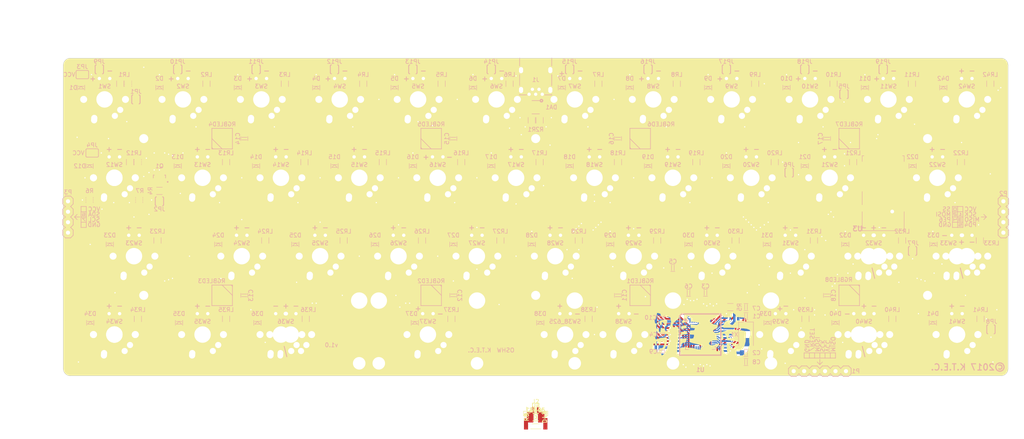
<source format=kicad_pcb>
(kicad_pcb (version 4) (host pcbnew 4.0.6)
  (title_block (title Daisy) (date 2017-08-17) (rev v1.0) (company K.T.E.C.))
  (layers (0 F.Cu signal) (31 B.Cu signal) (34 B.Paste user) (35 F.Paste user) (36 B.SilkS user) (37 F.SilkS user hide) (38 B.Mask user) (39 F.Mask user) (44 Edge.Cuts user))
  (net 0 "")
  (net 1 "Net-(C1-Pad1)")
  (net 2 GND)
  (net 3 "Net-(C2-Pad1)")
  (net 4 "Net-(C3-Pad1)")
  (net 5 VCC)
  (net 6 /GPIO2)
  (net 7 /GPIO1)
  (net 8 /GPIO0)
  (net 9 /GPIO4)
  (net 10 /GPIO3)
  (net 11 "Net-(J1-Pad4)")
  (net 12 "Net-(RGBLED1-Pad2)")
  (net 13 "Net-(RGBLED2-Pad2)")
  (net 14 "Net-(RGBLED3-Pad2)")
  (net 15 "Net-(RGBLED4-Pad2)")
  (net 16 "Net-(RGBLED5-Pad2)")
  (net 17 "Net-(RGBLED6-Pad2)")
  (net 18 "Net-(RGBLED7-Pad2)")
  (net 19 "Net-(RGBLED8-Pad2)")
  (net 20 "Net-(D1-Pad1)")
  (net 21 "Net-(D2-Pad1)")
  (net 22 "Net-(D3-Pad1)")
  (net 23 "Net-(D4-Pad1)")
  (net 24 "Net-(D5-Pad1)")
  (net 25 "Net-(D6-Pad1)")
  (net 26 /led/LCol0)
  (net 27 "Net-(LED1-Pad2)")
  (net 28 "Net-(LED2-Pad2)")
  (net 29 "Net-(LED3-Pad2)")
  (net 30 "Net-(LED4-Pad2)")
  (net 31 "Net-(LED5-Pad2)")
  (net 32 "Net-(LED11-Pad2)")
  (net 33 "Net-(LED12-Pad2)")
  (net 34 /led/LCol1)
  (net 35 /led/LCol3)
  (net 36 /led/LCol4)
  (net 37 /led/LCol5)
  (net 38 /led/LCol6)
  (net 39 /led/LRow0)
  (net 40 /led/LCol7)
  (net 41 /led/LCol8)
  (net 42 /led/LCol9)
  (net 43 /led/LCol10)
  (net 44 /led/LCol2)
  (net 45 /led/LRow1)
  (net 46 /led/LRow2)
  (net 47 "Net-(LED6-Pad2)")
  (net 48 "Net-(LED7-Pad2)")
  (net 49 "Net-(LED8-Pad2)")
  (net 50 "Net-(LED9-Pad2)")
  (net 51 "Net-(LED10-Pad2)")
  (net 52 "Net-(LED13-Pad2)")
  (net 53 "Net-(LED14-Pad2)")
  (net 54 "Net-(LED15-Pad2)")
  (net 55 "Net-(LED16-Pad2)")
  (net 56 "Net-(LED17-Pad2)")
  (net 57 "Net-(LED18-Pad2)")
  (net 58 "Net-(LED19-Pad2)")
  (net 59 "Net-(LED20-Pad2)")
  (net 60 "Net-(LED21-Pad2)")
  (net 61 "Net-(LED22-Pad2)")
  (net 62 "Net-(LED23-Pad2)")
  (net 63 "Net-(LED24-Pad2)")
  (net 64 "Net-(LED25-Pad2)")
  (net 65 "Net-(LED26-Pad2)")
  (net 66 "Net-(LED27-Pad2)")
  (net 67 "Net-(LED28-Pad2)")
  (net 68 "Net-(LED29-Pad2)")
  (net 69 "Net-(LED30-Pad2)")
  (net 70 "Net-(LED31-Pad2)")
  (net 71 "Net-(LED32-Pad2)")
  (net 72 "Net-(LED33-Pad2)")
  (net 73 "Net-(LED34-Pad2)")
  (net 74 "Net-(LED35-Pad2)")
  (net 75 "Net-(LED36-Pad2)")
  (net 76 "Net-(LED37-Pad2)")
  (net 77 "Net-(LED38-Pad2)")
  (net 78 "Net-(LED39-Pad2)")
  (net 79 "Net-(LED40-Pad2)")
  (net 80 "Net-(LED41-Pad2)")
  (net 81 "Net-(LED42-Pad2)")
  (net 82 /led/LRow3)
  (net 83 "Net-(D7-Pad1)")
  (net 84 "Net-(D8-Pad1)")
  (net 85 "Net-(D9-Pad1)")
  (net 86 "Net-(D10-Pad1)")
  (net 87 "Net-(D11-Pad1)")
  (net 88 "Net-(D12-Pad1)")
  (net 89 "Net-(D13-Pad1)")
  (net 90 "Net-(D14-Pad1)")
  (net 91 "Net-(D15-Pad1)")
  (net 92 "Net-(D16-Pad1)")
  (net 93 "Net-(D17-Pad1)")
  (net 94 "Net-(D18-Pad1)")
  (net 95 "Net-(D19-Pad1)")
  (net 96 "Net-(D20-Pad1)")
  (net 97 "Net-(D21-Pad1)")
  (net 98 "Net-(D22-Pad1)")
  (net 99 "Net-(D23-Pad1)")
  (net 100 "Net-(D24-Pad1)")
  (net 101 "Net-(D25-Pad1)")
  (net 102 "Net-(D26-Pad1)")
  (net 103 "Net-(D27-Pad1)")
  (net 104 "Net-(D28-Pad1)")
  (net 105 "Net-(D29-Pad1)")
  (net 106 "Net-(D30-Pad1)")
  (net 107 "Net-(D31-Pad1)")
  (net 108 "Net-(D32-Pad1)")
  (net 109 "Net-(D33-Pad1)")
  (net 110 "Net-(D34-Pad1)")
  (net 111 "Net-(D35-Pad1)")
  (net 112 "Net-(D36-Pad1)")
  (net 113 "Net-(D37-Pad1)")
  (net 114 "Net-(D38-Pad1)")
  (net 115 "Net-(D39-Pad1)")
  (net 116 "Net-(D40-Pad1)")
  (net 117 "Net-(D41-Pad1)")
  (net 118 "Net-(D42-Pad1)")
  (net 119 /~RESET)
  (net 120 /GPIO7)
  (net 121 /GPIO6)
  (net 122 /GPIO5)
  (net 123 "Net-(JP3-Pad2)")
  (net 124 "Net-(JP4-Pad2)")
  (net 125 "Net-(C4-Pad1)")
  (net 126 /SHIELD)
  (net 127 /led/LVCC)
  (net 128 "Net-(R1-Pad1)")
  (net 129 "Net-(R2-Pad1)")
  (net 130 "Net-(DA1-Pad1)")
  (net 131 "Net-(DA1-Pad4)")
  (net 132 "Net-(DA1-Pad6)")
  (net 133 "Net-(DA1-Pad3)")
  (net 134 VBUS)
  (net 135 +BATT)
  (net 136 /Row0)
  (net 137 /Row1)
  (net 138 /Row2)
  (net 139 /Row3)
  (net 140 "Net-(D44-Pad1)")
  (net 141 /Esc)
  (net 142 /Backlight)
  (net 143 "Net-(LED45-Pad2)")
  (net 144 "Net-(LED46-Pad2)")
  (net 145 /Caps)
  (net 146 "Net-(P2-Pad2)")
  (net 147 "Net-(P2-Pad1)")
  (net 148 "Net-(P2-Pad3)")
  (net 149 "Net-(R3-Pad1)")
  (net 150 "Net-(R8-Pad2)")
  (net 151 "Net-(R9-Pad1)")
  (net 152 "Net-(R10-Pad1)")
  (net 153 "Net-(R11-Pad1)")
  (net 154 /RGB)
  (net 155 /Col0)
  (net 156 /Col1)
  (net 157 /Col2)
  (net 158 /Col3)
  (net 159 /Col4)
  (net 160 /Col5)
  (net 161 /Col6)
  (net 162 /Col7)
  (net 163 /Col8)
  (net 164 /Col9)
  (net 165 /Col10)
  (net 166 "Net-(U2-Pad4)")
  (net 167 "Net-(U3-Pad9)")
  (net 168 "Net-(U3-Pad10)")
  (net 169 "Net-(U3-Pad11)")
  (net 170 "Net-(U3-Pad12)")
  (net 171 "Net-(U3-Pad15)")
  (net 172 "Net-(U3-Pad17)")
  (net 173 "Net-(U3-Pad18)")
  (net 174 "Net-(U3-Pad19)")
  (net 175 "Net-(U3-Pad20)")
  (net 176 "Net-(U3-Pad21)")
  (net 177 "Net-(U3-Pad22)")
  (net 178 "Net-(U3-Pad23)")
  (net 179 "Net-(U3-Pad26)")
  (net 180 "Net-(U3-Pad27)")
  (net 181 "Net-(U3-Pad28)")
  (net 182 "Net-(U3-Pad29)")
  (net 183 "Net-(U3-Pad30)")
  (net 184 "Net-(U3-Pad31)")
  (net 185 "Net-(U3-Pad32)")
  (net 186 "Net-(U3-Pad33)")
  (net 187 "Net-(U3-Pad34)")
  (net 188 "Net-(U3-Pad37)")
  (net 189 "Net-(U3-Pad40)")
  (net 190 "Net-(U3-Pad41)")
  (module passives:Via_0.6mm (layer F.Cu) (at 216.2175 80.645)
    (fp_text reference SHIELD hide)
    (fp_text value Via_0.6mm)
    (pad 1 thru_hole circle (at 0 0) (size 0.6 0.6) (drill 0.3) (layers *.Cu) (net 126 /SHIELD))
  )
  (module Daisy_Logo (layer B.Cu) (at 100.0125 94.615 180)
    (fp_text reference LOGO2 hide)
    (fp_text value "" hide)
    (fp_poly (pts (xy -3.702211 3.352245) (xy -3.772619 3.346076) (xy -3.876837 3.317168) (xy -3.997879 3.2442) (xy -4.168465 3.148945) (xy -4.239269 3.107119) (xy -4.327053 3.027373) (xy -4.397883 2.987794) (xy -4.508223 2.978189) (xy -4.608271 2.981805) (xy -4.663641 2.999074) (xy -4.737179 3.019826) (xy -4.881374 3.035806) (xy -5.10952 3.065067) (xy -5.301331 3.098856) (xy -5.475879 3.131966) (xy -5.836465 3.148266) (xy -6.244544 3.132669) (xy -6.674568 3.050352) (xy -6.989083 2.979717) (xy -7.242246 2.898442) (xy -7.446563 2.818751) (xy -7.524104 2.802962) (xy -7.55234 2.796094) (xy -7.567345 2.777153) (xy -7.692087 2.692935) (xy -7.943012 2.553638) (xy -8.132079 2.421152) (xy -8.339285 2.242358) (xy -8.57415 2.020444) (xy -8.788988 1.781991) (xy -8.958942 1.556937) (xy -9.059155 1.375221) (xy -9.141222 1.193711) (xy -9.207056 1.037202) (xy -9.238853 0.896288) (xy -9.268341 0.760793) (xy -9.290527 0.634919) (xy -9.306035 0.563322) (xy -9.333958 0.404491) (xy -9.331278 0.256901) (xy -9.313676 0.168268) (xy -9.292905 0.109463) (xy -9.275189 0.080371) (xy -9.253286 0.016416) (xy -9.211177 -0.074141) (xy -9.177445 -0.124061) (xy -9.102735 -0.179243) (xy -9.038432 -0.229768) (xy -8.974469 -0.261057) (xy -8.807237 -0.279648) (xy -8.600138 -0.258048) (xy -8.36671 -0.208234) (xy -8.156443 -0.143033) (xy -8.018827 -0.075273) (xy -7.940948 -0.047314) (xy -7.863635 -0.00894) (xy -7.812697 0.029377) (xy -7.580702 0.215641) (xy -7.402022 0.372983) (xy -7.177837 0.600564) (xy -6.971863 0.875856) (xy -6.925318 0.974264) (xy -6.919694 1.040896) (xy -6.941084 1.071088) (xy -6.978772 1.05861) (xy -7.133295 0.883327) (xy -7.368629 0.613638) (xy -7.472373 0.516685) (xy -7.715701 0.276319) (xy -7.902009 0.118123) (xy -8.024713 0.046016) (xy -8.254897 -0.074367) (xy -8.418802 -0.142355) (xy -8.569412 -0.178055) (xy -8.773356 -0.20791) (xy -8.900378 -0.211227) (xy -8.987041 -0.183893) (xy -9.069908 -0.121796) (xy -9.194407 0.030203) (xy -9.273435 0.220565) (xy -9.281388 0.402441) (xy -9.257418 0.604752) (xy -9.218535 0.758189) (xy -9.196179 0.89244) (xy -9.183501 0.934662) (xy -9.16986 0.961489) (xy -9.159534 1.02451) (xy -9.110489 1.134113) (xy -9.053438 1.274929) (xy -9.0248 1.336338) (xy -8.983427 1.428423) (xy -8.947034 1.497472) (xy -8.925414 1.524243) (xy -8.886135 1.581237) (xy -8.866835 1.609253) (xy -8.828518 1.65555) (xy -8.78839 1.701564) (xy -8.713794 1.790027) (xy -8.553528 1.958659) (xy -8.530303 2.00742) (xy -8.520172 2.024003) (xy -8.431836 2.080601) (xy -8.270235 2.22153) (xy -8.113912 2.343839) (xy -8.029524 2.405361) (xy -7.869069 2.514991) (xy -7.817338 2.545837) (xy -7.602832 2.660618) (xy -7.49156 2.713027) (xy -7.324313 2.781794) (xy -7.249547 2.814564) (xy -7.189723 2.837203) (xy -7.131484 2.854352) (xy -7.055529 2.883784) (xy -6.874019 2.920968) (xy -6.665456 2.968397) (xy -6.512018 2.999413) (xy -6.367693 3.032863) (xy -6.189398 3.053274) (xy -5.903461 3.05912) (xy -5.625271 3.05089) (xy -5.470219 3.029071) (xy -5.383002 3.010223) (xy -5.113169 2.959509) (xy -4.850754 2.885368) (xy -4.784138 2.860918) (xy -4.669557 2.818187) (xy -4.600704 2.767135) (xy -4.608351 2.714769) (xy -4.648896 2.65106) (xy -4.738181 2.538875) (xy -4.854829 2.302239) (xy -5.034641 2.000968) (xy -5.104823 1.870566) (xy -5.132386 1.824552) (xy -5.215019 1.701791) (xy -5.31831 1.548354) (xy -5.368343 1.462834) (xy -5.443278 1.340073) (xy -5.522742 1.21386) (xy -5.574473 1.13666) (xy -5.627562 1.056913) (xy -5.738607 0.873253) (xy -5.842011 0.704591) (xy -5.907382 0.59547) (xy -5.984129 0.473048) (xy -6.048255 0.36738) (xy -6.107909 0.267202) (xy -6.14515 0.21349) (xy -6.17526 0.147101) (xy -6.23616 0.058638) (xy -6.283235 -0.030681) (xy -6.392653 -0.197468) (xy -6.416877 -0.254971) (xy -6.467815 -0.339246) (xy -6.614659 -0.612186) (xy -6.82127 -0.929563) (xy -6.889754 -1.03693) (xy -6.972953 -1.159691) (xy -7.049417 -1.274754) (xy -7.11224 -1.37448) (xy -7.16431 -1.451227) (xy -7.235115 -1.558593) (xy -7.366705 -1.749102) (xy -7.466657 -1.894842) (xy -7.527217 -1.972891) (xy -7.853787 -2.331835) (xy -7.936307 -2.408809) (xy -8.190432 -2.645954) (xy -8.264843 -2.73739) (xy -8.460744 -2.907097) (xy -8.702135 -3.052498) (xy -8.846283 -3.109353) (xy -9.009009 -3.123471) (xy -9.308358 -3.112721) (xy -9.422398 -3.082242) (xy -9.548218 -3.028783) (xy -9.647562 -2.976167) (xy -9.723162 -2.908795) (xy -9.825645 -2.775746) (xy -9.84503 -2.708744) (xy -9.850055 -2.626088) (xy -9.824662 -2.468863) (xy -9.793435 -2.42435) (xy -9.749707 -2.402243) (xy -9.630461 -2.388363) (xy -9.493108 -2.389028) (xy -9.371071 -2.402426) (xy -9.297772 -2.42675) (xy -9.091642 -2.471463) (xy -8.886418 -2.513119) (xy -8.839385 -2.527551) (xy -8.661497 -2.563887) (xy -8.358868 -2.614655) (xy -8.190432 -2.645954) (xy -7.936307 -2.408809) (xy -8.03917 -2.468855) (xy -8.150983 -2.486857) (xy -8.300345 -2.465067) (xy -8.347925 -2.451407) (xy -8.374093 -2.475821) (xy -8.413089 -2.501411) (xy -8.547792 -2.488725) (xy -8.783267 -2.443368) (xy -8.931753 -2.392621) (xy -8.977823 -2.382943) (xy -9.110673 -2.373397) (xy -9.222893 -2.347626) (xy -9.354295 -2.310754) (xy -9.59361 -2.296575) (xy -9.756596 -2.302143) (xy -9.823737 -2.328043) (xy -9.88821 -2.408628) (xy -9.915879 -2.541304) (xy -9.894924 -2.731963) (xy -9.867289 -2.81868) (xy -9.835396 -2.870309) (xy -9.812191 -2.911172) (xy -9.789778 -2.941395) (xy -9.759272 -2.975467) (xy -9.624456 -3.0671) (xy -9.474641 -3.145771) (xy -9.352531 -3.184184) (xy -9.136524 -3.207463) (xy -8.92615 -3.229762) (xy -8.909614 -3.236844) (xy -8.799936 -3.214707) (xy -8.631161 -3.167391) (xy -8.526681 -3.122339) (xy -8.446142 -3.100606) (xy -8.415975 -3.085211) (xy -8.401826 -3.069873) (xy -8.342115 -3.027708) (xy -8.233163 -2.939471) (xy -8.10729 -2.843594) (xy -8.019449 -2.793675) (xy -7.918592 -2.755301) (xy -7.649129 -2.481141) (xy -7.32855 -2.146383) (xy -7.213211 -2.007415) (xy -7.083489 -1.844696) (xy -6.759238 -1.466565) (xy -6.602236 -1.26219) (xy -6.557184 -1.200837) (xy -6.435781 -1.029289) (xy -6.328754 -0.875852) (xy -6.265421 -0.783087) (xy -6.2086 -0.678251) (xy -6.113172 -0.514587) (xy -5.983155 -0.305781) (xy -5.910438 -0.182922) (xy -5.847332 -0.089479) (xy -5.767811 0.012454) (xy -5.730966 0.064807) (xy -5.678375 0.188633) (xy -5.569266 0.359286) (xy -5.458843 0.535702) (xy -5.329516 0.750662) (xy -5.28022 0.835898) (xy -5.210831 0.940887) (xy -5.171042 1.010786) (xy -5.118463 1.097438) (xy -5.064298 1.191617) (xy -5.041716 1.241479) (xy -5.000852 1.29904) (xy -4.923088 1.418582) (xy -4.852792 1.499793) (xy -4.841019 1.524243) (xy -4.810343 1.571389) (xy -4.779667 1.617686) (xy -4.734445 1.695848) (xy -4.660585 1.793876) (xy -4.611061 1.885904) (xy -4.531812 2.024851) (xy -4.453606 2.128823) (xy -4.442117 2.149481) (xy -4.407592 2.21321) (xy -4.342391 2.321652) (xy -4.269733 2.413453) (xy -4.22996 2.428433) (xy -4.188161 2.422623) (xy -4.104115 2.371732) (xy -4.041783 2.286708) (xy -3.996948 2.159177) (xy -3.965392 1.980762) (xy -3.936696 1.841531) (xy -3.922121 1.735558) (xy -3.926304 1.539232) (xy -3.981183 1.049725) (xy -4.050572 0.673802) (xy -4.096642 0.459012) (xy -4.173729 0.21349) (xy -4.265078 -0.062652) (xy -4.315439 -0.201974) (xy -4.420156 -0.425615) (xy -4.503469 -0.611199) (xy -4.595044 -0.791464) (xy -4.691714 -0.979483) (xy -4.764159 -1.125222) (xy -4.96978 -1.447095) (xy -5.061808 -1.571724) (xy -5.209303 -1.743839) (xy -5.37736 -1.928414) (xy -5.536043 -2.049864) (xy -5.801714 -2.227129) (xy -5.941057 -2.309859) (xy -6.153702 -2.405556) (xy -6.367518 -2.484654) (xy -6.510377 -2.51759) (xy -6.669927 -2.562642) (xy -6.847996 -2.614943) (xy -7.029516 -2.651778) (xy -7.178085 -2.667364) (xy -7.257301 -2.655915) (xy -7.306485 -2.652406) (xy -7.396932 -2.673942) (xy -7.518444 -2.659877) (xy -7.658498 -2.625191) (xy -7.719203 -2.594442) (xy -7.712199 -2.551726) (xy -7.649129 -2.481141) (xy -7.918592 -2.755301) (xy -7.798735 -2.719107) (xy -7.688125 -2.731983) (xy -7.598927 -2.754735) (xy -7.460657 -2.776808) (xy -7.268847 -2.780601) (xy -7.09079 -2.784336) (xy -7.020387 -2.790722) (xy -6.960388 -2.778393) (xy -6.80497 -2.744717) (xy -6.613159 -2.718682) (xy -6.421405 -2.672159) (xy -6.25263 -2.6249) (xy -6.076157 -2.579055) (xy -5.899741 -2.530551) (xy -5.761992 -2.483651) (xy -5.623543 -2.417807) (xy -5.537005 -2.372586) (xy -5.44192 -2.290575) (xy -5.391539 -2.242069) (xy -5.334667 -2.213319) (xy -5.25526 -2.172285) (xy -5.210831 -2.149307) (xy -5.034316 -2.023658) (xy -4.785667 -1.81402) (xy -4.707278 -1.759459) (xy -4.647567 -1.685316) (xy -4.54139 -1.520729) (xy -4.431137 -1.366556) (xy -4.356993 -1.274528) (xy -4.250089 -1.136914) (xy -4.129526 -0.91847) (xy -4.042082 -0.760109) (xy -3.98435 -0.662956) (xy -3.891262 -0.463912) (xy -3.756092 -0.114665) (xy -3.734245 -0.053709) (xy -3.720945 -0.011883) (xy -3.691514 0.069844) (xy -3.662083 0.184908) (xy -3.645726 0.294369) (xy -3.586411 0.55104) (xy -3.55449 0.834879) (xy -3.527839 1.292527) (xy -3.532584 1.497089) (xy -3.549679 1.634609) (xy -3.583355 1.778538) (xy -3.622691 1.908939) (xy -3.673233 2.047039) (xy -3.733617 2.208887) (xy -3.792881 2.307786) (xy -3.888196 2.432136) (xy -3.920453 2.494106) (xy -3.935791 2.514991) (xy -3.951129 2.536442) (xy -4.00484 2.61166) (xy -4.04581 2.663586) (xy -4.058552 2.711612) (xy -4.047006 2.76306) (xy -3.905115 2.937156) (xy -3.862647 3.042351) (xy -3.810936 3.12874) (xy -3.797692 3.148662) (xy -3.775551 3.180028) (xy -3.723043 3.215781) (xy -3.610409 3.253651) (xy -3.574817 3.254611) (xy -3.582223 3.280875) (xy -3.629457 3.334921) (xy -3.702211 3.352245) (xy -3.702211 3.352245)) (layer B.Cu) (width 0.01))
    (fp_poly (pts (xy 0.735015 1.409802) (xy 0.736203 1.394917) (xy 0.717549 1.379404) (xy 0.628441 1.378899) (xy 0.575907 1.367928) (xy 0.518378 1.334436) (xy 0.423386 1.226028) (xy 0.392436 1.093644) (xy 0.395255 1.028268) (xy 0.411274 0.983562) (xy 0.450605 0.971985) (xy 0.522244 0.972271) (xy 0.654136 1.000768) (xy 0.751881 1.105701) (xy 0.816168 1.196874) (xy 0.84692 1.267533) (xy 0.84559 1.324005) (xy 0.813629 1.372617) (xy 0.768069 1.403907) (xy 0.735015 1.409802) (xy 0.735015 1.409802)) (layer B.Cu) (width 0.01))
    (fp_poly (pts (xy 5.47872 5.476198) (xy 5.405701 5.462306) (xy 5.31136 5.402677) (xy 5.178887 5.288872) (xy 5.156461 5.251467) (xy 5.164205 5.228186) (xy 5.173975 5.218578) (xy 5.154187 5.22213) (xy 5.118369 5.214033) (xy 5.070252 5.157891) (xy 4.996392 5.023584) (xy 4.948114 4.923858) (xy 4.877253 4.793457) (xy 4.822749 4.693561) (xy 4.801129 4.63985) (xy 4.764227 4.555632) (xy 4.646675 4.271483) (xy 4.541061 3.911207) (xy 4.519214 3.842157) (xy 4.48967 3.761619) (xy 4.460126 3.69687) (xy 4.419117 3.724299) (xy 4.376927 3.791615) (xy 4.296039 3.908102) (xy 4.225074 3.963843) (xy 4.211434 3.973352) (xy 4.176909 4.031251) (xy 3.81089 4.386857) (xy 3.712636 4.46366) (xy 3.555237 4.576177) (xy 3.402649 4.662432) (xy 3.269041 4.71422) (xy 3.106698 4.725426) (xy 2.977315 4.738839) (xy 2.882887 4.758572) (xy 2.623408 4.780439) (xy 2.429302 4.773284) (xy 2.358704 4.749187) (xy 2.303014 4.708652) (xy 2.260185 4.649612) (xy 2.228169 4.57) (xy 2.188395 4.340786) (xy 2.185646 4.001686) (xy 2.220034 3.727094) (xy 2.26186 3.542981) (xy 2.292592 3.389543) (xy 2.324457 3.267631) (xy 2.372395 3.153529) (xy 2.400921 3.100667) (xy 2.454188 2.992375) (xy 2.578865 2.819262) (xy 2.686861 2.663144) (xy 2.702526 2.616694) (xy 2.692457 2.591681) (xy 2.571104 2.58513) (xy 2.448293 2.59853) (xy 2.327513 2.568759) (xy 2.136382 2.523481) (xy 1.923506 2.476959) (xy 1.718802 2.396418) (xy 1.403608 2.183044) (xy 1.004705 1.808761) (xy 1.085971 1.716062) (xy 1.185592 1.640439) (xy 1.259226 1.602065) (xy 1.331502 1.563692) (xy 1.392458 1.533016) (xy 1.452848 1.502339) (xy 1.488787 1.489096) (xy 1.781739 1.325527) (xy 1.887011 1.281211) (xy 1.99217 1.242781) (xy 2.257239 1.141291) (xy 2.466291 1.079666) (xy 2.547793 1.055612) (xy 2.606994 1.042028) (xy 2.725001 1.012597) (xy 2.823085 0.987478) (xy 2.999275 0.973318) (xy 3.290811 0.951018) (xy 3.398234 0.946604) (xy 3.49796 0.951641) (xy 3.723357 0.972889) (xy 3.896127 1.012258) (xy 3.936538 1.02669) (xy 4.00638 1.049612) (xy 4.081315 1.072648) (xy 4.198488 1.117808) (xy 4.285181 1.183806) (xy 4.255665 1.239051) (xy 4.194964 1.272155) (xy 4.145214 1.235989) (xy 4.055224 1.175769) (xy 3.903598 1.120699) (xy 3.790961 1.090005) (xy 3.645242 1.069291) (xy 3.221818 1.05465) (xy 2.929253 1.061298) (xy 2.777015 1.094834) (xy 2.608239 1.134622) (xy 2.523682 1.157092) (xy 2.449029 1.179561) (xy 2.326019 1.209224) (xy 2.150361 1.282683) (xy 2.012319 1.333621) (xy 1.917631 1.371485) (xy 1.828319 1.409802) (xy 1.728593 1.452477) (xy 1.470676 1.594877) (xy 1.328573 1.699542) (xy 1.272681 1.76024) (xy 1.25017 1.804403) (xy 1.292452 1.870934) (xy 1.393365 1.979552) (xy 1.61551 2.168159) (xy 1.68156 2.219776) (xy 1.767136 2.280619) (xy 2.056409 2.422906) (xy 2.170454 2.453469) (xy 2.276235 2.477806) (xy 2.369169 2.493031) (xy 2.506985 2.507294) (xy 2.696023 2.493144) (xy 2.818803 2.479428) (xy 2.897908 2.439433) (xy 3.010255 2.350291) (xy 3.213555 2.177441) (xy 3.223516 2.164876) (xy 3.25894 2.127876) (xy 3.350579 2.093109) (xy 3.452116 2.032493) (xy 3.603219 1.935226) (xy 3.748859 1.870566) (xy 3.803193 1.838418) (xy 3.866186 1.814704) (xy 3.897315 1.808535) (xy 3.950574 1.793819) (xy 4.004682 1.777859) (xy 4.055693 1.766063) (xy 4.153999 1.766751) (xy 4.252596 1.777251) (xy 4.304481 1.794895) (xy 4.31708 1.867262) (xy 4.287728 1.959991) (xy 4.173991 2.110141) (xy 4.048545 2.223285) (xy 3.958271 2.278751) (xy 3.851244 2.331274) (xy 3.743821 2.379156) (xy 3.676923 2.407511) (xy 3.561859 2.45245) (xy 3.423197 2.510324) (xy 3.29466 2.521047) (xy 3.203591 2.517189) (xy 3.185422 2.501982) (xy 3.367558 2.437791) (xy 3.605383 2.353007) (xy 3.804834 2.269582) (xy 3.919898 2.218248) (xy 3.995909 2.170705) (xy 4.084014 2.103854) (xy 4.161531 2.015591) (xy 4.212509 1.92777) (xy 4.220999 1.862246) (xy 4.19527 1.846333) (xy 4.142236 1.84002) (xy 4.004285 1.857322) (xy 3.919898 1.876452) (xy 3.827869 1.91092) (xy 3.735785 1.952973) (xy 3.689771 1.976065) (xy 3.620721 2.01059) (xy 3.477811 2.096788) (xy 3.364728 2.162046) (xy 3.243783 2.260135) (xy 3.107547 2.406436) (xy 3.032724 2.490711) (xy 3.004997 2.518792) (xy 3.022707 2.54012) (xy 3.039395 2.559392) (xy 3.008274 2.575834) (xy 2.94828 2.591681) (xy 2.862338 2.67931) (xy 2.7533 2.852485) (xy 2.664784 3.034062) (xy 2.633425 3.136324) (xy 2.594882 3.312796) (xy 2.572413 3.435558) (xy 2.553905 3.565959) (xy 2.523173 3.765411) (xy 2.494534 3.939846) (xy 2.469518 4.200706) (xy 2.44552 4.445662) (xy 2.441649 4.587875) (xy 2.456476 4.648856) (xy 2.480384 4.688467) (xy 2.525691 4.70896) (xy 2.616616 4.71088) (xy 2.821614 4.703862) (xy 2.913869 4.695202) (xy 2.979273 4.655694) (xy 3.106755 4.624115) (xy 3.27553 4.548274) (xy 3.356069 4.508372) (xy 3.413572 4.475772) (xy 3.431288 4.463547) (xy 3.531806 4.424324) (xy 3.6407 4.388328) (xy 3.628362 4.448718) (xy 3.606435 4.433274) (xy 3.575839 4.446284) (xy 3.486244 4.498185) (xy 3.393187 4.554523) (xy 3.370671 4.594514) (xy 3.448272 4.570552) (xy 3.543974 4.513579) (xy 3.601534 4.474753) (xy 3.628362 4.448718) (xy 3.6407 4.388328) (xy 3.694893 4.378517) (xy 3.720447 4.346785) (xy 3.697468 4.325447) (xy 3.674432 4.316335) (xy 3.735785 4.239022) (xy 3.855829 4.160691) (xy 3.883166 4.141334) (xy 3.867889 4.181313) (xy 3.810098 4.247965) (xy 3.768654 4.295027) (xy 3.789496 4.310109) (xy 3.812532 4.287074) (xy 3.824021 4.263699) (xy 3.910075 4.194905) (xy 3.981307 4.112752) (xy 3.958271 4.095263) (xy 3.935236 4.07585) (xy 3.978496 3.993953) (xy 4.049054 3.926998) (xy 4.105981 3.865143) (xy 4.134744 3.774579) (xy 4.162366 3.723492) (xy 4.234469 3.642083) (xy 4.334195 3.529453) (xy 4.373078 3.472459) (xy 4.403787 3.422523) (xy 4.40166 3.35117) (xy 4.38751 3.197732) (xy 4.372229 2.929231) (xy 4.368171 2.750793) (xy 4.38751 2.61466) (xy 4.417281 2.466656) (xy 4.50575 2.335138) (xy 4.571342 2.2679) (xy 4.616846 2.238849) (xy 4.656521 2.215644) (xy 4.69429 2.19755) (xy 4.736878 2.202919) (xy 4.779203 2.229819) (xy 4.816184 2.276317) (xy 4.870916 2.442671) (xy 4.879008 2.62015) (xy 4.864462 2.722083) (xy 4.843211 2.794649) (xy 4.81075 2.844221) (xy 4.79445 2.90546) (xy 4.788223 2.945251) (xy 4.771245 2.965511) (xy 4.731626 3.017015) (xy 4.704435 3.163141) (xy 4.705252 3.270291) (xy 4.648144 2.959059) (xy 4.676228 2.972988) (xy 4.703837 2.933137) (xy 4.740739 2.867879) (xy 4.779115 2.709354) (xy 4.787375 2.51799) (xy 4.762303 2.404002) (xy 4.722623 2.335718) (xy 4.698944 2.320793) (xy 4.68165 2.327199) (xy 4.657285 2.443311) (xy 4.640439 2.646521) (xy 4.635822 2.848035) (xy 4.648144 2.959059) (xy 4.705252 3.270291) (xy 4.725853 3.388071) (xy 4.78274 3.718592) (xy 4.8961 4.102961) (xy 4.937247 4.225722) (xy 4.949076 4.2487) (xy 4.985072 4.371462) (xy 5.078119 4.624624) (xy 5.178241 4.847111) (xy 5.316427 5.14421) (xy 5.458515 5.344721) (xy 5.53495 5.376611) (xy 5.576912 5.377504) (xy 5.60199 5.365549) (xy 5.629837 5.368038) (xy 5.661777 5.365657) (xy 5.711514 5.33528) (xy 5.807611 5.233505) (xy 5.853399 5.18466) (xy 5.872608 5.173746) (xy 5.883708 5.147665) (xy 5.873208 5.089972) (xy 5.859368 5.06594) (xy 5.880566 5.048316) (xy 5.920184 5.041977) (xy 5.929863 5.03094) (xy 5.958218 4.978531) (xy 6.034188 4.787541) (xy 6.0833 4.568535) (xy 6.113976 4.471186) (xy 6.144652 4.376781) (xy 6.160047 4.333087) (xy 6.175385 4.247341) (xy 6.180698 4.187982) (xy 6.196779 4.16284) (xy 6.211367 4.142913) (xy 6.210419 4.096451) (xy 6.226719 3.955409) (xy 6.244579 3.810323) (xy 6.223719 3.596634) (xy 6.216192 3.493512) (xy 6.200401 3.447498) (xy 6.160839 3.326605) (xy 6.132989 3.243138) (xy 6.07464 3.166772) (xy 5.942088 2.999525) (xy 5.859624 2.887461) (xy 5.745862 2.710309) (xy 5.635666 2.524441) (xy 5.526461 2.307897) (xy 5.45642 2.088467) (xy 5.450951 2.022175) (xy 5.479965 1.954386) (xy 5.536054 1.87464) (xy 5.612433 1.84312) (xy 5.672738 1.834455) (xy 5.724129 1.846907) (xy 5.76686 1.856981) (xy 6.039266 2.27807) (xy 6.098072 2.368684) (xy 6.129371 2.429527) (xy 6.155035 2.497492) (xy 6.203061 2.527215) (xy 6.222328 2.509703) (xy 6.229832 2.4649) (xy 6.241634 2.40009) (xy 6.271375 2.405359) (xy 6.282127 2.42293) (xy 6.269506 2.436941) (xy 6.264356 2.459354) (xy 6.290475 2.543172) (xy 6.301144 2.640977) (xy 6.315237 2.694688) (xy 6.41202 3.063367) (xy 6.169667 2.799111) (xy 6.144294 2.719382) (xy 6.068316 2.559015) (xy 5.868113 2.201606) (xy 5.812353 2.126854) (xy 5.774273 2.100692) (xy 5.754486 2.107811) (xy 5.746898 2.126633) (xy 5.769236 2.184174) (xy 5.791762 2.242753) (xy 5.89923 2.466352) (xy 6.075601 2.757059) (xy 6.135043 2.817647) (xy 6.155444 2.818265) (xy 6.169667 2.799111) (xy 6.41202 3.063367) (xy 6.439651 3.173804) (xy 6.483094 3.267785) (xy 6.685331 3.519887) (xy 6.731345 3.595559) (xy 6.736666 3.601784) (xy 6.814404 3.652592) (xy 6.896385 3.748996) (xy 6.957737 3.816687) (xy 7.25833 4.09147) (xy 7.437575 4.249039) (xy 7.534698 4.321937) (xy 7.662326 4.42121) (xy 7.696047 4.446001) (xy 7.70053 4.467224) (xy 7.701663 4.475487) (xy 7.760015 4.503107) (xy 7.851251 4.550933) (xy 7.904454 4.58076) (xy 7.927036 4.601644) (xy 7.931168 4.584609) (xy 7.93077 4.574162) (xy 7.949449 4.576062) (xy 8.064061 4.596219) (xy 8.123941 4.588004) (xy 8.147882 4.570912) (xy 8.164804 4.559422) (xy 8.179293 4.528124) (xy 8.201253 4.520483) (xy 8.224232 4.481147) (xy 8.237985 4.415777) (xy 8.251814 4.379995) (xy 8.285698 4.368348) (xy 8.287961 4.352274) (xy 8.28637 4.332331) (xy 8.29996 4.325446) (xy 8.320957 4.298562) (xy 8.347502 4.07817) (xy 8.339861 4.029156) (xy 8.334008 3.960383) (xy 8.343797 3.938969) (xy 8.359671 3.937297) (xy 8.369415 3.940581) (xy 8.359671 3.925638) (xy 8.346221 3.822711) (xy 8.354973 3.704057) (xy 8.338837 3.600506) (xy 8.298262 3.485419) (xy 8.293224 3.450894) (xy 8.301941 3.438103) (xy 8.284905 3.373525) (xy 8.259945 3.302664) (xy 8.25304 3.255405) (xy 8.231306 3.167055) (xy 8.20063 3.081252) (xy 8.177255 3.036314) (xy 8.160049 3.010731) (xy 8.121054 2.959397) (xy 8.091314 2.921313) (xy 8.086982 2.894875) (xy 8.086472 2.886046) (xy 7.989293 2.770926) (xy 7.852722 2.570965) (xy 7.80167 2.482899) (xy 7.761481 2.419709) (xy 7.615067 2.265789) (xy 7.476232 2.113936) (xy 7.425011 2.091071) (xy 7.24169 2.070639) (xy 7.056016 2.043573) (xy 6.881104 1.996891) (xy 6.704688 1.946746) (xy 6.589568 1.908882) (xy 6.355592 1.808533) (xy 6.25906 1.761867) (xy 6.165443 1.69664) (xy 6.085187 1.621296) (xy 6.028738 1.544277) (xy 6.015115 1.500283) (xy 6.048264 1.4484) (xy 6.10424 1.394915) (xy 6.171818 1.34726) (xy 6.232997 1.307526) (xy 6.327293 1.305434) (xy 6.462119 1.332853) (xy 6.666314 1.432609) (xy 6.773681 1.486377) (xy 6.927118 1.572237) (xy 7.037484 1.624986) (xy 7.073311 1.641003) (xy 7.139417 1.692677) (xy 7.233993 1.765349) (xy 7.326077 1.842435) (xy 7.456139 1.953254) (xy 7.522167 2.004961) (xy 7.571203 2.02553) (xy 7.330209 2.000797) (xy 7.342506 1.980779) (xy 7.300495 1.93803) (xy 7.193582 1.855736) (xy 6.94506 1.682263) (xy 6.617934 1.51612) (xy 6.367477 1.40997) (xy 6.271204 1.395311) (xy 6.209061 1.423719) (xy 6.175327 1.476926) (xy 6.206003 1.525374) (xy 6.236679 1.573199) (xy 6.327802 1.655096) (xy 6.428433 1.732409) (xy 6.467939 1.747804) (xy 6.524593 1.762859) (xy 6.85139 1.885903) (xy 7.06884 1.964008) (xy 7.153227 1.978044) (xy 7.270385 1.994628) (xy 7.330209 2.000797) (xy 7.571203 2.02553) (xy 7.847741 2.049188) (xy 7.93977 2.062885) (xy 8.034118 2.077204) (xy 8.069549 2.071035) (xy 8.124163 2.055354) (xy 8.193838 2.077034) (xy 8.201065 2.088875) (xy 8.172951 2.095491) (xy 7.949957 2.098315) (xy 7.660062 2.113483) (xy 7.662464 2.175478) (xy 7.6977 2.223453) (xy 7.757329 2.271776) (xy 7.809651 2.347063) (xy 7.855835 2.420584) (xy 7.927658 2.526366) (xy 8.02693 2.672389) (xy 8.11545 2.814676) (xy 8.193442 2.938512) (xy 8.257114 3.054765) (xy 8.302959 3.173168) (xy 8.338785 3.295929) (xy 8.374499 3.519943) (xy 8.400989 3.678609) (xy 8.397308 3.803783) (xy 8.376593 4.087622) (xy 8.360605 4.250466) (xy 8.32766 4.382333) (xy 8.274597 4.492124) (xy 8.198253 4.58874) (xy 8.094848 4.671713) (xy 7.95307 4.64647) (xy 7.744344 4.603496) (xy 7.543924 4.512477) (xy 7.301423 4.343875) (xy 6.966454 4.068152) (xy 6.630262 3.761617) (xy 6.508349 3.650345) (xy 6.457921 3.688662) (xy 6.427243 3.745372) (xy 6.411963 3.86123) (xy 6.38689 4.013987) (xy 6.37574 4.083037) (xy 6.363515 4.172009) (xy 6.33731 4.279432) (xy 6.278742 4.552419) (xy 6.193608 4.858939) (xy 6.13504 5.016055) (xy 6.063659 5.115951) (xy 5.998173 5.179427) (xy 5.952331 5.199999) (xy 5.896431 5.231887) (xy 5.789951 5.372283) (xy 5.742385 5.406454) (xy 5.659629 5.440182) (xy 5.478719 5.476197) (xy 5.47872 5.476198)) (layer B.Cu) (width 0.01))
    (fp_poly (pts (xy 8.265775 2.096336) (xy 8.244062 2.090536) (xy 8.252984 2.078394) (xy 8.279563 2.064729) (xy 8.300413 2.070187) (xy 8.329278 2.074319) (xy 8.473659 2.060396) (xy 8.752914 2.033908) (xy 8.916904 1.998562) (xy 9.070485 1.936786) (xy 9.138063 1.925297) (xy 9.148803 1.929114) (xy 9.145874 1.919467) (xy 9.149588 1.904277) (xy 9.178022 1.892639) (xy 9.286803 1.853361) (xy 9.368417 1.833381) (xy 9.402603 1.81759) (xy 9.443749 1.787763) (xy 9.540475 1.750295) (xy 9.633749 1.717186) (xy 9.6878 1.679944) (xy 9.740323 1.649098) (xy 9.772791 1.643013) (xy 9.801347 1.60882) (xy 9.819668 1.557992) (xy 9.821428 1.502) (xy 9.782262 1.41133) (xy 9.69844 1.295248) (xy 9.584987 1.163923) (xy 9.460106 1.063535) (xy 9.41262 1.019502) (xy 9.345239 0.963159) (xy 9.258617 0.919324) (xy 9.243845 0.905061) (xy 9.209547 0.879818) (xy 9.12131 0.835163) (xy 9.021415 0.772509) (xy 8.86028 0.703629) (xy 8.702812 0.645296) (xy 8.653981 0.613808) (xy 8.54882 0.570414) (xy 8.284905 0.512384) (xy 7.989068 0.454031) (xy 7.804954 0.429808) (xy 7.55615 0.415828) (xy 7.332785 0.41874) (xy 7.187866 0.458786) (xy 7.103932 0.497103) (xy 7.042523 0.543796) (xy 7.023206 0.564835) (xy 6.997923 0.569152) (xy 6.959267 0.579339) (xy 6.840807 0.669047) (xy 6.672372 0.784451) (xy 6.431388 0.879075) (xy 6.175611 0.941114) (xy 6.128383 0.933801) (xy 6.101071 0.898439) (xy 6.088672 0.845183) (xy 6.130219 0.745907) (xy 6.220493 0.642899) (xy 6.330576 0.546965) (xy 6.440178 0.48958) (xy 6.559685 0.459069) (xy 6.596361 0.445033) (xy 6.666203 0.420695) (xy 6.735196 0.397773) (xy 6.805241 0.378142) (xy 6.996112 0.359117) (xy 7.136613 0.339369) (xy 7.249275 0.301047) (xy 6.964757 0.457767) (xy 6.934129 0.445569) (xy 6.858126 0.468294) (xy 6.535914 0.563153) (xy 6.437396 0.59872) (xy 6.364309 0.654389) (xy 6.271439 0.775462) (xy 6.247014 0.828589) (xy 6.247264 0.859273) (xy 6.336746 0.834936) (xy 6.453224 0.797015) (xy 6.548083 0.75434) (xy 6.681654 0.666161) (xy 6.827507 0.570227) (xy 6.9098 0.520364) (xy 6.949771 0.494976) (xy 6.964757 0.457767) (xy 7.249275 0.301047) (xy 7.402712 0.196737) (xy 7.471762 0.15859) (xy 7.630745 0.033225) (xy 7.757355 -0.078895) (xy 7.786277 -0.109684) (xy 7.905189 -0.244954) (xy 8.261392 -0.624228) (xy 8.331252 -0.728625) (xy 8.362162 -0.817839) (xy 8.399346 -0.92345) (xy 8.417147 -1.042746) (xy 8.383782 -1.174236) (xy 8.281322 -1.280911) (xy 8.169106 -1.350822) (xy 8.130053 -1.36667) (xy 8.020114 -1.392752) (xy 7.810426 -1.404334) (xy 7.582551 -1.400056) (xy 7.41805 -1.378555) (xy 7.187866 -1.312675) (xy 6.984906 -1.23457) (xy 6.908216 -1.197894) (xy 6.810628 -1.143208) (xy 6.640362 -1.012261) (xy 6.457109 -0.853903) (xy 6.320558 -0.716981) (xy 6.231718 -0.600833) (xy 6.188399 -0.508057) (xy 6.186653 -0.42306) (xy 6.222531 -0.330247) (xy 6.248131 -0.252241) (xy 6.25613 -0.155832) (xy 6.246595 -0.050245) (xy 6.219588 0.055299) (xy 6.172272 0.17523) (xy 6.090581 0.270953) (xy 6.022627 0.328384) (xy 5.963104 0.323204) (xy 5.894307 0.281553) (xy 5.827794 0.212861) (xy 5.775124 0.126555) (xy 5.754909 0.060601) (xy 5.751017 -0.01478) (xy 5.792782 -0.205165) (xy 5.852229 -0.336158) (xy 5.915034 -0.430821) (xy 5.963513 -0.498531) (xy 5.997497 -0.577523) (xy 6.098355 -0.369526) (xy 6.029901 -0.250748) (xy 5.962633 -0.065708) (xy 5.945257 0.072335) (xy 5.972465 0.171364) (xy 6.019231 0.228828) (xy 6.082026 0.172929) (xy 6.143916 0.075448) (xy 6.181101 0.000965) (xy 6.196099 -0.122872) (xy 6.1871 -0.219857) (xy 6.153085 -0.29776) (xy 6.098355 -0.369526) (xy 5.997497 -0.577523) (xy 5.998935 -0.620565) (xy 5.976386 -0.652799) (xy 5.945087 -0.693323) (xy 5.851307 -0.835595) (xy 5.660513 -1.05023) (xy 5.515509 -1.206837) (xy 5.322577 -1.404826) (xy 5.093571 -1.606758) (xy 4.985355 -1.694598) (xy 4.487519 -2.159664) (xy 4.297977 -2.297814) (xy 4.141536 -2.388659) (xy 4.103898 -2.410337) (xy 4.015213 -2.485501) (xy 3.851867 -2.58081) (xy 3.747731 -2.621047) (xy 3.704995 -2.619183) (xy 3.838114 -2.406205) (xy 3.889108 -2.332288) (xy 3.938858 -2.244108) (xy 4.061563 -2.041884) (xy 4.106332 -1.984323) (xy 4.142102 -1.919915) (xy 4.197002 -1.818095) (xy 4.30533 -1.629341) (xy 4.413376 -1.432153) (xy 4.480671 -1.30294) (xy 4.554871 -1.160879) (xy 4.689744 -0.914168) (xy 4.924965 -0.484533) (xy 4.968602 -0.407843) (xy 5.062894 -0.285421) (xy 5.147282 -0.167415) (xy 5.16262 -0.131644) (xy 5.177958 -0.097176) (xy 5.242656 0.036489) (xy 5.33598 0.169004) (xy 5.359395 0.208428) (xy 5.359638 0.302123) (xy 5.328786 0.431394) (xy 5.298492 0.463949) (xy 5.259159 0.475108) (xy 5.211441 0.464864) (xy 5.155992 0.433207) (xy 5.024521 0.305632) (xy 4.939794 0.207208) (xy 4.836333 0.075504) (xy 4.715439 -0.082574) (xy 4.650125 -0.18513) (xy 4.586509 -0.280667) (xy 4.503649 -0.408239) (xy 4.394925 -0.576618) (xy 4.276748 -0.768372) (xy 4.104464 -1.067606) (xy 4.057091 -1.151993) (xy 3.994834 -1.267057) (xy 3.899919 -1.435832) (xy 3.813664 -1.605796) (xy 3.622765 -1.821935) (xy 3.375142 -2.04228) (xy 3.184162 -2.154335) (xy 3.022254 -2.227016) (xy 2.892022 -2.270709) (xy 2.731479 -2.301702) (xy 2.595109 -2.285708) (xy 2.564734 -2.259982) (xy 2.549151 -2.215809) (xy 2.550805 -2.078291) (xy 2.584468 -1.949799) (xy 2.790655 -1.588817) (xy 2.861119 -1.473866) (xy 3.071607 -1.116223) (xy 3.131771 -1.013894) (xy 3.193123 -0.910829) (xy 3.281076 -0.757392) (xy 3.38516 -0.584146) (xy 3.479321 -0.422426) (xy 3.537861 -0.239068) (xy 3.563805 -0.104987) (xy 3.572531 0.02112) (xy 3.564035 0.127471) (xy 3.538313 0.202284) (xy 3.431627 0.323183) (xy 3.305526 0.431053) (xy 3.261764 0.447827) (xy 3.19816 0.432751) (xy 3.087294 0.376589) (xy 2.974428 0.273767) (xy 2.853535 0.144554) (xy 2.528669 -0.231156) (xy 2.259708 -0.591956) (xy 2.121383 -0.783767) (xy 2.000659 -0.942807) (xy 1.795035 -1.234356) (xy 1.64528 -1.417494) (xy 1.603058 -1.476583) (xy 1.495692 -1.61887) (xy 1.388269 -1.756007) (xy 1.175913 -1.965137) (xy 1.163043 -1.962547) (xy 1.160038 -1.94804) (xy 1.187459 -1.842829) (xy 1.282961 -1.401932) (xy 1.333369 -0.860457) (xy 1.356742 -0.519669) (xy 1.399815 -0.346491) (xy 1.486523 -0.139342) (xy 1.526198 -0.043238) (xy 1.540121 0.010473) (xy 1.589725 0.134099) (xy 1.608605 0.257127) (xy 1.607056 0.330583) (xy 1.592022 0.344797) (xy 1.532367 0.355211) (xy 1.497321 0.365143) (xy 1.47809 0.347118) (xy 1.436117 0.321744) (xy 1.398457 0.340156) (xy 1.392638 0.343651) (xy 1.389514 0.325158) (xy 1.376698 0.29386) (xy 1.343047 0.267654) (xy 1.252425 0.200481) (xy 1.184007 0.103916) (xy 1.110429 -0.024278) (xy 1.035154 -0.200694) (xy 0.98648 -0.33036) (xy 0.973576 -0.384072) (xy 0.935202 -0.49223) (xy 0.860549 -0.638593) (xy 0.799197 -0.736394) (xy 0.77452 -0.770975) (xy 0.733677 -0.843077) (xy 0.614902 -0.988225) (xy 0.166092 -1.471659) (xy -0.101843 -1.758044) (xy -0.20636 -1.870071) (xy -0.274524 -1.919519) (xy -0.348724 -1.969381) (xy -0.483361 -2.075063) (xy -0.592038 -2.138157) (xy -0.707159 -2.19883) (xy -0.819361 -2.246144) (xy -1.01392 -2.295103) (xy -1.079577 -2.277025) (xy -1.129153 -2.215356) (xy -1.134158 -2.164403) (xy -1.117035 -2.091039) (xy -1.011033 -1.860996) (xy -0.878368 -1.604607) (xy -0.783057 -1.442171) (xy -0.721308 -1.334805) (xy -0.675011 -1.236381) (xy -0.629053 -1.136655) (xy -0.567475 -1.036024) (xy -0.460108 -0.867249) (xy -0.358855 -0.699379) (xy -0.225566 -0.515266) (xy -0.04949 -0.262103) (xy 0.059405 -0.100968) (xy 0.194211 0.118042) (xy 0.226603 0.201245) (xy 0.237292 0.270371) (xy 0.228704 0.313179) (xy 0.18375 0.329686) (xy 0.059008 0.329121) (xy -0.022131 0.298195) (xy -0.144348 0.185475) (xy -0.510104 -0.247322) (xy -0.804621 -0.649232) (xy -0.851087 -0.718282) (xy -0.974584 -0.897924) (xy -1.03005 -0.985707) (xy -1.107307 -1.112147) (xy -1.176582 -1.23638) (xy -1.300729 -1.483019) (xy -1.418652 -1.758383) (xy -1.513812 -1.957557) (xy -1.675607 -2.143306) (xy -1.836459 -2.287405) (xy -1.945863 -2.334777) (xy -2.104576 -2.405971) (xy -2.227708 -2.443318) (xy -2.316265 -2.447011) (xy -2.371253 -2.417241) (xy -2.383746 -2.310432) (xy -2.353284 -2.122593) (xy -2.293447 -1.913444) (xy -2.217816 -1.742706) (xy -2.17865 -1.658318) (xy -2.138522 -1.583382) (xy -2.10994 -1.512805) (xy -2.066643 -1.418965) (xy -2.013044 -1.307976) (xy -1.974161 -1.215892) (xy -1.902395 -1.075245) (xy -1.826441 -0.929506) (xy -1.657552 -0.599652) (xy -1.583069 -0.453856) (xy -1.429234 -0.155989) (xy -1.359224 0.014889) (xy -1.322644 0.193178) (xy -1.326307 0.223857) (xy -1.342528 0.243997) (xy -1.381261 0.271397) (xy -1.427034 0.282933) (xy -1.541243 0.258543) (xy -1.606692 0.221361) (xy -1.642667 0.17591) (xy -1.710302 0.074316) (xy -1.754618 0.021737) (xy -2.097772 -0.490022) (xy -2.161727 -0.60735) (xy -2.2284 -0.714773) (xy -2.38478 -1.006253) (xy -2.508107 -1.259415) (xy -2.567818 -1.369838) (xy -2.616266 -1.47545) (xy -2.685428 -1.646489) (xy -2.76534 -1.796554) (xy -2.872032 -1.93978) (xy -3.055725 -2.139565) (xy -3.230014 -2.253106) (xy -3.400318 -2.350116) (xy -3.507741 -2.39562) (xy -3.615447 -2.417684) (xy -3.689431 -2.416292) (xy -3.740572 -2.388944) (xy -3.779751 -2.333136) (xy -3.807822 -2.25649) (xy -3.806352 -2.149306) (xy -3.76571 -1.794034) (xy -3.655575 -1.466564) (xy -3.50027 -1.09064) (xy -3.431786 -0.967879) (xy -3.358379 -0.835327) (xy -3.281009 -0.696209) (xy -3.223449 -0.615953) (xy -3.199338 -0.581428) (xy -3.084558 -0.422161) (xy -2.907802 -0.212126) (xy -2.744913 -0.032937) (xy -2.511446 0.140649) (xy -2.462489 0.152139) (xy -2.409117 0.167533) (xy -2.335313 0.17625) (xy -2.118472 0.147462) (xy -2.020345 0.104992) (xy -1.943598 0.056997) (xy -1.895151 0.007304) (xy -1.896232 -0.086639) (xy -1.942014 -0.205221) (xy -2.097772 -0.490022) (xy -1.754618 0.021737) (xy -1.817781 0.086994) (xy -1.910206 0.152195) (xy -1.960861 0.182758) (xy -1.992443 0.203247) (xy -2.002574 0.210604) (xy -2.011981 0.220536) (xy -2.04372 0.212473) (xy -2.124316 0.211624) (xy -2.22506 0.234999) (xy -2.355462 0.258544) (xy -2.528444 0.272665) (xy -2.682882 0.220793) (xy -2.801228 0.175684) (xy -2.815774 0.162497) (xy -2.857939 0.113314) (xy -3.047932 -0.026786) (xy -3.187736 -0.160904) (xy -3.295045 -0.272458) (xy -3.48701 -0.474395) (xy -3.65948 -0.692755) (xy -3.712343 -0.767634) (xy -3.888079 -1.025042) (xy -3.982655 -1.151539) (xy -4.048683 -1.24198) (xy -4.099869 -1.339911) (xy -4.174352 -1.596965) (xy -4.196878 -1.673655) (xy -4.236731 -1.839949) (xy -4.241987 -1.99932) (xy -4.1755 -2.208507) (xy -4.072306 -2.391884) (xy -3.99155 -2.466745) (xy -3.896499 -2.52208) (xy -3.787857 -2.557567) (xy -3.666328 -2.572884) (xy -3.475473 -2.552716) (xy -3.398589 -2.52225) (xy -3.337437 -2.479158) (xy -3.249258 -2.418485) (xy -3.193962 -2.387242) (xy -3.067295 -2.311797) (xy -2.901293 -2.195602) (xy -2.814076 -2.133966) (xy -2.78441 -2.152352) (xy -2.761326 -2.241389) (xy -2.72354 -2.347631) (xy -2.678693 -2.425503) (xy -2.633585 -2.483176) (xy -2.526898 -2.565696) (xy -2.447491 -2.609673) (xy -2.388933 -2.631936) (xy -2.332766 -2.625464) (xy -2.273339 -2.612106) (xy -2.066595 -2.537336) (xy -1.809688 -2.400769) (xy -1.746524 -2.364094) (xy -1.658967 -2.298667) (xy -1.555223 -2.2136) (xy -1.519824 -2.211398) (xy -1.447857 -2.272518) (xy -1.291387 -2.384714) (xy -1.154283 -2.440841) (xy -1.120211 -2.456405) (xy -1.043024 -2.465037) (xy -0.902931 -2.436652) (xy -0.766077 -2.396751) (xy -0.675521 -2.348926) (xy -0.621186 -2.31808) (xy -0.575625 -2.295101) (xy -0.54144 -2.272066) (xy -0.480767 -2.233692) (xy -0.105805 -1.90865) (xy -0.038963 -1.851033) (xy 0.319416 -1.458922) (xy 0.491078 -1.259471) (xy 0.636308 -1.090639) (xy 0.790028 -0.914223) (xy 0.880415 -0.807762) (xy 0.928014 -0.76271) (xy 0.927675 -0.961199) (xy 0.913469 -1.251773) (xy 0.890037 -1.405211) (xy 0.85189 -1.543253) (xy 0.805933 -1.694596) (xy 0.745203 -1.855731) (xy 0.69036 -1.980529) (xy 0.587793 -2.161406) (xy 0.444611 -2.332908) (xy 0.365788 -2.388477) (xy 0.289419 -2.42205) (xy 0.168526 -2.453972) (xy 0.051484 -2.455341) (xy -0.052432 -2.434162) (xy -0.068429 -2.362576) (xy -0.044452 -2.24637) (xy -0.029823 -2.131701) (xy -0.045563 -2.081669) (xy -0.07626 -2.039165) (xy -0.124163 -1.959841) (xy -0.123946 -1.927733) (xy -0.105804 -1.90865) (xy -0.480766 -2.233692) (xy -0.417184 -2.193873) (xy -0.364324 -2.186339) (xy -0.328199 -2.209994) (xy -0.314821 -2.263746) (xy -0.278413 -2.361794) (xy -0.195909 -2.47978) (xy -0.146046 -2.547755) (xy -0.072582 -2.569375) (xy 0.038577 -2.605541) (xy 0.089565 -2.625203) (xy 0.175374 -2.626935) (xy 0.310474 -2.608144) (xy 0.409973 -2.586467) (xy 0.497417 -2.558678) (xy 0.615084 -2.502193) (xy 0.707565 -2.447463) (xy 0.868813 -2.353397) (xy 0.950654 -2.324758) (xy 1.032971 -2.282546) (xy 1.187913 -2.135438) (xy 1.45691 -1.842697) (xy 1.572383 -1.676598) (xy 1.598022 -1.641054) (xy 1.693163 -1.512577) (xy 1.79719 -1.366837) (xy 1.884577 -1.269432) (xy 1.965852 -1.154368) (xy 2.028846 -1.054926) (xy 2.06337 -0.9908) (xy 2.082557 -0.949767) (xy 2.216808 -0.772445) (xy 2.253879 -0.726374) (xy 2.368717 -0.578936) (xy 2.462273 -0.453912) (xy 2.499628 -0.392673) (xy 2.561546 -0.314737) (xy 2.625728 -0.24065) (xy 2.685778 -0.154735) (xy 2.988578 0.180099) (xy 3.101378 0.266015) (xy 3.193617 0.314457) (xy 3.242533 0.301615) (xy 3.273709 0.272072) (xy 3.288491 0.233811) (xy 3.274415 0.104778) (xy 3.226006 -0.047312) (xy 3.090059 -0.344281) (xy 3.043195 -0.415538) (xy 2.991747 -0.488436) (xy 2.925924 -0.607349) (xy 2.834009 -0.76339) (xy 2.732755 -0.916827) (xy 2.642311 -1.059963) (xy 2.474781 -1.348896) (xy 2.462273 -1.369101) (xy 2.423956 -1.434472) (xy 2.385583 -1.500409) (xy 2.32508 -1.626113) (xy 2.253936 -1.770154) (xy 2.222411 -1.834337) (xy 2.201469 -1.976907) (xy 2.210053 -2.085423) (xy 2.249012 -2.180547) (xy 2.33875 -2.301865) (xy 2.455594 -2.381752) (xy 2.53336 -2.421654) (xy 2.694438 -2.447349) (xy 2.820075 -2.444099) (xy 2.932886 -2.400769) (xy 3.053722 -2.348756) (xy 3.201029 -2.286233) (xy 3.343108 -2.200243) (xy 3.431665 -2.149723) (xy 3.472887 -2.145272) (xy 3.490262 -2.160568) (xy 3.429339 -2.283939) (xy 3.269078 -2.547415) (xy 3.152939 -2.740018) (xy 3.056507 -2.902625) (xy 2.990163 -2.984804) (xy 2.889531 -3.185387) (xy 2.700268 -3.533465) (xy 2.609598 -3.690694) (xy 2.521362 -3.821719) (xy 2.508344 -3.842094) (xy 2.276632 -4.220678) (xy 2.187999 -4.34542) (xy 1.974618 -4.61371) (xy 1.718009 -4.901892) (xy 1.557258 -5.046366) (xy 1.377776 -5.175075) (xy 1.206258 -5.270937) (xy 1.069396 -5.316868) (xy 0.881938 -5.331535) (xy 0.763031 -5.300851) (xy 0.713169 -5.26327) (xy 0.693699 -5.248668) (xy 0.661253 -5.220485) (xy 0.62202 -5.15347) (xy 0.575069 -5.008126) (xy 0.55826 -4.931096) (xy 0.558153 -4.885394) (xy 0.597992 -4.770754) (xy 0.67621 -4.602998) (xy 0.697831 -4.568246) (xy 0.89864 -4.328044) (xy 0.938089 -4.28203) (xy 0.979009 -4.236016) (xy 1.060793 -4.166967) (xy 1.148973 -4.097917) (xy 1.357254 -3.971307) (xy 1.798548 -3.704504) (xy 1.978077 -3.600987) (xy 2.086915 -3.545577) (xy 2.13242 -3.514844) (xy 2.178434 -3.484168) (xy 2.224448 -3.453492) (xy 2.277594 -3.422816) (xy 2.332777 -3.40029) (xy 2.384394 -3.377255) (xy 2.430408 -3.356313) (xy 2.508344 -3.315846) (xy 2.661781 -3.250136) (xy 2.831435 -3.1793) (xy 2.868082 -3.174531) (xy 2.889531 -3.185387) (xy 2.990163 -2.984804) (xy 2.953261 -3.010047) (xy 2.638746 -3.15556) (xy 2.569696 -3.185105) (xy 2.301308 -3.324336) (xy 1.963758 -3.507543) (xy 1.756496 -3.627361) (xy 1.302597 -3.902662) (xy 0.940183 -4.161703) (xy 0.784143 -4.332742) (xy 0.619119 -4.529783) (xy 0.544393 -4.6502) (xy 0.498436 -4.775225) (xy 0.452422 -4.958999) (xy 0.490997 -5.140786) (xy 0.52838 -5.225793) (xy 0.568108 -5.27991) (xy 0.58382 -5.30431) (xy 0.583163 -5.33679) (xy 0.581383 -5.365364) (xy 0.601388 -5.37007) (xy 0.651816 -5.375786) (xy 0.749391 -5.409236) (xy 0.864455 -5.455533) (xy 0.927798 -5.476106) (xy 1.037532 -5.448911) (xy 1.221305 -5.412972) (xy 1.297382 -5.399985) (xy 1.354084 -5.373805) (xy 1.448094 -5.340639) (xy 1.483833 -5.334963) (xy 1.495579 -5.31766) (xy 1.508823 -5.294625) (xy 1.579967 -5.248611) (xy 1.660223 -5.202597) (xy 1.745233 -5.148885) (xy 1.824753 -5.095174) (xy 1.96613 -4.993227) (xy 2.115724 -4.848859) (xy 2.218902 -4.733909) (xy 2.384168 -4.549795) (xy 2.554641 -4.351023) (xy 2.677798 -4.197586) (xy 2.754771 -4.102162) (xy 2.811936 -4.016756) (xy 2.894399 -3.881939) (xy 3.106868 -3.553161) (xy 3.244571 -3.346069) (xy 3.372595 -3.154259) (xy 3.468917 -3.003708) (xy 3.564302 -2.891858) (xy 3.671936 -2.805852) (xy 3.805004 -2.73283) (xy 3.980864 -2.634933) (xy 4.103955 -2.549679) (xy 4.249694 -2.457481) (xy 4.400019 -2.353906) (xy 4.427582 -2.333418) (xy 4.553818 -2.241048) (xy 4.772886 -2.036448) (xy 4.959114 -1.855189) (xy 5.052254 -1.782663) (xy 5.165733 -1.678805) (xy 5.26744 -1.575401) (xy 5.600632 -1.226418) (xy 5.630969 -1.198005) (xy 5.695151 -1.144294) (xy 5.753333 -1.089903) (xy 5.853059 -0.973764) (xy 6.018788 -0.758905) (xy 6.062209 -0.718412) (xy 6.093148 -0.707244) (xy 6.225757 -0.814441) (xy 6.349537 -0.921807) (xy 6.393343 -0.953276) (xy 6.539277 -1.069528) (xy 6.66258 -1.147803) (xy 6.758287 -1.207967) (xy 6.86398 -1.281123) (xy 7.014372 -1.355584) (xy 7.395015 -1.484844) (xy 7.71172 -1.507666) (xy 8.070116 -1.496277) (xy 8.201587 -1.457066) (xy 8.28966 -1.395249) (xy 8.336975 -1.366781) (xy 8.407683 -1.316688) (xy 8.478414 -1.201741) (xy 8.50007 -1.107234) (xy 8.4994 -0.99351) (xy 8.47836 -0.880992) (xy 8.438908 -0.790104) (xy 8.415364 -0.736732) (xy 8.360916 -0.63112) (xy 8.179642 -0.41207) (xy 8.0198 -0.262101) (xy 7.993426 -0.21603) (xy 7.96473 -0.170016) (xy 7.881853 -0.111432) (xy 7.816953 -0.036615) (xy 7.777561 0.005664) (xy 7.708511 0.06113) (xy 7.665327 0.090788) (xy 7.644499 0.118521) (xy 7.550659 0.203757) (xy 7.478483 0.259402) (xy 7.467132 0.279153) (xy 7.473744 0.294808) (xy 7.54527 0.317685) (xy 7.701889 0.335744) (xy 7.980544 0.363771) (xy 8.097509 0.391606) (xy 8.204932 0.42115) (xy 8.3003 0.442431) (xy 8.419948 0.458675) (xy 8.521202 0.481257) (xy 8.639322 0.522404) (xy 8.734803 0.56157) (xy 8.782119 0.581775) (xy 8.820096 0.592699) (xy 9.000134 0.658465) (xy 9.082767 0.704536) (xy 9.16308 0.75055) (xy 9.233544 0.785075) (xy 9.307801 0.834938) (xy 9.465407 0.949107) (xy 9.635183 1.101952) (xy 9.771005 1.24831) (xy 9.826748 1.343018) (xy 9.857594 1.414501) (xy 9.887732 1.513398) (xy 9.865574 1.624593) (xy 9.765103 1.709725) (xy 9.592941 1.788784) (xy 9.520043 1.825743) (xy 9.454842 1.855343) (xy 9.358966 1.885963) (xy 9.213169 1.940297) (xy 8.997361 2.017101) (xy 8.784774 2.068192) (xy 8.45368 2.092659) (xy 8.265775 2.096338) (xy 8.265775 2.096336)) (layer B.Cu) (width 0.01))
  )
  (module passives:Via_0.6mm (layer F.Cu) (at 138.1125 63.5)
    (fp_text reference SHIELD hide)
    (fp_text value Via_0.6mm)
    (pad 1 thru_hole circle (at 0 0) (size 0.6 0.6) (drill 0.3) (layers *.Cu) (net 126 /SHIELD))
  )
  (module passives:Via_0.6mm (layer F.Cu) (at 49.53 62.5475)
    (fp_text reference SHIELD hide)
    (fp_text value Via_0.6mm)
    (pad 1 thru_hole circle (at 0 0) (size 0.6 0.6) (drill 0.3) (layers *.Cu) (net 126 /SHIELD))
  )
  (module passives:Via_0.6mm (layer F.Cu) (at 203.5175 102.235)
    (fp_text reference SHIELD hide)
    (fp_text value Via_0.6mm)
    (pad 1 thru_hole circle (at 0 0) (size 0.6 0.6) (drill 0.3) (layers *.Cu) (net 126 /SHIELD))
  )
  (module passives:Via_0.6mm (layer F.Cu) (at 241.6175 78.105)
    (fp_text reference SHIELD hide)
    (fp_text value Via_0.6mm)
    (pad 1 thru_hole circle (at 0 0) (size 0.6 0.6) (drill 0.3) (layers *.Cu) (net 126 /SHIELD))
  )
  (module passives:Via_0.6mm (layer F.Cu) (at 217.4875 97.155)
    (fp_text reference SHIELD hide)
    (fp_text value Via_0.6mm)
    (pad 1 thru_hole circle (at 0 0) (size 0.6 0.6) (drill 0.3) (layers *.Cu) (net 126 /SHIELD))
  )
  (module passives:Via_0.6mm (layer F.Cu) (at 151.765 81.5975)
    (fp_text reference SHIELD hide)
    (fp_text value Via_0.6mm)
    (pad 1 thru_hole circle (at 0 0) (size 0.6 0.6) (drill 0.3) (layers *.Cu) (net 126 /SHIELD))
  )
  (module passives:Via_0.6mm (layer F.Cu) (at 66.3575 81.5975)
    (fp_text reference SHIELD hide)
    (fp_text value Via_0.6mm)
    (pad 1 thru_hole circle (at 0 0) (size 0.6 0.6) (drill 0.3) (layers *.Cu) (net 126 /SHIELD))
  )
  (module passives:Via_0.6mm (layer F.Cu) (at 40.64 85.09)
    (fp_text reference SHIELD hide)
    (fp_text value Via_0.6mm)
    (pad 1 thru_hole circle (at 0 0) (size 0.6 0.6) (drill 0.3) (layers *.Cu) (net 126 /SHIELD))
  )
  (module passives:Via_0.6mm (layer F.Cu) (at 244.7925 63.1825)
    (fp_text reference SHIELD hide)
    (fp_text value Via_0.6mm)
    (pad 1 thru_hole circle (at 0 0) (size 0.6 0.6) (drill 0.3) (layers *.Cu) (net 126 /SHIELD))
  )
  (module passives:Via_0.6mm (layer F.Cu) (at 199.39 63.1825)
    (fp_text reference SHIELD hide)
    (fp_text value Via_0.6mm)
    (pad 1 thru_hole circle (at 0 0) (size 0.6 0.6) (drill 0.3) (layers *.Cu) (net 126 /SHIELD))
  )
  (module passives:Via_0.6mm (layer F.Cu) (at 180.34 63.1825)
    (fp_text reference SHIELD hide)
    (fp_text value Via_0.6mm)
    (pad 1 thru_hole circle (at 0 0) (size 0.6 0.6) (drill 0.3) (layers *.Cu) (net 126 /SHIELD))
  )
  (module passives:Via_0.6mm (layer F.Cu) (at 123.19 63.1825)
    (fp_text reference SHIELD hide)
    (fp_text value Via_0.6mm)
    (pad 1 thru_hole circle (at 0 0) (size 0.6 0.6) (drill 0.3) (layers *.Cu) (net 126 /SHIELD))
  )
  (module passives:Via_0.6mm (layer F.Cu) (at 104.14 63.1825)
    (fp_text reference SHIELD hide)
    (fp_text value Via_0.6mm)
    (pad 1 thru_hole circle (at 0 0) (size 0.6 0.6) (drill 0.3) (layers *.Cu) (net 126 /SHIELD))
  )
  (module passives:Via_0.6mm (layer F.Cu) (at 85.09 63.1825)
    (fp_text reference SHIELD hide)
    (fp_text value Via_0.6mm)
    (pad 1 thru_hole circle (at 0 0) (size 0.6 0.6) (drill 0.3) (layers *.Cu) (net 126 /SHIELD))
  )
  (module passives:Via_0.6mm (layer F.Cu) (at 66.04 63.1825)
    (fp_text reference SHIELD hide)
    (fp_text value Via_0.6mm)
    (pad 1 thru_hole circle (at 0 0) (size 0.6 0.6) (drill 0.3) (layers *.Cu) (net 126 /SHIELD))
  )
  (module passives:Via_0.6mm (layer F.Cu) (at 44.1325 63.1825)
    (fp_text reference SHIELD hide)
    (fp_text value Via_0.6mm)
    (pad 1 thru_hole circle (at 0 0) (size 0.6 0.6) (drill 0.3) (layers *.Cu) (net 126 /SHIELD))
  )
  (module passives:Via_0.6mm (layer F.Cu) (at 212.725 44.7675)
    (fp_text reference SHIELD hide)
    (fp_text value Via_0.6mm)
    (pad 1 thru_hole circle (at 0 0) (size 0.6 0.6) (drill 0.3) (layers *.Cu) (net 126 /SHIELD))
  )
  (module passives:Via_0.6mm (layer F.Cu) (at 193.675 44.7675)
    (fp_text reference SHIELD hide)
    (fp_text value Via_0.6mm)
    (pad 1 thru_hole circle (at 0 0) (size 0.6 0.6) (drill 0.3) (layers *.Cu) (net 126 /SHIELD))
  )
  (module passives:Via_0.6mm (layer F.Cu) (at 174.625 44.7675)
    (fp_text reference SHIELD hide)
    (fp_text value Via_0.6mm)
    (pad 1 thru_hole circle (at 0 0) (size 0.6 0.6) (drill 0.3) (layers *.Cu) (net 126 /SHIELD))
  )
  (module passives:Via_0.6mm (layer F.Cu) (at 155.575 44.7675)
    (fp_text reference SHIELD hide)
    (fp_text value Via_0.6mm)
    (pad 1 thru_hole circle (at 0 0) (size 0.6 0.6) (drill 0.3) (layers *.Cu) (net 126 /SHIELD))
  )
  (module passives:Via_0.6mm (layer F.Cu) (at 117.7925 44.45)
    (fp_text reference SHIELD hide)
    (fp_text value Via_0.6mm)
    (pad 1 thru_hole circle (at 0 0) (size 0.6 0.6) (drill 0.3) (layers *.Cu) (net 126 /SHIELD))
  )
  (module passives:Via_0.6mm (layer F.Cu) (at 98.425 44.7675)
    (fp_text reference SHIELD hide)
    (fp_text value Via_0.6mm)
    (pad 1 thru_hole circle (at 0 0) (size 0.6 0.6) (drill 0.3) (layers *.Cu) (net 126 /SHIELD))
  )
  (module passives:Via_0.6mm (layer F.Cu) (at 79.375 44.7675)
    (fp_text reference SHIELD hide)
    (fp_text value Via_0.6mm)
    (pad 1 thru_hole circle (at 0 0) (size 0.6 0.6) (drill 0.3) (layers *.Cu) (net 126 /SHIELD))
  )
  (module passives:Via_0.6mm (layer F.Cu) (at 60.325 44.7675)
    (fp_text reference SHIELD hide)
    (fp_text value Via_0.6mm)
    (pad 1 thru_hole circle (at 0 0) (size 0.6 0.6) (drill 0.3) (layers *.Cu) (net 126 /SHIELD))
  )
  (module passives:Via_0.6mm (layer F.Cu) (at 157.7975 88.5825)
    (fp_text reference SHIELD hide)
    (fp_text value Via_0.6mm)
    (pad 1 thru_hole circle (at 0 0) (size 0.6 0.6) (drill 0.3) (layers *.Cu) (net 126 /SHIELD))
  )
  (module passives:Via_0.6mm (layer F.Cu) (at 208.28 86.36)
    (fp_text reference SHIELD hide)
    (fp_text value Via_0.6mm)
    (pad 1 thru_hole circle (at 0 0) (size 0.6 0.6) (drill 0.3) (layers *.Cu) (net 126 /SHIELD))
  )
  (module passives:Via_0.6mm (layer F.Cu) (at 207.3275 93.6625)
    (fp_text reference SHIELD hide)
    (fp_text value Via_0.6mm)
    (pad 1 thru_hole circle (at 0 0) (size 0.6 0.6) (drill 0.3) (layers *.Cu) (net 126 /SHIELD))
  )
  (module passives:Via_0.6mm (layer F.Cu) (at 199.7075 78.74)
    (fp_text reference SHIELD hide)
    (fp_text value Via_0.6mm)
    (pad 1 thru_hole circle (at 0 0) (size 0.6 0.6) (drill 0.3) (layers *.Cu) (net 126 /SHIELD))
  )
  (module passives:Via_0.6mm (layer F.Cu) (at 157.1625 95.25)
    (fp_text reference SHIELD hide)
    (fp_text value Via_0.6mm)
    (pad 1 thru_hole circle (at 0 0) (size 0.6 0.6) (drill 0.3) (layers *.Cu) (net 126 /SHIELD))
  )
  (module passives:Via_0.6mm (layer F.Cu) (at 77.1525 97.155)
    (fp_text reference SHIELD hide)
    (fp_text value Via_0.6mm)
    (pad 1 thru_hole circle (at 0 0) (size 0.6 0.6) (drill 0.3) (layers *.Cu) (net 126 /SHIELD))
  )
  (module passives:Via_0.6mm (layer F.Cu) (at 128.5875 79.375)
    (fp_text reference SHIELD hide)
    (fp_text value Via_0.6mm)
    (pad 1 thru_hole circle (at 0 0) (size 0.6 0.6) (drill 0.3) (layers *.Cu) (net 126 /SHIELD))
  )
  (module passives:Via_0.6mm (layer F.Cu) (at 208.28 74.6125)
    (fp_text reference SHIELD hide)
    (fp_text value Via_0.6mm)
    (pad 1 thru_hole circle (at 0 0) (size 0.6 0.6) (drill 0.3) (layers *.Cu) (net 126 /SHIELD))
  )
  (module passives:Via_0.6mm (layer F.Cu) (at 220.0275 78.105)
    (fp_text reference SHIELD hide)
    (fp_text value Via_0.6mm)
    (pad 1 thru_hole circle (at 0 0) (size 0.6 0.6) (drill 0.3) (layers *.Cu) (net 126 /SHIELD))
  )
  (module passives:Via_0.6mm (layer F.Cu) (at 218.7575 80.3275)
    (fp_text reference SHIELD hide)
    (fp_text value Via_0.6mm)
    (pad 1 thru_hole circle (at 0 0) (size 0.6 0.6) (drill 0.3) (layers *.Cu) (net 126 /SHIELD))
  )
  (module passives:Via_0.6mm (layer F.Cu) (at 160.9725 63.1825)
    (fp_text reference SHIELD hide)
    (fp_text value Via_0.6mm)
    (pad 1 thru_hole circle (at 0 0) (size 0.6 0.6) (drill 0.3) (layers *.Cu) (net 126 /SHIELD))
  )
  (module passives:Via_0.6mm (layer F.Cu) (at 218.1225 70.1675)
    (fp_text reference SHIELD hide)
    (fp_text value Via_0.6mm)
    (pad 1 thru_hole circle (at 0 0) (size 0.6 0.6) (drill 0.3) (layers *.Cu) (net 126 /SHIELD))
  )
  (module passives:Via_0.6mm (layer F.Cu) (at 212.4075 71.4375)
    (fp_text reference SHIELD hide)
    (fp_text value Via_0.6mm)
    (pad 1 thru_hole circle (at 0 0) (size 0.6 0.6) (drill 0.3) (layers *.Cu) (net 126 /SHIELD))
  )
  (module passives:Via_0.6mm (layer F.Cu) (at 231.14 82.55)
    (fp_text reference SHIELD hide)
    (fp_text value Via_0.6mm)
    (pad 1 thru_hole circle (at 0 0) (size 0.6 0.6) (drill 0.3) (layers *.Cu) (net 126 /SHIELD))
  )
  (module passives:Via_0.6mm (layer F.Cu) (at 239.7125 80.3275)
    (fp_text reference SHIELD hide)
    (fp_text value Via_0.6mm)
    (pad 1 thru_hole circle (at 0 0) (size 0.6 0.6) (drill 0.3) (layers *.Cu) (net 126 /SHIELD))
  )
  (module passives:Via_0.6mm (layer F.Cu) (at 239.395 70.1675)
    (fp_text reference SHIELD hide)
    (fp_text value Via_0.6mm)
    (pad 1 thru_hole circle (at 0 0) (size 0.6 0.6) (drill 0.3) (layers *.Cu) (net 126 /SHIELD))
  )
  (module passives:Via_0.6mm (layer F.Cu) (at 122.8725 82.2325)
    (fp_text reference SHIELD hide)
    (fp_text value Via_0.6mm)
    (pad 1 thru_hole circle (at 0 0) (size 0.6 0.6) (drill 0.3) (layers *.Cu) (net 126 /SHIELD))
  )
  (module passives:Via_0.6mm (layer F.Cu) (at 32.7025 62.5475)
    (fp_text reference SHIELD hide)
    (fp_text value Via_0.6mm)
    (pad 1 thru_hole circle (at 0 0) (size 0.6 0.6) (drill 0.3) (layers *.Cu) (net 126 /SHIELD))
  )
  (module passives:Via_0.6mm (layer F.Cu) (at 48.26 52.3875)
    (fp_text reference SHIELD hide)
    (fp_text value Via_0.6mm)
    (pad 1 thru_hole circle (at 0 0) (size 0.6 0.6) (drill 0.3) (layers *.Cu) (net 126 /SHIELD))
  )
  (module passives:Via_0.6mm (layer F.Cu) (at 48.895 55.88)
    (fp_text reference SHIELD hide)
    (fp_text value Via_0.6mm)
    (pad 1 thru_hole circle (at 0 0) (size 0.6 0.6) (drill 0.3) (layers *.Cu) (net 126 /SHIELD))
  )
  (module passives:Via_0.6mm (layer F.Cu) (at 40.3225 63.1825)
    (fp_text reference SHIELD hide)
    (fp_text value Via_0.6mm)
    (pad 1 thru_hole circle (at 0 0) (size 0.6 0.6) (drill 0.3) (layers *.Cu) (net 126 /SHIELD))
  )
  (module passives:Via_0.6mm (layer F.Cu) (at 57.15 51.1175)
    (fp_text reference SHIELD hide)
    (fp_text value Via_0.6mm)
    (pad 1 thru_hole circle (at 0 0) (size 0.6 0.6) (drill 0.3) (layers *.Cu) (net 126 /SHIELD))
  )
  (module passives:Via_0.6mm (layer F.Cu) (at 114.3 43.4975)
    (fp_text reference SHIELD hide)
    (fp_text value Via_0.6mm)
    (pad 1 thru_hole circle (at 0 0) (size 0.6 0.6) (drill 0.3) (layers *.Cu) (net 126 /SHIELD))
  )
  (module passives:Via_0.6mm (layer F.Cu) (at 180.6575 78.74)
    (fp_text reference SHIELD hide)
    (fp_text value Via_0.6mm)
    (pad 1 thru_hole circle (at 0 0) (size 0.6 0.6) (drill 0.3) (layers *.Cu) (net 126 /SHIELD))
  )
  (module passives:Via_0.6mm (layer F.Cu) (at 189.865 74.295)
    (fp_text reference SHIELD hide)
    (fp_text value Via_0.6mm)
    (pad 1 thru_hole circle (at 0 0) (size 0.6 0.6) (drill 0.3) (layers *.Cu) (net 126 /SHIELD))
  )
  (module passives:Via_0.6mm (layer F.Cu) (at 203.5175 102.235)
    (fp_text reference SHIELD hide)
    (fp_text value Via_0.6mm)
  )
  (module passives:Via_0.6mm (layer F.Cu) (at 215.9 89.2175)
    (fp_text reference SHIELD hide)
    (fp_text value Via_0.6mm)
    (pad 1 thru_hole circle (at 0 0) (size 0.6 0.6) (drill 0.3) (layers *.Cu) (net 126 /SHIELD))
  )
  (module passives:Via_0.6mm (layer F.Cu) (at 247.3325 85.725)
    (fp_text reference SHIELD hide)
    (fp_text value Via_0.6mm)
    (pad 1 thru_hole circle (at 0 0) (size 0.6 0.6) (drill 0.3) (layers *.Cu) (net 126 /SHIELD))
  )
  (module passives:Via_0.6mm (layer F.Cu) (at 161.6075 78.74)
    (fp_text reference SHIELD hide)
    (fp_text value Via_0.6mm)
    (pad 1 thru_hole circle (at 0 0) (size 0.6 0.6) (drill 0.3) (layers *.Cu) (net 126 /SHIELD))
  )
  (module passives:Via_0.6mm (layer F.Cu) (at 84.7725 82.55)
    (fp_text reference SHIELD hide)
    (fp_text value Via_0.6mm)
    (pad 1 thru_hole circle (at 0 0) (size 0.6 0.6) (drill 0.3) (layers *.Cu) (net 126 /SHIELD))
  )
  (module passives:Via_0.6mm (layer F.Cu) (at 73.66 89.2175)
    (fp_text reference SHIELD hide)
    (fp_text value Via_0.6mm)
    (pad 1 thru_hole circle (at 0 0) (size 0.6 0.6) (drill 0.3) (layers *.Cu) (net 126 /SHIELD))
  )
  (module passives:Via_0.6mm (layer F.Cu) (at 43.4975 43.4975)
    (fp_text reference SHIELD hide)
    (fp_text value Via_0.6mm)
    (pad 1 thru_hole circle (at 0 0) (size 0.6 0.6) (drill 0.3) (layers *.Cu) (net 126 /SHIELD))
  )
  (module passives:Via_0.6mm (layer F.Cu) (at 39.0525 47.625)
    (fp_text reference SHIELD hide)
    (fp_text value Via_0.6mm)
    (pad 1 thru_hole circle (at 0 0) (size 0.6 0.6) (drill 0.3) (layers *.Cu) (net 126 /SHIELD))
  )
  (module passives:Via_0.6mm (layer F.Cu) (at 58.7375 76.2)
    (fp_text reference SHIELD hide)
    (fp_text value Via_0.6mm)
    (pad 1 thru_hole circle (at 0 0) (size 0.6 0.6) (drill 0.3) (layers *.Cu) (net 126 /SHIELD))
  )
  (module passives:Via_0.6mm (layer F.Cu) (at 100.0125 76.2)
    (fp_text reference SHIELD hide)
    (fp_text value Via_0.6mm)
    (pad 1 thru_hole circle (at 0 0) (size 0.6 0.6) (drill 0.3) (layers *.Cu) (net 126 /SHIELD))
  )
  (module passives:Via_0.6mm (layer F.Cu) (at 119.0625 76.2)
    (fp_text reference SHIELD hide)
    (fp_text value Via_0.6mm)
    (pad 1 thru_hole circle (at 0 0) (size 0.6 0.6) (drill 0.3) (layers *.Cu) (net 126 /SHIELD))
  )
  (module passives:Via_0.6mm (layer F.Cu) (at 138.1125 76.2)
    (fp_text reference SHIELD hide)
    (fp_text value Via_0.6mm)
    (pad 1 thru_hole circle (at 0 0) (size 0.6 0.6) (drill 0.3) (layers *.Cu) (net 126 /SHIELD))
  )
  (module passives:Via_0.6mm (layer F.Cu) (at 133.985 87.9475)
    (fp_text reference SHIELD hide)
    (fp_text value Via_0.6mm)
    (pad 1 thru_hole circle (at 0 0) (size 0.6 0.6) (drill 0.3) (layers *.Cu) (net 126 /SHIELD))
  )
  (module passives:Via_0.6mm (layer F.Cu) (at 109.855 88.5825)
    (fp_text reference SHIELD hide)
    (fp_text value Via_0.6mm)
    (pad 1 thru_hole circle (at 0 0) (size 0.6 0.6) (drill 0.3) (layers *.Cu) (net 126 /SHIELD))
  )
  (module passives:Via_0.6mm (layer F.Cu) (at 254 101.9175)
    (fp_text reference SHIELD hide)
    (fp_text value Via_0.6mm)
    (pad 1 thru_hole circle (at 0 0) (size 0.6 0.6) (drill 0.3) (layers *.Cu) (net 126 /SHIELD))
  )
  (module passives:Via_0.6mm (layer F.Cu) (at 31.75 101.9175)
    (fp_text reference SHIELD hide)
    (fp_text value Via_0.6mm)
    (pad 1 thru_hole circle (at 0 0) (size 0.6 0.6) (drill 0.3) (layers *.Cu) (net 126 /SHIELD))
  )
  (module passives:Via_0.6mm (layer F.Cu) (at 144.78 59.055)
    (fp_text reference SHIELD hide)
    (fp_text value Via_0.6mm)
    (pad 1 thru_hole circle (at 0 0) (size 0.6 0.6) (drill 0.3) (layers *.Cu) (net 126 /SHIELD))
  )
  (module passives:Via_0.6mm (layer F.Cu) (at 160.9725 70.1675)
    (fp_text reference SHIELD hide)
    (fp_text value Via_0.6mm)
    (pad 1 thru_hole circle (at 0 0) (size 0.6 0.6) (drill 0.3) (layers *.Cu) (net 126 /SHIELD))
  )
  (module passives:Via_0.6mm (layer F.Cu) (at 157.1625 62.865)
    (fp_text reference SHIELD hide)
    (fp_text value Via_0.6mm)
    (pad 1 thru_hole circle (at 0 0) (size 0.6 0.6) (drill 0.3) (layers *.Cu) (net 126 /SHIELD))
  )
  (module passives:Via_0.6mm (layer F.Cu) (at 185.7375 57.15)
    (fp_text reference SHIELD hide)
    (fp_text value Via_0.6mm)
    (pad 1 thru_hole circle (at 0 0) (size 0.6 0.6) (drill 0.3) (layers *.Cu) (net 126 /SHIELD))
  )
  (module passives:Via_0.6mm (layer F.Cu) (at 166.6875 57.15)
    (fp_text reference SHIELD hide)
    (fp_text value Via_0.6mm)
    (pad 1 thru_hole circle (at 0 0) (size 0.6 0.6) (drill 0.3) (layers *.Cu) (net 126 /SHIELD))
  )
  (module passives:Via_0.6mm (layer F.Cu) (at 141.9225 70.1675)
    (fp_text reference SHIELD hide)
    (fp_text value Via_0.6mm)
    (pad 1 thru_hole circle (at 0 0) (size 0.6 0.6) (drill 0.3) (layers *.Cu) (net 126 /SHIELD))
  )
  (module passives:Via_0.6mm (layer F.Cu) (at 34.6075 73.3425)
    (fp_text reference SHIELD hide)
    (fp_text value Via_0.6mm)
    (pad 1 thru_hole circle (at 0 0) (size 0.6 0.6) (drill 0.3) (layers *.Cu) (net 126 /SHIELD))
  )
  (module passives:Via_0.6mm (layer F.Cu) (at 33.3375 57.15)
    (fp_text reference SHIELD hide)
    (fp_text value Via_0.6mm)
    (pad 1 thru_hole circle (at 0 0) (size 0.6 0.6) (drill 0.3) (layers *.Cu) (net 126 /SHIELD))
  )
  (module passives:Via_0.6mm (layer F.Cu) (at 56.515 60.96)
    (fp_text reference SHIELD hide)
    (fp_text value Via_0.6mm)
    (pad 1 thru_hole circle (at 0 0) (size 0.6 0.6) (drill 0.3) (layers *.Cu) (net 126 /SHIELD))
  )
  (module passives:Via_0.6mm (layer F.Cu) (at 71.4375 57.15)
    (fp_text reference SHIELD hide)
    (fp_text value Via_0.6mm)
    (pad 1 thru_hole circle (at 0 0) (size 0.6 0.6) (drill 0.3) (layers *.Cu) (net 126 /SHIELD))
  )
  (module passives:Via_0.6mm (layer F.Cu) (at 90.4875 57.15)
    (fp_text reference SHIELD hide)
    (fp_text value Via_0.6mm)
    (pad 1 thru_hole circle (at 0 0) (size 0.6 0.6) (drill 0.3) (layers *.Cu) (net 126 /SHIELD))
  )
  (module passives:Via_0.6mm (layer F.Cu) (at 109.5375 57.15)
    (fp_text reference SHIELD hide)
    (fp_text value Via_0.6mm)
    (pad 1 thru_hole circle (at 0 0) (size 0.6 0.6) (drill 0.3) (layers *.Cu) (net 126 /SHIELD))
  )
  (module passives:Via_0.6mm (layer F.Cu) (at 128.5875 57.15)
    (fp_text reference SHIELD hide)
    (fp_text value Via_0.6mm)
    (pad 1 thru_hole circle (at 0 0) (size 0.6 0.6) (drill 0.3) (layers *.Cu) (net 126 /SHIELD))
  )
  (module passives:Via_0.6mm (layer F.Cu) (at 139.065 42.545)
    (fp_text reference SHIELD hide)
    (fp_text value Via_0.6mm)
    (pad 1 thru_hole circle (at 0 0) (size 0.6 0.6) (drill 0.3) (layers *.Cu) (net 126 /SHIELD))
  )
  (module passives:Via_0.6mm (layer F.Cu) (at 136.525 45.085)
    (fp_text reference SHIELD hide)
    (fp_text value Via_0.6mm)
    (pad 1 thru_hole circle (at 0 0) (size 0.6 0.6) (drill 0.3) (layers *.Cu) (net 126 /SHIELD))
  )
  (module passives:Via_0.6mm (layer F.Cu) (at 146.685 42.545)
    (fp_text reference SHIELD hide)
    (fp_text value Via_0.6mm)
    (pad 1 thru_hole circle (at 0 0) (size 0.6 0.6) (drill 0.3) (layers *.Cu) (net 126 /SHIELD))
  )
  (module passives:Via_0.6mm (layer F.Cu) (at 113.03 51.1175)
    (fp_text reference SHIELD hide)
    (fp_text value Via_0.6mm)
    (pad 1 thru_hole circle (at 0 0) (size 0.6 0.6) (drill 0.3) (layers *.Cu) (net 126 /SHIELD))
  )
  (module passives:Via_0.6mm (layer F.Cu) (at 132.08 51.1175)
    (fp_text reference SHIELD hide)
    (fp_text value Via_0.6mm)
    (pad 1 thru_hole circle (at 0 0) (size 0.6 0.6) (drill 0.3) (layers *.Cu) (net 126 /SHIELD))
  )
  (module passives:Via_0.6mm (layer F.Cu) (at 246.38 48.5775)
    (fp_text reference SHIELD hide)
    (fp_text value Via_0.6mm)
    (pad 1 thru_hole circle (at 0 0) (size 0.6 0.6) (drill 0.3) (layers *.Cu) (net 126 /SHIELD))
  )
  (module passives:Via_0.6mm (layer F.Cu) (at 253.365 56.1975)
    (fp_text reference SHIELD hide)
    (fp_text value Via_0.6mm)
    (pad 1 thru_hole circle (at 0 0) (size 0.6 0.6) (drill 0.3) (layers *.Cu) (net 126 /SHIELD))
  )
  (module passives:Via_0.6mm (layer F.Cu) (at 234.95 44.1325)
    (fp_text reference SHIELD hide)
    (fp_text value Via_0.6mm)
    (pad 1 thru_hole circle (at 0 0) (size 0.6 0.6) (drill 0.3) (layers *.Cu) (net 126 /SHIELD))
  )
  (module passives:Via_0.6mm (layer F.Cu) (at 189.23 51.1175)
    (fp_text reference SHIELD hide)
    (fp_text value Via_0.6mm)
    (pad 1 thru_hole circle (at 0 0) (size 0.6 0.6) (drill 0.3) (layers *.Cu) (net 126 /SHIELD))
  )
  (module passives:Via_0.6mm (layer F.Cu) (at 104.775 38.1)
    (fp_text reference SHIELD hide)
    (fp_text value Via_0.6mm)
    (pad 1 thru_hole circle (at 0 0) (size 0.6 0.6) (drill 0.3) (layers *.Cu) (net 126 /SHIELD))
  )
  (module passives:Via_0.6mm (layer F.Cu) (at 161.925 38.1)
    (fp_text reference SHIELD hide)
    (fp_text value Via_0.6mm)
    (pad 1 thru_hole circle (at 0 0) (size 0.6 0.6) (drill 0.3) (layers *.Cu) (net 126 /SHIELD))
  )
  (module passives:Via_0.6mm (layer F.Cu) (at 123.825 38.1)
    (fp_text reference SHIELD hide)
    (fp_text value Via_0.6mm)
    (pad 1 thru_hole circle (at 0 0) (size 0.6 0.6) (drill 0.3) (layers *.Cu) (net 126 /SHIELD))
  )
  (module passives:Via_0.6mm (layer F.Cu) (at 222.885 32.0675)
    (fp_text reference SHIELD hide)
    (fp_text value Via_0.6mm)
    (pad 1 thru_hole circle (at 0 0) (size 0.6 0.6) (drill 0.3) (layers *.Cu) (net 126 /SHIELD))
  )
  (module passives:Via_0.6mm (layer F.Cu) (at 203.835 32.0675)
    (fp_text reference SHIELD hide)
    (fp_text value Via_0.6mm)
    (pad 1 thru_hole circle (at 0 0) (size 0.6 0.6) (drill 0.3) (layers *.Cu) (net 126 /SHIELD))
  )
  (module passives:Via_0.6mm (layer F.Cu) (at 184.785 32.0675)
    (fp_text reference SHIELD hide)
    (fp_text value Via_0.6mm)
    (pad 1 thru_hole circle (at 0 0) (size 0.6 0.6) (drill 0.3) (layers *.Cu) (net 126 /SHIELD))
  )
  (module passives:Via_0.6mm (layer F.Cu) (at 51.435 32.0675)
    (fp_text reference SHIELD hide)
    (fp_text value Via_0.6mm)
    (pad 1 thru_hole circle (at 0 0) (size 0.6 0.6) (drill 0.3) (layers *.Cu) (net 126 /SHIELD))
  )
  (module passives:Via_0.6mm (layer F.Cu) (at 70.485 32.0675)
    (fp_text reference SHIELD hide)
    (fp_text value Via_0.6mm)
    (pad 1 thru_hole circle (at 0 0) (size 0.6 0.6) (drill 0.3) (layers *.Cu) (net 126 /SHIELD))
  )
  (module passives:Via_0.6mm (layer F.Cu) (at 89.535 32.0675)
    (fp_text reference SHIELD hide)
    (fp_text value Via_0.6mm)
    (pad 1 thru_hole circle (at 0 0) (size 0.6 0.6) (drill 0.3) (layers *.Cu) (net 126 /SHIELD))
  )
  (module passives:Via_0.6mm (layer F.Cu) (at 108.585 32.0675)
    (fp_text reference SHIELD hide)
    (fp_text value Via_0.6mm)
    (pad 1 thru_hole circle (at 0 0) (size 0.6 0.6) (drill 0.3) (layers *.Cu) (net 126 /SHIELD))
  )
  (module leds:MX1A_LED_Polar (layer F.Cu) (at 114.3 38.1 180)
    (fp_text reference LED5 hide)
    (fp_text value LED hide)
    (fp_text user - (at -1.27 6.985 180) (layer B.SilkS) (effects (font (size 1.27 1.27) (thickness 0.2032)) (justify mirror)))
    (fp_text user + (at 2.8575 5.08 180) (layer B.SilkS) (effects (font (size 1.27 1.27) (thickness 0.2032)) (justify mirror)))
    (pad 2 thru_hole rect (at -1.27 5.08 180) (size 1.6002 1.6002) (drill 0.8128) (layers *.Cu *.Mask) (net 31 "Net-(LED5-Pad2)"))
    (pad 1 thru_hole circle (at 1.27 5.08 180) (size 1.6002 1.6002) (drill 0.8128) (layers *.Cu *.Mask) (net 36 /led/LCol4))
  )
  (module Mounting_Holes:MountingHole_2.2mm_M2_ISO14580_Pad (layer F.Cu) (at 47.625 85.725)
    (fp_text reference REF** hide)
    (fp_text value MountingHole_2.2mm_M2_ISO14580_Pad hide)
    (pad 1 thru_hole circle (at 0 0) (size 3.8 3.8) (drill 2.2) (layers *.Cu *.Mask))
  )
  (module Mounting_Holes:MountingHole_2.2mm_M2_ISO14580_Pad (layer F.Cu) (at 142.875 85.725)
    (fp_text reference REF** hide)
    (fp_text value MountingHole_2.2mm_M2_ISO14580_Pad hide)
    (pad 1 thru_hole circle (at 0 0) (size 3.8 3.8) (drill 2.2) (layers *.Cu *.Mask))
  )
  (module Mounting_Holes:MountingHole_2.2mm_M2_ISO14580_Pad (layer F.Cu) (at 238.125 85.725)
    (fp_text reference REF** hide)
    (fp_text value MountingHole_2.2mm_M2_ISO14580_Pad hide)
    (pad 1 thru_hole circle (at 0 0) (size 3.8 3.8) (drill 2.2) (layers *.Cu *.Mask))
  )
  (module Mounting_Holes:MountingHole_2.2mm_M2_ISO14580_Pad (layer F.Cu) (at 238.125 47.625)
    (fp_text reference REF** hide)
    (fp_text value MountingHole_2.2mm_M2_ISO14580_Pad hide)
    (pad 1 thru_hole circle (at 0 0) (size 3.8 3.8) (drill 2.2) (layers *.Cu *.Mask))
  )
  (module Mounting_Holes:MountingHole_2.2mm_M2_ISO14580_Pad (layer F.Cu) (at 142.875 47.625)
    (fp_text reference REF** hide)
    (fp_text value MountingHole_2.2mm_M2_ISO14580_Pad hide)
    (pad 1 thru_hole circle (at 0 0) (size 3.8 3.8) (drill 2.2) (layers *.Cu *.Mask))
  )
  (module Crystals:Crystal_SMD_5032-2pin_5.0x3.2mm (layer B.Cu) (at 193.9925 95.25 270)
    (fp_text reference X1 (at 0 2.8575 360) (layer B.SilkS) (effects (justify mirror)))
    (fp_text value CRYSTAL)
    (pad 1 smd rect (at -1.85 0 270) (size 2 2.4) (layers B.Cu B.Paste B.Mask) (net 1 "Net-(C1-Pad1)"))
    (pad 2 smd rect (at 1.85 0 270) (size 2 2.4) (layers B.Cu B.Paste B.Mask) (net 3 "Net-(C2-Pad1)"))
  )
  (module Mounting_Holes:MountingHole_2.2mm_M2_ISO14580_Pad (layer F.Cu) (at 47.625 47.625)
    (fp_text reference REF** hide)
    (fp_text value MountingHole_2.2mm_M2_ISO14580_Pad hide)
    (pad 1 thru_hole circle (at 0 0) (size 3.8 3.8) (drill 2.2) (layers *.Cu *.Mask))
  )
  (module daisy:daisy-logo (layer F.Cu) (at 116.177 40.612)
    (fp_text reference G*** hide)
    (fp_text value LOGO hide)
  )
  (module housings:TQFP44+QFN44 (layer B.Cu) (at 182.88 95.25 270)
    (fp_text reference U1 (at 8.5725 0 360) (layer B.SilkS) (effects (font (thickness 0.2)) (justify mirror)))
    (fp_text value ATMEGA32U4)
    (fp_line (start -1.6 -4.8) (end -1 -4.2) (layer B.Cu) (width 0.254))
    (fp_line (start -1 -4.2) (end -1 -3.4) (layer B.Cu) (width 0.254))
    (fp_line (start -1.6 -4.8) (end -1.6 -5.7) (layer B.Cu) (width 0.254))
    (fp_line (start -2.4003 5.715) (end -2.4003 5.0003) (layer B.Cu) (width 0.254))
    (fp_line (start -2.4003 5.0003) (end -1.5036 4.1036) (layer B.Cu) (width 0.254))
    (fp_line (start -1.5036 3.4019) (end -1.5036 4.1036) (layer B.Cu) (width 0.254))
    (fp_line (start -1.6002 5.715) (end -1.6002 4.8002) (layer B.Cu) (width 0.254))
    (fp_line (start -1.6002 4.8002) (end -1.0036 4.2036) (layer B.Cu) (width 0.254))
    (fp_line (start -1.0036 3.4019) (end -1.0036 4.2036) (layer B.Cu) (width 0.254))
    (fp_line (start -3.4036 0.0019) (end -5.7131 0.0019) (layer B.Cu) (width 0.254))
    (fp_line (start -5.7131 0.0019) (end -5.715 0) (layer B.Cu) (width 0.254))
    (fp_line (start -5.715 0.8001) (end -4.6001 0.8001) (layer B.Cu) (width 0.254))
    (fp_line (start -4.3019 0.5019) (end -4.6001 0.8001) (layer B.Cu) (width 0.254))
    (fp_line (start -4.3019 0.5019) (end -3.4036 0.5019) (layer B.Cu) (width 0.254))
    (fp_line (start -5.715 1.6002) (end -4.8002 1.6002) (layer B.Cu) (width 0.254))
    (fp_line (start -4.8002 1.6002) (end -4.2019 1.0019) (layer B.Cu) (width 0.254))
    (fp_line (start -3.4036 1.0019) (end -4.2019 1.0019) (layer B.Cu) (width 0.254))
    (fp_line (start -5.715 2.4003) (end -5.0003 2.4003) (layer B.Cu) (width 0.254))
    (fp_line (start -5.0003 2.4003) (end -4.1019 1.5019) (layer B.Cu) (width 0.254))
    (fp_line (start -3.4036 1.5019) (end -4.1019 1.5019) (layer B.Cu) (width 0.254))
    (fp_line (start -5.715 3.2004) (end -4.8004 3.2004) (layer B.Cu) (width 0.254))
    (fp_line (start -4.8004 3.2004) (end -4.4 2.8) (layer B.Cu) (width 0.254))
    (fp_line (start -3.4036 2.0019) (end -4.063082 2.0019) (layer B.Cu) (width 0.254))
    (fp_line (start -4.4 2.338818) (end -4.4 2.8) (layer B.Cu) (width 0.254))
    (fp_line (start -4.063082 2.0019) (end -4.4 2.338818) (layer B.Cu) (width 0.254))
    (fp_line (start -5.715 4.0005) (end -5.0005 4.0005) (layer B.Cu) (width 0.254))
    (fp_line (start -5.0005 4.0005) (end -3.5019 2.5019) (layer B.Cu) (width 0.254))
    (fp_line (start -3.4036 2.5019) (end -3.5019 2.5019) (layer B.Cu) (width 0.254))
    (fp_line (start -3.4036 -0.4981) (end -4.2981 -0.4981) (layer B.Cu) (width 0.254))
    (fp_line (start -4.6001 -0.8001) (end -4.2981 -0.4981) (layer B.Cu) (width 0.254))
    (fp_line (start -4.6001 -0.8001) (end -5.715 -0.8001) (layer B.Cu) (width 0.254))
    (fp_line (start -5.715 -1.6002) (end -4.8002 -1.6002) (layer B.Cu) (width 0.254))
    (fp_line (start -4.8002 -1.6002) (end -4.1981 -0.9981) (layer B.Cu) (width 0.254))
    (fp_line (start -3.4036 -0.9981) (end -4.1981 -0.9981) (layer B.Cu) (width 0.254))
    (fp_line (start -5.715 -2.4003) (end -5.0003 -2.4003) (layer B.Cu) (width 0.254))
    (fp_line (start -5.0003 -2.4003) (end -4.0981 -1.4981) (layer B.Cu) (width 0.254))
    (fp_line (start -3.4036 -1.4981) (end -4.0981 -1.4981) (layer B.Cu) (width 0.254))
    (fp_line (start -5.715 -3.2004) (end -4.8004 -3.2004) (layer B.Cu) (width 0.254))
    (fp_line (start -4.8004 -3.2004) (end -4.4 -2.8) (layer B.Cu) (width 0.254))
    (fp_line (start -4.4 -2.4) (end -4.4 -2.8) (layer B.Cu) (width 0.254))
    (fp_line (start -3.9981 -1.9981) (end -4.4 -2.4) (layer B.Cu) (width 0.254))
    (fp_line (start -3.4036 -1.9981) (end -3.9981 -1.9981) (layer B.Cu) (width 0.254))
    (fp_line (start -5.715 -4.0005) (end -5.0005 -4.0005) (layer B.Cu) (width 0.254))
    (fp_line (start -5.0005 -4.0005) (end -3.4981 -2.4981) (layer B.Cu) (width 0.254))
    (fp_line (start -3.4036 -2.4981) (end -3.4981 -2.4981) (layer B.Cu) (width 0.254))
    (fp_line (start 3.3964 0.0019) (end 5.7131 0.0019) (layer B.Cu) (width 0.254))
    (fp_line (start 5.7131 0.0019) (end 5.715 0) (layer B.Cu) (width 0.254))
    (fp_line (start 3.3964 0.5019) (end 4.3019 0.5019) (layer B.Cu) (width 0.254))
    (fp_line (start 4.3019 0.5019) (end 4.6001 0.8001) (layer B.Cu) (width 0.254))
    (fp_line (start 5.715 0.8001) (end 4.6001 0.8001) (layer B.Cu) (width 0.254))
    (fp_line (start 5.715 1.6002) (end 4.8002 1.6002) (layer B.Cu) (width 0.254))
    (fp_line (start 4.8002 1.6002) (end 4.2019 1.0019) (layer B.Cu) (width 0.254))
    (fp_line (start 3.3964 1.0019) (end 4.2019 1.0019) (layer B.Cu) (width 0.254))
    (fp_line (start 5.715 2.4003) (end 5.0003 2.4003) (layer B.Cu) (width 0.254))
    (fp_line (start 5.0003 2.4003) (end 4.1019 1.5019) (layer B.Cu) (width 0.254))
    (fp_line (start 3.3964 1.5019) (end 4.1019 1.5019) (layer B.Cu) (width 0.254))
    (fp_line (start 4.4 2.4) (end 4.4 2.8) (layer B.Cu) (width 0.254))
    (fp_line (start 4.0019 2.0019) (end 4.4 2.4) (layer B.Cu) (width 0.254))
    (fp_line (start 4.4 2.8) (end 4.8004 3.2004) (layer B.Cu) (width 0.254))
    (fp_line (start 4.8004 3.2004) (end 5.715 3.2004) (layer B.Cu) (width 0.254))
    (fp_line (start 3.3964 2.0019) (end 4.0019 2.0019) (layer B.Cu) (width 0.254))
    (fp_line (start 5.715 4.0005) (end 5.0005 4.0005) (layer B.Cu) (width 0.254))
    (fp_line (start 5.0005 4.0005) (end 3.5019 2.5019) (layer B.Cu) (width 0.254))
    (fp_line (start 3.3964 2.5019) (end 3.5019 2.5019) (layer B.Cu) (width 0.254))
    (fp_line (start 3.3964 -0.4981) (end 4.2981 -0.4981) (layer B.Cu) (width 0.254))
    (fp_line (start 4.2981 -0.4981) (end 4.6001 -0.8001) (layer B.Cu) (width 0.254))
    (fp_line (start 5.715 -0.8001) (end 4.6001 -0.8001) (layer B.Cu) (width 0.254))
    (fp_line (start 5.715 -1.6002) (end 4.8002 -1.6002) (layer B.Cu) (width 0.254))
    (fp_line (start 4.8002 -1.6002) (end 4.1981 -0.9981) (layer B.Cu) (width 0.254))
    (fp_line (start 3.3964 -0.9981) (end 4.1981 -0.9981) (layer B.Cu) (width 0.254))
    (fp_line (start 5.715 -2.4003) (end 5.0003 -2.4003) (layer B.Cu) (width 0.254))
    (fp_line (start 5.0003 -2.4003) (end 4.0981 -1.4981) (layer B.Cu) (width 0.254))
    (fp_line (start 3.3964 -1.4981) (end 4.0981 -1.4981) (layer B.Cu) (width 0.254))
    (fp_line (start 5.715 -3.2004) (end 4.8004 -3.2004) (layer B.Cu) (width 0.254))
    (fp_line (start 4.8004 -3.2004) (end 4.4 -2.8) (layer B.Cu) (width 0.254))
    (fp_line (start 4.4 -2.4) (end 3.9981 -1.9981) (layer B.Cu) (width 0.254))
    (fp_line (start 4.4 -2.4) (end 4.4 -2.8) (layer B.Cu) (width 0.254))
    (fp_line (start 3.3964 -1.9981) (end 3.9981 -1.9981) (layer B.Cu) (width 0.254))
    (fp_line (start 5.715 -4.0005) (end 5.0005 -4.0005) (layer B.Cu) (width 0.254))
    (fp_line (start 5.0005 -4.0005) (end 3.4981 -2.4981) (layer B.Cu) (width 0.254))
    (fp_line (start 3.3964 -2.4981) (end 3.4981 -2.4981) (layer B.Cu) (width 0.254))
    (fp_line (start -0.0036 3.4019) (end 0 3.4055) (layer B.Cu) (width 0.254))
    (fp_line (start 0 3.4055) (end 0 5.715) (layer B.Cu) (width 0.254))
    (fp_line (start -0.0036 -3.3981) (end -0.0036 -5.7114) (layer B.Cu) (width 0.254))
    (fp_line (start -0.0036 -5.7114) (end 0 -5.715) (layer B.Cu) (width 0.254))
    (fp_line (start 0.8001 5.715) (end 0.8001 4.6001) (layer B.Cu) (width 0.254))
    (fp_line (start 0.4964 4.2964) (end 0.8001 4.6001) (layer B.Cu) (width 0.254))
    (fp_line (start 0.4964 4.2964) (end 0.4964 3.4019) (layer B.Cu) (width 0.254))
    (fp_line (start 0.8001 5.715) (end 0.8001 5.0001) (layer B.Cu) (width 0.254))
    (fp_line (start 0.75 5.6649) (end 0.8001 5.715) (layer B.Cu) (width 0.254))
    (fp_line (start 0.8001 -5.715) (end 0.8001 -4.6001) (layer B.Cu) (width 0.254))
    (fp_line (start 0.4964 -4.2964) (end 0.8001 -4.6001) (layer B.Cu) (width 0.254))
    (fp_line (start 0.4964 -4.2964) (end 0.4964 -3.3981) (layer B.Cu) (width 0.254))
    (fp_line (start 1.6002 -5.715) (end 1.6002 -4.8002) (layer B.Cu) (width 0.254))
    (fp_line (start 1.6002 -4.8002) (end 0.9964 -4.1964) (layer B.Cu) (width 0.254))
    (fp_line (start 0.9964 -3.3981) (end 0.9964 -4.1964) (layer B.Cu) (width 0.254))
    (fp_line (start 1.6002 5.715) (end 1.6002 4.8002) (layer B.Cu) (width 0.254))
    (fp_line (start 1.6002 4.8002) (end 0.999276 4.199276) (layer B.Cu) (width 0.254))
    (fp_line (start 0.9964 3.4019) (end 0.999276 4.199276) (layer B.Cu) (width 0.254))
    (fp_line (start 2.4 5.7147) (end 2.4 5) (layer B.Cu) (width 0.254))
    (fp_line (start 1.4964 4.0964) (end 2.4 5) (layer B.Cu) (width 0.254))
    (fp_line (start 1.4964 4.0964) (end 1.4964 3.4019) (layer B.Cu) (width 0.254))
    (fp_line (start 2.4 5.7147) (end 2.4003 5.715) (layer B.Cu) (width 0.254))
    (fp_line (start 2.4003 -5.715) (end 2.4003 -5.0003) (layer B.Cu) (width 0.254))
    (fp_line (start 2.4003 -5.0003) (end 1.4964 -4.0964) (layer B.Cu) (width 0.254))
    (fp_line (start 2.4003 -5.0003) (end 1.4964 -4.0964) (layer B.Cu) (width 0.254))
    (fp_line (start 1.4964 -3.3981) (end 1.4964 -4.0964) (layer B.Cu) (width 0.254))
    (fp_line (start 3.2004 -5.715) (end 3.2004 -4.8004) (layer B.Cu) (width 0.254))
    (fp_line (start 3.2004 -4.8004) (end 2.8 -4.4) (layer B.Cu) (width 0.254))
    (fp_line (start 1.9964 -3.3981) (end 1.9964 -3.9964) (layer B.Cu) (width 0.254))
    (fp_line (start 1.9964 -3.9964) (end 2.4 -4.4) (layer B.Cu) (width 0.254))
    (fp_line (start 2.4 -4.4) (end 2.8 -4.4) (layer B.Cu) (width 0.254))
    (fp_line (start 2.4 4.4) (end 2.8 4.4) (layer B.Cu) (width 0.254))
    (fp_line (start 1.9964 3.9964) (end 2.4 4.4) (layer B.Cu) (width 0.254))
    (fp_line (start 2.8 4.4) (end 3.2 4.8) (layer B.Cu) (width 0.254))
    (fp_line (start 3.2 4.8) (end 3.2004 5.715) (layer B.Cu) (width 0.254))
    (fp_line (start 1.9964 3.4019) (end 1.9964 3.9964) (layer B.Cu) (width 0.254))
    (fp_line (start 4.0005 5.715) (end 4.0005 5.0005) (layer B.Cu) (width 0.254))
    (fp_line (start 4.0005 5.0005) (end 2.4964 3.4964) (layer B.Cu) (width 0.254))
    (fp_line (start 2.4964 3.4019) (end 2.4964 3.4964) (layer B.Cu) (width 0.254))
    (fp_line (start 4.0005 -5.715) (end 4.0005 -5.0005) (layer B.Cu) (width 0.254))
    (fp_line (start 4.0005 -5.0005) (end 2.4964 -3.4964) (layer B.Cu) (width 0.254))
    (fp_line (start 2.4964 -3.3981) (end 2.4964 -3.4964) (layer B.Cu) (width 0.254))
    (fp_line (start -0.8001 -4.6) (end -0.8 -4.6) (layer B.Cu) (width 0.254))
    (fp_line (start -0.5036 -3.3981) (end -0.5036 -4.3036) (layer B.Cu) (width 0.254))
    (fp_line (start -0.8001 -4.6) (end -0.8001 -5.7149) (layer B.Cu) (width 0.254))
    (fp_line (start -0.8 -4.6) (end -0.5036 -4.3036) (layer B.Cu) (width 0.254))
    (fp_line (start -0.5036 4.3036) (end -0.5036 3.4019) (layer B.Cu) (width 0.254))
    (fp_line (start -0.5036 4.3036) (end -0.8001 4.6001) (layer B.Cu) (width 0.254))
    (fp_line (start -0.8001 5.715) (end -0.8001 4.6001) (layer B.Cu) (width 0.254))
    (fp_line (start -0.8001 5.715) (end -0.8001 5.0001) (layer B.Cu) (width 0.254))
    (fp_line (start -2.4003 -5.715) (end -2.4003 -5.0003) (layer B.Cu) (width 0.254))
    (fp_line (start -2.4003 -5.0003) (end -1.5036 -4.1036) (layer B.Cu) (width 0.254))
    (fp_line (start -1.5036 -3.3981) (end -1.5036 -4.1036) (layer B.Cu) (width 0.254))
    (fp_line (start -2.0036 3.4019) (end -2.0036 4.0036) (layer B.Cu) (width 0.254))
    (fp_line (start -2.0036 4.0036) (end -2.4 4.4) (layer B.Cu) (width 0.254))
    (fp_line (start -2.4 4.4) (end -2.8 4.4) (layer B.Cu) (width 0.254))
    (fp_line (start -2.8 4.4) (end -3.2 4.8) (layer B.Cu) (width 0.254))
    (fp_line (start -3.2 4.8) (end -3.2004 5.715) (layer B.Cu) (width 0.254))
    (fp_line (start -3.2004 -5.715) (end -3.2004 -4.8004) (layer B.Cu) (width 0.254))
    (fp_line (start -3.2004 -4.8004) (end -2.830591 -4.430591) (layer B.Cu) (width 0.254))
    (fp_line (start -2.369409 -4.430591) (end -2.830591 -4.430591) (layer B.Cu) (width 0.254))
    (fp_line (start -2.0036 -4.064782) (end -2.369409 -4.430591) (layer B.Cu) (width 0.254))
    (fp_line (start -2.0036 -3.3981) (end -2.0036 -4.064782) (layer B.Cu) (width 0.254))
    (fp_line (start -4.0005 -5.715) (end -4.0005 -5.0005) (layer B.Cu) (width 0.254))
    (fp_line (start -4.0005 -5.0005) (end -2.5036 -3.5036) (layer B.Cu) (width 0.254))
    (fp_line (start -2.5036 -3.3981) (end -2.5036 -3.5036) (layer B.Cu) (width 0.254))
    (fp_line (start -4.0005 5.715) (end -4.0005 5.0005) (layer B.Cu) (width 0.254))
    (fp_line (start -4.0005 5.0005) (end -2.5036 3.5036) (layer B.Cu) (width 0.254))
    (fp_line (start -2.5036 3.4019) (end -2.5036 3.5036) (layer B.Cu) (width 0.254))
    (pad 39 smd oval (at 0 5.715 270) (size 0.4064 1.89992) (layers B.Cu B.Paste B.Mask) (net 157 /Col2))
    (pad 40 smd oval (at -0.8001 5.715 270) (size 0.4064 1.89992) (layers B.Cu B.Paste B.Mask) (net 156 /Col1))
    (pad 41 smd oval (at -1.6002 5.715 270) (size 0.4064 1.89992) (layers B.Cu B.Paste B.Mask) (net 155 /Col0))
    (pad 42 smd oval (at -2.4003 5.715 270) (size 0.4064 1.89992) (layers B.Cu B.Paste B.Mask) (net 125 "Net-(C4-Pad1)"))
    (pad 43 smd oval (at -3.2004 5.715 270) (size 0.4064 1.89992) (layers B.Cu B.Paste B.Mask) (net 2 GND))
    (pad 44 smd oval (at -4.0005 5.715 270) (size 0.4064 1.89992) (layers B.Cu B.Paste B.Mask) (net 5 VCC))
    (pad 38 smd oval (at 0.8001 5.715 270) (size 0.4064 1.89992) (layers B.Cu B.Paste B.Mask) (net 158 /Col3))
    (pad 37 smd oval (at 1.6002 5.715 270) (size 0.4064 1.89992) (layers B.Cu B.Paste B.Mask) (net 159 /Col4))
    (pad 36 smd oval (at 2.4003 5.715 270) (size 0.4064 1.89992) (layers B.Cu B.Paste B.Mask) (net 160 /Col5))
    (pad 35 smd oval (at 3.2004 5.715 270) (size 0.4064 1.89992) (layers B.Cu B.Paste B.Mask) (net 2 GND))
    (pad 34 smd oval (at 4.0005 5.715 270) (size 0.4064 1.89992) (layers B.Cu B.Paste B.Mask) (net 5 VCC))
    (pad 17 smd oval (at 0 -5.715 270) (size 0.4064 1.89992) (layers B.Cu B.Paste B.Mask) (net 3 "Net-(C2-Pad1)"))
    (pad 16 smd oval (at -0.8001 -5.715 270) (size 0.4064 1.89992) (layers B.Cu B.Paste B.Mask) (net 1 "Net-(C1-Pad1)"))
    (pad 15 smd oval (at -1.6002 -5.715 270) (size 0.4064 1.89992) (layers B.Cu B.Paste B.Mask) (net 2 GND))
    (pad 14 smd oval (at -2.4003 -5.715 270) (size 0.4064 1.89992) (layers B.Cu B.Paste B.Mask) (net 5 VCC))
    (pad 13 smd oval (at -3.2004 -5.715 270) (size 0.4064 1.89992) (layers B.Cu B.Paste B.Mask) (net 119 /~RESET))
    (pad 12 smd oval (at -4.0005 -5.715 270) (size 0.4064 1.89992) (layers B.Cu B.Paste B.Mask) (net 139 /Row3))
    (pad 18 smd oval (at 0.8001 -5.715 270) (size 0.4064 1.89992) (layers B.Cu B.Paste B.Mask) (net 120 /GPIO7))
    (pad 19 smd oval (at 1.6002 -5.715 270) (size 0.4064 1.89992) (layers B.Cu B.Paste B.Mask) (net 121 /GPIO6))
    (pad 20 smd oval (at 2.4003 -5.715 270) (size 0.4064 1.89992) (layers B.Cu B.Paste B.Mask) (net 136 /Row0))
    (pad 21 smd oval (at 3.2004 -5.715 270) (size 0.4064 1.89992) (layers B.Cu B.Paste B.Mask) (net 137 /Row1))
    (pad 22 smd oval (at 4.0005 -5.715 270) (size 0.4064 1.89992) (layers B.Cu B.Paste B.Mask) (net 138 /Row2))
    (pad 6 smd oval (at -5.715 0 270) (size 1.89992 0.4064) (layers B.Cu B.Paste B.Mask) (net 4 "Net-(C3-Pad1)"))
    (pad 28 smd oval (at 5.715 0 270) (size 1.89992 0.4064) (layers B.Cu B.Paste B.Mask) (net 163 /Col8))
    (pad 7 smd oval (at -5.715 -0.8001 270) (size 1.89992 0.4064) (layers B.Cu B.Paste B.Mask) (net 5 VCC))
    (pad 27 smd oval (at 5.715 -0.8001 270) (size 1.89992 0.4064) (layers B.Cu B.Paste B.Mask) (net 164 /Col9))
    (pad 26 smd oval (at 5.715 -1.6002 270) (size 1.89992 0.4064) (layers B.Cu B.Paste B.Mask) (net 165 /Col10))
    (pad 8 smd oval (at -5.715 -1.6002 270) (size 1.89992 0.4064) (layers B.Cu B.Paste B.Mask) (net 8 /GPIO0))
    (pad 9 smd oval (at -5.715 -2.4003 270) (size 1.89992 0.4064) (layers B.Cu B.Paste B.Mask) (net 7 /GPIO1))
    (pad 25 smd oval (at 5.715 -2.4003 270) (size 1.89992 0.4064) (layers B.Cu B.Paste B.Mask) (net 122 /GPIO5))
    (pad 24 smd oval (at 5.715 -3.2004 270) (size 1.89992 0.4064) (layers B.Cu B.Paste B.Mask) (net 5 VCC))
    (pad 10 smd oval (at -5.715 -3.2004 270) (size 1.89992 0.4064) (layers B.Cu B.Paste B.Mask) (net 6 /GPIO2))
    (pad 11 smd oval (at -5.715 -4.0005 270) (size 1.89992 0.4064) (layers B.Cu B.Paste B.Mask) (net 10 /GPIO3))
    (pad 23 smd oval (at 5.715 -4.0005 270) (size 1.89992 0.4064) (layers B.Cu B.Paste B.Mask) (net 2 GND))
    (pad 29 smd oval (at 5.715 0.8001 270) (size 1.89992 0.4064) (layers B.Cu B.Paste B.Mask) (net 162 /Col7))
    (pad 5 smd oval (at -5.715 0.8001 270) (size 1.89992 0.4064) (layers B.Cu B.Paste B.Mask) (net 2 GND))
    (pad 4 smd oval (at -5.715 1.6002 270) (size 1.89992 0.4064) (layers B.Cu B.Paste B.Mask) (net 129 "Net-(R2-Pad1)"))
    (pad 30 smd oval (at 5.715 1.6002 270) (size 1.89992 0.4064) (layers B.Cu B.Paste B.Mask) (net 161 /Col6))
    (pad 31 smd oval (at 5.715 2.4003 270) (size 1.89992 0.4064) (layers B.Cu B.Paste B.Mask) (net 145 /Caps))
    (pad 3 smd oval (at -5.715 2.4003 270) (size 1.89992 0.4064) (layers B.Cu B.Paste B.Mask) (net 128 "Net-(R1-Pad1)"))
    (pad 2 smd oval (at -5.715 3.2004 270) (size 1.89992 0.4064) (layers B.Cu B.Paste B.Mask) (net 5 VCC))
    (pad 32 smd oval (at 5.715 3.2004 270) (size 1.89992 0.4064) (layers B.Cu B.Paste B.Mask) (net 154 /RGB))
    (pad 33 smd oval (at 5.715 4.0005 270) (size 1.89992 0.4064) (layers B.Cu B.Paste B.Mask) (net 2 GND))
    (pad 1 smd oval (at -5.715 4.0005 270) (size 1.89992 0.4064) (layers B.Cu B.Paste B.Mask) (net 9 /GPIO4))
    (pad "" smd oval (at 2.4981 3.4036 180) (size 1.25 0.28) (layers B.Cu B.Paste B.Mask))
    (pad "" smd oval (at -2.5019 -3.3964 180) (size 1.25 0.28) (layers B.Cu B.Paste B.Mask))
    (pad "" smd oval (at 3.3981 -2.4964 270) (size 1.212 0.28) (layers B.Cu B.Paste B.Mask))
    (pad "" smd oval (at -3.4019 2.5036 270) (size 1.212 0.28) (layers B.Cu B.Paste B.Mask))
    (pad "" smd oval (at -3.4019 2.0036 270) (size 1.212 0.28) (layers B.Cu B.Paste B.Mask))
    (pad "" smd oval (at -3.4019 1.5036 270) (size 1.212 0.28) (layers B.Cu B.Paste B.Mask))
    (pad "" smd oval (at -3.4019 1.0036 270) (size 1.212 0.28) (layers B.Cu B.Paste B.Mask))
    (pad "" smd oval (at -3.4019 0.5036 270) (size 1.212 0.28) (layers B.Cu B.Paste B.Mask))
    (pad "" smd oval (at -3.4019 0.0036 270) (size 1.212 0.28) (layers B.Cu B.Paste B.Mask))
    (pad "" smd oval (at -3.4019 -0.4964 270) (size 1.212 0.28) (layers B.Cu B.Paste B.Mask))
    (pad "" smd oval (at -3.4019 -0.9964 270) (size 1.212 0.28) (layers B.Cu B.Paste B.Mask))
    (pad "" smd oval (at -3.4019 -1.4964 270) (size 1.212 0.28) (layers B.Cu B.Paste B.Mask))
    (pad "" smd oval (at -3.4019 -1.9964 270) (size 1.212 0.28) (layers B.Cu B.Paste B.Mask))
    (pad "" smd oval (at -3.4019 -2.4964 270) (size 1.212 0.28) (layers B.Cu B.Paste B.Mask))
    (pad "" smd oval (at 3.3981 -1.9964 270) (size 1.212 0.28) (layers B.Cu B.Paste B.Mask))
    (pad "" smd oval (at 3.3981 -1.4964 270) (size 1.212 0.28) (layers B.Cu B.Paste B.Mask))
    (pad "" smd oval (at 3.3981 -0.9964 270) (size 1.212 0.28) (layers B.Cu B.Paste B.Mask))
    (pad "" smd oval (at 3.3981 -0.4964 270) (size 1.212 0.28) (layers B.Cu B.Paste B.Mask))
    (pad "" smd oval (at 3.3981 0.0036 270) (size 1.212 0.28) (layers B.Cu B.Paste B.Mask))
    (pad "" smd oval (at 3.3981 0.5036 270) (size 1.212 0.28) (layers B.Cu B.Paste B.Mask))
    (pad "" smd oval (at 3.3981 1.0036 270) (size 1.212 0.28) (layers B.Cu B.Paste B.Mask))
    (pad "" smd oval (at 3.3981 1.5036 270) (size 1.212 0.28) (layers B.Cu B.Paste B.Mask))
    (pad "" smd oval (at 3.3981 2.0036 270) (size 1.212 0.28) (layers B.Cu B.Paste B.Mask))
    (pad "" smd oval (at 3.3981 2.5036 270) (size 1.212 0.28) (layers B.Cu B.Paste B.Mask))
    (pad "" smd oval (at -2.0019 -3.3964 180) (size 1.25 0.28) (layers B.Cu B.Paste B.Mask))
    (pad "" smd oval (at -1.5019 -3.3964 180) (size 1.25 0.28) (layers B.Cu B.Paste B.Mask))
    (pad "" smd oval (at -1.0019 -3.3964 180) (size 1.25 0.28) (layers B.Cu B.Paste B.Mask))
    (pad "" smd oval (at -0.5019 -3.3964 180) (size 1.25 0.28) (layers B.Cu B.Paste B.Mask))
    (pad "" smd oval (at -0.0019 -3.3964 180) (size 1.25 0.28) (layers B.Cu B.Paste B.Mask))
    (pad "" smd oval (at 0.4981 -3.3964 180) (size 1.25 0.28) (layers B.Cu B.Paste B.Mask))
    (pad "" smd oval (at 0.9981 -3.3964 180) (size 1.25 0.28) (layers B.Cu B.Paste B.Mask))
    (pad "" smd oval (at 1.4981 -3.3964 180) (size 1.25 0.28) (layers B.Cu B.Paste B.Mask))
    (pad "" smd oval (at 1.9981 -3.3964 180) (size 1.25 0.28) (layers B.Cu B.Paste B.Mask))
    (pad "" smd oval (at 2.4981 -3.3964 180) (size 1.25 0.28) (layers B.Cu B.Paste B.Mask))
    (pad "" smd oval (at 1.9981 3.4036 180) (size 1.25 0.28) (layers B.Cu B.Paste B.Mask))
    (pad "" smd oval (at 1.4981 3.4036 180) (size 1.25 0.28) (layers B.Cu B.Paste B.Mask))
    (pad "" smd oval (at 0.9981 3.4036 180) (size 1.25 0.28) (layers B.Cu B.Paste B.Mask))
    (pad "" smd oval (at 0.4981 3.4036 180) (size 1.25 0.28) (layers B.Cu B.Paste B.Mask))
    (pad "" smd oval (at -0.0019 3.4036 180) (size 1.25 0.28) (layers B.Cu B.Paste B.Mask))
    (pad "" smd oval (at -0.5019 3.4036 180) (size 1.25 0.28) (layers B.Cu B.Paste B.Mask))
    (pad "" smd oval (at -1.0019 3.4036 180) (size 1.25 0.28) (layers B.Cu B.Paste B.Mask))
    (pad "" smd oval (at -1.5019 3.4036 180) (size 1.25 0.28) (layers B.Cu B.Paste B.Mask))
    (pad "" smd oval (at -2.0019 3.4036 180) (size 1.25 0.28) (layers B.Cu B.Paste B.Mask))
    (pad "" smd oval (at -2.5019 3.4036 180) (size 1.25 0.28) (layers B.Cu B.Paste B.Mask))
    (pad 0 smd rect (at 0 0 270) (size 5.08 5.08) (layers B.Cu B.Paste B.Mask) (net 2 GND))
  )
  (module leds:MX1A_LED_Polar (layer F.Cu) (at 38.1 38.1 180)
    (fp_text reference LED1 hide)
    (fp_text value LED hide)
    (fp_text user - (at -1.27 6.985 180) (layer B.SilkS) (effects (font (size 1.27 1.27) (thickness 0.2032)) (justify mirror)))
    (fp_text user + (at 2.8575 5.08 180) (layer B.SilkS) (effects (font (size 1.27 1.27) (thickness 0.2032)) (justify mirror)))
    (pad 2 thru_hole rect (at -1.27 5.08 180) (size 1.6002 1.6002) (drill 0.8128) (layers *.Cu *.Mask) (net 27 "Net-(LED1-Pad2)"))
    (pad 1 thru_hole circle (at 1.27 5.08 180) (size 1.6002 1.6002) (drill 0.8128) (layers *.Cu *.Mask) (net 123 "Net-(JP3-Pad2)"))
  )
  (module leds:MX1A_LED_Polar (layer F.Cu) (at 57.15 38.1 180)
    (fp_text reference LED2 hide)
    (fp_text value LED hide)
    (fp_text user - (at -1.27 6.985 180) (layer B.SilkS) (effects (font (size 1.27 1.27) (thickness 0.2032)) (justify mirror)))
    (fp_text user + (at 2.8575 5.08 180) (layer B.SilkS) (effects (font (size 1.27 1.27) (thickness 0.2032)) (justify mirror)))
    (pad 2 thru_hole rect (at -1.27 5.08 180) (size 1.6002 1.6002) (drill 0.8128) (layers *.Cu *.Mask) (net 28 "Net-(LED2-Pad2)"))
    (pad 1 thru_hole circle (at 1.27 5.08 180) (size 1.6002 1.6002) (drill 0.8128) (layers *.Cu *.Mask) (net 34 /led/LCol1))
  )
  (module leds:MX1A_LED_Polar (layer F.Cu) (at 76.2 38.1 180)
    (fp_text reference LED3 hide)
    (fp_text value LED hide)
    (fp_text user - (at -1.27 6.985 180) (layer B.SilkS) (effects (font (size 1.27 1.27) (thickness 0.2032)) (justify mirror)))
    (fp_text user + (at 2.8575 5.08 180) (layer B.SilkS) (effects (font (size 1.27 1.27) (thickness 0.2032)) (justify mirror)))
    (pad 2 thru_hole rect (at -1.27 5.08 180) (size 1.6002 1.6002) (drill 0.8128) (layers *.Cu *.Mask) (net 29 "Net-(LED3-Pad2)"))
    (pad 1 thru_hole circle (at 1.27 5.08 180) (size 1.6002 1.6002) (drill 0.8128) (layers *.Cu *.Mask) (net 44 /led/LCol2))
  )
  (module leds:MX1A_LED_Polar (layer F.Cu) (at 95.25 38.1 180)
    (fp_text reference LED4 hide)
    (fp_text value LED hide)
    (fp_text user - (at -1.27 6.985 180) (layer B.SilkS) (effects (font (size 1.27 1.27) (thickness 0.2032)) (justify mirror)))
    (fp_text user + (at 2.8575 5.08 180) (layer B.SilkS) (effects (font (size 1.27 1.27) (thickness 0.2032)) (justify mirror)))
    (pad 2 thru_hole rect (at -1.27 5.08 180) (size 1.6002 1.6002) (drill 0.8128) (layers *.Cu *.Mask) (net 30 "Net-(LED4-Pad2)"))
    (pad 1 thru_hole circle (at 1.27 5.08 180) (size 1.6002 1.6002) (drill 0.8128) (layers *.Cu *.Mask) (net 35 /led/LCol3))
  )
  (module leds:MX1A_LED_Polar (layer F.Cu) (at 133.35 38.1 180)
    (fp_text reference LED6 hide)
    (fp_text value LED hide)
    (fp_text user - (at -1.27 6.985 180) (layer B.SilkS) (effects (font (size 1.27 1.27) (thickness 0.2032)) (justify mirror)))
    (fp_text user + (at 2.8575 5.08 180) (layer B.SilkS) (effects (font (size 1.27 1.27) (thickness 0.2032)) (justify mirror)))
    (pad 2 thru_hole rect (at -1.27 5.08 180) (size 1.6002 1.6002) (drill 0.8128) (layers *.Cu *.Mask) (net 47 "Net-(LED6-Pad2)"))
    (pad 1 thru_hole circle (at 1.27 5.08 180) (size 1.6002 1.6002) (drill 0.8128) (layers *.Cu *.Mask) (net 37 /led/LCol5))
  )
  (module leds:MX1A_LED_Polar (layer F.Cu) (at 152.4 38.1 180)
    (fp_text reference LED7 hide)
    (fp_text value LED hide)
    (fp_text user - (at -1.27 6.985 180) (layer B.SilkS) (effects (font (size 1.27 1.27) (thickness 0.2032)) (justify mirror)))
    (fp_text user + (at 3.175 6.35 180) (layer B.SilkS) (effects (font (size 1.27 1.27) (thickness 0.2032)) (justify mirror)))
    (pad 2 thru_hole rect (at -1.27 5.08 180) (size 1.6002 1.6002) (drill 0.8128) (layers *.Cu *.Mask) (net 48 "Net-(LED7-Pad2)"))
    (pad 1 thru_hole circle (at 1.27 5.08 180) (size 1.6002 1.6002) (drill 0.8128) (layers *.Cu *.Mask) (net 38 /led/LCol6))
  )
  (module leds:MX1A_LED_Polar (layer F.Cu) (at 171.45 38.1 180)
    (fp_text reference LED8 hide)
    (fp_text value LED hide)
    (fp_text user - (at -1.27 6.985 180) (layer B.SilkS) (effects (font (size 1.27 1.27) (thickness 0.2032)) (justify mirror)))
    (fp_text user + (at 2.8575 5.08 180) (layer B.SilkS) (effects (font (size 1.27 1.27) (thickness 0.2032)) (justify mirror)))
    (pad 2 thru_hole rect (at -1.27 5.08 180) (size 1.6002 1.6002) (drill 0.8128) (layers *.Cu *.Mask) (net 49 "Net-(LED8-Pad2)"))
    (pad 1 thru_hole circle (at 1.27 5.08 180) (size 1.6002 1.6002) (drill 0.8128) (layers *.Cu *.Mask) (net 40 /led/LCol7))
  )
  (module leds:MX1A_LED_Polar (layer F.Cu) (at 190.5 38.1 180)
    (fp_text reference LED9 hide)
    (fp_text value LED hide)
    (fp_text user - (at -1.27 6.985 180) (layer B.SilkS) (effects (font (size 1.27 1.27) (thickness 0.2032)) (justify mirror)))
    (fp_text user + (at 2.8575 5.08 180) (layer B.SilkS) (effects (font (size 1.27 1.27) (thickness 0.2032)) (justify mirror)))
    (pad 2 thru_hole rect (at -1.27 5.08 180) (size 1.6002 1.6002) (drill 0.8128) (layers *.Cu *.Mask) (net 50 "Net-(LED9-Pad2)"))
    (pad 1 thru_hole circle (at 1.27 5.08 180) (size 1.6002 1.6002) (drill 0.8128) (layers *.Cu *.Mask) (net 41 /led/LCol8))
  )
  (module leds:MX1A_LED_Polar (layer F.Cu) (at 209.55 38.1 180)
    (fp_text reference LED10 hide)
    (fp_text value LED hide)
    (fp_text user - (at -1.27 6.985 180) (layer B.SilkS) (effects (font (size 1.27 1.27) (thickness 0.2032)) (justify mirror)))
    (fp_text user + (at 2.8575 5.08 180) (layer B.SilkS) (effects (font (size 1.27 1.27) (thickness 0.2032)) (justify mirror)))
    (pad 2 thru_hole rect (at -1.27 5.08 180) (size 1.6002 1.6002) (drill 0.8128) (layers *.Cu *.Mask) (net 51 "Net-(LED10-Pad2)"))
    (pad 1 thru_hole circle (at 1.27 5.08 180) (size 1.6002 1.6002) (drill 0.8128) (layers *.Cu *.Mask) (net 42 /led/LCol9))
  )
  (module leds:MX1A_LED_Polar (layer F.Cu) (at 228.6 38.1 180)
    (fp_text reference LED11 hide)
    (fp_text value LED hide)
    (fp_text user - (at -1.27 6.985 180) (layer B.SilkS) (effects (font (size 1.27 1.27) (thickness 0.2032)) (justify mirror)))
    (fp_text user + (at 2.8575 5.08 180) (layer B.SilkS) (effects (font (size 1.27 1.27) (thickness 0.2032)) (justify mirror)))
    (pad 2 thru_hole rect (at -1.27 5.08 180) (size 1.6002 1.6002) (drill 0.8128) (layers *.Cu *.Mask) (net 32 "Net-(LED11-Pad2)"))
    (pad 1 thru_hole circle (at 1.27 5.08 180) (size 1.6002 1.6002) (drill 0.8128) (layers *.Cu *.Mask) (net 43 /led/LCol10))
  )
  (module leds:MX1A_LED_Polar (layer F.Cu) (at 40.48125 57.15 180)
    (fp_text reference LED12 hide)
    (fp_text value LED hide)
    (fp_text user - (at -1.27 6.985 180) (layer B.SilkS) (effects (font (size 1.27 1.27) (thickness 0.2032)) (justify mirror)))
    (fp_text user + (at 1.27 6.985 180) (layer B.SilkS) (effects (font (size 1.27 1.27) (thickness 0.2032)) (justify mirror)))
    (pad 2 thru_hole rect (at -1.27 5.08 180) (size 1.6002 1.6002) (drill 0.8128) (layers *.Cu *.Mask) (net 33 "Net-(LED12-Pad2)"))
    (pad 1 thru_hole circle (at 1.27 5.08 180) (size 1.6002 1.6002) (drill 0.8128) (layers *.Cu *.Mask) (net 124 "Net-(JP4-Pad2)"))
  )
  (module leds:MX1A_LED_Polar (layer F.Cu) (at 61.9125 57.15 180)
    (fp_text reference LED13 hide)
    (fp_text value LED hide)
    (fp_text user - (at -1.27 6.985 180) (layer B.SilkS) (effects (font (size 1.27 1.27) (thickness 0.2032)) (justify mirror)))
    (fp_text user + (at 1.27 6.985 180) (layer B.SilkS) (effects (font (size 1.27 1.27) (thickness 0.2032)) (justify mirror)))
    (pad 2 thru_hole rect (at -1.27 5.08 180) (size 1.6002 1.6002) (drill 0.8128) (layers *.Cu *.Mask) (net 52 "Net-(LED13-Pad2)"))
    (pad 1 thru_hole circle (at 1.27 5.08 180) (size 1.6002 1.6002) (drill 0.8128) (layers *.Cu *.Mask) (net 34 /led/LCol1))
  )
  (module leds:MX1A_LED_Polar (layer F.Cu) (at 80.9625 57.15 180)
    (fp_text reference LED14 hide)
    (fp_text value LED hide)
    (fp_text user - (at -1.27 6.985 180) (layer B.SilkS) (effects (font (size 1.27 1.27) (thickness 0.2032)) (justify mirror)))
    (fp_text user + (at 1.27 6.985 180) (layer B.SilkS) (effects (font (size 1.27 1.27) (thickness 0.2032)) (justify mirror)))
    (pad 2 thru_hole rect (at -1.27 5.08 180) (size 1.6002 1.6002) (drill 0.8128) (layers *.Cu *.Mask) (net 53 "Net-(LED14-Pad2)"))
    (pad 1 thru_hole circle (at 1.27 5.08 180) (size 1.6002 1.6002) (drill 0.8128) (layers *.Cu *.Mask) (net 44 /led/LCol2))
  )
  (module leds:MX1A_LED_Polar (layer F.Cu) (at 100.0125 57.15 180)
    (fp_text reference LED15 hide)
    (fp_text value LED hide)
    (fp_text user - (at -1.27 6.985 180) (layer B.SilkS) (effects (font (size 1.27 1.27) (thickness 0.2032)) (justify mirror)))
    (fp_text user + (at 1.27 6.985 180) (layer B.SilkS) (effects (font (size 1.27 1.27) (thickness 0.2032)) (justify mirror)))
    (pad 2 thru_hole rect (at -1.27 5.08 180) (size 1.6002 1.6002) (drill 0.8128) (layers *.Cu *.Mask) (net 54 "Net-(LED15-Pad2)"))
    (pad 1 thru_hole circle (at 1.27 5.08 180) (size 1.6002 1.6002) (drill 0.8128) (layers *.Cu *.Mask) (net 35 /led/LCol3))
  )
  (module leds:MX1A_LED_Polar (layer F.Cu) (at 119.0625 57.15 180)
    (fp_text reference LED16 hide)
    (fp_text value LED hide)
    (fp_text user - (at -2.8575 5.08 180) (layer B.SilkS) (effects (font (size 1.27 1.27) (thickness 0.2032)) (justify mirror)))
    (fp_text user + (at 2.8575 5.08 180) (layer B.SilkS) (effects (font (size 1.27 1.27) (thickness 0.2032)) (justify mirror)))
    (pad 2 thru_hole rect (at -1.27 5.08 180) (size 1.6002 1.6002) (drill 0.8128) (layers *.Cu *.Mask) (net 55 "Net-(LED16-Pad2)"))
    (pad 1 thru_hole circle (at 1.27 5.08 180) (size 1.6002 1.6002) (drill 0.8128) (layers *.Cu *.Mask) (net 36 /led/LCol4))
  )
  (module leds:MX1A_LED_Polar (layer F.Cu) (at 138.1125 57.15 180)
    (fp_text reference LED17 hide)
    (fp_text value LED hide)
    (fp_text user - (at -1.27 6.985 180) (layer B.SilkS) (effects (font (size 1.27 1.27) (thickness 0.2032)) (justify mirror)))
    (fp_text user + (at 1.27 6.985 180) (layer B.SilkS) (effects (font (size 1.27 1.27) (thickness 0.2032)) (justify mirror)))
    (pad 2 thru_hole rect (at -1.27 5.08 180) (size 1.6002 1.6002) (drill 0.8128) (layers *.Cu *.Mask) (net 56 "Net-(LED17-Pad2)"))
    (pad 1 thru_hole circle (at 1.27 5.08 180) (size 1.6002 1.6002) (drill 0.8128) (layers *.Cu *.Mask) (net 37 /led/LCol5))
  )
  (module leds:MX1A_LED_Polar (layer F.Cu) (at 157.1625 57.15 180)
    (fp_text reference LED18 hide)
    (fp_text value LED hide)
    (fp_text user - (at -1.27 6.985 180) (layer B.SilkS) (effects (font (size 1.27 1.27) (thickness 0.2032)) (justify mirror)))
    (fp_text user + (at 1.27 6.985 180) (layer B.SilkS) (effects (font (size 1.27 1.27) (thickness 0.2032)) (justify mirror)))
    (pad 2 thru_hole rect (at -1.27 5.08 180) (size 1.6002 1.6002) (drill 0.8128) (layers *.Cu *.Mask) (net 57 "Net-(LED18-Pad2)"))
    (pad 1 thru_hole circle (at 1.27 5.08 180) (size 1.6002 1.6002) (drill 0.8128) (layers *.Cu *.Mask) (net 38 /led/LCol6))
  )
  (module leds:MX1A_LED_Polar (layer F.Cu) (at 176.2125 57.15 180)
    (fp_text reference LED19 hide)
    (fp_text value LED hide)
    (fp_text user - (at -1.27 6.985 180) (layer B.SilkS) (effects (font (size 1.27 1.27) (thickness 0.2032)) (justify mirror)))
    (fp_text user + (at 1.27 6.985 180) (layer B.SilkS) (effects (font (size 1.27 1.27) (thickness 0.2032)) (justify mirror)))
    (pad 2 thru_hole rect (at -1.27 5.08 180) (size 1.6002 1.6002) (drill 0.8128) (layers *.Cu *.Mask) (net 58 "Net-(LED19-Pad2)"))
    (pad 1 thru_hole circle (at 1.27 5.08 180) (size 1.6002 1.6002) (drill 0.8128) (layers *.Cu *.Mask) (net 40 /led/LCol7))
  )
  (module leds:MX1A_LED_Polar (layer F.Cu) (at 195.2625 57.15 180)
    (fp_text reference LED20 hide)
    (fp_text value LED hide)
    (fp_text user - (at -1.27 6.985 180) (layer B.SilkS) (effects (font (size 1.27 1.27) (thickness 0.2032)) (justify mirror)))
    (fp_text user + (at 1.27 6.985 180) (layer B.SilkS) (effects (font (size 1.27 1.27) (thickness 0.2032)) (justify mirror)))
    (pad 2 thru_hole rect (at -1.27 5.08 180) (size 1.6002 1.6002) (drill 0.8128) (layers *.Cu *.Mask) (net 59 "Net-(LED20-Pad2)"))
    (pad 1 thru_hole circle (at 1.27 5.08 180) (size 1.6002 1.6002) (drill 0.8128) (layers *.Cu *.Mask) (net 41 /led/LCol8))
  )
  (module leds:MX1A_LED_Polar (layer F.Cu) (at 214.3125 57.15 180)
    (fp_text reference LED21 hide)
    (fp_text value LED hide)
    (fp_text user - (at -1.27 6.985 180) (layer B.SilkS) (effects (font (size 1.27 1.27) (thickness 0.2032)) (justify mirror)))
    (fp_text user + (at 1.27 6.985 180) (layer B.SilkS) (effects (font (size 1.27 1.27) (thickness 0.2032)) (justify mirror)))
    (pad 2 thru_hole rect (at -1.27 5.08 180) (size 1.6002 1.6002) (drill 0.8128) (layers *.Cu *.Mask) (net 60 "Net-(LED21-Pad2)"))
    (pad 1 thru_hole circle (at 1.27 5.08 180) (size 1.6002 1.6002) (drill 0.8128) (layers *.Cu *.Mask) (net 42 /led/LCol9))
  )
  (module leds:MX1A_LED_Polar (layer F.Cu) (at 240.50625 57.15 180)
    (fp_text reference LED22 hide)
    (fp_text value LED hide)
    (fp_text user - (at -1.27 6.985 180) (layer B.SilkS) (effects (font (size 1.27 1.27) (thickness 0.2032)) (justify mirror)))
    (fp_text user + (at 1.27 6.985 180) (layer B.SilkS) (effects (font (size 1.27 1.27) (thickness 0.2032)) (justify mirror)))
    (pad 2 thru_hole rect (at -1.27 5.08 180) (size 1.6002 1.6002) (drill 0.8128) (layers *.Cu *.Mask) (net 61 "Net-(LED22-Pad2)"))
    (pad 1 thru_hole circle (at 1.27 5.08 180) (size 1.6002 1.6002) (drill 0.8128) (layers *.Cu *.Mask) (net 43 /led/LCol10))
  )
  (module leds:MX1A_LED_Polar (layer F.Cu) (at 45.24375 76.2 180)
    (fp_text reference LED23 hide)
    (fp_text value LED hide)
    (fp_text user - (at -1.27 6.985 180) (layer B.SilkS) (effects (font (size 1.27 1.27) (thickness 0.2032)) (justify mirror)))
    (fp_text user + (at 1.27 6.985 180) (layer B.SilkS) (effects (font (size 1.27 1.27) (thickness 0.2032)) (justify mirror)))
    (pad 2 thru_hole rect (at -1.27 5.08 180) (size 1.6002 1.6002) (drill 0.8128) (layers *.Cu *.Mask) (net 62 "Net-(LED23-Pad2)"))
    (pad 1 thru_hole circle (at 1.27 5.08 180) (size 1.6002 1.6002) (drill 0.8128) (layers *.Cu *.Mask) (net 26 /led/LCol0))
  )
  (module leds:MX1A_LED_Polar (layer F.Cu) (at 71.4375 76.2 180)
    (fp_text reference LED24 hide)
    (fp_text value LED hide)
    (fp_text user - (at -1.27 6.985 180) (layer B.SilkS) (effects (font (size 1.27 1.27) (thickness 0.2032)) (justify mirror)))
    (fp_text user + (at 1.27 6.985 180) (layer B.SilkS) (effects (font (size 1.27 1.27) (thickness 0.2032)) (justify mirror)))
    (pad 2 thru_hole rect (at -1.27 5.08 180) (size 1.6002 1.6002) (drill 0.8128) (layers *.Cu *.Mask) (net 63 "Net-(LED24-Pad2)"))
    (pad 1 thru_hole circle (at 1.27 5.08 180) (size 1.6002 1.6002) (drill 0.8128) (layers *.Cu *.Mask) (net 34 /led/LCol1))
  )
  (module leds:MX1A_LED_Polar (layer F.Cu) (at 90.4875 76.2 180)
    (fp_text reference LED25 hide)
    (fp_text value LED hide)
    (fp_text user - (at -1.27 6.985 180) (layer B.SilkS) (effects (font (size 1.27 1.27) (thickness 0.2032)) (justify mirror)))
    (fp_text user + (at 1.27 6.985 180) (layer B.SilkS) (effects (font (size 1.27 1.27) (thickness 0.2032)) (justify mirror)))
    (pad 2 thru_hole rect (at -1.27 5.08 180) (size 1.6002 1.6002) (drill 0.8128) (layers *.Cu *.Mask) (net 64 "Net-(LED25-Pad2)"))
    (pad 1 thru_hole circle (at 1.27 5.08 180) (size 1.6002 1.6002) (drill 0.8128) (layers *.Cu *.Mask) (net 44 /led/LCol2))
  )
  (module leds:MX1A_LED_Polar (layer F.Cu) (at 109.5375 76.2 180)
    (fp_text reference LED26 hide)
    (fp_text value LED hide)
    (fp_text user - (at -1.27 6.985 180) (layer B.SilkS) (effects (font (size 1.27 1.27) (thickness 0.2032)) (justify mirror)))
    (fp_text user + (at 1.27 6.985 180) (layer B.SilkS) (effects (font (size 1.27 1.27) (thickness 0.2032)) (justify mirror)))
    (pad 2 thru_hole rect (at -1.27 5.08 180) (size 1.6002 1.6002) (drill 0.8128) (layers *.Cu *.Mask) (net 65 "Net-(LED26-Pad2)"))
    (pad 1 thru_hole circle (at 1.27 5.08 180) (size 1.6002 1.6002) (drill 0.8128) (layers *.Cu *.Mask) (net 35 /led/LCol3))
  )
  (module leds:MX1A_LED_Polar (layer F.Cu) (at 128.5875 76.2 180)
    (fp_text reference LED27 hide)
    (fp_text value LED hide)
    (fp_text user - (at -1.27 6.985 180) (layer B.SilkS) (effects (font (size 1.27 1.27) (thickness 0.2032)) (justify mirror)))
    (fp_text user + (at 1.27 6.985 180) (layer B.SilkS) (effects (font (size 1.27 1.27) (thickness 0.2032)) (justify mirror)))
    (pad 2 thru_hole rect (at -1.27 5.08 180) (size 1.6002 1.6002) (drill 0.8128) (layers *.Cu *.Mask) (net 66 "Net-(LED27-Pad2)"))
    (pad 1 thru_hole circle (at 1.27 5.08 180) (size 1.6002 1.6002) (drill 0.8128) (layers *.Cu *.Mask) (net 36 /led/LCol4))
  )
  (module leds:MX1A_LED_Polar (layer F.Cu) (at 147.6375 76.2 180)
    (fp_text reference LED28 hide)
    (fp_text value LED hide)
    (fp_text user - (at -1.27 6.985 180) (layer B.SilkS) (effects (font (size 1.27 1.27) (thickness 0.2032)) (justify mirror)))
    (fp_text user + (at 1.27 6.985 180) (layer B.SilkS) (effects (font (size 1.27 1.27) (thickness 0.2032)) (justify mirror)))
    (pad 2 thru_hole rect (at -1.27 5.08 180) (size 1.6002 1.6002) (drill 0.8128) (layers *.Cu *.Mask) (net 67 "Net-(LED28-Pad2)"))
    (pad 1 thru_hole circle (at 1.27 5.08 180) (size 1.6002 1.6002) (drill 0.8128) (layers *.Cu *.Mask) (net 37 /led/LCol5))
  )
  (module leds:MX1A_LED_Polar (layer F.Cu) (at 166.6875 76.2 180)
    (fp_text reference LED29 hide)
    (fp_text value LED hide)
    (fp_text user - (at -1.27 6.985 180) (layer B.SilkS) (effects (font (size 1.27 1.27) (thickness 0.2032)) (justify mirror)))
    (fp_text user + (at 1.27 6.985 180) (layer B.SilkS) (effects (font (size 1.27 1.27) (thickness 0.2032)) (justify mirror)))
    (pad 2 thru_hole rect (at -1.27 5.08 180) (size 1.6002 1.6002) (drill 0.8128) (layers *.Cu *.Mask) (net 68 "Net-(LED29-Pad2)"))
    (pad 1 thru_hole circle (at 1.27 5.08 180) (size 1.6002 1.6002) (drill 0.8128) (layers *.Cu *.Mask) (net 38 /led/LCol6))
  )
  (module leds:MX1A_LED_Polar (layer F.Cu) (at 185.7375 76.2 180)
    (fp_text reference LED30 hide)
    (fp_text value LED hide)
    (fp_text user - (at -1.27 6.985 180) (layer B.SilkS) (effects (font (size 1.27 1.27) (thickness 0.2032)) (justify mirror)))
    (fp_text user + (at 1.27 6.985 180) (layer B.SilkS) (effects (font (size 1.27 1.27) (thickness 0.2032)) (justify mirror)))
    (pad 2 thru_hole rect (at -1.27 5.08 180) (size 1.6002 1.6002) (drill 0.8128) (layers *.Cu *.Mask) (net 69 "Net-(LED30-Pad2)"))
    (pad 1 thru_hole circle (at 1.27 5.08 180) (size 1.6002 1.6002) (drill 0.8128) (layers *.Cu *.Mask) (net 40 /led/LCol7))
  )
  (module leds:MX1A_LED_Polar (layer F.Cu) (at 204.7875 76.2 180)
    (fp_text reference LED31 hide)
    (fp_text value LED hide)
    (fp_text user - (at -1.27 6.985 180) (layer B.SilkS) (effects (font (size 1.27 1.27) (thickness 0.2032)) (justify mirror)))
    (fp_text user + (at 1.27 6.985 180) (layer B.SilkS) (effects (font (size 1.27 1.27) (thickness 0.2032)) (justify mirror)))
    (pad 2 thru_hole rect (at -1.27 5.08 180) (size 1.6002 1.6002) (drill 0.8128) (layers *.Cu *.Mask) (net 70 "Net-(LED31-Pad2)"))
    (pad 1 thru_hole circle (at 1.27 5.08 180) (size 1.6002 1.6002) (drill 0.8128) (layers *.Cu *.Mask) (net 41 /led/LCol8))
  )
  (module leds:MX1A_LED_Polar (layer F.Cu) (at 40.48125 95.25 180)
    (fp_text reference LED34 hide)
    (fp_text value LED hide)
    (fp_text user - (at -1.27 6.985 180) (layer B.SilkS) (effects (font (size 1.27 1.27) (thickness 0.2032)) (justify mirror)))
    (fp_text user + (at 1.27 6.985 180) (layer B.SilkS) (effects (font (size 1.27 1.27) (thickness 0.2032)) (justify mirror)))
    (pad 2 thru_hole rect (at -1.27 5.08 180) (size 1.6002 1.6002) (drill 0.8128) (layers *.Cu *.Mask) (net 73 "Net-(LED34-Pad2)"))
    (pad 1 thru_hole circle (at 1.27 5.08 180) (size 1.6002 1.6002) (drill 0.8128) (layers *.Cu *.Mask) (net 26 /led/LCol0))
  )
  (module leds:MX1A_LED_Polar (layer F.Cu) (at 61.9125 95.25 180)
    (fp_text reference LED35 hide)
    (fp_text value LED hide)
    (fp_text user - (at -1.27 6.985 180) (layer B.SilkS) (effects (font (size 1.27 1.27) (thickness 0.2032)) (justify mirror)))
    (fp_text user + (at 1.27 6.985 180) (layer B.SilkS) (effects (font (size 1.27 1.27) (thickness 0.2032)) (justify mirror)))
    (pad 2 thru_hole rect (at -1.27 5.08 180) (size 1.6002 1.6002) (drill 0.8128) (layers *.Cu *.Mask) (net 74 "Net-(LED35-Pad2)"))
    (pad 1 thru_hole circle (at 1.27 5.08 180) (size 1.6002 1.6002) (drill 0.8128) (layers *.Cu *.Mask) (net 34 /led/LCol1))
  )
  (module leds:MX1A_LED_Polar (layer F.Cu) (at 116.68125 95.25 180)
    (fp_text reference LED37 hide)
    (fp_text value LED hide)
    (fp_text user - (at -3.01625 5.08 180) (layer B.SilkS) (effects (font (size 1.27 1.27) (thickness 0.2032)) (justify mirror)))
    (fp_text user + (at 2.38125 6.35 180) (layer B.SilkS) (effects (font (size 1.27 1.27) (thickness 0.2032)) (justify mirror)))
    (pad 2 thru_hole rect (at -1.27 5.08 180) (size 1.6002 1.6002) (drill 0.8128) (layers *.Cu *.Mask) (net 76 "Net-(LED37-Pad2)"))
    (pad 1 thru_hole circle (at 1.27 5.08 180) (size 1.6002 1.6002) (drill 0.8128) (layers *.Cu *.Mask) (net 36 /led/LCol4))
  )
  (module leds:MX1A_LED_Polar (layer F.Cu) (at 150.01875 95.25 180)
    (fp_text reference LED38_625 hide)
    (fp_text value LED hide)
    (fp_text user - (at -3.01625 5.08 180) (layer B.SilkS) (effects (font (size 1.27 1.27) (thickness 0.2032)) (justify mirror)))
    (fp_text user + (at 1.27 6.985 180) (layer B.SilkS) (effects (font (size 1.27 1.27) (thickness 0.2032)) (justify mirror)))
    (pad 2 thru_hole rect (at -1.27 5.08 180) (size 1.6002 1.6002) (drill 0.8128) (layers *.Cu *.Mask) (net 77 "Net-(LED38-Pad2)"))
    (pad 1 thru_hole circle (at 1.27 5.08 180) (size 1.6002 1.6002) (drill 0.8128) (layers *.Cu *.Mask) (net 37 /led/LCol5))
  )
  (module leds:MX1A_LED_Polar (layer F.Cu) (at 202.40625 95.25 180)
    (fp_text reference LED39 hide)
    (fp_text value LED hide)
    (fp_text user - (at -1.27 6.985 180) (layer B.SilkS) (effects (font (size 1.27 1.27) (thickness 0.2032)) (justify mirror)))
    (fp_text user + (at 0.15875 6.35 180) (layer B.SilkS) (effects (font (size 1.27 1.27) (thickness 0.2032)) (justify mirror)))
    (pad 2 thru_hole rect (at -1.27 5.08 180) (size 1.6002 1.6002) (drill 0.8128) (layers *.Cu *.Mask) (net 78 "Net-(LED39-Pad2)"))
    (pad 1 thru_hole circle (at 1.27 5.08 180) (size 1.6002 1.6002) (drill 0.8128) (layers *.Cu *.Mask) (net 40 /led/LCol7))
  )
  (module leds:MX1A_LED_Polar (layer F.Cu) (at 245.26875 95.25 180)
    (fp_text reference LED41 hide)
    (fp_text value LED hide)
    (fp_text user - (at -1.27 6.985 180) (layer B.SilkS) (effects (font (size 1.27 1.27) (thickness 0.2032)) (justify mirror)))
    (fp_text user + (at 1.27 6.985 180) (layer B.SilkS) (effects (font (size 1.27 1.27) (thickness 0.2032)) (justify mirror)))
    (pad 2 thru_hole rect (at -1.27 5.08 180) (size 1.6002 1.6002) (drill 0.8128) (layers *.Cu *.Mask) (net 80 "Net-(LED41-Pad2)"))
    (pad 1 thru_hole circle (at 1.27 5.08 180) (size 1.6002 1.6002) (drill 0.8128) (layers *.Cu *.Mask) (net 42 /led/LCol9))
  )
  (module leds:MX1A_LED_Polar (layer F.Cu) (at 247.65 38.1 180)
    (fp_text reference LED42 hide)
    (fp_text value LED hide)
    (fp_text user - (at -1.27 6.985 180) (layer B.SilkS) (effects (font (size 1.27 1.27) (thickness 0.2032)) (justify mirror)))
    (fp_text user + (at 1.27 6.985 180) (layer B.SilkS) (effects (font (size 1.27 1.27) (thickness 0.2032)) (justify mirror)))
    (pad 2 thru_hole rect (at -1.27 5.08 180) (size 1.6002 1.6002) (drill 0.8128) (layers *.Cu *.Mask) (net 81 "Net-(LED42-Pad2)"))
    (pad 1 thru_hole circle (at 1.27 5.08 180) (size 1.6002 1.6002) (drill 0.8128) (layers *.Cu *.Mask) (net 43 /led/LCol10))
  )
  (module leds:MX1A_LED_Polar (layer F.Cu) (at 164.30625 95.25 180)
    (fp_text reference LED38 hide)
    (fp_text value LED hide)
    (fp_text user - (at -3.01625 5.08 180) (layer B.SilkS) (effects (font (size 1.27 1.27) (thickness 0.2032)) (justify mirror)))
    (fp_text user + (at 1.27 6.985 180) (layer B.SilkS) (effects (font (size 1.27 1.27) (thickness 0.2032)) (justify mirror)))
    (pad 2 thru_hole rect (at -1.27 5.08 180) (size 1.6002 1.6002) (drill 0.8128) (layers *.Cu *.Mask) (net 77 "Net-(LED38-Pad2)"))
    (pad 1 thru_hole circle (at 1.27 5.08 180) (size 1.6002 1.6002) (drill 0.8128) (layers *.Cu *.Mask) (net 37 /led/LCol5))
  )
  (module leds:MX1A_LED_Polar_Dual (layer F.Cu) (at 226.21875 76.2 180)
    (fp_text reference LED32 hide)
    (fp_text value LED hide)
    (fp_text user + (at 1.190625 6.985 180) (layer B.SilkS) (effects (font (size 1.27 1.27) (thickness 0.2032)) (justify mirror)))
    (fp_text user - (at 3.65125 6.985 180) (layer B.SilkS) (effects (font (size 1.27 1.27) (thickness 0.2032)) (justify mirror)))
    (fp_text user - (at -1.27 6.985 180) (layer B.SilkS) (effects (font (size 1.27 1.27) (thickness 0.2032)) (justify mirror)))
    (pad 2 thru_hole rect (at 3.65252 5.08 180) (size 1.6002 1.6002) (drill 0.8128) (layers *.Cu *.Mask) (net 71 "Net-(LED32-Pad2)"))
    (pad 2 thru_hole rect (at -1.27 5.08 180) (size 1.6002 1.6002) (drill 0.8128) (layers *.Cu *.Mask) (net 71 "Net-(LED32-Pad2)"))
    (pad 1 thru_hole oval (at 1.19126 5.08 180) (size 1.75768 1.6002) (drill oval 1.07696 0.91948) (layers *.Cu *.Mask) (net 42 /led/LCol9))
  )
  (module leds:MX1A_LED_Polar_Dual (layer F.Cu) (at 247.65 76.2 180)
    (fp_text reference LED33 hide)
    (fp_text value LED hide)
    (fp_text user + (at 1.27 3.4925 180) (layer B.SilkS) (effects (font (size 1.27 1.27) (thickness 0.2032)) (justify mirror)))
    (fp_text user - (at 5.3975 5.08 180) (layer B.SilkS) (effects (font (size 1.27 1.27) (thickness 0.2032)) (justify mirror)))
    (fp_text user - (at -1.27 3.4925 180) (layer B.SilkS) (effects (font (size 1.27 1.27) (thickness 0.2032)) (justify mirror)))
    (pad 2 thru_hole rect (at 3.65252 5.08 180) (size 1.6002 1.6002) (drill 0.8128) (layers *.Cu *.Mask) (net 72 "Net-(LED33-Pad2)"))
    (pad 2 thru_hole rect (at -1.27 5.08 180) (size 1.6002 1.6002) (drill 0.8128) (layers *.Cu *.Mask) (net 72 "Net-(LED33-Pad2)"))
    (pad 1 thru_hole oval (at 1.19126 5.08 180) (size 1.75768 1.6002) (drill oval 1.07696 0.91948) (layers *.Cu *.Mask) (net 43 /led/LCol10))
  )
  (module leds:MX1A_LED_Polar_Dual (layer F.Cu) (at 223.8375 95.25 180)
    (fp_text reference LED40 hide)
    (fp_text value LED hide)
    (fp_text user + (at 1.190625 6.985 180) (layer B.SilkS) (effects (font (size 1.27 1.27) (thickness 0.2032)) (justify mirror)))
    (fp_text user - (at 5.23875 5.08 180) (layer B.SilkS) (effects (font (size 1.27 1.27) (thickness 0.2032)) (justify mirror)))
    (fp_text user - (at -1.27 6.985 180) (layer B.SilkS) (effects (font (size 1.27 1.27) (thickness 0.2032)) (justify mirror)))
    (pad 2 thru_hole rect (at 3.65252 5.08 180) (size 1.6002 1.6002) (drill 0.8128) (layers *.Cu *.Mask) (net 79 "Net-(LED40-Pad2)"))
    (pad 2 thru_hole rect (at -1.27 5.08 180) (size 1.6002 1.6002) (drill 0.8128) (layers *.Cu *.Mask) (net 79 "Net-(LED40-Pad2)"))
    (pad 1 thru_hole oval (at 1.19126 5.08 180) (size 1.75768 1.6002) (drill oval 1.07696 0.91948) (layers *.Cu *.Mask) (net 41 /led/LCol8))
  )
  (module leds:MX1A_LED_Polar_Dual (layer F.Cu) (at 83.34375 95.25 180)
    (fp_text reference LED36 hide)
    (fp_text value LED hide)
    (fp_text user + (at 1.190625 6.985 180) (layer B.SilkS) (effects (font (size 1.27 1.27) (thickness 0.2032)) (justify mirror)))
    (fp_text user - (at 3.65125 6.985 180) (layer B.SilkS) (effects (font (size 1.27 1.27) (thickness 0.2032)) (justify mirror)))
    (fp_text user - (at -1.27 6.985 180) (layer B.SilkS) (effects (font (size 1.27 1.27) (thickness 0.2032)) (justify mirror)))
    (pad 2 thru_hole rect (at 3.65252 5.08 180) (size 1.6002 1.6002) (drill 0.8128) (layers *.Cu *.Mask) (net 75 "Net-(LED36-Pad2)"))
    (pad 2 thru_hole rect (at -1.27 5.08 180) (size 1.6002 1.6002) (drill 0.8128) (layers *.Cu *.Mask) (net 75 "Net-(LED36-Pad2)"))
    (pad 1 thru_hole oval (at 1.19126 5.08 180) (size 1.75768 1.6002) (drill oval 1.07696 0.91948) (layers *.Cu *.Mask) (net 44 /led/LCol2))
  )
  (module passives:Jumper_SMD_3Pads_NC12 (layer B.Cu) (at 32.7025 32.0675)
    (fp_text reference JP3 (at 0 -1.905) (layer B.SilkS) (effects (font (size 1.016 1.016) (thickness 0.1524)) (justify mirror)))
    (fp_text value JUMPER3 hide)
    (fp_line (start -0.8128 0) (end 0 0) (layer B.Cu) (width 0.254))
    (pad 1 smd rect (at -0.8128 0) (size 0.635 1.27) (layers B.Cu B.Paste B.Mask) (net 5 VCC))
    (pad 2 smd rect (at 0 0) (size 0.635 1.27) (layers B.Cu B.Paste B.Mask) (net 123 "Net-(JP3-Pad2)"))
    (pad 3 smd rect (at 0.8128 0) (size 0.635 1.27) (layers B.Cu B.Paste B.Mask) (net 26 /led/LCol0))
  )
  (module passives:Jumper_SMD_3Pads_NC12 (layer B.Cu) (at 35.08375 51.1175)
    (fp_text reference JP4 (at 0 -1.905) (layer B.SilkS) (effects (font (size 1.016 1.016) (thickness 0.1524)) (justify mirror)))
    (fp_text value JUMPER3 hide)
    (fp_line (start -0.8128 0) (end 0 0) (layer B.Cu) (width 0.254))
    (pad 1 smd rect (at -0.8128 0) (size 0.635 1.27) (layers B.Cu B.Paste B.Mask) (net 5 VCC))
    (pad 2 smd rect (at 0 0) (size 0.635 1.27) (layers B.Cu B.Paste B.Mask) (net 124 "Net-(JP4-Pad2)"))
    (pad 3 smd rect (at 0.8128 0) (size 0.635 1.27) (layers B.Cu B.Paste B.Mask) (net 26 /led/LCol0))
  )
  (module passives:Jumper_SMD_2Pads_NC_V (layer B.Cu) (at 51.435 62.865 90)
    (fp_text reference JP2 (at -1.905 0 180) (layer B.SilkS) (effects (font (size 1.016 1.016) (thickness 0.1524)) (justify mirror)))
    (fp_text value JUMPER hide)
    (fp_line (start -0.508 0) (end 0.508 0) (layer B.Cu) (width 0.254))
    (pad 1 smd rect (at -0.508 0 90) (size 0.635 1.27) (layers B.Cu B.Paste B.Mask) (net 120 /GPIO7))
    (pad 2 smd rect (at 0.508 0 90) (size 0.635 1.27) (layers B.Cu B.Paste B.Mask) (net 142 /Backlight))
  )
  (module passives:Jumper_SMD_2Pads_NC_V (layer B.Cu) (at 45.72 38.1 90)
    (fp_text reference JP1 (at 1.905 0 180) (layer B.SilkS) (effects (font (size 1.016 1.016) (thickness 0.1524)) (justify mirror)))
    (fp_text value JUMPER hide)
    (fp_line (start -0.508 0) (end 0.508 0) (layer B.Cu) (width 0.254))
    (pad 1 smd rect (at -0.508 0 90) (size 0.635 1.27) (layers B.Cu B.Paste B.Mask) (net 121 /GPIO6))
    (pad 2 smd rect (at 0.508 0 90) (size 0.635 1.27) (layers B.Cu B.Paste B.Mask) (net 141 /Esc))
  )
  (module passives:Jumper_SMD_2Pads_NC_V (layer B.Cu) (at 227.33 30.7975 270)
    (fp_text reference JP19 (at -1.905 0 360) (layer B.SilkS) (effects (font (size 1.016 1.016) (thickness 0.1524)) (justify mirror)))
    (fp_text value JUMPER hide)
    (fp_line (start -0.508 0) (end 0.508 0) (layer B.Cu) (width 0.254))
    (pad 1 smd rect (at -0.508 0 270) (size 0.635 1.27) (layers B.Cu B.Paste B.Mask) (net 127 /led/LVCC))
    (pad 2 smd rect (at 0.508 0 270) (size 0.635 1.27) (layers B.Cu B.Paste B.Mask) (net 43 /led/LCol10))
  )
  (module passives:Jumper_SMD_2Pads_NC_V (layer B.Cu) (at 189.23 30.7975 270)
    (fp_text reference JP17 (at -1.905 0 360) (layer B.SilkS) (effects (font (size 1.016 1.016) (thickness 0.1524)) (justify mirror)))
    (fp_text value JUMPER hide)
    (fp_line (start -0.508 0) (end 0.508 0) (layer B.Cu) (width 0.254))
    (pad 1 smd rect (at -0.508 0 270) (size 0.635 1.27) (layers B.Cu B.Paste B.Mask) (net 127 /led/LVCC))
    (pad 2 smd rect (at 0.508 0 270) (size 0.635 1.27) (layers B.Cu B.Paste B.Mask) (net 41 /led/LCol8))
  )
  (module passives:Jumper_SMD_2Pads_NC_V (layer B.Cu) (at 204.47 55.88 90)
    (fp_text reference JP6 (at 1.905 0 180) (layer B.SilkS) (effects (font (size 1.016 1.016) (thickness 0.1524)) (justify mirror)))
    (fp_text value JUMPER hide)
    (fp_line (start -0.508 0) (end 0.508 0) (layer B.Cu) (width 0.254))
    (pad 1 smd rect (at -0.508 0 90) (size 0.635 1.27) (layers B.Cu B.Paste B.Mask) (net 2 GND))
    (pad 2 smd rect (at 0.508 0 90) (size 0.635 1.27) (layers B.Cu B.Paste B.Mask) (net 45 /led/LRow1))
  )
  (module passives:Jumper_SMD_2Pads_NC_V (layer B.Cu) (at 208.28 30.7975 270)
    (fp_text reference JP18 (at -1.905 0 360) (layer B.SilkS) (effects (font (size 1.016 1.016) (thickness 0.1524)) (justify mirror)))
    (fp_text value JUMPER hide)
    (fp_line (start -0.508 0) (end 0.508 0) (layer B.Cu) (width 0.254))
    (pad 1 smd rect (at -0.508 0 270) (size 0.635 1.27) (layers B.Cu B.Paste B.Mask) (net 127 /led/LVCC))
    (pad 2 smd rect (at 0.508 0 270) (size 0.635 1.27) (layers B.Cu B.Paste B.Mask) (net 42 /led/LCol9))
  )
  (module passives:Jumper_SMD_2Pads_NC_V (layer B.Cu) (at 170.18 30.7975 270)
    (fp_text reference JP16 (at -1.905 0 360) (layer B.SilkS) (effects (font (size 1.016 1.016) (thickness 0.1524)) (justify mirror)))
    (fp_text value JUMPER hide)
    (fp_line (start -0.508 0) (end 0.508 0) (layer B.Cu) (width 0.254))
    (pad 1 smd rect (at -0.508 0 270) (size 0.635 1.27) (layers B.Cu B.Paste B.Mask) (net 127 /led/LVCC))
    (pad 2 smd rect (at 0.508 0 270) (size 0.635 1.27) (layers B.Cu B.Paste B.Mask) (net 40 /led/LCol7))
  )
  (module passives:Jumper_SMD_2Pads_NC_V (layer B.Cu) (at 151.13 30.7975 270)
    (fp_text reference JP15 (at -1.905 0 360) (layer B.SilkS) (effects (font (size 1.016 1.016) (thickness 0.1524)) (justify mirror)))
    (fp_text value JUMPER hide)
    (fp_line (start -0.508 0) (end 0.508 0) (layer B.Cu) (width 0.254))
    (pad 1 smd rect (at -0.508 0 270) (size 0.635 1.27) (layers B.Cu B.Paste B.Mask) (net 127 /led/LVCC))
    (pad 2 smd rect (at 0.508 0 270) (size 0.635 1.27) (layers B.Cu B.Paste B.Mask) (net 38 /led/LCol6))
  )
  (module passives:Jumper_SMD_2Pads_NC_V (layer B.Cu) (at 132.08 30.7975 270)
    (fp_text reference JP14 (at -1.905 0 360) (layer B.SilkS) (effects (font (size 1.016 1.016) (thickness 0.1524)) (justify mirror)))
    (fp_text value JUMPER hide)
    (fp_line (start -0.508 0) (end 0.508 0) (layer B.Cu) (width 0.254))
    (pad 1 smd rect (at -0.508 0 270) (size 0.635 1.27) (layers B.Cu B.Paste B.Mask) (net 127 /led/LVCC))
    (pad 2 smd rect (at 0.508 0 270) (size 0.635 1.27) (layers B.Cu B.Paste B.Mask) (net 37 /led/LCol5))
  )
  (module passives:Jumper_SMD_2Pads_NC_V (layer B.Cu) (at 113.03 30.7975 270)
    (fp_text reference JP13 (at -1.905 0 360) (layer B.SilkS) (effects (font (size 1.016 1.016) (thickness 0.1524)) (justify mirror)))
    (fp_text value JUMPER hide)
    (fp_line (start -0.508 0) (end 0.508 0) (layer B.Cu) (width 0.254))
    (pad 1 smd rect (at -0.508 0 270) (size 0.635 1.27) (layers B.Cu B.Paste B.Mask) (net 127 /led/LVCC))
    (pad 2 smd rect (at 0.508 0 270) (size 0.635 1.27) (layers B.Cu B.Paste B.Mask) (net 36 /led/LCol4))
  )
  (module passives:Jumper_SMD_2Pads_NC_V (layer B.Cu) (at 93.98 30.7975 270)
    (fp_text reference JP12 (at -1.905 0 360) (layer B.SilkS) (effects (font (size 1.016 1.016) (thickness 0.1524)) (justify mirror)))
    (fp_text value JUMPER hide)
    (fp_line (start -0.508 0) (end 0.508 0) (layer B.Cu) (width 0.254))
    (pad 1 smd rect (at -0.508 0 270) (size 0.635 1.27) (layers B.Cu B.Paste B.Mask) (net 127 /led/LVCC))
    (pad 2 smd rect (at 0.508 0 270) (size 0.635 1.27) (layers B.Cu B.Paste B.Mask) (net 35 /led/LCol3))
  )
  (module passives:Jumper_SMD_2Pads_NC_V (layer B.Cu) (at 74.93 30.7975 270)
    (fp_text reference JP11 (at -1.905 0 360) (layer B.SilkS) (effects (font (size 1.016 1.016) (thickness 0.1524)) (justify mirror)))
    (fp_text value JUMPER hide)
    (fp_line (start -0.508 0) (end 0.508 0) (layer B.Cu) (width 0.254))
    (pad 1 smd rect (at -0.508 0 270) (size 0.635 1.27) (layers B.Cu B.Paste B.Mask) (net 127 /led/LVCC))
    (pad 2 smd rect (at 0.508 0 270) (size 0.635 1.27) (layers B.Cu B.Paste B.Mask) (net 44 /led/LCol2))
  )
  (module passives:Jumper_SMD_2Pads_NC_V (layer B.Cu) (at 55.88 30.7975 270)
    (fp_text reference JP10 (at -1.905 0 360) (layer B.SilkS) (effects (font (size 1.016 1.016) (thickness 0.1524)) (justify mirror)))
    (fp_text value JUMPER hide)
    (fp_line (start -0.508 0) (end 0.508 0) (layer B.Cu) (width 0.254))
    (pad 1 smd rect (at -0.508 0 270) (size 0.635 1.27) (layers B.Cu B.Paste B.Mask) (net 127 /led/LVCC))
    (pad 2 smd rect (at 0.508 0 270) (size 0.635 1.27) (layers B.Cu B.Paste B.Mask) (net 34 /led/LCol1))
  )
  (module passives:Jumper_SMD_2Pads_NC_V (layer B.Cu) (at 36.83 30.7975 270)
    (fp_text reference JP9 (at -1.905 0 360) (layer B.SilkS) (effects (font (size 1.016 1.016) (thickness 0.1524)) (justify mirror)))
    (fp_text value JUMPER hide)
    (fp_line (start -0.508 0) (end 0.508 0) (layer B.Cu) (width 0.254))
    (pad 1 smd rect (at -0.508 0 270) (size 0.635 1.27) (layers B.Cu B.Paste B.Mask) (net 127 /led/LVCC))
    (pad 2 smd rect (at 0.508 0 270) (size 0.635 1.27) (layers B.Cu B.Paste B.Mask) (net 26 /led/LCol0))
  )
  (module passives:Jumper_SMD_2Pads_NC_V (layer B.Cu) (at 253.52375 93.98 90)
    (fp_text reference JP8 (at 1.905 0.15875 180) (layer B.SilkS) (effects (font (size 1.016 1.016) (thickness 0.1524)) (justify mirror)))
    (fp_text value JUMPER hide)
    (fp_line (start -0.508 0) (end 0.508 0) (layer B.Cu) (width 0.254))
    (pad 1 smd rect (at -0.508 0 90) (size 0.635 1.27) (layers B.Cu B.Paste B.Mask) (net 2 GND))
    (pad 2 smd rect (at 0.508 0 90) (size 0.635 1.27) (layers B.Cu B.Paste B.Mask) (net 82 /led/LRow3))
  )
  (module passives:Jumper_SMD_2Pads_NC_V (layer B.Cu) (at 234.47375 74.93 90)
    (fp_text reference JP7 (at 1.905 0.15875 180) (layer B.SilkS) (effects (font (size 1.016 1.016) (thickness 0.1524)) (justify mirror)))
    (fp_text value JUMPER hide)
    (fp_line (start -0.508 0) (end 0.508 0) (layer B.Cu) (width 0.254))
    (pad 1 smd rect (at -0.508 0 90) (size 0.635 1.27) (layers B.Cu B.Paste B.Mask) (net 2 GND))
    (pad 2 smd rect (at 0.508 0 90) (size 0.635 1.27) (layers B.Cu B.Paste B.Mask) (net 46 /led/LRow2))
  )
  (module passives:Jumper_SMD_2Pads_NC_V (layer B.Cu) (at 217.805 36.83 90)
    (fp_text reference JP5 (at 1.905 0 180) (layer B.SilkS) (effects (font (size 1.016 1.016) (thickness 0.1524)) (justify mirror)))
    (fp_text value JUMPER hide)
    (fp_line (start -0.508 0) (end 0.508 0) (layer B.Cu) (width 0.254))
    (pad 1 smd rect (at -0.508 0 90) (size 0.635 1.27) (layers B.Cu B.Paste B.Mask) (net 2 GND))
    (pad 2 smd rect (at 0.508 0 90) (size 0.635 1.27) (layers B.Cu B.Paste B.Mask) (net 39 /led/LRow0))
  )
  (module leds:WS2812B (layer B.Cu) (at 117.475 47.625 180)
    (fp_text reference RGBLED5 (at 0 3.4925 180) (layer B.SilkS) (effects (justify mirror)))
    (fp_text value WS2812B hide)
    (pad 4 smd rect (at 2.5 1.5 180) (size 1.6 1.2) (layers B.Cu B.Paste B.Mask) (net 15 "Net-(RGBLED4-Pad2)"))
    (pad 3 smd rect (at 2.5 -1.5 180) (size 1.6 1.2) (layers B.Cu B.Paste B.Mask) (net 2 GND))
    (pad 2 smd rect (at -2.5 -1.5 180) (size 1.6 1.2) (layers B.Cu B.Paste B.Mask) (net 16 "Net-(RGBLED5-Pad2)"))
    (pad 1 smd rect (at -2.5 1.5 180) (size 1.6 1.2) (layers B.Cu B.Paste B.Mask) (net 5 VCC))
  )
  (module leds:WS2812B (layer B.Cu) (at 168.275 85.725)
    (fp_text reference RGBLED1 (at 0 -3.4925) (layer B.SilkS) (effects (justify mirror)))
    (fp_text value WS2812B hide)
    (pad 4 smd rect (at 2.5 1.5) (size 1.6 1.2) (layers B.Cu B.Paste B.Mask) (net 154 /RGB))
    (pad 3 smd rect (at 2.5 -1.5) (size 1.6 1.2) (layers B.Cu B.Paste B.Mask) (net 2 GND))
    (pad 2 smd rect (at -2.5 -1.5) (size 1.6 1.2) (layers B.Cu B.Paste B.Mask) (net 12 "Net-(RGBLED1-Pad2)"))
    (pad 1 smd rect (at -2.5 1.5) (size 1.6 1.2) (layers B.Cu B.Paste B.Mask) (net 5 VCC))
  )
  (module leds:WS2812B (layer B.Cu) (at 117.475 85.725)
    (fp_text reference RGBLED2 (at 0 -3.4925) (layer B.SilkS) (effects (justify mirror)))
    (fp_text value WS2812B hide)
    (pad 4 smd rect (at 2.5 1.5) (size 1.6 1.2) (layers B.Cu B.Paste B.Mask) (net 12 "Net-(RGBLED1-Pad2)"))
    (pad 3 smd rect (at 2.5 -1.5) (size 1.6 1.2) (layers B.Cu B.Paste B.Mask) (net 2 GND))
    (pad 2 smd rect (at -2.5 -1.5) (size 1.6 1.2) (layers B.Cu B.Paste B.Mask) (net 13 "Net-(RGBLED2-Pad2)"))
    (pad 1 smd rect (at -2.5 1.5) (size 1.6 1.2) (layers B.Cu B.Paste B.Mask) (net 5 VCC))
  )
  (module leds:WS2812B (layer B.Cu) (at 66.675 85.725)
    (fp_text reference RGBLED3 (at -2.54 -3.4925) (layer B.SilkS) (effects (justify mirror)))
    (fp_text value WS2812B hide)
    (pad 4 smd rect (at 2.5 1.5) (size 1.6 1.2) (layers B.Cu B.Paste B.Mask) (net 13 "Net-(RGBLED2-Pad2)"))
    (pad 3 smd rect (at 2.5 -1.5) (size 1.6 1.2) (layers B.Cu B.Paste B.Mask) (net 2 GND))
    (pad 2 smd rect (at -2.5 -1.5) (size 1.6 1.2) (layers B.Cu B.Paste B.Mask) (net 14 "Net-(RGBLED3-Pad2)"))
    (pad 1 smd rect (at -2.5 1.5) (size 1.6 1.2) (layers B.Cu B.Paste B.Mask) (net 5 VCC))
  )
  (module leds:WS2812B (layer B.Cu) (at 66.675 47.625 180)
    (fp_text reference RGBLED4 (at 0 3.4925 180) (layer B.SilkS) (effects (justify mirror)))
    (fp_text value WS2812B hide)
    (pad 4 smd rect (at 2.5 1.5 180) (size 1.6 1.2) (layers B.Cu B.Paste B.Mask) (net 14 "Net-(RGBLED3-Pad2)"))
    (pad 3 smd rect (at 2.5 -1.5 180) (size 1.6 1.2) (layers B.Cu B.Paste B.Mask) (net 2 GND))
    (pad 2 smd rect (at -2.5 -1.5 180) (size 1.6 1.2) (layers B.Cu B.Paste B.Mask) (net 15 "Net-(RGBLED4-Pad2)"))
    (pad 1 smd rect (at -2.5 1.5 180) (size 1.6 1.2) (layers B.Cu B.Paste B.Mask) (net 5 VCC))
  )
  (module leds:WS2812B (layer B.Cu) (at 168.275 47.625 180)
    (fp_text reference RGBLED6 (at -5.08 3.4925 180) (layer B.SilkS) (effects (justify mirror)))
    (fp_text value WS2812B hide)
    (pad 4 smd rect (at 2.5 1.5 180) (size 1.6 1.2) (layers B.Cu B.Paste B.Mask) (net 16 "Net-(RGBLED5-Pad2)"))
    (pad 3 smd rect (at 2.5 -1.5 180) (size 1.6 1.2) (layers B.Cu B.Paste B.Mask) (net 2 GND))
    (pad 2 smd rect (at -2.5 -1.5 180) (size 1.6 1.2) (layers B.Cu B.Paste B.Mask) (net 17 "Net-(RGBLED6-Pad2)"))
    (pad 1 smd rect (at -2.5 1.5 180) (size 1.6 1.2) (layers B.Cu B.Paste B.Mask) (net 5 VCC))
  )
  (module leds:WS2812B (layer B.Cu) (at 219.075 47.625 180)
    (fp_text reference RGBLED7 (at 0 3.4925 180) (layer B.SilkS) (effects (justify mirror)))
    (fp_text value WS2812B hide)
    (pad 4 smd rect (at 2.5 1.5 180) (size 1.6 1.2) (layers B.Cu B.Paste B.Mask) (net 17 "Net-(RGBLED6-Pad2)"))
    (pad 3 smd rect (at 2.5 -1.5 180) (size 1.6 1.2) (layers B.Cu B.Paste B.Mask) (net 2 GND))
    (pad 2 smd rect (at -2.5 -1.5 180) (size 1.6 1.2) (layers B.Cu B.Paste B.Mask) (net 18 "Net-(RGBLED7-Pad2)"))
    (pad 1 smd rect (at -2.5 1.5 180) (size 1.6 1.2) (layers B.Cu B.Paste B.Mask) (net 5 VCC))
  )
  (module leds:WS2812B (layer B.Cu) (at 219.075 85.725)
    (fp_text reference RGBLED8 (at -2.54 -3.81) (layer B.SilkS) (effects (justify mirror)))
    (fp_text value WS2812B hide)
    (pad 4 smd rect (at 2.5 1.5) (size 1.6 1.2) (layers B.Cu B.Paste B.Mask) (net 18 "Net-(RGBLED7-Pad2)"))
    (pad 3 smd rect (at 2.5 -1.5) (size 1.6 1.2) (layers B.Cu B.Paste B.Mask) (net 2 GND))
    (pad 2 smd rect (at -2.5 -1.5) (size 1.6 1.2) (layers B.Cu B.Paste B.Mask) (net 19 "Net-(RGBLED8-Pad2)"))
    (pad 1 smd rect (at -2.5 1.5) (size 1.6 1.2) (layers B.Cu B.Paste B.Mask) (net 5 VCC))
  )
  (module capacitors:C_0805 (layer B.Cu) (at 184.15 85.09 180)
    (fp_text reference C3 (at 0 1.5875 180) (layer B.SilkS) (effects (font (size 1.016 1.016) (thickness 0.1524)) (justify mirror)))
    (fp_text value 1uF hide)
    (pad 1 smd rect (at -1 0 180) (size 1 1.25) (layers B.Cu B.Paste B.Mask) (net 4 "Net-(C3-Pad1)"))
    (pad 2 smd rect (at 1 0 180) (size 1 1.25) (layers B.Cu B.Paste B.Mask) (net 2 GND))
  )
  (module capacitors:C_0805 (layer B.Cu) (at 193.9925 90.805 180)
    (fp_text reference C1 (at -2.54 0 180) (layer B.SilkS) (effects (font (size 1.016 1.016) (thickness 0.1524)) (justify mirror)))
    (fp_text value 22pF hide)
    (pad 1 smd rect (at -1 0 180) (size 1 1.25) (layers B.Cu B.Paste B.Mask) (net 1 "Net-(C1-Pad1)"))
    (pad 2 smd rect (at 1 0 180) (size 1 1.25) (layers B.Cu B.Paste B.Mask) (net 2 GND))
  )
  (module capacitors:C_0805 (layer B.Cu) (at 193.9925 99.695 180)
    (fp_text reference C2 (at -2.54 0 180) (layer B.SilkS) (effects (font (size 1.016 1.016) (thickness 0.1524)) (justify mirror)))
    (fp_text value 22pF hide)
    (pad 1 smd rect (at -1 0 180) (size 1 1.25) (layers B.Cu B.Paste B.Mask) (net 3 "Net-(C2-Pad1)"))
    (pad 2 smd rect (at 1 0 180) (size 1 1.25) (layers B.Cu B.Paste B.Mask) (net 2 GND))
  )
  (module capacitors:C_0805 (layer B.Cu) (at 193.9925 88.5825 180)
    (fp_text reference C7 (at -2.54 -0.3175 180) (layer B.SilkS) (effects (font (size 1.016 1.016) (thickness 0.1524)) (justify mirror)))
    (fp_text value 10uf hide)
    (pad 1 smd rect (at -1 0 180) (size 1 1.25) (layers B.Cu B.Paste B.Mask) (net 5 VCC))
    (pad 2 smd rect (at 1 0 180) (size 1 1.25) (layers B.Cu B.Paste B.Mask) (net 2 GND))
  )
  (module capacitors:C_0805 (layer B.Cu) (at 193.9925 101.9175 180)
    (fp_text reference C8 (at -2.54 0 180) (layer B.SilkS) (effects (font (size 1.016 1.016) (thickness 0.1524)) (justify mirror)))
    (fp_text value 10uf hide)
    (pad 1 smd rect (at -1 0 180) (size 1 1.25) (layers B.Cu B.Paste B.Mask) (net 135 +BATT))
    (pad 2 smd rect (at 1 0 180) (size 1 1.25) (layers B.Cu B.Paste B.Mask) (net 2 GND))
  )
  (module capacitors:C_0805 (layer B.Cu) (at 176.2125 79.0575)
    (fp_text reference C5 (at 0 -1.5875) (layer B.SilkS) (effects (font (size 1.016 1.016) (thickness 0.1524)) (justify mirror)))
    (fp_text value 10uf hide)
    (pad 1 smd rect (at -1 0) (size 1 1.25) (layers B.Cu B.Paste B.Mask) (net 134 VBUS))
    (pad 2 smd rect (at 1 0) (size 1 1.25) (layers B.Cu B.Paste B.Mask) (net 2 GND))
  )
  (module capacitors:C_0805 (layer B.Cu) (at 173.355 91.1225 270)
    (fp_text reference C10 (at 0 2.54 360) (layer B.SilkS) (effects (font (size 1.016 1.016) (thickness 0.1524)) (justify mirror)))
    (fp_text value 100nF hide)
    (pad 1 smd rect (at -1 0 270) (size 1 1.25) (layers B.Cu B.Paste B.Mask) (net 5 VCC))
    (pad 2 smd rect (at 1 0 270) (size 1 1.25) (layers B.Cu B.Paste B.Mask) (net 2 GND))
  )
  (module capacitors:C_0805 (layer B.Cu) (at 180.0225 85.09)
    (fp_text reference C6 (at 0 -1.5875) (layer B.SilkS) (effects (font (size 1.016 1.016) (thickness 0.1524)) (justify mirror)))
    (fp_text value 10uf hide)
    (pad 1 smd rect (at -1 0) (size 1 1.25) (layers B.Cu B.Paste B.Mask) (net 5 VCC))
    (pad 2 smd rect (at 1 0) (size 1 1.25) (layers B.Cu B.Paste B.Mask) (net 2 GND))
  )
  (module capacitors:C_0805 (layer B.Cu) (at 173.355 99.3775 90)
    (fp_text reference C9 (at 0 -1.905 180) (layer B.SilkS) (effects (font (size 1.016 1.016) (thickness 0.1524)) (justify mirror)))
    (fp_text value 100nF hide)
    (pad 1 smd rect (at -1 0 90) (size 1 1.25) (layers B.Cu B.Paste B.Mask) (net 5 VCC))
    (pad 2 smd rect (at 1 0 90) (size 1 1.25) (layers B.Cu B.Paste B.Mask) (net 2 GND))
  )
  (module capacitors:C_0805 (layer B.Cu) (at 173.355 95.25 90)
    (fp_text reference C4 (at 0 -1.905 180) (layer B.SilkS) (effects (font (size 1.016 1.016) (thickness 0.1524)) (justify mirror)))
    (fp_text value 100nF hide)
    (pad 1 smd rect (at -1 0 90) (size 1 1.25) (layers B.Cu B.Paste B.Mask) (net 125 "Net-(C4-Pad1)"))
    (pad 2 smd rect (at 1 0 90) (size 1 1.25) (layers B.Cu B.Paste B.Mask) (net 2 GND))
  )
  (module connectors:Socket_Strip_Straight_1x04_Pitch2.54mm (layer B.Cu) (at 29.21 62.865 180)
    (fp_text reference P3 (at 0 2.2225 180) (layer B.SilkS) (effects (font (size 1.016 1.016) (thickness 0.1524)) (justify mirror)))
    (fp_text value GPIO_CLUSTER2)
    (pad 1 thru_hole rect (at 0 0 180) (size 1.7 1.7) (drill 1) (layers *.Cu *.Mask) (net 5 VCC))
    (pad 2 thru_hole oval (at 0 -2.54 180) (size 1.7 1.7) (drill 1) (layers *.Cu *.Mask) (net 121 /GPIO6))
    (pad 3 thru_hole oval (at 0 -5.08 180) (size 1.7 1.7) (drill 1) (layers *.Cu *.Mask) (net 120 /GPIO7))
    (pad 4 thru_hole oval (at 0 -7.62 180) (size 1.7 1.7) (drill 1) (layers *.Cu *.Mask) (net 2 GND))
  )
  (module connectors:Socket_Strip_Straight_1x06_Pitch2.54mm (layer B.Cu) (at 218.28125 104.14 90)
    (fp_text reference P1 (at 0 2.38125 180) (layer B.SilkS) (effects (font (size 1.016 1.016) (thickness 0.1524)) (justify mirror)))
    (fp_text value ISP)
    (pad 1 thru_hole rect (at 0 0 90) (size 1.7 1.7) (drill 1) (layers *.Cu *.Mask) (net 10 /GPIO3))
    (pad 2 thru_hole oval (at 0 -2.54 90) (size 1.7 1.7) (drill 1) (layers *.Cu *.Mask) (net 5 VCC))
    (pad 3 thru_hole oval (at 0 -5.08 90) (size 1.7 1.7) (drill 1) (layers *.Cu *.Mask) (net 7 /GPIO1))
    (pad 4 thru_hole oval (at 0 -7.62 90) (size 1.7 1.7) (drill 1) (layers *.Cu *.Mask) (net 6 /GPIO2))
    (pad 5 thru_hole oval (at 0 -10.16 90) (size 1.7 1.7) (drill 1) (layers *.Cu *.Mask) (net 119 /~RESET))
    (pad 6 thru_hole oval (at 0 -12.7 90) (size 1.7 1.7) (drill 1) (layers *.Cu *.Mask) (net 2 GND))
  )
  (module switches:Mx_Alps_100_NoFSilk (layer F.Cu) (at 38.1 38.1 180)
    (fp_text reference SW1 (at 0 3.175 180) (layer B.SilkS) (effects (font (size 1.016 1.016) (thickness 0.1524)) (justify mirror)))
    (fp_text value MX1A hide)
    (pad HOLE np_thru_hole circle (at 0 0 180) (size 3.9878 3.9878) (drill 3.9878) (layers *.Cu))
    (pad HOLE np_thru_hole circle (at -5.08 0 180) (size 1.7018 1.7018) (drill 1.7018) (layers *.Cu))
    (pad HOLE np_thru_hole circle (at 5.08 0 180) (size 1.7018 1.7018) (drill 1.7018) (layers *.Cu))
    (pad 2 thru_hole oval (at 2.52 -4.79 176.1) (size 2.5 3.08) (drill oval 1.5 2.08) (layers *.Cu *.Mask) (net 20 "Net-(D1-Pad1)"))
    (pad 1 smd oval (at -3.15 -3.27 228.3) (size 4.5 2.6) (layers B.Cu B.Mask) (net 155 /Col0))
    (pad 1 smd oval (at -3.15 -3.27 228.3) (size 4.5 2.6) (layers F.Cu F.Mask) (net 155 /Col0))
    (pad 1 thru_hole circle (at -3.8 -2.54 180) (size 2.377 2.377) (drill 1.5) (layers *.Cu *.Mask) (net 155 /Col0))
    (pad 1 thru_hole circle (at -2.5 -4 180) (size 2.377 2.377) (drill 1.5) (layers *.Cu *.Mask) (net 155 /Col0))
  )
  (module switches:Mx_Alps_100_NoFSilk (layer F.Cu) (at 90.4875 76.2 180)
    (fp_text reference SW25 (at 0 3.175 180) (layer B.SilkS) (effects (font (size 1.016 1.016) (thickness 0.1524)) (justify mirror)))
    (fp_text value MX1A hide)
    (pad HOLE np_thru_hole circle (at 0 0 180) (size 3.9878 3.9878) (drill 3.9878) (layers *.Cu))
    (pad HOLE np_thru_hole circle (at -5.08 0 180) (size 1.7018 1.7018) (drill 1.7018) (layers *.Cu))
    (pad HOLE np_thru_hole circle (at 5.08 0 180) (size 1.7018 1.7018) (drill 1.7018) (layers *.Cu))
    (pad 2 thru_hole oval (at 2.52 -4.79 176.1) (size 2.5 3.08) (drill oval 1.5 2.08) (layers *.Cu *.Mask) (net 101 "Net-(D25-Pad1)"))
    (pad 1 smd oval (at -3.15 -3.27 228.3) (size 4.5 2.6) (layers B.Cu B.Mask) (net 157 /Col2))
    (pad 1 smd oval (at -3.15 -3.27 228.3) (size 4.5 2.6) (layers F.Cu F.Mask) (net 157 /Col2))
    (pad 1 thru_hole circle (at -3.8 -2.54 180) (size 2.377 2.377) (drill 1.5) (layers *.Cu *.Mask) (net 157 /Col2))
    (pad 1 thru_hole circle (at -2.5 -4 180) (size 2.377 2.377) (drill 1.5) (layers *.Cu *.Mask) (net 157 /Col2))
  )
  (module switches:Mx_Alps_100_NoFSilk (layer F.Cu) (at 247.65 38.1 180)
    (fp_text reference SW42 (at 0 3.175 180) (layer B.SilkS) (effects (font (size 1.016 1.016) (thickness 0.1524)) (justify mirror)))
    (fp_text value MX1A hide)
    (pad HOLE np_thru_hole circle (at 0 0 180) (size 3.9878 3.9878) (drill 3.9878) (layers *.Cu))
    (pad HOLE np_thru_hole circle (at -5.08 0 180) (size 1.7018 1.7018) (drill 1.7018) (layers *.Cu))
    (pad HOLE np_thru_hole circle (at 5.08 0 180) (size 1.7018 1.7018) (drill 1.7018) (layers *.Cu))
    (pad 2 thru_hole oval (at 2.52 -4.79 176.1) (size 2.5 3.08) (drill oval 1.5 2.08) (layers *.Cu *.Mask) (net 118 "Net-(D42-Pad1)"))
    (pad 1 smd oval (at -3.15 -3.27 228.3) (size 4.5 2.6) (layers B.Cu B.Mask) (net 165 /Col10))
    (pad 1 smd oval (at -3.15 -3.27 228.3) (size 4.5 2.6) (layers F.Cu F.Mask) (net 165 /Col10))
    (pad 1 thru_hole circle (at -3.8 -2.54 180) (size 2.377 2.377) (drill 1.5) (layers *.Cu *.Mask) (net 165 /Col10))
    (pad 1 thru_hole circle (at -2.5 -4 180) (size 2.377 2.377) (drill 1.5) (layers *.Cu *.Mask) (net 165 /Col10))
  )
  (module switches:Mx_Alps_100_NoFSilk (layer F.Cu) (at 202.40625 95.25 180)
    (fp_text reference SW39 (at 0 3.175 180) (layer B.SilkS) (effects (font (size 1.016 1.016) (thickness 0.1524)) (justify mirror)))
    (fp_text value MX1A hide)
    (pad HOLE np_thru_hole circle (at 0 0 180) (size 3.9878 3.9878) (drill 3.9878) (layers *.Cu))
    (pad HOLE np_thru_hole circle (at -5.08 0 180) (size 1.7018 1.7018) (drill 1.7018) (layers *.Cu))
    (pad HOLE np_thru_hole circle (at 5.08 0 180) (size 1.7018 1.7018) (drill 1.7018) (layers *.Cu))
    (pad 2 thru_hole oval (at 2.52 -4.79 176.1) (size 2.5 3.08) (drill oval 1.5 2.08) (layers *.Cu *.Mask) (net 115 "Net-(D39-Pad1)"))
    (pad 1 smd oval (at -3.15 -3.27 228.3) (size 4.5 2.6) (layers B.Cu B.Mask) (net 162 /Col7))
    (pad 1 smd oval (at -3.15 -3.27 228.3) (size 4.5 2.6) (layers F.Cu F.Mask) (net 162 /Col7))
    (pad 1 thru_hole circle (at -3.8 -2.54 180) (size 2.377 2.377) (drill 1.5) (layers *.Cu *.Mask) (net 162 /Col7))
    (pad 1 thru_hole circle (at -2.5 -4 180) (size 2.377 2.377) (drill 1.5) (layers *.Cu *.Mask) (net 162 /Col7))
  )
  (module switches:Mx_Alps_100_NoFSilk (layer F.Cu) (at 61.9125 95.25 180)
    (fp_text reference SW35 (at 0 3.175 180) (layer B.SilkS) (effects (font (size 1.016 1.016) (thickness 0.1524)) (justify mirror)))
    (fp_text value MX1A hide)
    (pad HOLE np_thru_hole circle (at 0 0 180) (size 3.9878 3.9878) (drill 3.9878) (layers *.Cu))
    (pad HOLE np_thru_hole circle (at -5.08 0 180) (size 1.7018 1.7018) (drill 1.7018) (layers *.Cu))
    (pad HOLE np_thru_hole circle (at 5.08 0 180) (size 1.7018 1.7018) (drill 1.7018) (layers *.Cu))
    (pad 2 thru_hole oval (at 2.52 -4.79 176.1) (size 2.5 3.08) (drill oval 1.5 2.08) (layers *.Cu *.Mask) (net 111 "Net-(D35-Pad1)"))
    (pad 1 smd oval (at -3.15 -3.27 228.3) (size 4.5 2.6) (layers B.Cu B.Mask) (net 156 /Col1))
    (pad 1 smd oval (at -3.15 -3.27 228.3) (size 4.5 2.6) (layers F.Cu F.Mask) (net 156 /Col1))
    (pad 1 thru_hole circle (at -3.8 -2.54 180) (size 2.377 2.377) (drill 1.5) (layers *.Cu *.Mask) (net 156 /Col1))
    (pad 1 thru_hole circle (at -2.5 -4 180) (size 2.377 2.377) (drill 1.5) (layers *.Cu *.Mask) (net 156 /Col1))
  )
  (module switches:Mx_Alps_100_NoFSilk (layer F.Cu) (at 204.7875 76.2 180)
    (fp_text reference SW31 (at 0 3.175 180) (layer B.SilkS) (effects (font (size 1.016 1.016) (thickness 0.1524)) (justify mirror)))
    (fp_text value MX1A hide)
    (pad HOLE np_thru_hole circle (at 0 0 180) (size 3.9878 3.9878) (drill 3.9878) (layers *.Cu))
    (pad HOLE np_thru_hole circle (at -5.08 0 180) (size 1.7018 1.7018) (drill 1.7018) (layers *.Cu))
    (pad HOLE np_thru_hole circle (at 5.08 0 180) (size 1.7018 1.7018) (drill 1.7018) (layers *.Cu))
    (pad 2 thru_hole oval (at 2.52 -4.79 176.1) (size 2.5 3.08) (drill oval 1.5 2.08) (layers *.Cu *.Mask) (net 107 "Net-(D31-Pad1)"))
    (pad 1 smd oval (at -3.15 -3.27 228.3) (size 4.5 2.6) (layers B.Cu B.Mask) (net 163 /Col8))
    (pad 1 smd oval (at -3.15 -3.27 228.3) (size 4.5 2.6) (layers F.Cu F.Mask) (net 163 /Col8))
    (pad 1 thru_hole circle (at -3.8 -2.54 180) (size 2.377 2.377) (drill 1.5) (layers *.Cu *.Mask) (net 163 /Col8))
    (pad 1 thru_hole circle (at -2.5 -4 180) (size 2.377 2.377) (drill 1.5) (layers *.Cu *.Mask) (net 163 /Col8))
  )
  (module switches:Mx_Alps_100_NoFSilk (layer F.Cu) (at 185.7375 76.2 180)
    (fp_text reference SW30 (at 0 3.175 180) (layer B.SilkS) (effects (font (size 1.016 1.016) (thickness 0.1524)) (justify mirror)))
    (fp_text value MX1A hide)
    (pad HOLE np_thru_hole circle (at 0 0 180) (size 3.9878 3.9878) (drill 3.9878) (layers *.Cu))
    (pad HOLE np_thru_hole circle (at -5.08 0 180) (size 1.7018 1.7018) (drill 1.7018) (layers *.Cu))
    (pad HOLE np_thru_hole circle (at 5.08 0 180) (size 1.7018 1.7018) (drill 1.7018) (layers *.Cu))
    (pad 2 thru_hole oval (at 2.52 -4.79 176.1) (size 2.5 3.08) (drill oval 1.5 2.08) (layers *.Cu *.Mask) (net 106 "Net-(D30-Pad1)"))
    (pad 1 smd oval (at -3.15 -3.27 228.3) (size 4.5 2.6) (layers B.Cu B.Mask) (net 162 /Col7))
    (pad 1 smd oval (at -3.15 -3.27 228.3) (size 4.5 2.6) (layers F.Cu F.Mask) (net 162 /Col7))
    (pad 1 thru_hole circle (at -3.8 -2.54 180) (size 2.377 2.377) (drill 1.5) (layers *.Cu *.Mask) (net 162 /Col7))
    (pad 1 thru_hole circle (at -2.5 -4 180) (size 2.377 2.377) (drill 1.5) (layers *.Cu *.Mask) (net 162 /Col7))
  )
  (module switches:Mx_Alps_100_NoFSilk (layer F.Cu) (at 166.6875 76.2 180)
    (fp_text reference SW29 (at 0 3.175 180) (layer B.SilkS) (effects (font (size 1.016 1.016) (thickness 0.1524)) (justify mirror)))
    (fp_text value MX1A hide)
    (pad HOLE np_thru_hole circle (at 0 0 180) (size 3.9878 3.9878) (drill 3.9878) (layers *.Cu))
    (pad HOLE np_thru_hole circle (at -5.08 0 180) (size 1.7018 1.7018) (drill 1.7018) (layers *.Cu))
    (pad HOLE np_thru_hole circle (at 5.08 0 180) (size 1.7018 1.7018) (drill 1.7018) (layers *.Cu))
    (pad 2 thru_hole oval (at 2.52 -4.79 176.1) (size 2.5 3.08) (drill oval 1.5 2.08) (layers *.Cu *.Mask) (net 105 "Net-(D29-Pad1)"))
    (pad 1 smd oval (at -3.15 -3.27 228.3) (size 4.5 2.6) (layers B.Cu B.Mask) (net 161 /Col6))
    (pad 1 smd oval (at -3.15 -3.27 228.3) (size 4.5 2.6) (layers F.Cu F.Mask) (net 161 /Col6))
    (pad 1 thru_hole circle (at -3.8 -2.54 180) (size 2.377 2.377) (drill 1.5) (layers *.Cu *.Mask) (net 161 /Col6))
    (pad 1 thru_hole circle (at -2.5 -4 180) (size 2.377 2.377) (drill 1.5) (layers *.Cu *.Mask) (net 161 /Col6))
  )
  (module switches:Mx_Alps_100_NoFSilk (layer F.Cu) (at 147.6375 76.2 180)
    (fp_text reference SW28 (at 0 3.175 180) (layer B.SilkS) (effects (font (size 1.016 1.016) (thickness 0.1524)) (justify mirror)))
    (fp_text value MX1A hide)
    (pad HOLE np_thru_hole circle (at 0 0 180) (size 3.9878 3.9878) (drill 3.9878) (layers *.Cu))
    (pad HOLE np_thru_hole circle (at -5.08 0 180) (size 1.7018 1.7018) (drill 1.7018) (layers *.Cu))
    (pad HOLE np_thru_hole circle (at 5.08 0 180) (size 1.7018 1.7018) (drill 1.7018) (layers *.Cu))
    (pad 2 thru_hole oval (at 2.52 -4.79 176.1) (size 2.5 3.08) (drill oval 1.5 2.08) (layers *.Cu *.Mask) (net 104 "Net-(D28-Pad1)"))
    (pad 1 smd oval (at -3.15 -3.27 228.3) (size 4.5 2.6) (layers B.Cu B.Mask) (net 160 /Col5))
    (pad 1 smd oval (at -3.15 -3.27 228.3) (size 4.5 2.6) (layers F.Cu F.Mask) (net 160 /Col5))
    (pad 1 thru_hole circle (at -3.8 -2.54 180) (size 2.377 2.377) (drill 1.5) (layers *.Cu *.Mask) (net 160 /Col5))
    (pad 1 thru_hole circle (at -2.5 -4 180) (size 2.377 2.377) (drill 1.5) (layers *.Cu *.Mask) (net 160 /Col5))
  )
  (module switches:Mx_Alps_100_NoFSilk (layer F.Cu) (at 128.5875 76.2 180)
    (fp_text reference SW27 (at 0 3.175 180) (layer B.SilkS) (effects (font (size 1.016 1.016) (thickness 0.1524)) (justify mirror)))
    (fp_text value MX1A hide)
    (pad HOLE np_thru_hole circle (at 0 0 180) (size 3.9878 3.9878) (drill 3.9878) (layers *.Cu))
    (pad HOLE np_thru_hole circle (at -5.08 0 180) (size 1.7018 1.7018) (drill 1.7018) (layers *.Cu))
    (pad HOLE np_thru_hole circle (at 5.08 0 180) (size 1.7018 1.7018) (drill 1.7018) (layers *.Cu))
    (pad 2 thru_hole oval (at 2.52 -4.79 176.1) (size 2.5 3.08) (drill oval 1.5 2.08) (layers *.Cu *.Mask) (net 103 "Net-(D27-Pad1)"))
    (pad 1 smd oval (at -3.15 -3.27 228.3) (size 4.5 2.6) (layers B.Cu B.Mask) (net 159 /Col4))
    (pad 1 smd oval (at -3.15 -3.27 228.3) (size 4.5 2.6) (layers F.Cu F.Mask) (net 159 /Col4))
    (pad 1 thru_hole circle (at -3.8 -2.54 180) (size 2.377 2.377) (drill 1.5) (layers *.Cu *.Mask) (net 159 /Col4))
    (pad 1 thru_hole circle (at -2.5 -4 180) (size 2.377 2.377) (drill 1.5) (layers *.Cu *.Mask) (net 159 /Col4))
  )
  (module switches:Mx_Alps_100_NoFSilk (layer F.Cu) (at 109.5375 76.2 180)
    (fp_text reference SW26 (at 0 3.175 180) (layer B.SilkS) (effects (font (size 1.016 1.016) (thickness 0.1524)) (justify mirror)))
    (fp_text value MX1A hide)
    (pad HOLE np_thru_hole circle (at 0 0 180) (size 3.9878 3.9878) (drill 3.9878) (layers *.Cu))
    (pad HOLE np_thru_hole circle (at -5.08 0 180) (size 1.7018 1.7018) (drill 1.7018) (layers *.Cu))
    (pad HOLE np_thru_hole circle (at 5.08 0 180) (size 1.7018 1.7018) (drill 1.7018) (layers *.Cu))
    (pad 2 thru_hole oval (at 2.52 -4.79 176.1) (size 2.5 3.08) (drill oval 1.5 2.08) (layers *.Cu *.Mask) (net 102 "Net-(D26-Pad1)"))
    (pad 1 smd oval (at -3.15 -3.27 228.3) (size 4.5 2.6) (layers B.Cu B.Mask) (net 158 /Col3))
    (pad 1 smd oval (at -3.15 -3.27 228.3) (size 4.5 2.6) (layers F.Cu F.Mask) (net 158 /Col3))
    (pad 1 thru_hole circle (at -3.8 -2.54 180) (size 2.377 2.377) (drill 1.5) (layers *.Cu *.Mask) (net 158 /Col3))
    (pad 1 thru_hole circle (at -2.5 -4 180) (size 2.377 2.377) (drill 1.5) (layers *.Cu *.Mask) (net 158 /Col3))
  )
  (module switches:Mx_Alps_100_NoFSilk (layer F.Cu) (at 71.4375 76.2 180)
    (fp_text reference SW24 (at 0 3.175 180) (layer B.SilkS) (effects (font (size 1.016 1.016) (thickness 0.1524)) (justify mirror)))
    (fp_text value MX1A hide)
    (pad HOLE np_thru_hole circle (at 0 0 180) (size 3.9878 3.9878) (drill 3.9878) (layers *.Cu))
    (pad HOLE np_thru_hole circle (at -5.08 0 180) (size 1.7018 1.7018) (drill 1.7018) (layers *.Cu))
    (pad HOLE np_thru_hole circle (at 5.08 0 180) (size 1.7018 1.7018) (drill 1.7018) (layers *.Cu))
    (pad 2 thru_hole oval (at 2.52 -4.79 176.1) (size 2.5 3.08) (drill oval 1.5 2.08) (layers *.Cu *.Mask) (net 100 "Net-(D24-Pad1)"))
    (pad 1 smd oval (at -3.15 -3.27 228.3) (size 4.5 2.6) (layers B.Cu B.Mask) (net 156 /Col1))
    (pad 1 smd oval (at -3.15 -3.27 228.3) (size 4.5 2.6) (layers F.Cu F.Mask) (net 156 /Col1))
    (pad 1 thru_hole circle (at -3.8 -2.54 180) (size 2.377 2.377) (drill 1.5) (layers *.Cu *.Mask) (net 156 /Col1))
    (pad 1 thru_hole circle (at -2.5 -4 180) (size 2.377 2.377) (drill 1.5) (layers *.Cu *.Mask) (net 156 /Col1))
  )
  (module switches:Mx_Alps_100_NoFSilk (layer F.Cu) (at 214.3125 57.15 180)
    (fp_text reference SW21 (at 0 3.175 180) (layer B.SilkS) (effects (font (size 1.016 1.016) (thickness 0.1524)) (justify mirror)))
    (fp_text value MX1A hide)
    (pad HOLE np_thru_hole circle (at 0 0 180) (size 3.9878 3.9878) (drill 3.9878) (layers *.Cu))
    (pad HOLE np_thru_hole circle (at -5.08 0 180) (size 1.7018 1.7018) (drill 1.7018) (layers *.Cu))
    (pad HOLE np_thru_hole circle (at 5.08 0 180) (size 1.7018 1.7018) (drill 1.7018) (layers *.Cu))
    (pad 2 thru_hole oval (at 2.52 -4.79 176.1) (size 2.5 3.08) (drill oval 1.5 2.08) (layers *.Cu *.Mask) (net 97 "Net-(D21-Pad1)"))
    (pad 1 smd oval (at -3.15 -3.27 228.3) (size 4.5 2.6) (layers B.Cu B.Mask) (net 164 /Col9))
    (pad 1 smd oval (at -3.15 -3.27 228.3) (size 4.5 2.6) (layers F.Cu F.Mask) (net 164 /Col9))
    (pad 1 thru_hole circle (at -3.8 -2.54 180) (size 2.377 2.377) (drill 1.5) (layers *.Cu *.Mask) (net 164 /Col9))
    (pad 1 thru_hole circle (at -2.5 -4 180) (size 2.377 2.377) (drill 1.5) (layers *.Cu *.Mask) (net 164 /Col9))
  )
  (module switches:Mx_Alps_100_NoFSilk (layer F.Cu) (at 195.2625 57.15 180)
    (fp_text reference SW20 (at 0 3.175 180) (layer B.SilkS) (effects (font (size 1.016 1.016) (thickness 0.1524)) (justify mirror)))
    (fp_text value MX1A hide)
    (pad HOLE np_thru_hole circle (at 0 0 180) (size 3.9878 3.9878) (drill 3.9878) (layers *.Cu))
    (pad HOLE np_thru_hole circle (at -5.08 0 180) (size 1.7018 1.7018) (drill 1.7018) (layers *.Cu))
    (pad HOLE np_thru_hole circle (at 5.08 0 180) (size 1.7018 1.7018) (drill 1.7018) (layers *.Cu))
    (pad 2 thru_hole oval (at 2.52 -4.79 176.1) (size 2.5 3.08) (drill oval 1.5 2.08) (layers *.Cu *.Mask) (net 96 "Net-(D20-Pad1)"))
    (pad 1 smd oval (at -3.15 -3.27 228.3) (size 4.5 2.6) (layers B.Cu B.Mask) (net 163 /Col8))
    (pad 1 smd oval (at -3.15 -3.27 228.3) (size 4.5 2.6) (layers F.Cu F.Mask) (net 163 /Col8))
    (pad 1 thru_hole circle (at -3.8 -2.54 180) (size 2.377 2.377) (drill 1.5) (layers *.Cu *.Mask) (net 163 /Col8))
    (pad 1 thru_hole circle (at -2.5 -4 180) (size 2.377 2.377) (drill 1.5) (layers *.Cu *.Mask) (net 163 /Col8))
  )
  (module switches:Mx_Alps_100_NoFSilk (layer F.Cu) (at 176.2125 57.15 180)
    (fp_text reference SW19 (at 0 3.175 180) (layer B.SilkS) (effects (font (size 1.016 1.016) (thickness 0.1524)) (justify mirror)))
    (fp_text value MX1A hide)
    (pad HOLE np_thru_hole circle (at 0 0 180) (size 3.9878 3.9878) (drill 3.9878) (layers *.Cu))
    (pad HOLE np_thru_hole circle (at -5.08 0 180) (size 1.7018 1.7018) (drill 1.7018) (layers *.Cu))
    (pad HOLE np_thru_hole circle (at 5.08 0 180) (size 1.7018 1.7018) (drill 1.7018) (layers *.Cu))
    (pad 2 thru_hole oval (at 2.52 -4.79 176.1) (size 2.5 3.08) (drill oval 1.5 2.08) (layers *.Cu *.Mask) (net 95 "Net-(D19-Pad1)"))
    (pad 1 smd oval (at -3.15 -3.27 228.3) (size 4.5 2.6) (layers B.Cu B.Mask) (net 162 /Col7))
    (pad 1 smd oval (at -3.15 -3.27 228.3) (size 4.5 2.6) (layers F.Cu F.Mask) (net 162 /Col7))
    (pad 1 thru_hole circle (at -3.8 -2.54 180) (size 2.377 2.377) (drill 1.5) (layers *.Cu *.Mask) (net 162 /Col7))
    (pad 1 thru_hole circle (at -2.5 -4 180) (size 2.377 2.377) (drill 1.5) (layers *.Cu *.Mask) (net 162 /Col7))
  )
  (module switches:Mx_Alps_100_NoFSilk (layer F.Cu) (at 157.1625 57.15 180)
    (fp_text reference SW18 (at 0 3.175 180) (layer B.SilkS) (effects (font (size 1.016 1.016) (thickness 0.1524)) (justify mirror)))
    (fp_text value MX1A hide)
    (pad HOLE np_thru_hole circle (at 0 0 180) (size 3.9878 3.9878) (drill 3.9878) (layers *.Cu))
    (pad HOLE np_thru_hole circle (at -5.08 0 180) (size 1.7018 1.7018) (drill 1.7018) (layers *.Cu))
    (pad HOLE np_thru_hole circle (at 5.08 0 180) (size 1.7018 1.7018) (drill 1.7018) (layers *.Cu))
    (pad 2 thru_hole oval (at 2.52 -4.79 176.1) (size 2.5 3.08) (drill oval 1.5 2.08) (layers *.Cu *.Mask) (net 94 "Net-(D18-Pad1)"))
    (pad 1 smd oval (at -3.15 -3.27 228.3) (size 4.5 2.6) (layers B.Cu B.Mask) (net 161 /Col6))
    (pad 1 smd oval (at -3.15 -3.27 228.3) (size 4.5 2.6) (layers F.Cu F.Mask) (net 161 /Col6))
    (pad 1 thru_hole circle (at -3.8 -2.54 180) (size 2.377 2.377) (drill 1.5) (layers *.Cu *.Mask) (net 161 /Col6))
    (pad 1 thru_hole circle (at -2.5 -4 180) (size 2.377 2.377) (drill 1.5) (layers *.Cu *.Mask) (net 161 /Col6))
  )
  (module switches:Mx_Alps_100_NoFSilk (layer F.Cu) (at 138.1125 57.15 180)
    (fp_text reference SW17 (at 0 3.175 180) (layer B.SilkS) (effects (font (size 1.016 1.016) (thickness 0.1524)) (justify mirror)))
    (fp_text value MX1A hide)
    (pad HOLE np_thru_hole circle (at 0 0 180) (size 3.9878 3.9878) (drill 3.9878) (layers *.Cu))
    (pad HOLE np_thru_hole circle (at -5.08 0 180) (size 1.7018 1.7018) (drill 1.7018) (layers *.Cu))
    (pad HOLE np_thru_hole circle (at 5.08 0 180) (size 1.7018 1.7018) (drill 1.7018) (layers *.Cu))
    (pad 2 thru_hole oval (at 2.52 -4.79 176.1) (size 2.5 3.08) (drill oval 1.5 2.08) (layers *.Cu *.Mask) (net 93 "Net-(D17-Pad1)"))
    (pad 1 smd oval (at -3.15 -3.27 228.3) (size 4.5 2.6) (layers B.Cu B.Mask) (net 160 /Col5))
    (pad 1 smd oval (at -3.15 -3.27 228.3) (size 4.5 2.6) (layers F.Cu F.Mask) (net 160 /Col5))
    (pad 1 thru_hole circle (at -3.8 -2.54 180) (size 2.377 2.377) (drill 1.5) (layers *.Cu *.Mask) (net 160 /Col5))
    (pad 1 thru_hole circle (at -2.5 -4 180) (size 2.377 2.377) (drill 1.5) (layers *.Cu *.Mask) (net 160 /Col5))
  )
  (module switches:Mx_Alps_100_NoFSilk (layer F.Cu) (at 119.0625 57.15 180)
    (fp_text reference SW16 (at 0 3.175 180) (layer B.SilkS) (effects (font (size 1.016 1.016) (thickness 0.1524)) (justify mirror)))
    (fp_text value MX1A hide)
    (pad HOLE np_thru_hole circle (at 0 0 180) (size 3.9878 3.9878) (drill 3.9878) (layers *.Cu))
    (pad HOLE np_thru_hole circle (at -5.08 0 180) (size 1.7018 1.7018) (drill 1.7018) (layers *.Cu))
    (pad HOLE np_thru_hole circle (at 5.08 0 180) (size 1.7018 1.7018) (drill 1.7018) (layers *.Cu))
    (pad 2 thru_hole oval (at 2.52 -4.79 176.1) (size 2.5 3.08) (drill oval 1.5 2.08) (layers *.Cu *.Mask) (net 92 "Net-(D16-Pad1)"))
    (pad 1 smd oval (at -3.15 -3.27 228.3) (size 4.5 2.6) (layers B.Cu B.Mask) (net 159 /Col4))
    (pad 1 smd oval (at -3.15 -3.27 228.3) (size 4.5 2.6) (layers F.Cu F.Mask) (net 159 /Col4))
    (pad 1 thru_hole circle (at -3.8 -2.54 180) (size 2.377 2.377) (drill 1.5) (layers *.Cu *.Mask) (net 159 /Col4))
    (pad 1 thru_hole circle (at -2.5 -4 180) (size 2.377 2.377) (drill 1.5) (layers *.Cu *.Mask) (net 159 /Col4))
  )
  (module switches:Mx_Alps_100_NoFSilk (layer F.Cu) (at 100.0125 57.15 180)
    (fp_text reference SW15 (at 0 3.175 180) (layer B.SilkS) (effects (font (size 1.016 1.016) (thickness 0.1524)) (justify mirror)))
    (fp_text value MX1A hide)
    (pad HOLE np_thru_hole circle (at 0 0 180) (size 3.9878 3.9878) (drill 3.9878) (layers *.Cu))
    (pad HOLE np_thru_hole circle (at -5.08 0 180) (size 1.7018 1.7018) (drill 1.7018) (layers *.Cu))
    (pad HOLE np_thru_hole circle (at 5.08 0 180) (size 1.7018 1.7018) (drill 1.7018) (layers *.Cu))
    (pad 2 thru_hole oval (at 2.52 -4.79 176.1) (size 2.5 3.08) (drill oval 1.5 2.08) (layers *.Cu *.Mask) (net 91 "Net-(D15-Pad1)"))
    (pad 1 smd oval (at -3.15 -3.27 228.3) (size 4.5 2.6) (layers B.Cu B.Mask) (net 158 /Col3))
    (pad 1 smd oval (at -3.15 -3.27 228.3) (size 4.5 2.6) (layers F.Cu F.Mask) (net 158 /Col3))
    (pad 1 thru_hole circle (at -3.8 -2.54 180) (size 2.377 2.377) (drill 1.5) (layers *.Cu *.Mask) (net 158 /Col3))
    (pad 1 thru_hole circle (at -2.5 -4 180) (size 2.377 2.377) (drill 1.5) (layers *.Cu *.Mask) (net 158 /Col3))
  )
  (module switches:Mx_Alps_100_NoFSilk (layer F.Cu) (at 80.9625 57.15 180)
    (fp_text reference SW14 (at 0 3.175 180) (layer B.SilkS) (effects (font (size 1.016 1.016) (thickness 0.1524)) (justify mirror)))
    (fp_text value MX1A hide)
    (pad HOLE np_thru_hole circle (at 0 0 180) (size 3.9878 3.9878) (drill 3.9878) (layers *.Cu))
    (pad HOLE np_thru_hole circle (at -5.08 0 180) (size 1.7018 1.7018) (drill 1.7018) (layers *.Cu))
    (pad HOLE np_thru_hole circle (at 5.08 0 180) (size 1.7018 1.7018) (drill 1.7018) (layers *.Cu))
    (pad 2 thru_hole oval (at 2.52 -4.79 176.1) (size 2.5 3.08) (drill oval 1.5 2.08) (layers *.Cu *.Mask) (net 90 "Net-(D14-Pad1)"))
    (pad 1 smd oval (at -3.15 -3.27 228.3) (size 4.5 2.6) (layers B.Cu B.Mask) (net 157 /Col2))
    (pad 1 smd oval (at -3.15 -3.27 228.3) (size 4.5 2.6) (layers F.Cu F.Mask) (net 157 /Col2))
    (pad 1 thru_hole circle (at -3.8 -2.54 180) (size 2.377 2.377) (drill 1.5) (layers *.Cu *.Mask) (net 157 /Col2))
    (pad 1 thru_hole circle (at -2.5 -4 180) (size 2.377 2.377) (drill 1.5) (layers *.Cu *.Mask) (net 157 /Col2))
  )
  (module switches:Mx_Alps_100_NoFSilk (layer F.Cu) (at 61.9125 57.15 180)
    (fp_text reference SW13 (at 0 3.175 180) (layer B.SilkS) (effects (font (size 1.016 1.016) (thickness 0.1524)) (justify mirror)))
    (fp_text value MX1A hide)
    (pad HOLE np_thru_hole circle (at 0 0 180) (size 3.9878 3.9878) (drill 3.9878) (layers *.Cu))
    (pad HOLE np_thru_hole circle (at -5.08 0 180) (size 1.7018 1.7018) (drill 1.7018) (layers *.Cu))
    (pad HOLE np_thru_hole circle (at 5.08 0 180) (size 1.7018 1.7018) (drill 1.7018) (layers *.Cu))
    (pad 2 thru_hole oval (at 2.52 -4.79 176.1) (size 2.5 3.08) (drill oval 1.5 2.08) (layers *.Cu *.Mask) (net 89 "Net-(D13-Pad1)"))
    (pad 1 smd oval (at -3.15 -3.27 228.3) (size 4.5 2.6) (layers B.Cu B.Mask) (net 156 /Col1))
    (pad 1 smd oval (at -3.15 -3.27 228.3) (size 4.5 2.6) (layers F.Cu F.Mask) (net 156 /Col1))
    (pad 1 thru_hole circle (at -3.8 -2.54 180) (size 2.377 2.377) (drill 1.5) (layers *.Cu *.Mask) (net 156 /Col1))
    (pad 1 thru_hole circle (at -2.5 -4 180) (size 2.377 2.377) (drill 1.5) (layers *.Cu *.Mask) (net 156 /Col1))
  )
  (module switches:Mx_Alps_100_NoFSilk (layer F.Cu) (at 228.6 38.1 180)
    (fp_text reference SW11 (at 0 3.175 180) (layer B.SilkS) (effects (font (size 1.016 1.016) (thickness 0.1524)) (justify mirror)))
    (fp_text value MX1A hide)
    (pad HOLE np_thru_hole circle (at 0 0 180) (size 3.9878 3.9878) (drill 3.9878) (layers *.Cu))
    (pad HOLE np_thru_hole circle (at -5.08 0 180) (size 1.7018 1.7018) (drill 1.7018) (layers *.Cu))
    (pad HOLE np_thru_hole circle (at 5.08 0 180) (size 1.7018 1.7018) (drill 1.7018) (layers *.Cu))
    (pad 2 thru_hole oval (at 2.52 -4.79 176.1) (size 2.5 3.08) (drill oval 1.5 2.08) (layers *.Cu *.Mask) (net 87 "Net-(D11-Pad1)"))
    (pad 1 smd oval (at -3.15 -3.27 228.3) (size 4.5 2.6) (layers B.Cu B.Mask) (net 165 /Col10))
    (pad 1 smd oval (at -3.15 -3.27 228.3) (size 4.5 2.6) (layers F.Cu F.Mask) (net 165 /Col10))
    (pad 1 thru_hole circle (at -3.8 -2.54 180) (size 2.377 2.377) (drill 1.5) (layers *.Cu *.Mask) (net 165 /Col10))
    (pad 1 thru_hole circle (at -2.5 -4 180) (size 2.377 2.377) (drill 1.5) (layers *.Cu *.Mask) (net 165 /Col10))
  )
  (module switches:Mx_Alps_100_NoFSilk (layer F.Cu) (at 209.55 38.1 180)
    (fp_text reference SW10 (at 0 3.175 180) (layer B.SilkS) (effects (font (size 1.016 1.016) (thickness 0.1524)) (justify mirror)))
    (fp_text value MX1A hide)
    (pad HOLE np_thru_hole circle (at 0 0 180) (size 3.9878 3.9878) (drill 3.9878) (layers *.Cu))
    (pad HOLE np_thru_hole circle (at -5.08 0 180) (size 1.7018 1.7018) (drill 1.7018) (layers *.Cu))
    (pad HOLE np_thru_hole circle (at 5.08 0 180) (size 1.7018 1.7018) (drill 1.7018) (layers *.Cu))
    (pad 2 thru_hole oval (at 2.52 -4.79 176.1) (size 2.5 3.08) (drill oval 1.5 2.08) (layers *.Cu *.Mask) (net 86 "Net-(D10-Pad1)"))
    (pad 1 smd oval (at -3.15 -3.27 228.3) (size 4.5 2.6) (layers B.Cu B.Mask) (net 164 /Col9))
    (pad 1 smd oval (at -3.15 -3.27 228.3) (size 4.5 2.6) (layers F.Cu F.Mask) (net 164 /Col9))
    (pad 1 thru_hole circle (at -3.8 -2.54 180) (size 2.377 2.377) (drill 1.5) (layers *.Cu *.Mask) (net 164 /Col9))
    (pad 1 thru_hole circle (at -2.5 -4 180) (size 2.377 2.377) (drill 1.5) (layers *.Cu *.Mask) (net 164 /Col9))
  )
  (module switches:Mx_Alps_100_NoFSilk (layer F.Cu) (at 190.5 38.1 180)
    (fp_text reference SW9 (at 0 3.175 180) (layer B.SilkS) (effects (font (size 1.016 1.016) (thickness 0.1524)) (justify mirror)))
    (fp_text value MX1A hide)
    (pad HOLE np_thru_hole circle (at 0 0 180) (size 3.9878 3.9878) (drill 3.9878) (layers *.Cu))
    (pad HOLE np_thru_hole circle (at -5.08 0 180) (size 1.7018 1.7018) (drill 1.7018) (layers *.Cu))
    (pad HOLE np_thru_hole circle (at 5.08 0 180) (size 1.7018 1.7018) (drill 1.7018) (layers *.Cu))
    (pad 2 thru_hole oval (at 2.52 -4.79 176.1) (size 2.5 3.08) (drill oval 1.5 2.08) (layers *.Cu *.Mask) (net 85 "Net-(D9-Pad1)"))
    (pad 1 smd oval (at -3.15 -3.27 228.3) (size 4.5 2.6) (layers B.Cu B.Mask) (net 163 /Col8))
    (pad 1 smd oval (at -3.15 -3.27 228.3) (size 4.5 2.6) (layers F.Cu F.Mask) (net 163 /Col8))
    (pad 1 thru_hole circle (at -3.8 -2.54 180) (size 2.377 2.377) (drill 1.5) (layers *.Cu *.Mask) (net 163 /Col8))
    (pad 1 thru_hole circle (at -2.5 -4 180) (size 2.377 2.377) (drill 1.5) (layers *.Cu *.Mask) (net 163 /Col8))
  )
  (module switches:Mx_Alps_100_NoFSilk (layer F.Cu) (at 171.45 38.1 180)
    (fp_text reference SW8 (at 0 3.175 180) (layer B.SilkS) (effects (font (size 1.016 1.016) (thickness 0.1524)) (justify mirror)))
    (fp_text value MX1A hide)
    (pad HOLE np_thru_hole circle (at 0 0 180) (size 3.9878 3.9878) (drill 3.9878) (layers *.Cu))
    (pad HOLE np_thru_hole circle (at -5.08 0 180) (size 1.7018 1.7018) (drill 1.7018) (layers *.Cu))
    (pad HOLE np_thru_hole circle (at 5.08 0 180) (size 1.7018 1.7018) (drill 1.7018) (layers *.Cu))
    (pad 2 thru_hole oval (at 2.52 -4.79 176.1) (size 2.5 3.08) (drill oval 1.5 2.08) (layers *.Cu *.Mask) (net 84 "Net-(D8-Pad1)"))
    (pad 1 smd oval (at -3.15 -3.27 228.3) (size 4.5 2.6) (layers B.Cu B.Mask) (net 162 /Col7))
    (pad 1 smd oval (at -3.15 -3.27 228.3) (size 4.5 2.6) (layers F.Cu F.Mask) (net 162 /Col7))
    (pad 1 thru_hole circle (at -3.8 -2.54 180) (size 2.377 2.377) (drill 1.5) (layers *.Cu *.Mask) (net 162 /Col7))
    (pad 1 thru_hole circle (at -2.5 -4 180) (size 2.377 2.377) (drill 1.5) (layers *.Cu *.Mask) (net 162 /Col7))
  )
  (module switches:Mx_Alps_100_NoFSilk (layer F.Cu) (at 152.4 38.1 180)
    (fp_text reference SW7 (at 0 3.175 180) (layer B.SilkS) (effects (font (size 1.016 1.016) (thickness 0.1524)) (justify mirror)))
    (fp_text value MX1A hide)
    (pad HOLE np_thru_hole circle (at 0 0 180) (size 3.9878 3.9878) (drill 3.9878) (layers *.Cu))
    (pad HOLE np_thru_hole circle (at -5.08 0 180) (size 1.7018 1.7018) (drill 1.7018) (layers *.Cu))
    (pad HOLE np_thru_hole circle (at 5.08 0 180) (size 1.7018 1.7018) (drill 1.7018) (layers *.Cu))
    (pad 2 thru_hole oval (at 2.52 -4.79 176.1) (size 2.5 3.08) (drill oval 1.5 2.08) (layers *.Cu *.Mask) (net 83 "Net-(D7-Pad1)"))
    (pad 1 smd oval (at -3.15 -3.27 228.3) (size 4.5 2.6) (layers B.Cu B.Mask) (net 161 /Col6))
    (pad 1 smd oval (at -3.15 -3.27 228.3) (size 4.5 2.6) (layers F.Cu F.Mask) (net 161 /Col6))
    (pad 1 thru_hole circle (at -3.8 -2.54 180) (size 2.377 2.377) (drill 1.5) (layers *.Cu *.Mask) (net 161 /Col6))
    (pad 1 thru_hole circle (at -2.5 -4 180) (size 2.377 2.377) (drill 1.5) (layers *.Cu *.Mask) (net 161 /Col6))
  )
  (module switches:Mx_Alps_100_NoFSilk (layer F.Cu) (at 133.35 38.1 180)
    (fp_text reference SW6 (at 0 3.175 180) (layer B.SilkS) (effects (font (size 1.016 1.016) (thickness 0.1524)) (justify mirror)))
    (fp_text value MX1A hide)
    (pad HOLE np_thru_hole circle (at 0 0 180) (size 3.9878 3.9878) (drill 3.9878) (layers *.Cu))
    (pad HOLE np_thru_hole circle (at -5.08 0 180) (size 1.7018 1.7018) (drill 1.7018) (layers *.Cu))
    (pad HOLE np_thru_hole circle (at 5.08 0 180) (size 1.7018 1.7018) (drill 1.7018) (layers *.Cu))
    (pad 2 thru_hole oval (at 2.52 -4.79 176.1) (size 2.5 3.08) (drill oval 1.5 2.08) (layers *.Cu *.Mask) (net 25 "Net-(D6-Pad1)"))
    (pad 1 smd oval (at -3.15 -3.27 228.3) (size 4.5 2.6) (layers B.Cu B.Mask) (net 160 /Col5))
    (pad 1 smd oval (at -3.15 -3.27 228.3) (size 4.5 2.6) (layers F.Cu F.Mask) (net 160 /Col5))
    (pad 1 thru_hole circle (at -3.8 -2.54 180) (size 2.377 2.377) (drill 1.5) (layers *.Cu *.Mask) (net 160 /Col5))
    (pad 1 thru_hole circle (at -2.5 -4 180) (size 2.377 2.377) (drill 1.5) (layers *.Cu *.Mask) (net 160 /Col5))
  )
  (module switches:Mx_Alps_100_NoFSilk (layer F.Cu) (at 114.3 38.1 180)
    (fp_text reference SW5 (at 0 3.175 180) (layer B.SilkS) (effects (font (size 1.016 1.016) (thickness 0.1524)) (justify mirror)))
    (fp_text value MX1A hide)
    (pad HOLE np_thru_hole circle (at 0 0 180) (size 3.9878 3.9878) (drill 3.9878) (layers *.Cu))
    (pad HOLE np_thru_hole circle (at -5.08 0 180) (size 1.7018 1.7018) (drill 1.7018) (layers *.Cu))
    (pad HOLE np_thru_hole circle (at 5.08 0 180) (size 1.7018 1.7018) (drill 1.7018) (layers *.Cu))
    (pad 2 thru_hole oval (at 2.52 -4.79 176.1) (size 2.5 3.08) (drill oval 1.5 2.08) (layers *.Cu *.Mask) (net 24 "Net-(D5-Pad1)"))
    (pad 1 smd oval (at -3.15 -3.27 228.3) (size 4.5 2.6) (layers B.Cu B.Mask) (net 159 /Col4))
    (pad 1 smd oval (at -3.15 -3.27 228.3) (size 4.5 2.6) (layers F.Cu F.Mask) (net 159 /Col4))
    (pad 1 thru_hole circle (at -3.8 -2.54 180) (size 2.377 2.377) (drill 1.5) (layers *.Cu *.Mask) (net 159 /Col4))
    (pad 1 thru_hole circle (at -2.5 -4 180) (size 2.377 2.377) (drill 1.5) (layers *.Cu *.Mask) (net 159 /Col4))
  )
  (module switches:Mx_Alps_100_NoFSilk (layer F.Cu) (at 95.25 38.1 180)
    (fp_text reference SW4 (at 0 3.175 180) (layer B.SilkS) (effects (font (size 1.016 1.016) (thickness 0.1524)) (justify mirror)))
    (fp_text value MX1A hide)
    (pad HOLE np_thru_hole circle (at 0 0 180) (size 3.9878 3.9878) (drill 3.9878) (layers *.Cu))
    (pad HOLE np_thru_hole circle (at -5.08 0 180) (size 1.7018 1.7018) (drill 1.7018) (layers *.Cu))
    (pad HOLE np_thru_hole circle (at 5.08 0 180) (size 1.7018 1.7018) (drill 1.7018) (layers *.Cu))
    (pad 2 thru_hole oval (at 2.52 -4.79 176.1) (size 2.5 3.08) (drill oval 1.5 2.08) (layers *.Cu *.Mask) (net 23 "Net-(D4-Pad1)"))
    (pad 1 smd oval (at -3.15 -3.27 228.3) (size 4.5 2.6) (layers B.Cu B.Mask) (net 158 /Col3))
    (pad 1 smd oval (at -3.15 -3.27 228.3) (size 4.5 2.6) (layers F.Cu F.Mask) (net 158 /Col3))
    (pad 1 thru_hole circle (at -3.8 -2.54 180) (size 2.377 2.377) (drill 1.5) (layers *.Cu *.Mask) (net 158 /Col3))
    (pad 1 thru_hole circle (at -2.5 -4 180) (size 2.377 2.377) (drill 1.5) (layers *.Cu *.Mask) (net 158 /Col3))
  )
  (module switches:Mx_Alps_100_NoFSilk (layer F.Cu) (at 76.2 38.1 180)
    (fp_text reference SW3 (at 0 3.175 180) (layer B.SilkS) (effects (font (size 1.016 1.016) (thickness 0.1524)) (justify mirror)))
    (fp_text value MX1A hide)
    (pad HOLE np_thru_hole circle (at 0 0 180) (size 3.9878 3.9878) (drill 3.9878) (layers *.Cu))
    (pad HOLE np_thru_hole circle (at -5.08 0 180) (size 1.7018 1.7018) (drill 1.7018) (layers *.Cu))
    (pad HOLE np_thru_hole circle (at 5.08 0 180) (size 1.7018 1.7018) (drill 1.7018) (layers *.Cu))
    (pad 2 thru_hole oval (at 2.52 -4.79 176.1) (size 2.5 3.08) (drill oval 1.5 2.08) (layers *.Cu *.Mask) (net 22 "Net-(D3-Pad1)"))
    (pad 1 smd oval (at -3.15 -3.27 228.3) (size 4.5 2.6) (layers B.Cu B.Mask) (net 157 /Col2))
    (pad 1 smd oval (at -3.15 -3.27 228.3) (size 4.5 2.6) (layers F.Cu F.Mask) (net 157 /Col2))
    (pad 1 thru_hole circle (at -3.8 -2.54 180) (size 2.377 2.377) (drill 1.5) (layers *.Cu *.Mask) (net 157 /Col2))
    (pad 1 thru_hole circle (at -2.5 -4 180) (size 2.377 2.377) (drill 1.5) (layers *.Cu *.Mask) (net 157 /Col2))
  )
  (module switches:Mx_Alps_100_NoFSilk (layer F.Cu) (at 57.15 38.1 180)
    (fp_text reference SW2 (at 0 3.175 180) (layer B.SilkS) (effects (font (size 1.016 1.016) (thickness 0.1524)) (justify mirror)))
    (fp_text value MX1A hide)
    (pad HOLE np_thru_hole circle (at 0 0 180) (size 3.9878 3.9878) (drill 3.9878) (layers *.Cu))
    (pad HOLE np_thru_hole circle (at -5.08 0 180) (size 1.7018 1.7018) (drill 1.7018) (layers *.Cu))
    (pad HOLE np_thru_hole circle (at 5.08 0 180) (size 1.7018 1.7018) (drill 1.7018) (layers *.Cu))
    (pad 2 thru_hole oval (at 2.52 -4.79 176.1) (size 2.5 3.08) (drill oval 1.5 2.08) (layers *.Cu *.Mask) (net 21 "Net-(D2-Pad1)"))
    (pad 1 smd oval (at -3.15 -3.27 228.3) (size 4.5 2.6) (layers B.Cu B.Mask) (net 156 /Col1))
    (pad 1 smd oval (at -3.15 -3.27 228.3) (size 4.5 2.6) (layers F.Cu F.Mask) (net 156 /Col1))
    (pad 1 thru_hole circle (at -3.8 -2.54 180) (size 2.377 2.377) (drill 1.5) (layers *.Cu *.Mask) (net 156 /Col1))
    (pad 1 thru_hole circle (at -2.5 -4 180) (size 2.377 2.377) (drill 1.5) (layers *.Cu *.Mask) (net 156 /Col1))
  )
  (module switches:Mx_Alps_125_NoFSilk (layer F.Cu) (at 40.48125 95.25 180)
    (fp_text reference SW34 (at 0 3.175 180) (layer B.SilkS) (effects (font (size 1.016 1.016) (thickness 0.1524)) (justify mirror)))
    (fp_text value MX1A hide)
    (pad HOLE np_thru_hole circle (at 0 0 180) (size 3.9878 3.9878) (drill 3.9878) (layers *.Cu))
    (pad HOLE np_thru_hole circle (at -5.08 0 180) (size 1.7018 1.7018) (drill 1.7018) (layers *.Cu))
    (pad HOLE np_thru_hole circle (at 5.08 0 180) (size 1.7018 1.7018) (drill 1.7018) (layers *.Cu))
    (pad HOLE np_thru_hole circle (at 0 0 180) (size 3.9878 3.9878) (drill 3.9878) (layers *.Cu))
    (pad HOLE np_thru_hole circle (at -5.08 0 180) (size 1.7018 1.7018) (drill 1.7018) (layers *.Cu))
    (pad HOLE np_thru_hole circle (at 5.08 0 180) (size 1.7018 1.7018) (drill 1.7018) (layers *.Cu))
    (pad 2 thru_hole oval (at 2.52 -4.79 176.1) (size 2.5 3.08) (drill oval 1.5 2.08) (layers *.Cu *.Mask) (net 110 "Net-(D34-Pad1)"))
    (pad 1 smd oval (at -3.15 -3.27 228.3) (size 4.5 2.6) (layers B.Cu B.Mask) (net 155 /Col0))
    (pad 1 smd oval (at -3.15 -3.27 228.3) (size 4.5 2.6) (layers F.Cu F.Mask) (net 155 /Col0))
    (pad 1 thru_hole circle (at -3.8 -2.54 180) (size 2.377 2.377) (drill 1.5) (layers *.Cu *.Mask) (net 155 /Col0))
    (pad 1 thru_hole circle (at -2.5 -4 180) (size 2.377 2.377) (drill 1.5) (layers *.Cu *.Mask) (net 155 /Col0))
  )
  (module switches:Mx_Alps_125_NoFSilk (layer F.Cu) (at 40.48125 57.15 180)
    (fp_text reference SW12 (at 0 3.175 180) (layer B.SilkS) (effects (font (size 1.016 1.016) (thickness 0.1524)) (justify mirror)))
    (fp_text value MX1A hide)
    (pad HOLE np_thru_hole circle (at 0 0 180) (size 3.9878 3.9878) (drill 3.9878) (layers *.Cu))
    (pad HOLE np_thru_hole circle (at -5.08 0 180) (size 1.7018 1.7018) (drill 1.7018) (layers *.Cu))
    (pad HOLE np_thru_hole circle (at 5.08 0 180) (size 1.7018 1.7018) (drill 1.7018) (layers *.Cu))
    (pad HOLE np_thru_hole circle (at 0 0 180) (size 3.9878 3.9878) (drill 3.9878) (layers *.Cu))
    (pad HOLE np_thru_hole circle (at -5.08 0 180) (size 1.7018 1.7018) (drill 1.7018) (layers *.Cu))
    (pad HOLE np_thru_hole circle (at 5.08 0 180) (size 1.7018 1.7018) (drill 1.7018) (layers *.Cu))
    (pad 2 thru_hole oval (at 2.52 -4.79 176.1) (size 2.5 3.08) (drill oval 1.5 2.08) (layers *.Cu *.Mask) (net 88 "Net-(D12-Pad1)"))
    (pad 1 smd oval (at -3.15 -3.27 228.3) (size 4.5 2.6) (layers B.Cu B.Mask) (net 155 /Col0))
    (pad 1 smd oval (at -3.15 -3.27 228.3) (size 4.5 2.6) (layers F.Cu F.Mask) (net 155 /Col0))
    (pad 1 thru_hole circle (at -3.8 -2.54 180) (size 2.377 2.377) (drill 1.5) (layers *.Cu *.Mask) (net 155 /Col0))
    (pad 1 thru_hole circle (at -2.5 -4 180) (size 2.377 2.377) (drill 1.5) (layers *.Cu *.Mask) (net 155 /Col0))
  )
  (module switches:Mx_Alps_125_NoFSilk (layer F.Cu) (at 245.26875 95.25 180)
    (fp_text reference SW41 (at 0 3.175 180) (layer B.SilkS) (effects (font (size 1.016 1.016) (thickness 0.1524)) (justify mirror)))
    (fp_text value MX1A hide)
    (pad HOLE np_thru_hole circle (at 0 0 180) (size 3.9878 3.9878) (drill 3.9878) (layers *.Cu))
    (pad HOLE np_thru_hole circle (at -5.08 0 180) (size 1.7018 1.7018) (drill 1.7018) (layers *.Cu))
    (pad HOLE np_thru_hole circle (at 5.08 0 180) (size 1.7018 1.7018) (drill 1.7018) (layers *.Cu))
    (pad HOLE np_thru_hole circle (at 0 0 180) (size 3.9878 3.9878) (drill 3.9878) (layers *.Cu))
    (pad HOLE np_thru_hole circle (at -5.08 0 180) (size 1.7018 1.7018) (drill 1.7018) (layers *.Cu))
    (pad HOLE np_thru_hole circle (at 5.08 0 180) (size 1.7018 1.7018) (drill 1.7018) (layers *.Cu))
    (pad 2 thru_hole oval (at 2.52 -4.79 176.1) (size 2.5 3.08) (drill oval 1.5 2.08) (layers *.Cu *.Mask) (net 117 "Net-(D41-Pad1)"))
    (pad 1 smd oval (at -3.15 -3.27 228.3) (size 4.5 2.6) (layers B.Cu B.Mask) (net 164 /Col9))
    (pad 1 smd oval (at -3.15 -3.27 228.3) (size 4.5 2.6) (layers F.Cu F.Mask) (net 164 /Col9))
    (pad 1 thru_hole circle (at -3.8 -2.54 180) (size 2.377 2.377) (drill 1.5) (layers *.Cu *.Mask) (net 164 /Col9))
    (pad 1 thru_hole circle (at -2.5 -4 180) (size 2.377 2.377) (drill 1.5) (layers *.Cu *.Mask) (net 164 /Col9))
  )
  (module switches:Mx_Alps_175_NoFSilk (layer F.Cu) (at 45.24375 76.2 180)
    (fp_text reference SW23 (at 0 3.175 180) (layer B.SilkS) (effects (font (size 1.016 1.016) (thickness 0.1524)) (justify mirror)))
    (fp_text value MX1A hide)
    (pad HOLE np_thru_hole circle (at 0 0 180) (size 3.9878 3.9878) (drill 3.9878) (layers *.Cu))
    (pad HOLE np_thru_hole circle (at -5.08 0 180) (size 1.7018 1.7018) (drill 1.7018) (layers *.Cu))
    (pad HOLE np_thru_hole circle (at 5.08 0 180) (size 1.7018 1.7018) (drill 1.7018) (layers *.Cu))
    (pad 2 thru_hole oval (at 2.52 -4.79 176.1) (size 2.5 3.08) (drill oval 1.5 2.08) (layers *.Cu *.Mask) (net 99 "Net-(D23-Pad1)"))
    (pad 1 smd oval (at -3.15 -3.27 228.3) (size 4.5 2.6) (layers B.Cu B.Mask) (net 155 /Col0))
    (pad 1 smd oval (at -3.15 -3.27 228.3) (size 4.5 2.6) (layers F.Cu F.Mask) (net 155 /Col0))
    (pad 1 thru_hole circle (at -3.8 -2.54 180) (size 2.377 2.377) (drill 1.5) (layers *.Cu *.Mask) (net 155 /Col0))
    (pad 1 thru_hole circle (at -2.5 -4 180) (size 2.377 2.377) (drill 1.5) (layers *.Cu *.Mask) (net 155 /Col0))
  )
  (module switches:Mx_Alps_175_NoFSilk (layer F.Cu) (at 240.50625 57.15 180)
    (fp_text reference SW22 (at 0 3.175 180) (layer B.SilkS) (effects (font (size 1.016 1.016) (thickness 0.1524)) (justify mirror)))
    (fp_text value MX1A hide)
    (pad HOLE np_thru_hole circle (at 0 0 180) (size 3.9878 3.9878) (drill 3.9878) (layers *.Cu))
    (pad HOLE np_thru_hole circle (at -5.08 0 180) (size 1.7018 1.7018) (drill 1.7018) (layers *.Cu))
    (pad HOLE np_thru_hole circle (at 5.08 0 180) (size 1.7018 1.7018) (drill 1.7018) (layers *.Cu))
    (pad 2 thru_hole oval (at 2.52 -4.79 176.1) (size 2.5 3.08) (drill oval 1.5 2.08) (layers *.Cu *.Mask) (net 98 "Net-(D22-Pad1)"))
    (pad 1 smd oval (at -3.15 -3.27 228.3) (size 4.5 2.6) (layers B.Cu B.Mask) (net 165 /Col10))
    (pad 1 smd oval (at -3.15 -3.27 228.3) (size 4.5 2.6) (layers F.Cu F.Mask) (net 165 /Col10))
    (pad 1 thru_hole circle (at -3.8 -2.54 180) (size 2.377 2.377) (drill 1.5) (layers *.Cu *.Mask) (net 165 /Col10))
    (pad 1 thru_hole circle (at -2.5 -4 180) (size 2.377 2.377) (drill 1.5) (layers *.Cu *.Mask) (net 165 /Col10))
  )
  (module switches:Mx_Alps_100_Dual_NoFSilk (layer F.Cu) (at 226.21875 76.2 180)
    (fp_text reference SW32 (at 1.190625 3.175 180) (layer B.SilkS) (effects (font (size 1.016 1.016) (thickness 0.1524)) (justify mirror)))
    (fp_text value MX1A hide)
    (pad 1 smd oval (at -0.76748 -3.27 228.3) (size 4.1 2.2) (layers B.Cu B.Mask) (net 164 /Col9))
    (pad 1 smd oval (at -0.76748 -3.27 228.3) (size 4.1 2.2) (layers F.Cu F.Mask) (net 164 /Col9))
    (pad 1 smd oval (at -3.15 -3.27 228.3) (size 4.5 2.6) (layers B.Cu B.Mask) (net 164 /Col9))
    (pad 1 smd oval (at -3.15 -3.27 228.3) (size 4.5 2.6) (layers F.Cu F.Mask) (net 164 /Col9))
    (pad 1 thru_hole circle (at -0.11748 -4 180) (size 2.2 2.2) (drill 1.5) (layers *.Cu *.Mask) (net 164 /Col9))
    (pad 1 thru_hole circle (at -1.41748 -2.54 180) (size 2.2 2.2) (drill 1.5) (layers *.Cu *.Mask) (net 164 /Col9))
    (pad 2 thru_hole oval (at 4.90252 -4.79 176.1) (size 2.5 3.08) (drill oval 1.5 2.08) (layers *.Cu *.Mask) (net 108 "Net-(D32-Pad1)"))
    (pad HOLE np_thru_hole circle (at 7.46252 0 180) (size 1.7018 1.7018) (drill 1.7018) (layers *.Cu))
    (pad 1 thru_hole circle (at -2.69748 0 180) (size 1.7018 1.7018) (drill 1.7018) (layers *.Cu *.Mask) (net 164 /Col9))
    (pad 1 thru_hole circle (at 2.38252 0 180) (size 3.9878 3.9878) (drill 3.9878) (layers *.Cu *.Mask) (net 164 /Col9))
    (pad 1 thru_hole circle (at 0 0 180) (size 3.9878 3.9878) (drill 3.9878) (layers *.Cu *.Mask) (net 164 /Col9))
    (pad HOLE np_thru_hole circle (at -5.08 0 180) (size 1.7018 1.7018) (drill 1.7018) (layers *.Cu))
    (pad 1 thru_hole circle (at 5.08 0 180) (size 1.7018 1.7018) (drill 1.7018) (layers *.Cu *.Mask) (net 164 /Col9))
    (pad 2 thru_hole oval (at 2.52 -4.79 176.1) (size 2.15 2.78) (drill oval 1.4 2.08) (layers *.Cu *.Mask) (net 108 "Net-(D32-Pad1)"))
    (pad 1 thru_hole circle (at -3.8 -2.54 180) (size 2.377 2.377) (drill 1.5) (layers *.Cu *.Mask) (net 164 /Col9))
    (pad 1 thru_hole circle (at -2.5 -4 180) (size 2.377 2.377) (drill 1.5) (layers *.Cu *.Mask) (net 164 /Col9))
  )
  (module switches:Mx_Alps_100_Dual_NoFSilk (layer F.Cu) (at 223.8375 95.25 180)
    (fp_text reference SW40 (at 1.190625 3.175 180) (layer B.SilkS) (effects (font (size 1.016 1.016) (thickness 0.1524)) (justify mirror)))
    (fp_text value MX1A hide)
    (pad 1 smd oval (at -0.76748 -3.27 228.3) (size 4.1 2.2) (layers B.Cu B.Mask) (net 163 /Col8))
    (pad 1 smd oval (at -0.76748 -3.27 228.3) (size 4.1 2.2) (layers F.Cu F.Mask) (net 163 /Col8))
    (pad 1 smd oval (at -3.15 -3.27 228.3) (size 4.5 2.6) (layers B.Cu B.Mask) (net 163 /Col8))
    (pad 1 smd oval (at -3.15 -3.27 228.3) (size 4.5 2.6) (layers F.Cu F.Mask) (net 163 /Col8))
    (pad 1 thru_hole circle (at -0.11748 -4 180) (size 2.2 2.2) (drill 1.5) (layers *.Cu *.Mask) (net 163 /Col8))
    (pad 1 thru_hole circle (at -1.41748 -2.54 180) (size 2.2 2.2) (drill 1.5) (layers *.Cu *.Mask) (net 163 /Col8))
    (pad 2 thru_hole oval (at 4.90252 -4.79 176.1) (size 2.5 3.08) (drill oval 1.5 2.08) (layers *.Cu *.Mask) (net 116 "Net-(D40-Pad1)"))
    (pad HOLE np_thru_hole circle (at 7.46252 0 180) (size 1.7018 1.7018) (drill 1.7018) (layers *.Cu))
    (pad 1 thru_hole circle (at -2.69748 0 180) (size 1.7018 1.7018) (drill 1.7018) (layers *.Cu *.Mask) (net 163 /Col8))
    (pad 1 thru_hole circle (at 2.38252 0 180) (size 3.9878 3.9878) (drill 3.9878) (layers *.Cu *.Mask) (net 163 /Col8))
    (pad 1 thru_hole circle (at 0 0 180) (size 3.9878 3.9878) (drill 3.9878) (layers *.Cu *.Mask) (net 163 /Col8))
    (pad HOLE np_thru_hole circle (at -5.08 0 180) (size 1.7018 1.7018) (drill 1.7018) (layers *.Cu))
    (pad 1 thru_hole circle (at 5.08 0 180) (size 1.7018 1.7018) (drill 1.7018) (layers *.Cu *.Mask) (net 163 /Col8))
    (pad 2 thru_hole oval (at 2.52 -4.79 176.1) (size 2.15 2.78) (drill oval 1.4 2.08) (layers *.Cu *.Mask) (net 116 "Net-(D40-Pad1)"))
    (pad 1 thru_hole circle (at -3.8 -2.54 180) (size 2.377 2.377) (drill 1.5) (layers *.Cu *.Mask) (net 163 /Col8))
    (pad 1 thru_hole circle (at -2.5 -4 180) (size 2.377 2.377) (drill 1.5) (layers *.Cu *.Mask) (net 163 /Col8))
  )
  (module switches:Mx_Alps_100_Dual_NoFSilk (layer F.Cu) (at 247.65 76.2 180)
    (fp_text reference SW33 (at 4.445 3.175 180) (layer B.SilkS) (effects (font (size 1.016 1.016) (thickness 0.1524)) (justify mirror)))
    (fp_text value MX1A hide)
    (pad 1 smd oval (at -0.76748 -3.27 228.3) (size 4.1 2.2) (layers B.Cu B.Mask) (net 165 /Col10))
    (pad 1 smd oval (at -0.76748 -3.27 228.3) (size 4.1 2.2) (layers F.Cu F.Mask) (net 165 /Col10))
    (pad 1 smd oval (at -3.15 -3.27 228.3) (size 4.5 2.6) (layers B.Cu B.Mask) (net 165 /Col10))
    (pad 1 smd oval (at -3.15 -3.27 228.3) (size 4.5 2.6) (layers F.Cu F.Mask) (net 165 /Col10))
    (pad 1 thru_hole circle (at -0.11748 -4 180) (size 2.2 2.2) (drill 1.5) (layers *.Cu *.Mask) (net 165 /Col10))
    (pad 1 thru_hole circle (at -1.41748 -2.54 180) (size 2.2 2.2) (drill 1.5) (layers *.Cu *.Mask) (net 165 /Col10))
    (pad 2 thru_hole oval (at 4.90252 -4.79 176.1) (size 2.5 3.08) (drill oval 1.5 2.08) (layers *.Cu *.Mask) (net 109 "Net-(D33-Pad1)"))
    (pad HOLE np_thru_hole circle (at 7.46252 0 180) (size 1.7018 1.7018) (drill 1.7018) (layers *.Cu))
    (pad 1 thru_hole circle (at -2.69748 0 180) (size 1.7018 1.7018) (drill 1.7018) (layers *.Cu *.Mask) (net 165 /Col10))
    (pad 1 thru_hole circle (at 2.38252 0 180) (size 3.9878 3.9878) (drill 3.9878) (layers *.Cu *.Mask) (net 165 /Col10))
    (pad 1 thru_hole circle (at 0 0 180) (size 3.9878 3.9878) (drill 3.9878) (layers *.Cu *.Mask) (net 165 /Col10))
    (pad HOLE np_thru_hole circle (at -5.08 0 180) (size 1.7018 1.7018) (drill 1.7018) (layers *.Cu))
    (pad 1 thru_hole circle (at 5.08 0 180) (size 1.7018 1.7018) (drill 1.7018) (layers *.Cu *.Mask) (net 165 /Col10))
    (pad 2 thru_hole oval (at 2.52 -4.79 176.1) (size 2.15 2.78) (drill oval 1.4 2.08) (layers *.Cu *.Mask) (net 109 "Net-(D33-Pad1)"))
    (pad 1 thru_hole circle (at -3.8 -2.54 180) (size 2.377 2.377) (drill 1.5) (layers *.Cu *.Mask) (net 165 /Col10))
    (pad 1 thru_hole circle (at -2.5 -4 180) (size 2.377 2.377) (drill 1.5) (layers *.Cu *.Mask) (net 165 /Col10))
  )
  (module switches:Mx_Alps_100_Dual_NoFSilk (layer F.Cu) (at 83.34375 95.25 180)
    (fp_text reference SW36 (at 1.190625 3.175 180) (layer B.SilkS) (effects (font (size 1.016 1.016) (thickness 0.1524)) (justify mirror)))
    (fp_text value MX1A hide)
    (pad 1 smd oval (at -0.76748 -3.27 228.3) (size 4.1 2.2) (layers B.Cu B.Mask) (net 157 /Col2))
    (pad 1 smd oval (at -0.76748 -3.27 228.3) (size 4.1 2.2) (layers F.Cu F.Mask) (net 157 /Col2))
    (pad 1 smd oval (at -3.15 -3.27 228.3) (size 4.5 2.6) (layers B.Cu B.Mask) (net 157 /Col2))
    (pad 1 smd oval (at -3.15 -3.27 228.3) (size 4.5 2.6) (layers F.Cu F.Mask) (net 157 /Col2))
    (pad 1 thru_hole circle (at -0.11748 -4 180) (size 2.2 2.2) (drill 1.5) (layers *.Cu *.Mask) (net 157 /Col2))
    (pad 1 thru_hole circle (at -1.41748 -2.54 180) (size 2.2 2.2) (drill 1.5) (layers *.Cu *.Mask) (net 157 /Col2))
    (pad 2 thru_hole oval (at 4.90252 -4.79 176.1) (size 2.5 3.08) (drill oval 1.5 2.08) (layers *.Cu *.Mask) (net 112 "Net-(D36-Pad1)"))
    (pad HOLE np_thru_hole circle (at 7.46252 0 180) (size 1.7018 1.7018) (drill 1.7018) (layers *.Cu))
    (pad 1 thru_hole circle (at -2.69748 0 180) (size 1.7018 1.7018) (drill 1.7018) (layers *.Cu *.Mask) (net 157 /Col2))
    (pad 1 thru_hole circle (at 2.38252 0 180) (size 3.9878 3.9878) (drill 3.9878) (layers *.Cu *.Mask) (net 157 /Col2))
    (pad 1 thru_hole circle (at 0 0 180) (size 3.9878 3.9878) (drill 3.9878) (layers *.Cu *.Mask) (net 157 /Col2))
    (pad HOLE np_thru_hole circle (at -5.08 0 180) (size 1.7018 1.7018) (drill 1.7018) (layers *.Cu))
    (pad 1 thru_hole circle (at 5.08 0 180) (size 1.7018 1.7018) (drill 1.7018) (layers *.Cu *.Mask) (net 157 /Col2))
    (pad 2 thru_hole oval (at 2.52 -4.79 176.1) (size 2.15 2.78) (drill oval 1.4 2.08) (layers *.Cu *.Mask) (net 112 "Net-(D36-Pad1)"))
    (pad 1 thru_hole circle (at -3.8 -2.54 180) (size 2.377 2.377) (drill 1.5) (layers *.Cu *.Mask) (net 157 /Col2))
    (pad 1 thru_hole circle (at -2.5 -4 180) (size 2.377 2.377) (drill 1.5) (layers *.Cu *.Mask) (net 157 /Col2))
  )
  (module switches:Mx_Alps_625_NoFSilk (layer F.Cu) (at 150.01875 95.25 180)
    (fp_text reference SW38_625 (at 0 3.175 180) (layer B.SilkS) (effects (font (size 1.016 1.016) (thickness 0.1524)) (justify mirror)))
    (fp_text value MX1A hide)
    (pad HOLE np_thru_hole circle (at 0 0 180) (size 3.9878 3.9878) (drill 3.9878) (layers *.Cu))
    (pad HOLE np_thru_hole circle (at -5.08 0 180) (size 1.7018 1.7018) (drill 1.7018) (layers *.Cu))
    (pad HOLE np_thru_hole circle (at 5.08 0 180) (size 1.7018 1.7018) (drill 1.7018) (layers *.Cu))
    (pad HOLE thru_hole circle (at -50.038 -6.985 180) (size 3.048 3.048) (drill 3.048) (layers *.Cu *.Mask))
    (pad HOLE np_thru_hole circle (at 50.038 -6.985 180) (size 3.048 3.048) (drill 3.048) (layers *.Cu))
    (pad HOLE np_thru_hole circle (at -50.038 8.255 180) (size 3.9878 3.9878) (drill 3.9878) (layers *.Cu))
    (pad HOLE np_thru_hole circle (at 50.038 8.255 180) (size 3.9878 3.9878) (drill 3.9878) (layers *.Cu))
    (pad 2 thru_hole oval (at 2.52 -4.79 176.1) (size 2.5 3.08) (drill oval 1.5 2.08) (layers *.Cu *.Mask) (net 114 "Net-(D38-Pad1)"))
    (pad 1 smd oval (at -3.15 -3.27 228.3) (size 4.5 2.6) (layers B.Cu B.Mask) (net 160 /Col5))
    (pad 1 smd oval (at -3.15 -3.27 228.3) (size 4.5 2.6) (layers F.Cu F.Mask) (net 160 /Col5))
    (pad 1 thru_hole circle (at -3.8 -2.54 180) (size 2.377 2.377) (drill 1.5) (layers *.Cu *.Mask) (net 160 /Col5))
    (pad 1 thru_hole circle (at -2.5 -4 180) (size 2.377 2.377) (drill 1.5) (layers *.Cu *.Mask) (net 160 /Col5))
  )
  (module switches:Mx_Alps_225_NoFSilk (layer F.Cu) (at 116.68125 95.25 180)
    (fp_text reference SW37 (at 0 3.175 180) (layer B.SilkS) (effects (font (size 1.016 1.016) (thickness 0.1524)) (justify mirror)))
    (fp_text value MX1A hide)
    (pad HOLE np_thru_hole circle (at 0 0 180) (size 3.9878 3.9878) (drill 3.9878) (layers *.Cu))
    (pad HOLE np_thru_hole circle (at -5.08 0 180) (size 1.7018 1.7018) (drill 1.7018) (layers *.Cu))
    (pad HOLE np_thru_hole circle (at 5.08 0 180) (size 1.7018 1.7018) (drill 1.7018) (layers *.Cu))
    (pad HOLE np_thru_hole circle (at -11.938 -6.985 180) (size 3.048 3.048) (drill 3.048) (layers *.Cu))
    (pad HOLE np_thru_hole circle (at 11.938 -6.985 180) (size 3.048 3.048) (drill 3.048) (layers *.Cu))
    (pad HOLE np_thru_hole circle (at -11.938 8.255 180) (size 3.9878 3.9878) (drill 3.9878) (layers *.Cu))
    (pad HOLE np_thru_hole circle (at 11.938 8.255 180) (size 3.9878 3.9878) (drill 3.9878) (layers *.Cu))
    (pad 2 thru_hole oval (at 2.52 -4.79 176.1) (size 2.5 3.08) (drill oval 1.5 2.08) (layers *.Cu *.Mask) (net 113 "Net-(D37-Pad1)"))
    (pad 1 smd oval (at -3.15 -3.27 228.3) (size 4.5 2.6) (layers B.Cu B.Mask) (net 159 /Col4))
    (pad 1 smd oval (at -3.15 -3.27 228.3) (size 4.5 2.6) (layers F.Cu F.Mask) (net 159 /Col4))
    (pad 1 thru_hole circle (at -3.8 -2.54 180) (size 2.377 2.377) (drill 1.5) (layers *.Cu *.Mask) (net 159 /Col4))
    (pad 1 thru_hole circle (at -2.5 -4 180) (size 2.377 2.377) (drill 1.5) (layers *.Cu *.Mask) (net 159 /Col4))
  )
  (module switches:Mx_Alps_275_NoFSilk (layer F.Cu) (at 164.30625 95.25 180)
    (fp_text reference SW38 (at 0.079375 3.175 180) (layer B.SilkS) (effects (font (size 1.016 1.016) (thickness 0.1524)) (justify mirror)))
    (fp_text value MX1A hide)
    (pad HOLE np_thru_hole circle (at 0 0 180) (size 3.9878 3.9878) (drill 3.9878) (layers *.Cu))
    (pad HOLE np_thru_hole circle (at -5.08 0 180) (size 1.7018 1.7018) (drill 1.7018) (layers *.Cu))
    (pad HOLE np_thru_hole circle (at 5.08 0 180) (size 1.7018 1.7018) (drill 1.7018) (layers *.Cu))
    (pad HOLE np_thru_hole circle (at -11.938 -6.985 180) (size 3.048 3.048) (drill 3.048) (layers *.Cu))
    (pad HOLE np_thru_hole circle (at 11.938 -6.985 180) (size 3.048 3.048) (drill 3.048) (layers *.Cu))
    (pad HOLE np_thru_hole circle (at -11.938 8.255 180) (size 3.9878 3.9878) (drill 3.9878) (layers *.Cu))
    (pad HOLE np_thru_hole circle (at 11.938 8.255 180) (size 3.9878 3.9878) (drill 3.9878) (layers *.Cu))
    (pad 2 thru_hole oval (at 2.52 -4.79 176.1) (size 2.5 3.08) (drill oval 1.5 2.08) (layers *.Cu *.Mask) (net 114 "Net-(D38-Pad1)"))
    (pad 1 smd oval (at -3.15 -3.27 228.3) (size 4.5 2.6) (layers B.Cu B.Mask) (net 160 /Col5))
    (pad 1 smd oval (at -3.15 -3.27 228.3) (size 4.5 2.6) (layers F.Cu F.Mask) (net 160 /Col5))
    (pad 1 thru_hole circle (at -3.8 -2.54 180) (size 2.377 2.377) (drill 1.5) (layers *.Cu *.Mask) (net 160 /Col5))
    (pad 1 thru_hole circle (at -2.5 -4 180) (size 2.377 2.377) (drill 1.5) (layers *.Cu *.Mask) (net 160 /Col5))
  )
  (module connectors:USB_MINI-B (layer B.Cu) (at 142.875 31.75 270)
    (fp_text reference J1 (at 1.5875 0 540) (layer B.SilkS) (effects (font (size 1.016 1.016) (thickness 0.1524)) (justify mirror)))
    (fp_text value USB_MINI-B hide)
    (pad 3 thru_hole oval (at 5.09778 0 270) (size 1.5 0.9) (drill 0.79756 (offset 0.2 0)) (layers *.Cu *.Mask B.Paste) (net 130 "Net-(DA1-Pad1)"))
    (pad 2 thru_hole oval (at 3.8989 0.79756 270) (size 1.5 0.9) (drill 0.79756 (offset -0.2 0)) (layers *.Cu *.Mask B.Paste) (net 132 "Net-(DA1-Pad6)"))
    (pad 5 thru_hole oval (at 5.09778 -1.59766 270) (size 1.5 0.9) (drill 0.79756 (offset 0.2 0)) (layers *.Cu *.Mask B.Paste) (net 2 GND))
    (pad 4 thru_hole oval (at 3.8989 -0.79756 270) (size 1.5 0.9) (drill 0.79756 (offset -0.2 0)) (layers *.Cu *.Mask B.Paste) (net 11 "Net-(J1-Pad4)"))
    (pad 6 thru_hole oval (at -0.762 -3.556 270) (size 2 1.5) (drill oval 1.5 1) (layers *.Cu *.Mask B.Paste) (net 126 /SHIELD))
    (pad 7 thru_hole oval (at -0.762 3.556 270) (size 2 1.5) (drill oval 1.5 1) (layers *.Cu *.Mask B.Paste) (net 126 /SHIELD))
    (pad 1 thru_hole oval (at 5.09778 1.59766 270) (size 1.5 0.9) (drill 0.79756 (offset 0.2 0)) (layers *.Cu *.Mask B.Paste) (net 134 VBUS))
    (pad 8 thru_hole oval (at 4.064 3.556 270) (size 2 1.5) (drill oval 1.5 1) (layers *.Cu *.Mask B.Paste) (net 126 /SHIELD))
    (pad 9 thru_hole oval (at 4.064 -3.556 270) (size 2 1.5) (drill oval 1.5 1) (layers *.Cu *.Mask B.Paste) (net 126 /SHIELD))
  )
  (module diodes:SOT-23-6_Handsoldering (layer B.Cu) (at 142.875 40.005 180)
    (fp_text reference DA1 (at -3.81 0 180) (layer B.SilkS) (effects (font (size 1.016 1.016) (thickness 0.1524)) (justify mirror)))
    (fp_text value WE05-4RVLCH)
    (pad 1 smd rect (at -1.35 0.95 180) (size 1.56 0.65) (layers B.Cu B.Paste B.Mask) (net 130 "Net-(DA1-Pad1)"))
    (pad 2 smd rect (at -1.35 0 180) (size 1.56 0.65) (layers B.Cu B.Paste B.Mask) (net 2 GND))
    (pad 3 smd rect (at -1.35 -0.95 180) (size 1.56 0.65) (layers B.Cu B.Paste B.Mask) (net 133 "Net-(DA1-Pad3)"))
    (pad 4 smd rect (at 1.35 -0.95 180) (size 1.56 0.65) (layers B.Cu B.Paste B.Mask) (net 131 "Net-(DA1-Pad4)"))
    (pad 6 smd rect (at 1.35 0.95 180) (size 1.56 0.65) (layers B.Cu B.Paste B.Mask) (net 132 "Net-(DA1-Pad6)"))
    (pad 5 smd rect (at 1.35 0 180) (size 1.56 0.65) (layers B.Cu B.Paste B.Mask) (net 5 VCC))
  )
  (module transistors:SOT-23 (layer B.Cu) (at 51.435 57.15 180)
    (fp_text reference Q1 (at 0 2.8575 180) (layer B.SilkS) (effects (font (size 1.016 1.016) (thickness 0.1524)) (justify mirror)))
    (fp_text value MOS_P hide)
    (pad 1 smd rect (at -0.95 -1.00076 180) (size 0.8001 0.8001) (layers B.Cu B.Paste B.Mask) (net 142 /Backlight))
    (pad 2 smd rect (at 0.95 -1.00076 180) (size 0.8001 0.8001) (layers B.Cu B.Paste B.Mask) (net 5 VCC))
    (pad 3 smd rect (at 0 0.99822 180) (size 0.8001 0.8001) (layers B.Cu B.Paste B.Mask) (net 127 /led/LVCC))
  )
  (module passives:Via_0.6mm (layer F.Cu) (at 127.635 32.0675)
    (fp_text reference REF** hide)
    (fp_text value Via_0.6mm)
    (pad 1 thru_hole circle (at 0 0) (size 0.6 0.6) (drill 0.3) (layers *.Cu) (net 126 /SHIELD))
  )
  (module passives:Via_0.6mm (layer F.Cu) (at 165.735 32.0675)
    (fp_text reference SHIELD hide)
    (fp_text value Via_0.6mm)
    (pad 1 thru_hole circle (at 0 0) (size 0.6 0.6) (drill 0.3) (layers *.Cu) (net 126 /SHIELD))
  )
  (module logos:THX2 (layer F.Cu) (at 142.875 66.675)
    (fp_text reference "" hide)
    (fp_text value "" hide)
    (fp_poly (pts (xy -1.238095 -0.065778) (xy -1.238095 -0.827683) (xy -1.428571 -0.827683) (xy -1.428571 -1.018159) (xy -0.857143 -1.018159) (xy -0.857143 -0.827683) (xy -1.047619 -0.827683) (xy -1.047619 -0.065778) (xy -1.238095 -0.065778)) (layer F.Cu) (width 0.01))
    (fp_poly (pts (xy -0.666666 -0.065778) (xy -0.666666 -1.018159) (xy -0.47619 -1.018159) (xy -0.47619 -0.637207) (xy -0.285714 -0.637207) (xy -0.285714 -1.018159) (xy -0.095238 -1.018159) (xy -0.095238 -0.065778) (xy -0.285714 -0.065778) (xy -0.285714 -0.44673) (xy -0.47619 -0.44673) (xy -0.47619 -0.065778) (xy -0.666666 -0.065778)) (layer F.Cu) (width 0.01))
    (fp_poly (pts (xy 0.095238 -0.065778) (xy 0.095238 -0.44673) (xy 0.285715 -0.44673) (xy 0.285715 -0.065778) (xy 0.095238 -0.065778)) (layer F.Cu) (width 0.01))
    (fp_poly (pts (xy 0.476191 -0.065778) (xy 0.476191 -0.44673) (xy 0.666667 -0.44673) (xy 0.666667 -0.065778) (xy 0.476191 -0.065778)) (layer F.Cu) (width 0.01))
    (fp_poly (pts (xy 0.285715 -0.44673) (xy 0.285715 -0.637207) (xy 0.476191 -0.637207) (xy 0.476191 -0.44673) (xy 0.285715 -0.44673)) (layer F.Cu) (width 0.01))
    (fp_poly (pts (xy 0.095238 -0.637207) (xy 0.095238 -1.018159) (xy 0.285715 -1.018159) (xy 0.285715 -0.637207) (xy 0.095238 -0.637207)) (layer F.Cu) (width 0.01))
    (fp_poly (pts (xy 0.476191 -0.637207) (xy 0.476191 -1.018159) (xy 0.666667 -1.018159) (xy 0.666667 -0.637207) (xy 0.476191 -0.637207)) (layer F.Cu) (width 0.01))
    (fp_poly (pts (xy 0.857143 -0.065778) (xy 0.857143 -0.256255) (xy 1.04762 -0.256255) (xy 1.04762 -0.44673) (xy 1.238096 -0.44673) (xy 1.238096 -0.256255) (xy 1.428572 -0.256255) (xy 1.428572 -0.065778) (xy 0.857143 -0.065778)) (layer F.Cu) (width 0.01))
    (fp_poly (pts (xy 0.857143 -0.637207) (xy 0.857143 -0.827683) (xy 1.04762 -0.827683) (xy 1.04762 -0.637207) (xy 0.857143 -0.637207)) (layer F.Cu) (width 0.01))
    (fp_poly (pts (xy 1.238096 -0.44673) (xy 1.238096 -0.827683) (xy 1.428572 -0.827683) (xy 1.428572 -0.44673) (xy 1.238096 -0.44673)) (layer F.Cu) (width 0.01))
    (fp_poly (pts (xy 1.04762 -0.827683) (xy 1.04762 -1.018159) (xy 1.238096 -1.018159) (xy 1.238096 -0.827683) (xy 1.04762 -0.827683)) (layer F.Cu) (width 0.01))
    (fp_poly (pts (xy -6 1.018159) (xy -6 0.256253) (xy -5.809524 0.256253) (xy -5.809524 0.44673) (xy -5.619047 0.44673) (xy -5.619047 0.256253) (xy -5.428571 0.256253) (xy -5.428571 1.018159) (xy -5.619047 1.018159) (xy -5.619047 0.637205) (xy -5.809524 0.637205) (xy -5.809524 1.018159) (xy -6 1.018159)) (layer F.Cu) (width 0.01))
    (fp_poly (pts (xy -5.809524 0.256253) (xy -5.809524 0.065777) (xy -5.619047 0.065777) (xy -5.619047 0.256253) (xy -5.809524 0.256253)) (layer F.Cu) (width 0.01))
    (fp_poly (pts (xy -5.238095 1.018159) (xy -5.238095 0.065777) (xy -5.047619 0.065777) (xy -5.047619 0.827682) (xy -4.666667 0.827682) (xy -4.666667 1.018159) (xy -5.238095 1.018159)) (layer F.Cu) (width 0.01))
    (fp_poly (pts (xy -4.47619 1.018159) (xy -4.47619 0.065777) (xy -4.285714 0.065777) (xy -4.285714 0.827682) (xy -3.904762 0.827682) (xy -3.904762 1.018159) (xy -4.47619 1.018159)) (layer F.Cu) (width 0.01))
    (fp_poly (pts (xy -3.333333 1.018159) (xy -3.333333 0.637205) (xy -3.142857 0.637205) (xy -3.142857 1.018159) (xy -3.333333 1.018159)) (layer F.Cu) (width 0.01))
    (fp_poly (pts (xy -3.714286 1.018159) (xy -3.714286 0.065777) (xy -3.523809 0.065777) (xy -3.523809 0.44673) (xy -3.333333 0.44673) (xy -3.333333 0.637205) (xy -3.523809 0.637205) (xy -3.523809 1.018159) (xy -3.714286 1.018159)) (layer F.Cu) (width 0.01))
    (fp_poly (pts (xy -3.333333 0.44673) (xy -3.333333 0.065777) (xy -3.142857 0.065777) (xy -3.142857 0.44673) (xy -3.333333 0.44673)) (layer F.Cu) (width 0.01))
    (fp_poly (pts (xy -2.952381 1.018159) (xy -2.952381 0.065777) (xy -2.380952 0.065777) (xy -2.380952 0.256253) (xy -2.761905 0.256253) (xy -2.761905 0.44673) (xy -2.571428 0.44673) (xy -2.571428 0.637205) (xy -2.761905 0.637205) (xy -2.761905 0.827682) (xy -2.380952 0.827682) (xy -2.380952 1.018159) (xy -2.952381 1.018159)) (layer F.Cu) (width 0.01))
    (fp_poly (pts (xy -2 1.018159) (xy -2 0.44673) (xy -1.809524 0.44673) (xy -1.809524 1.018159) (xy -2 1.018159)) (layer F.Cu) (width 0.01))
    (fp_poly (pts (xy -2.190476 0.44673) (xy -2.190476 0.065777) (xy -2 0.065777) (xy -2 0.44673) (xy -2.190476 0.44673)) (layer F.Cu) (width 0.01))
    (fp_poly (pts (xy -1.809524 0.44673) (xy -1.809524 0.065777) (xy -1.619047 0.065777) (xy -1.619047 0.44673) (xy -1.809524 0.44673)) (layer F.Cu) (width 0.01))
    (fp_poly (pts (xy -1.047619 0.827682) (xy -1.047619 0.637205) (xy -0.857142 0.637205) (xy -0.857142 0.827682) (xy -1.047619 0.827682)) (layer F.Cu) (width 0.01))
    (fp_poly (pts (xy -1.047619 0.44673) (xy -1.047619 0.256253) (xy -0.857142 0.256253) (xy -0.857142 0.44673) (xy -1.047619 0.44673)) (layer F.Cu) (width 0.01))
    (fp_poly (pts (xy -1.428571 1.018159) (xy -1.428571 0.065777) (xy -1.047619 0.065777) (xy -1.047619 0.256253) (xy -1.238095 0.256253) (xy -1.238095 0.44673) (xy -1.047619 0.44673) (xy -1.047619 0.637205) (xy -1.238095 0.637205) (xy -1.238095 0.827682) (xy -1.047619 0.827682) (xy -1.047619 1.018159) (xy -1.428571 1.018159)) (layer F.Cu) (width 0.01))
    (fp_poly (pts (xy -0.47619 1.018159) (xy -0.47619 0.827682) (xy -0.285714 0.827682) (xy -0.285714 1.018159) (xy -0.47619 1.018159)) (layer F.Cu) (width 0.01))
    (fp_poly (pts (xy -0.666666 0.827682) (xy -0.666666 0.256253) (xy -0.47619 0.256253) (xy -0.47619 0.827682) (xy -0.666666 0.827682)) (layer F.Cu) (width 0.01))
    (fp_poly (pts (xy -0.285714 0.827682) (xy -0.285714 0.256253) (xy -0.095238 0.256253) (xy -0.095238 0.827682) (xy -0.285714 0.827682)) (layer F.Cu) (width 0.01))
    (fp_poly (pts (xy -0.47619 0.256253) (xy -0.47619 0.065777) (xy -0.285714 0.065777) (xy -0.285714 0.256253) (xy -0.47619 0.256253)) (layer F.Cu) (width 0.01))
    (fp_poly (pts (xy 0.095238 1.018159) (xy 0.095238 0.256253) (xy 0.285715 0.256253) (xy 0.285715 0.44673) (xy 0.476191 0.44673) (xy 0.476191 0.256253) (xy 0.666667 0.256253) (xy 0.666667 1.018159) (xy 0.476191 1.018159) (xy 0.476191 0.637205) (xy 0.285715 0.637205) (xy 0.285715 1.018159) (xy 0.095238 1.018159)) (layer F.Cu) (width 0.01))
    (fp_poly (pts (xy 0.285715 0.256253) (xy 0.285715 0.065777) (xy 0.476191 0.065777) (xy 0.476191 0.256253) (xy 0.285715 0.256253)) (layer F.Cu) (width 0.01))
    (fp_poly (pts (xy 1.238096 1.018159) (xy 1.238096 0.637205) (xy 1.428572 0.637205) (xy 1.428572 1.018159) (xy 1.238096 1.018159)) (layer F.Cu) (width 0.01))
    (fp_poly (pts (xy 1.238096 0.44673) (xy 1.238096 0.256253) (xy 1.428572 0.256253) (xy 1.428572 0.44673) (xy 1.238096 0.44673)) (layer F.Cu) (width 0.01))
    (fp_poly (pts (xy 0.857143 1.018159) (xy 0.857143 0.065777) (xy 1.238096 0.065777) (xy 1.238096 0.256253) (xy 1.04762 0.256253) (xy 1.04762 0.44673) (xy 1.238096 0.44673) (xy 1.238096 0.637205) (xy 1.04762 0.637205) (xy 1.04762 1.018159) (xy 0.857143 1.018159)) (layer F.Cu) (width 0.01))
    (fp_poly (pts (xy 2 0.827682) (xy 2 0.256253) (xy 2.190476 0.256253) (xy 2.190476 0.827682) (xy 2 0.827682)) (layer F.Cu) (width 0.01))
    (fp_poly (pts (xy 1.619048 1.018159) (xy 1.619048 0.065777) (xy 2 0.065777) (xy 2 0.256253) (xy 1.809524 0.256253) (xy 1.809524 0.827682) (xy 2 0.827682) (xy 2 1.018159) (xy 1.619048 1.018159)) (layer F.Cu) (width 0.01))
    (fp_poly (pts (xy 2.380953 1.018159) (xy 2.380953 0.065777) (xy 2.952382 0.065777) (xy 2.952382 0.256253) (xy 2.571429 0.256253) (xy 2.571429 0.44673) (xy 2.761905 0.44673) (xy 2.761905 0.637205) (xy 2.571429 0.637205) (xy 2.571429 1.018159) (xy 2.380953 1.018159)) (layer F.Cu) (width 0.01))
    (fp_poly (pts (xy 3.142858 1.018159) (xy 3.142858 0.256253) (xy 3.333334 0.256253) (xy 3.333334 0.44673) (xy 3.52381 0.44673) (xy 3.52381 0.256253) (xy 3.714287 0.256253) (xy 3.714287 1.018159) (xy 3.52381 1.018159) (xy 3.52381 0.637205) (xy 3.333334 0.637205) (xy 3.333334 1.018159) (xy 3.142858 1.018159)) (layer F.Cu) (width 0.01))
    (fp_poly (pts (xy 3.333334 0.256253) (xy 3.333334 0.065777) (xy 3.52381 0.065777) (xy 3.52381 0.256253) (xy 3.333334 0.256253)) (layer F.Cu) (width 0.01))
    (fp_poly (pts (xy 3.904762 1.018159) (xy 3.904762 0.065777) (xy 4.095239 0.065777) (xy 4.095239 0.256253) (xy 4.285715 0.256253) (xy 4.285715 0.44673) (xy 4.095239 0.44673) (xy 4.095239 1.018159) (xy 3.904762 1.018159)) (layer F.Cu) (width 0.01))
    (fp_poly (pts (xy 4.476191 1.018159) (xy 4.476191 0.637205) (xy 4.285715 0.637205) (xy 4.285715 0.44673) (xy 4.476191 0.44673) (xy 4.476191 0.065777) (xy 4.666667 0.065777) (xy 4.666667 1.018159) (xy 4.476191 1.018159)) (layer F.Cu) (width 0.01))
    (fp_poly (pts (xy 4.857144 1.018159) (xy 4.857144 0.827682) (xy 5.428573 0.827682) (xy 5.428573 1.018159) (xy 4.857144 1.018159)) (layer F.Cu) (width 0.01))
    (fp_poly (pts (xy 5.428573 0.827682) (xy 5.428573 0.637205) (xy 5.619048 0.637205) (xy 5.619048 0.827682) (xy 5.428573 0.827682)) (layer F.Cu) (width 0.01))
    (fp_poly (pts (xy 5.04762 0.637205) (xy 5.04762 0.44673) (xy 5.428573 0.44673) (xy 5.428573 0.637205) (xy 5.04762 0.637205)) (layer F.Cu) (width 0.01))
    (fp_poly (pts (xy 4.857144 0.44673) (xy 4.857144 0.256253) (xy 5.04762 0.256253) (xy 5.04762 0.44673) (xy 4.857144 0.44673)) (layer F.Cu) (width 0.01))
    (fp_poly (pts (xy 5.04762 0.256253) (xy 5.04762 0.065777) (xy 5.428573 0.065777) (xy 5.428573 0.256253) (xy 5.04762 0.256253)) (layer F.Cu) (width 0.01))
    (fp_poly (pts (xy 5.809525 1.018159) (xy 5.809525 0.827682) (xy 6 0.827682) (xy 6 1.018159) (xy 5.809525 1.018159)) (layer F.Cu) (width 0.01))
    (fp_poly (pts (xy 5.809525 0.637205) (xy 5.809525 0.065777) (xy 6 0.065777) (xy 6 0.637205) (xy 5.809525 0.637205)) (layer F.Cu) (width 0.01))
  )
  (module logos:KTEC_Logo (layer B.Cu) (at 129.2225 95.25 180)
    (fp_text reference LOGO4 hide)
    (fp_text value KTEC_LOGO hide)
    (fp_poly (pts (xy -0.004174 1.999427) (xy -0.031029 1.999802) (xy -0.086498 1.998288) (xy -0.235137 1.986637) (xy -0.383459 1.963725) (xy -0.53086 1.929396) (xy -0.676732 1.883493) (xy -0.818688 1.82662) (xy -0.954495 1.759822) (xy -1.083784 1.683605) (xy -1.206184 1.598476) (xy -1.321326 1.504943) (xy -1.428839 1.403511) (xy -1.528355 1.294689) (xy -1.619502 1.178982) (xy -1.701912 1.056897) (xy -1.775214 0.928942) (xy -1.839038 0.795623) (xy -1.893015 0.657446) (xy -1.936775 0.51492) (xy -1.969947 0.368549) (xy -1.992162 0.218843) (xy -2.003051 0.066306) (xy -2.002295 -0.086618) (xy -1.99005 -0.237469) (xy -1.966651 -0.385717) (xy -1.932433 -0.530833) (xy -1.887731 -0.672285) (xy -1.832882 -0.809544) (xy -1.768221 -0.942078) (xy -1.694082 -1.069359) (xy -1.610803 -1.190855) (xy -1.518718 -1.306036) (xy -1.418162 -1.414373) (xy -1.309472 -1.515333) (xy -1.192982 -1.608389) (xy -1.069028 -1.693008) (xy -0.937947 -1.768661) (xy -0.800072 -1.834817) (xy -0.70326 -1.873798) (xy -0.605296 -1.907353) (xy -0.506375 -1.93555) (xy -0.406688 -1.958459) (xy -0.306431 -1.976149) (xy -0.205798 -1.988687) (xy -0.10498 -1.996143) (xy -0.004174 -1.998587) (xy -0.004174 -1.74914) (xy -0.180508 -1.740408) (xy -0.356247 -1.713851) (xy -0.530046 -1.669021) (xy -0.615798 -1.639614) (xy -0.70056 -1.605472) (xy -0.811198 -1.552836) (xy -0.91686 -1.493241) (xy -1.017325 -1.427039) (xy -1.112371 -1.35458) (xy -1.201777 -1.276217) (xy -1.28532 -1.1923) (xy -1.362779 -1.103181) (xy -1.433932 -1.009211) (xy -1.498557 -0.910743) (xy -1.556433 -0.808126) (xy -1.607338 -0.701713) (xy -1.65105 -0.591856) (xy -1.687347 -0.478904) (xy -1.716008 -0.363211) (xy -1.736811 -0.245126) (xy -1.749535 -0.125003) (xy -0.129174 -0.125003) (xy -0.129174 -1.375003) (xy -0.004174 -1.375003) (xy -0.004174 1.374997) (xy -0.129174 1.374997) (xy -0.129174 0.124997) (xy -1.749681 0.124997) (xy -1.735778 0.253292) (xy -1.712725 0.379036) (xy -1.680816 0.501831) (xy -1.640342 0.621277) (xy -1.591594 0.736974) (xy -1.534864 0.848524) (xy -1.470442 0.955527) (xy -1.398621 1.057583) (xy -1.319692 1.154294) (xy -1.233947 1.24526) (xy -1.141677 1.330081) (xy -1.043173 1.408359) (xy -0.938727 1.479693) (xy -0.82863 1.543685) (xy -0.713174 1.599935) (xy -0.59265 1.648044) (xy -0.448834 1.692567) (xy -0.303457 1.724297) (xy -0.157266 1.743425) (xy -0.01101 1.750143) (xy -0.004174 1.749867) (xy -0.004174 1.999427) (xy -0.004174 1.999427)) (layer B.Cu) (width 0.01))
    (fp_poly (pts (xy -0.004174 1.999427) (xy -0.004174 1.749867) (xy 0.151617 1.742915) (xy 0.30565 1.72221) (xy 0.45701 1.687989) (xy 0.604777 1.640493) (xy 0.748036 1.579958) (xy 0.885867 1.506623) (xy 1.017354 1.420727) (xy 1.141578 1.322507) (xy 0.120826 0.301755) (xy 0.120826 1.374997) (xy -0.004174 1.374997) (xy -0.004174 -1.375003) (xy 0.120826 -1.375003) (xy 0.120826 -0.30181) (xy 0.719947 -0.900882) (xy 0.620826 -1.000003) (xy 1.176393 -1.291604) (xy 1.04911 -1.397393) (xy 0.913965 -1.489645) (xy 0.771991 -1.568187) (xy 0.62422 -1.632843) (xy 0.471685 -1.68344) (xy 0.315419 -1.719805) (xy 0.156455 -1.741763) (xy -0.004174 -1.74914) (xy -0.004174 -1.998587) (xy 0.190185 -1.989112) (xy 0.382349 -1.961001) (xy 0.570906 -1.914492) (xy 0.663389 -1.884412) (xy 0.754439 -1.849821) (xy 0.843879 -1.810749) (xy 0.931533 -1.767226) (xy 1.017224 -1.71928) (xy 1.100774 -1.666942) (xy 1.182007 -1.610242) (xy 1.260746 -1.549208) (xy 1.336815 -1.483871) (xy 1.410035 -1.414261) (xy 0.995826 -0.625003) (xy 0.896705 -0.724124) (xy 0.172584 -0.000003) (xy 1.495338 1.3228) (xy 1.421009 1.402576) (xy 1.343073 1.477617) (xy 1.261748 1.547867) (xy 1.177255 1.613269) (xy 1.089811 1.673766) (xy 0.999635 1.729302) (xy 0.906947 1.779822) (xy 0.811966 1.825268) (xy 0.71491 1.865584) (xy 0.615999 1.900714) (xy 0.515451 1.930601) (xy 0.413486 1.95519) (xy 0.310321 1.974423) (xy 0.206178 1.988244) (xy 0.101273 1.996598) (xy -0.004174 1.999427) (xy -0.004174 1.999427)) (layer B.Cu) (width 0.01))
  )
  (module logos:OSHW_Logo (layer B.Cu) (at 135.5725 95.25 180)
    (fp_text reference LOGO3 hide)
    (fp_text value OSHW_LOGO hide)
    (fp_poly (pts (xy 0.033713 2.211786) (xy 0.060461 2.211707) (xy 0.086332 2.211581) (xy 0.110932 2.21141) (xy 0.133869 2.211192) (xy 0.154751 2.210929) (xy 0.173184 2.21062) (xy 0.188777 2.210264) (xy 0.201137 2.209863) (xy 0.20987 2.209417) (xy 0.214586 2.208924) (xy 0.21532 2.208646) (xy 0.215864 2.206068) (xy 0.2172 2.199212) (xy 0.219279 2.188345) (xy 0.222052 2.173728) (xy 0.225468 2.155627) (xy 0.22948 2.134306) (xy 0.234036 2.110028) (xy 0.239088 2.083057) (xy 0.244586 2.053658) (xy 0.250481 2.022095) (xy 0.256722 1.988631) (xy 0.263261 1.953531) (xy 0.270047 1.917058) (xy 0.273722 1.897295) (xy 0.331054 1.588829) (xy 0.364686 1.581255) (xy 0.447844 1.560169) (xy 0.529942 1.534632) (xy 0.610757 1.504737) (xy 0.690064 1.470575) (xy 0.76764 1.432238) (xy 0.843261 1.389817) (xy 0.865815 1.376133) (xy 0.875724 1.370236) (xy 0.884342 1.365526) (xy 0.890869 1.362409) (xy 0.894508 1.36129) (xy 0.894866 1.361366) (xy 0.89705 1.36284) (xy 0.902818 1.366777) (xy 0.911948 1.373022) (xy 0.924218 1.381424) (xy 0.939404 1.39183) (xy 0.957285 1.404087) (xy 0.977638 1.418043) (xy 1.00024 1.433546) (xy 1.024869 1.450441) (xy 1.051302 1.468578) (xy 1.079317 1.487803) (xy 1.108691 1.507964) (xy 1.139203 1.528908) (xy 1.153917 1.53901) (xy 1.184868 1.560248) (xy 1.214779 1.580754) (xy 1.243428 1.600376) (xy 1.270596 1.618964) (xy 1.296059 1.636366) (xy 1.319595 1.652431) (xy 1.340985 1.667009) (xy 1.360005 1.679949) (xy 1.376434 1.691099) (xy 1.390051 1.700308) (xy 1.400633 1.707425) (xy 1.407959 1.7123) (xy 1.411808 1.714781) (xy 1.412355 1.715078) (xy 1.414242 1.713486) (xy 1.419104 1.708894) (xy 1.426663 1.701583) (xy 1.436641 1.691829) (xy 1.448758 1.67991) (xy 1.462737 1.666106) (xy 1.478299 1.650694) (xy 1.495165 1.633953) (xy 1.513057 1.616161) (xy 1.531697 1.597596) (xy 1.550805 1.578536) (xy 1.570104 1.55926) (xy 1.589315 1.540046) (xy 1.608159 1.521171) (xy 1.626358 1.502916) (xy 1.643633 1.485557) (xy 1.659707 1.469373) (xy 1.6743 1.454642) (xy 1.687134 1.441642) (xy 1.69793 1.430652) (xy 1.706411 1.42195) (xy 1.712297 1.415814) (xy 1.71531 1.412523) (xy 1.715654 1.41204) (xy 1.714371 1.409967) (xy 1.710624 1.40431) (xy 1.704563 1.395293) (xy 1.69634 1.383136) (xy 1.686107 1.368063) (xy 1.674016 1.350295) (xy 1.660217 1.330055) (xy 1.644863 1.307565) (xy 1.628105 1.283047) (xy 1.610094 1.256724) (xy 1.590983 1.228817) (xy 1.570922 1.199549) (xy 1.550064 1.169142) (xy 1.540933 1.155839) (xy 1.519775 1.125001) (xy 1.499351 1.095197) (xy 1.479811 1.06665) (xy 1.461309 1.039584) (xy 1.443994 1.01422) (xy 1.42802 0.990783) (xy 1.413537 0.969494) (xy 1.400698 0.950578) (xy 1.389653 0.934257) (xy 1.380555 0.920754) (xy 1.373555 0.910292) (xy 1.368805 0.903094) (xy 1.366456 0.899383) (xy 1.366222 0.898916) (xy 1.367428 0.896208) (xy 1.370734 0.890414) (xy 1.375686 0.882292) (xy 1.381827 0.872601) (xy 1.384293 0.868796) (xy 1.407424 0.831916) (xy 1.430914 0.791843) (xy 1.454053 0.749876) (xy 1.476133 0.707314) (xy 1.496445 0.665458) (xy 1.502898 0.65145) (xy 1.52193 0.6073) (xy 1.54051 0.55992) (xy 1.55817 0.510677) (xy 1.574442 0.460941) (xy 1.588857 0.412081) (xy 1.600946 0.365466) (xy 1.601339 0.363815) (xy 1.609948 0.327579) (xy 1.619506 0.325561) (xy 1.622932 0.324895) (xy 1.630618 0.323439) (xy 1.642285 0.321246) (xy 1.657653 0.318367) (xy 1.676441 0.314855) (xy 1.698369 0.310762) (xy 1.723158 0.306141) (xy 1.750526 0.301042) (xy 1.780194 0.29552) (xy 1.811883 0.289626) (xy 1.845311 0.283412) (xy 1.880198 0.27693) (xy 1.916266 0.270233) (xy 1.920572 0.269433) (xy 2.212081 0.215323) (xy 2.212095 0.00027) (xy 2.212094 -0.036139) (xy 2.212081 -0.068206) (xy 2.212053 -0.096207) (xy 2.212003 -0.120418) (xy 2.211927 -0.141114) (xy 2.21182 -0.158573) (xy 2.211676 -0.17307) (xy 2.211489 -0.184881) (xy 2.211256 -0.194283) (xy 2.210971 -0.20155) (xy 2.210628 -0.20696) (xy 2.210223 -0.210789) (xy 2.209751 -0.213311) (xy 2.209206 -0.214805) (xy 2.208583 -0.215545) (xy 2.208068 -0.215769) (xy 2.205336 -0.216306) (xy 2.198336 -0.217634) (xy 2.187343 -0.219703) (xy 2.172629 -0.222462) (xy 2.154467 -0.22586) (xy 2.133132 -0.229845) (xy 2.108896 -0.234367) (xy 2.082033 -0.239375) (xy 2.052816 -0.244817) (xy 2.021518 -0.250643) (xy 1.988413 -0.256802) (xy 1.953774 -0.263243) (xy 1.917875 -0.269915) (xy 1.912763 -0.270864) (xy 1.6215 -0.324974) (xy 1.612995 -0.365398) (xy 1.593611 -0.446888) (xy 1.569948 -0.527684) (xy 1.542186 -0.607336) (xy 1.510504 -0.685392) (xy 1.475082 -0.761405) (xy 1.4361 -0.834923) (xy 1.404188 -0.888875) (xy 1.397619 -0.899558) (xy 1.391889 -0.909028) (xy 1.38746 -0.916513) (xy 1.384792 -0.921238) (xy 1.384264 -0.922319) (xy 1.38537 -0.92471) (xy 1.389025 -0.930759) (xy 1.395142 -0.940338) (xy 1.403632 -0.953314) (xy 1.414408 -0.969557) (xy 1.42738 -0.988934) (xy 1.442462 -1.011316) (xy 1.459564 -1.036571) (xy 1.4786 -1.064568) (xy 1.49948 -1.095176) (xy 1.522116 -1.128263) (xy 1.546421 -1.163699) (xy 1.548577 -1.166838) (xy 1.56918 -1.196861) (xy 1.589047 -1.22586) (xy 1.608021 -1.253605) (xy 1.625947 -1.279865) (xy 1.642669 -1.304411) (xy 1.65803 -1.327012) (xy 1.671874 -1.347437) (xy 1.684045 -1.365456) (xy 1.694387 -1.380839) (xy 1.702743 -1.393355) (xy 1.708958 -1.402773) (xy 1.712875 -1.408864) (xy 1.714339 -1.411396) (xy 1.714345 -1.411431) (xy 1.712765 -1.413529) (xy 1.708131 -1.418643) (xy 1.700672 -1.42654) (xy 1.690616 -1.436987) (xy 1.678192 -1.449751) (xy 1.663628 -1.4646) (xy 1.647153 -1.481301) (xy 1.628995 -1.49962) (xy 1.609383 -1.519326) (xy 1.588545 -1.540185) (xy 1.56671 -1.561964) (xy 1.563171 -1.565487) (xy 1.411841 -1.716079) (xy 1.202952 -1.572762) (xy 1.174336 -1.553128) (xy 1.146298 -1.533891) (xy 1.119131 -1.515253) (xy 1.093132 -1.497414) (xy 1.068594 -1.480579) (xy 1.045812 -1.464948) (xy 1.025081 -1.450725) (xy 1.006695 -1.43811) (xy 0.990949 -1.427307) (xy 0.978138 -1.418517) (xy 0.968556 -1.411942) (xy 0.962648 -1.407888) (xy 0.931233 -1.386332) (xy 0.909539 -1.400819) (xy 0.895989 -1.409675) (xy 0.880894 -1.41921) (xy 0.864723 -1.429156) (xy 0.847947 -1.439247) (xy 0.831039 -1.449214) (xy 0.814468 -1.45879) (xy 0.798706 -1.467707) (xy 0.784224 -1.475698) (xy 0.771492 -1.482494) (xy 0.760982 -1.48783) (xy 0.753166 -1.491436) (xy 0.748513 -1.493045) (xy 0.747423 -1.492922) (xy 0.746463 -1.490675) (xy 0.743842 -1.484413) (xy 0.739666 -1.474391) (xy 0.734039 -1.460861) (xy 0.727066 -1.444077) (xy 0.718852 -1.424292) (xy 0.709503 -1.401759) (xy 0.699122 -1.376732) (xy 0.687815 -1.349465) (xy 0.675687 -1.320209) (xy 0.662842 -1.289219) (xy 0.649386 -1.256749) (xy 0.635423 -1.22305) (xy 0.621059 -1.188377) (xy 0.606397 -1.152983) (xy 0.591544 -1.117121) (xy 0.576604 -1.081045) (xy 0.561682 -1.045007) (xy 0.546882 -1.009262) (xy 0.53231 -0.974062) (xy 0.518071 -0.939661) (xy 0.504269 -0.906312) (xy 0.49101 -0.874268) (xy 0.478398 -0.843783) (xy 0.466538 -0.81511) (xy 0.455535 -0.788503) (xy 0.445494 -0.764213) (xy 0.43652 -0.742496) (xy 0.428718 -0.723604) (xy 0.422193 -0.707791) (xy 0.417049 -0.695309) (xy 0.413392 -0.686413) (xy 0.411326 -0.681355) (xy 0.410917 -0.68033) (xy 0.410569 -0.678198) (xy 0.411538 -0.675868) (xy 0.414341 -0.672877) (xy 0.419496 -0.668758) (xy 0.427521 -0.663046) (xy 0.438322 -0.655687) (xy 0.465557 -0.636592) (xy 0.490465 -0.617499) (xy 0.514338 -0.597333) (xy 0.538468 -0.57502) (xy 0.55535 -0.558408) (xy 0.578856 -0.534116) (xy 0.599494 -0.511219) (xy 0.618234 -0.488541) (xy 0.636043 -0.464908) (xy 0.653893 -0.439144) (xy 0.654557 -0.43815) (xy 0.686082 -0.386895) (xy 0.713287 -0.334138) (xy 0.736216 -0.27976) (xy 0.75491 -0.223642) (xy 0.769412 -0.165665) (xy 0.779765 -0.105711) (xy 0.782974 -0.079086) (xy 0.784085 -0.065102) (xy 0.784904 -0.047764) (xy 0.785428 -0.028134) (xy 0.785657 -0.007273) (xy 0.785592 0.013756) (xy 0.785232 0.033891) (xy 0.784576 0.05207) (xy 0.783623 0.06723) (xy 0.783039 0.073314) (xy 0.774528 0.132599) (xy 0.762512 0.189172) (xy 0.746827 0.243511) (xy 0.727307 0.296094) (xy 0.703788 0.347399) (xy 0.676104 0.397904) (xy 0.664218 0.417369) (xy 0.631139 0.465731) (xy 0.594405 0.511427) (xy 0.554261 0.554264) (xy 0.510952 0.594051) (xy 0.464721 0.630596) (xy 0.415813 0.663707) (xy 0.364473 0.69319) (xy 0.310946 0.718856) (xy 0.255476 0.740511) (xy 0.250536 0.742209) (xy 0.215173 0.753074) (xy 0.177009 0.762717) (xy 0.137786 0.770769) (xy 0.099243 0.776861) (xy 0.073891 0.779733) (xy 0.05885 0.780781) (xy 0.040429 0.781527) (xy 0.019803 0.781971) (xy -0.001852 0.78211) (xy -0.02336 0.781945) (xy -0.043547 0.781474) (xy -0.061236 0.780696) (xy -0.072737 0.779858) (xy -0.131527 0.772151) (xy -0.189177 0.760066) (xy -0.245469 0.743752) (xy -0.300185 0.723356) (xy -0.353111 0.699025) (xy -0.404027 0.670908) (xy -0.452717 0.639151) (xy -0.498964 0.603903) (xy -0.542552 0.565311) (xy -0.583262 0.523523) (xy -0.620878 0.478687) (xy -0.655183 0.430949) (xy -0.68596 0.380458) (xy -0.700725 0.352714) (xy -0.724681 0.301351) (xy -0.744489 0.249842) (xy -0.760385 0.1974) (xy -0.772608 0.143232) (xy -0.781396 0.08655) (xy -0.781741 0.083705) (xy -0.783343 0.066542) (xy -0.784534 0.045967) (xy -0.785305 0.023167) (xy -0.785647 -0.000674) (xy -0.785552 -0.024368) (xy -0.78501 -0.046729) (xy -0.784012 -0.066572) (xy -0.78296 -0.079086) (xy -0.774632 -0.138717) (xy -0.762312 -0.196238) (xy -0.745881 -0.252048) (xy -0.725226 -0.306546) (xy -0.702235 -0.356177) (xy -0.672996 -0.409082) (xy -0.64001 -0.459328) (xy -0.603401 -0.506778) (xy -0.56329 -0.551292) (xy -0.519802 -0.592732) (xy -0.47306 -0.630959) (xy -0.432288 -0.659878) (xy -0.423302 -0.666087) (xy -0.416049 -0.671562) (xy -0.411233 -0.675737) (xy -0.409558 -0.678046) (xy -0.409579 -0.678129) (xy -0.410557 -0.680485) (xy -0.413215 -0.686896) (xy -0.417466 -0.697153) (xy -0.423222 -0.711044) (xy -0.430397 -0.728358) (xy -0.438902 -0.748886) (xy -0.448651 -0.772415) (xy -0.459555 -0.798736) (xy -0.471529 -0.827637) (xy -0.484484 -0.858908) (xy -0.498334 -0.892339) (xy -0.51299 -0.927717) (xy -0.528366 -0.964834) (xy -0.544374 -1.003477) (xy -0.560927 -1.043436) (xy -0.575627 -1.078922) (xy -0.592625 -1.119954) (xy -0.609178 -1.159913) (xy -0.625198 -1.198582) (xy -0.640595 -1.235747) (xy -0.65528 -1.271192) (xy -0.669165 -1.304703) (xy -0.682159 -1.336064) (xy -0.694174 -1.36506) (xy -0.70512 -1.391476) (xy -0.714909 -1.415096) (xy -0.723451 -1.435706) (xy -0.730657 -1.453091) (xy -0.736439 -1.467034) (xy -0.740705 -1.477321) (xy -0.743369 -1.483738) (xy -0.744301 -1.485976) (xy -0.747974 -1.494712) (xy -0.762492 -1.487404) (xy -0.777861 -1.479363) (xy -0.79614 -1.469304) (xy -0.816397 -1.457775) (xy -0.837703 -1.445327) (xy -0.859128 -1.432508) (xy -0.879742 -1.419866) (xy -0.898615 -1.407953) (xy -0.91302 -1.398523) (xy -0.922014 -1.392859) (xy -0.928952 -1.389212) (xy -0.933158 -1.387919) (xy -0.933887 -1.388106) (xy -0.936083 -1.389643) (xy -0.941807 -1.393597) (xy -0.950778 -1.399775) (xy -0.962717 -1.407986) (xy -0.977341 -1.418037) (xy -0.99437 -1.429734) (xy -1.013522 -1.442885) (xy -1.034518 -1.457297) (xy -1.057075 -1.472777) (xy -1.080912 -1.489134) (xy -1.105749 -1.506173) (xy -1.131305 -1.523704) (xy -1.157298 -1.541531) (xy -1.183448 -1.559464) (xy -1.209473 -1.577309) (xy -1.235093 -1.594873) (xy -1.260027 -1.611965) (xy -1.283993 -1.62839) (xy -1.30671 -1.643957) (xy -1.327898 -1.658473) (xy -1.347275 -1.671744) (xy -1.364561 -1.683579) (xy -1.379474 -1.693785) (xy -1.391734 -1.702168) (xy -1.401059 -1.708537) (xy -1.407168 -1.712698) (xy -1.409781 -1.714458) (xy -1.409841 -1.714496) (xy -1.411791 -1.713112) (xy -1.416767 -1.708678) (xy -1.424538 -1.701418) (xy -1.434873 -1.691556) (xy -1.447543 -1.679319) (xy -1.462317 -1.664929) (xy -1.478964 -1.648612) (xy -1.497253 -1.630592) (xy -1.516955 -1.611095) (xy -1.53784 -1.590344) (xy -1.559675 -1.568564) (xy -1.564275 -1.563966) (xy -1.592142 -1.536062) (xy -1.616825 -1.511273) (xy -1.638437 -1.489481) (xy -1.657089 -1.470571) (xy -1.672898 -1.454423) (xy -1.685975 -1.440921) (xy -1.696433 -1.429948) (xy -1.704388 -1.421386) (xy -1.709951 -1.415119) (xy -1.713236 -1.411028) (xy -1.714358 -1.408997) (xy -1.714324 -1.408813) (xy -1.712798 -1.406549) (xy -1.708816 -1.400708) (xy -1.702537 -1.391523) (xy -1.694118 -1.379223) (xy -1.683719 -1.364041) (xy -1.671497 -1.346208) (xy -1.657612 -1.325953) (xy -1.642221 -1.303509) (xy -1.625482 -1.279107) (xy -1.607555 -1.252977) (xy -1.588598 -1.22535) (xy -1.568768 -1.196459) (xy -1.548225 -1.166532) (xy -1.547767 -1.165865) (xy -1.527244 -1.135956) (xy -1.507457 -1.107097) (xy -1.488565 -1.079515) (xy -1.470722 -1.053441) (xy -1.454085 -1.029104) (xy -1.438811 -1.006731) (xy -1.425055 -0.986554) (xy -1.412973 -0.968799) (xy -1.402722 -0.953697) (xy -1.394458 -0.941477) (xy -1.388337 -0.932368) (xy -1.384514 -0.926598) (xy -1.383147 -0.924397) (xy -1.383146 -0.924387) (xy -1.384305 -0.921909) (xy -1.387481 -0.916301) (xy -1.39222 -0.908335) (xy -1.398071 -0.898783) (xy -1.399599 -0.896326) (xy -1.44246 -0.823368) (xy -1.481619 -0.747939) (xy -1.516917 -0.670434) (xy -1.548195 -0.591247) (xy -1.575294 -0.510773) (xy -1.598056 -0.429405) (xy -1.611987 -0.36898) (xy -1.614844 -0.355446) (xy -1.617389 -0.343583) (xy -1.61947 -0.334085) (xy -1.620933 -0.327645) (xy -1.621626 -0.324958) (xy -1.621649 -0.324922) (xy -1.623936 -0.324474) (xy -1.630494 -0.323235) (xy -1.641054 -0.321256) (xy -1.655346 -0.318586) (xy -1.6731 -0.315276) (xy -1.694047 -0.311376) (xy -1.717916 -0.306937) (xy -1.74444 -0.302007) (xy -1.773346 -0.296639) (xy -1.804367 -0.29088) (xy -1.837232 -0.284783) (xy -1.871672 -0.278396) (xy -1.907416 -0.271771) (xy -1.911927 -0.270935) (xy -1.947916 -0.264264) (xy -1.982697 -0.257813) (xy -2.015995 -0.251634) (xy -2.047536 -0.245777) (xy -2.077043 -0.240295) (xy -2.10424 -0.235237) (xy -2.128854 -0.230656) (xy -2.150607 -0.226603) (xy -2.169224 -0.223128) (xy -2.18443 -0.220285) (xy -2.195949 -0.218122) (xy -2.203506 -0.216693) (xy -2.206825 -0.216048) (xy -2.206914 -0.216028) (xy -2.212109 -0.214822) (xy -2.212096 0.000251) (xy -2.212082 0.215323) (xy -1.9148 0.270355) (xy -1.878373 0.277101) (xy -1.84317 0.283625) (xy -1.80946 0.289878) (xy -1.777515 0.295808) (xy -1.747604 0.301366) (xy -1.719997 0.3065) (xy -1.694965 0.311162) (xy -1.672779 0.3153) (xy -1.653707 0.318864) (xy -1.638022 0.321804) (xy -1.625992 0.324069) (xy -1.617889 0.325609) (xy -1.613982 0.326374) (xy -1.613679 0.326442) (xy -1.611829 0.328143) (xy -1.609741 0.332581) (xy -1.607259 0.34023) (xy -1.604224 0.351563) (xy -1.601251 0.363774) (xy -1.581053 0.439868) (xy -1.556542 0.516066) (xy -1.527969 0.591778) (xy -1.495587 0.666415) (xy -1.459647 0.739388) (xy -1.420403 0.810106) (xy -1.387111 0.864178) (xy -1.380166 0.875091) (xy -1.374199 0.884732) (xy -1.369628 0.892404) (xy -1.366871 0.897408) (xy -1.366244 0.898962) (xy -1.367524 0.901129) (xy -1.371269 0.906878) (xy -1.377329 0.915986) (xy -1.385551 0.928229) (xy -1.395785 0.943385) (xy -1.407878 0.96123) (xy -1.421679 0.981542) (xy -1.437036 1.004098) (xy -1.453798 1.028674) (xy -1.471812 1.055047) (xy -1.490929 1.082995) (xy -1.510995 1.112295) (xy -1.531859 1.142723) (xy -1.540934 1.155946) (xy -1.562086 1.186773) (xy -1.582506 1.216555) (xy -1.602042 1.24507) (xy -1.620542 1.272097) (xy -1.637854 1.297413) (xy -1.653827 1.320795) (xy -1.668309 1.342022) (xy -1.68115 1.360872) (xy -1.692196 1.377122) (xy -1.701298 1.39055) (xy -1.708303 1.400934) (xy -1.71306 1.408052) (xy -1.715417 1.411681) (xy -1.715655 1.412114) (xy -1.714061 1.413995) (xy -1.709465 1.418848) (xy -1.702147 1.426396) (xy -1.692383 1.43636) (xy -1.680453 1.448462) (xy -1.666636 1.462423) (xy -1.651209 1.477967) (xy -1.634452 1.494813) (xy -1.616642 1.512684) (xy -1.598059 1.531303) (xy -1.578981 1.55039) (xy -1.559686 1.569668) (xy -1.540454 1.588857) (xy -1.521562 1.607682) (xy -1.503289 1.625862) (xy -1.485913 1.643119) (xy -1.469714 1.659177) (xy -1.454969 1.673755) (xy -1.441957 1.686577) (xy -1.430957 1.697364) (xy -1.422248 1.705838) (xy -1.416107 1.71172) (xy -1.412813 1.714732) (xy -1.41233 1.715078) (xy -1.410223 1.713795) (xy -1.404532 1.710045) (xy -1.395479 1.703981) (xy -1.383286 1.695754) (xy -1.368174 1.685513) (xy -1.350365 1.67341) (xy -1.330082 1.659597) (xy -1.307544 1.644224) (xy -1.282975 1.627442) (xy -1.256595 1.609402) (xy -1.228626 1.590256) (xy -1.199291 1.570154) (xy -1.16881 1.549247) (xy -1.153895 1.53901) (xy -1.122926 1.517749) (xy -1.092988 1.4972) (xy -1.064305 1.477515) (xy -1.037099 1.458846) (xy -1.011593 1.441347) (xy -0.988008 1.425169) (xy -0.966568 1.410465) (xy -0.947495 1.397387) (xy -0.931012 1.38609) (xy -0.917341 1.376724) (xy -0.906704 1.369443) (xy -0.899325 1.364399) (xy -0.895425 1.361744) (xy -0.894856 1.361366) (xy -0.892046 1.361937) (xy -0.886152 1.364605) (xy -0.877973 1.368964) (xy -0.868307 1.374609) (xy -0.865816 1.376133) (xy -0.792332 1.418935) (xy -0.71674 1.45792) (xy -0.6394 1.492942) (xy -0.56067 1.523853) (xy -0.480907 1.550506) (xy -0.400471 1.572756) (xy -0.364688 1.581173) (xy -0.331058 1.588656) (xy -0.273695 1.897208) (xy -0.266795 1.934305) (xy -0.260117 1.970169) (xy -0.25371 2.004537) (xy -0.247625 2.037144) (xy -0.24191 2.067726) (xy -0.236616 2.096021) (xy -0.231791 2.121762) (xy -0.227485 2.144687) (xy -0.223748 2.164532) (xy -0.220629 2.181032) (xy -0.218178 2.193924) (xy -0.216444 2.202943) (xy -0.215477 2.207825) (xy -0.215292 2.208646) (xy -0.212854 2.209163) (xy -0.20619 2.209634) (xy -0.195694 2.210059) (xy -0.181757 2.210438) (xy -0.164773 2.210772) (xy -0.145133 2.211059) (xy -0.123231 2.211301) (xy -0.099459 2.211497) (xy -0.074209 2.211646) (xy -0.047875 2.21175) (xy -0.020848 2.211808) (xy 0.006479 2.21182) (xy 0.033713 2.211786)) (layer B.Cu) (width 0.01))
  )
  (module resistors:R_0805_NA (layer B.Cu) (at 43.815 34.29 270)
    (fp_text reference LR1-2 hide)
    (fp_text value 330R hide)
    (pad 1 smd rect (at -0.95 0 270) (size 0.7 1.3) (layers B.Cu B.Paste B.Mask) (net 27 "Net-(LED1-Pad2)"))
    (pad 2 smd rect (at 0.95 0 270) (size 0.7 1.3) (layers B.Cu B.Paste B.Mask) (net 39 /led/LRow0))
  )
  (module resistors:R_0805_NA (layer B.Cu) (at 46.19625 53.34 270)
    (fp_text reference LR12-2 hide)
    (fp_text value 330R hide)
    (pad 1 smd rect (at -0.95 0 270) (size 0.7 1.3) (layers B.Cu B.Paste B.Mask) (net 33 "Net-(LED12-Pad2)"))
    (pad 2 smd rect (at 0.95 0 270) (size 0.7 1.3) (layers B.Cu B.Paste B.Mask) (net 45 /led/LRow1))
  )
  (module resistors:R_0805_NA (layer B.Cu) (at 34.44875 62.5475 270)
    (fp_text reference R6 (at -2.2225 0 360) (layer B.SilkS) (effects (font (size 1.016 1.016) (thickness 0.1524)) (justify mirror)))
    (fp_text value 4.7K hide)
    (pad 1 smd rect (at -0.95 0 270) (size 0.7 1.3) (layers B.Cu B.Paste B.Mask) (net 5 VCC))
    (pad 2 smd rect (at 0.95 0 270) (size 0.7 1.3) (layers B.Cu B.Paste B.Mask) (net 121 /GPIO6))
  )
  (module resistors:R_0805_NA (layer B.Cu) (at 46.51375 62.5475 270)
    (fp_text reference R7 (at -2.2225 -0.15875 360) (layer B.SilkS) (effects (font (size 1.016 1.016) (thickness 0.1524)) (justify mirror)))
    (fp_text value 4.7K hide)
    (pad 1 smd rect (at -0.95 0 270) (size 0.7 1.3) (layers B.Cu B.Paste B.Mask) (net 5 VCC))
    (pad 2 smd rect (at 0.95 0 270) (size 0.7 1.3) (layers B.Cu B.Paste B.Mask) (net 120 /GPIO7))
  )
  (module resistors:R_0805_V1 (layer B.Cu) (at 143.8275 43.18 90)
    (fp_text reference R2 (at -2.2225 0 360) (layer B.SilkS) (effects (font (size 1.016 1.016) (thickness 0.1524)) (justify mirror)))
    (fp_text value 22R hide)
    (pad 1 smd rect (at -0.95 0 90) (size 0.7 1.3) (layers B.Cu B.Paste B.Mask) (net 129 "Net-(R2-Pad1)"))
    (pad 2 smd rect (at 0.95 0 90) (size 0.7 1.3) (layers B.Cu B.Paste B.Mask) (net 130 "Net-(DA1-Pad1)"))
  )
  (module resistors:R_0805_V1 (layer B.Cu) (at 141.9225 43.18 90)
    (fp_text reference R1 (at -2.2225 0 360) (layer B.SilkS) (effects (font (size 1.016 1.016) (thickness 0.1524)) (justify mirror)))
    (fp_text value 22R hide)
    (pad 1 smd rect (at -0.95 0 90) (size 0.7 1.3) (layers B.Cu B.Paste B.Mask) (net 128 "Net-(R1-Pad1)"))
    (pad 2 smd rect (at 0.95 0 90) (size 0.7 1.3) (layers B.Cu B.Paste B.Mask) (net 132 "Net-(DA1-Pad6)"))
  )
  (module resistors:R_0805_V1 (layer B.Cu) (at 253.365 34.29 270)
    (fp_text reference LR42 (at -2.2225 0 540) (layer B.SilkS) (effects (font (size 1.016 1.016) (thickness 0.1524)) (justify mirror)))
    (fp_text value 330R hide)
    (pad 1 smd rect (at -0.95 0 270) (size 0.7 1.3) (layers B.Cu B.Paste B.Mask) (net 81 "Net-(LED42-Pad2)"))
    (pad 2 smd rect (at 0.95 0 270) (size 0.7 1.3) (layers B.Cu B.Paste B.Mask) (net 82 /led/LRow3))
  )
  (module resistors:R_0805_V1 (layer B.Cu) (at 250.98375 91.44 270)
    (fp_text reference LR41 (at -2.2225 0 540) (layer B.SilkS) (effects (font (size 1.016 1.016) (thickness 0.1524)) (justify mirror)))
    (fp_text value 330R hide)
    (pad 1 smd rect (at -0.95 0 270) (size 0.7 1.3) (layers B.Cu B.Paste B.Mask) (net 80 "Net-(LED41-Pad2)"))
    (pad 2 smd rect (at 0.95 0 270) (size 0.7 1.3) (layers B.Cu B.Paste B.Mask) (net 82 /led/LRow3))
  )
  (module resistors:R_0805_V1 (layer B.Cu) (at 229.5525 91.44 270)
    (fp_text reference LR40 (at -2.2225 0 540) (layer B.SilkS) (effects (font (size 1.016 1.016) (thickness 0.1524)) (justify mirror)))
    (fp_text value 330R hide)
    (pad 1 smd rect (at -0.95 0 270) (size 0.7 1.3) (layers B.Cu B.Paste B.Mask) (net 79 "Net-(LED40-Pad2)"))
    (pad 2 smd rect (at 0.95 0 270) (size 0.7 1.3) (layers B.Cu B.Paste B.Mask) (net 82 /led/LRow3))
  )
  (module resistors:R_0805_V1 (layer B.Cu) (at 208.43875 91.44 270)
    (fp_text reference LR39 (at -2.2225 0 540) (layer B.SilkS) (effects (font (size 1.016 1.016) (thickness 0.1524)) (justify mirror)))
    (fp_text value 330R hide)
    (pad 1 smd rect (at -0.95 0 270) (size 0.7 1.3) (layers B.Cu B.Paste B.Mask) (net 78 "Net-(LED39-Pad2)"))
    (pad 2 smd rect (at 0.95 0 270) (size 0.7 1.3) (layers B.Cu B.Paste B.Mask) (net 82 /led/LRow3))
  )
  (module resistors:R_0805_V1 (layer B.Cu) (at 155.73375 91.44 270)
    (fp_text reference LR38 (at -2.2225 0 540) (layer B.SilkS) (effects (font (size 1.016 1.016) (thickness 0.1524)) (justify mirror)))
    (fp_text value 330R hide)
    (pad 1 smd rect (at -0.95 0 270) (size 0.7 1.3) (layers B.Cu B.Paste B.Mask) (net 77 "Net-(LED38-Pad2)"))
    (pad 2 smd rect (at 0.95 0 270) (size 0.7 1.3) (layers B.Cu B.Paste B.Mask) (net 82 /led/LRow3))
  )
  (module resistors:R_0805_V1 (layer B.Cu) (at 122.39625 91.44 270)
    (fp_text reference LR37 (at -2.2225 0 540) (layer B.SilkS) (effects (font (size 1.016 1.016) (thickness 0.1524)) (justify mirror)))
    (fp_text value 330R hide)
    (pad 1 smd rect (at -0.95 0 270) (size 0.7 1.3) (layers B.Cu B.Paste B.Mask) (net 76 "Net-(LED37-Pad2)"))
    (pad 2 smd rect (at 0.95 0 270) (size 0.7 1.3) (layers B.Cu B.Paste B.Mask) (net 82 /led/LRow3))
  )
  (module resistors:R_0805_V1 (layer B.Cu) (at 86.995 91.44 270)
    (fp_text reference LR36 (at -2.2225 -0.635 540) (layer B.SilkS) (effects (font (size 1.016 1.016) (thickness 0.1524)) (justify mirror)))
    (fp_text value 330R hide)
    (pad 1 smd rect (at -0.95 0 270) (size 0.7 1.3) (layers B.Cu B.Paste B.Mask) (net 75 "Net-(LED36-Pad2)"))
    (pad 2 smd rect (at 0.95 0 270) (size 0.7 1.3) (layers B.Cu B.Paste B.Mask) (net 82 /led/LRow3))
  )
  (module resistors:R_0805_V1 (layer B.Cu) (at 67.6275 91.44 270)
    (fp_text reference LR35 (at -2.2225 0 540) (layer B.SilkS) (effects (font (size 1.016 1.016) (thickness 0.1524)) (justify mirror)))
    (fp_text value 330R hide)
    (pad 1 smd rect (at -0.95 0 270) (size 0.7 1.3) (layers B.Cu B.Paste B.Mask) (net 74 "Net-(LED35-Pad2)"))
    (pad 2 smd rect (at 0.95 0 270) (size 0.7 1.3) (layers B.Cu B.Paste B.Mask) (net 82 /led/LRow3))
  )
  (module resistors:R_0805_V1 (layer B.Cu) (at 46.19625 91.44 270)
    (fp_text reference LR34 (at -2.2225 0 540) (layer B.SilkS) (effects (font (size 1.016 1.016) (thickness 0.1524)) (justify mirror)))
    (fp_text value 330R hide)
    (pad 1 smd rect (at -0.95 0 270) (size 0.7 1.3) (layers B.Cu B.Paste B.Mask) (net 73 "Net-(LED34-Pad2)"))
    (pad 2 smd rect (at 0.95 0 270) (size 0.7 1.3) (layers B.Cu B.Paste B.Mask) (net 82 /led/LRow3))
  )
  (module resistors:R_0805_V1 (layer B.Cu) (at 250.825 72.39 270)
    (fp_text reference LR33 (at 0.635 -2.8575 540) (layer B.SilkS) (effects (font (size 1.016 1.016) (thickness 0.1524)) (justify mirror)))
    (fp_text value 330R hide)
    (pad 1 smd rect (at -0.95 0 270) (size 0.7 1.3) (layers B.Cu B.Paste B.Mask) (net 72 "Net-(LED33-Pad2)"))
    (pad 2 smd rect (at 0.95 0 270) (size 0.7 1.3) (layers B.Cu B.Paste B.Mask) (net 46 /led/LRow2))
  )
  (module resistors:R_0805_V1 (layer B.Cu) (at 231.93375 72.39 270)
    (fp_text reference LR32 (at -2.2225 0 540) (layer B.SilkS) (effects (font (size 1.016 1.016) (thickness 0.1524)) (justify mirror)))
    (fp_text value 330R hide)
    (pad 1 smd rect (at -0.95 0 270) (size 0.7 1.3) (layers B.Cu B.Paste B.Mask) (net 71 "Net-(LED32-Pad2)"))
    (pad 2 smd rect (at 0.95 0 270) (size 0.7 1.3) (layers B.Cu B.Paste B.Mask) (net 46 /led/LRow2))
  )
  (module resistors:R_0805_V1 (layer B.Cu) (at 210.5025 72.39 270)
    (fp_text reference LR31 (at -2.2225 0 540) (layer B.SilkS) (effects (font (size 1.016 1.016) (thickness 0.1524)) (justify mirror)))
    (fp_text value 330R hide)
    (pad 1 smd rect (at -0.95 0 270) (size 0.7 1.3) (layers B.Cu B.Paste B.Mask) (net 70 "Net-(LED31-Pad2)"))
    (pad 2 smd rect (at 0.95 0 270) (size 0.7 1.3) (layers B.Cu B.Paste B.Mask) (net 46 /led/LRow2))
  )
  (module resistors:R_0805_V1 (layer B.Cu) (at 191.4525 72.39 270)
    (fp_text reference LR30 (at -2.2225 0 540) (layer B.SilkS) (effects (font (size 1.016 1.016) (thickness 0.1524)) (justify mirror)))
    (fp_text value 330R hide)
    (pad 1 smd rect (at -0.95 0 270) (size 0.7 1.3) (layers B.Cu B.Paste B.Mask) (net 69 "Net-(LED30-Pad2)"))
    (pad 2 smd rect (at 0.95 0 270) (size 0.7 1.3) (layers B.Cu B.Paste B.Mask) (net 46 /led/LRow2))
  )
  (module resistors:R_0805_V1 (layer B.Cu) (at 172.4025 72.39 270)
    (fp_text reference LR29 (at -2.2225 0 540) (layer B.SilkS) (effects (font (size 1.016 1.016) (thickness 0.1524)) (justify mirror)))
    (fp_text value 330R hide)
    (pad 1 smd rect (at -0.95 0 270) (size 0.7 1.3) (layers B.Cu B.Paste B.Mask) (net 68 "Net-(LED29-Pad2)"))
    (pad 2 smd rect (at 0.95 0 270) (size 0.7 1.3) (layers B.Cu B.Paste B.Mask) (net 46 /led/LRow2))
  )
  (module resistors:R_0805_V1 (layer B.Cu) (at 153.3525 72.39 270)
    (fp_text reference LR28 (at -2.2225 0 540) (layer B.SilkS) (effects (font (size 1.016 1.016) (thickness 0.1524)) (justify mirror)))
    (fp_text value 330R hide)
    (pad 1 smd rect (at -0.95 0 270) (size 0.7 1.3) (layers B.Cu B.Paste B.Mask) (net 67 "Net-(LED28-Pad2)"))
    (pad 2 smd rect (at 0.95 0 270) (size 0.7 1.3) (layers B.Cu B.Paste B.Mask) (net 46 /led/LRow2))
  )
  (module resistors:R_0805_V1 (layer B.Cu) (at 134.3025 72.39 270)
    (fp_text reference LR27 (at -2.2225 0 540) (layer B.SilkS) (effects (font (size 1.016 1.016) (thickness 0.1524)) (justify mirror)))
    (fp_text value 330R hide)
    (pad 1 smd rect (at -0.95 0 270) (size 0.7 1.3) (layers B.Cu B.Paste B.Mask) (net 66 "Net-(LED27-Pad2)"))
    (pad 2 smd rect (at 0.95 0 270) (size 0.7 1.3) (layers B.Cu B.Paste B.Mask) (net 46 /led/LRow2))
  )
  (module resistors:R_0805_V1 (layer B.Cu) (at 115.2525 72.39 270)
    (fp_text reference LR26 (at -2.2225 0 540) (layer B.SilkS) (effects (font (size 1.016 1.016) (thickness 0.1524)) (justify mirror)))
    (fp_text value 330R hide)
    (pad 1 smd rect (at -0.95 0 270) (size 0.7 1.3) (layers B.Cu B.Paste B.Mask) (net 65 "Net-(LED26-Pad2)"))
    (pad 2 smd rect (at 0.95 0 270) (size 0.7 1.3) (layers B.Cu B.Paste B.Mask) (net 46 /led/LRow2))
  )
  (module resistors:R_0805_V1 (layer B.Cu) (at 96.2025 72.39 270)
    (fp_text reference LR25 (at -2.2225 0 540) (layer B.SilkS) (effects (font (size 1.016 1.016) (thickness 0.1524)) (justify mirror)))
    (fp_text value 330R hide)
    (pad 1 smd rect (at -0.95 0 270) (size 0.7 1.3) (layers B.Cu B.Paste B.Mask) (net 64 "Net-(LED25-Pad2)"))
    (pad 2 smd rect (at 0.95 0 270) (size 0.7 1.3) (layers B.Cu B.Paste B.Mask) (net 46 /led/LRow2))
  )
  (module resistors:R_0805_V1 (layer B.Cu) (at 77.1525 72.39 270)
    (fp_text reference LR24 (at -2.2225 0 540) (layer B.SilkS) (effects (font (size 1.016 1.016) (thickness 0.1524)) (justify mirror)))
    (fp_text value 330R hide)
    (pad 1 smd rect (at -0.95 0 270) (size 0.7 1.3) (layers B.Cu B.Paste B.Mask) (net 63 "Net-(LED24-Pad2)"))
    (pad 2 smd rect (at 0.95 0 270) (size 0.7 1.3) (layers B.Cu B.Paste B.Mask) (net 46 /led/LRow2))
  )
  (module resistors:R_0805_V1 (layer B.Cu) (at 50.95875 72.39 270)
    (fp_text reference LR23 (at -2.2225 0 540) (layer B.SilkS) (effects (font (size 1.016 1.016) (thickness 0.1524)) (justify mirror)))
    (fp_text value 330R hide)
    (pad 1 smd rect (at -0.95 0 270) (size 0.7 1.3) (layers B.Cu B.Paste B.Mask) (net 62 "Net-(LED23-Pad2)"))
    (pad 2 smd rect (at 0.95 0 270) (size 0.7 1.3) (layers B.Cu B.Paste B.Mask) (net 46 /led/LRow2))
  )
  (module resistors:R_0805_V1 (layer B.Cu) (at 246.22125 53.34 270)
    (fp_text reference LR22 (at -2.2225 0 540) (layer B.SilkS) (effects (font (size 1.016 1.016) (thickness 0.1524)) (justify mirror)))
    (fp_text value 330R hide)
    (pad 1 smd rect (at -0.95 0 270) (size 0.7 1.3) (layers B.Cu B.Paste B.Mask) (net 61 "Net-(LED22-Pad2)"))
    (pad 2 smd rect (at 0.95 0 270) (size 0.7 1.3) (layers B.Cu B.Paste B.Mask) (net 45 /led/LRow1))
  )
  (module resistors:R_0805_V1 (layer B.Cu) (at 220.0275 53.34 270)
    (fp_text reference LR21 (at -2.2225 0 540) (layer B.SilkS) (effects (font (size 1.016 1.016) (thickness 0.1524)) (justify mirror)))
    (fp_text value 330R hide)
    (pad 1 smd rect (at -0.95 0 270) (size 0.7 1.3) (layers B.Cu B.Paste B.Mask) (net 60 "Net-(LED21-Pad2)"))
    (pad 2 smd rect (at 0.95 0 270) (size 0.7 1.3) (layers B.Cu B.Paste B.Mask) (net 45 /led/LRow1))
  )
  (module resistors:R_0805_V1 (layer B.Cu) (at 200.9775 53.34 270)
    (fp_text reference LR20 (at -2.2225 0 540) (layer B.SilkS) (effects (font (size 1.016 1.016) (thickness 0.1524)) (justify mirror)))
    (fp_text value 330R hide)
    (pad 1 smd rect (at -0.95 0 270) (size 0.7 1.3) (layers B.Cu B.Paste B.Mask) (net 59 "Net-(LED20-Pad2)"))
    (pad 2 smd rect (at 0.95 0 270) (size 0.7 1.3) (layers B.Cu B.Paste B.Mask) (net 45 /led/LRow1))
  )
  (module resistors:R_0805_V1 (layer B.Cu) (at 181.9275 53.34 270)
    (fp_text reference LR19 (at -2.2225 0 540) (layer B.SilkS) (effects (font (size 1.016 1.016) (thickness 0.1524)) (justify mirror)))
    (fp_text value 330R hide)
    (pad 1 smd rect (at -0.95 0 270) (size 0.7 1.3) (layers B.Cu B.Paste B.Mask) (net 58 "Net-(LED19-Pad2)"))
    (pad 2 smd rect (at 0.95 0 270) (size 0.7 1.3) (layers B.Cu B.Paste B.Mask) (net 45 /led/LRow1))
  )
  (module resistors:R_0805_V1 (layer B.Cu) (at 162.8775 53.34 270)
    (fp_text reference LR18 (at -2.2225 0 540) (layer B.SilkS) (effects (font (size 1.016 1.016) (thickness 0.1524)) (justify mirror)))
    (fp_text value 330R hide)
    (pad 1 smd rect (at -0.95 0 270) (size 0.7 1.3) (layers B.Cu B.Paste B.Mask) (net 57 "Net-(LED18-Pad2)"))
    (pad 2 smd rect (at 0.95 0 270) (size 0.7 1.3) (layers B.Cu B.Paste B.Mask) (net 45 /led/LRow1))
  )
  (module resistors:R_0805_V1 (layer B.Cu) (at 143.8275 53.34 270)
    (fp_text reference LR17 (at -2.2225 0 540) (layer B.SilkS) (effects (font (size 1.016 1.016) (thickness 0.1524)) (justify mirror)))
    (fp_text value 330R hide)
    (pad 1 smd rect (at -0.95 0 270) (size 0.7 1.3) (layers B.Cu B.Paste B.Mask) (net 56 "Net-(LED17-Pad2)"))
    (pad 2 smd rect (at 0.95 0 270) (size 0.7 1.3) (layers B.Cu B.Paste B.Mask) (net 45 /led/LRow1))
  )
  (module resistors:R_0805_V1 (layer B.Cu) (at 124.7775 53.34 270)
    (fp_text reference LR16 (at -2.2225 0 540) (layer B.SilkS) (effects (font (size 1.016 1.016) (thickness 0.1524)) (justify mirror)))
    (fp_text value 330R hide)
    (pad 1 smd rect (at -0.95 0 270) (size 0.7 1.3) (layers B.Cu B.Paste B.Mask) (net 55 "Net-(LED16-Pad2)"))
    (pad 2 smd rect (at 0.95 0 270) (size 0.7 1.3) (layers B.Cu B.Paste B.Mask) (net 45 /led/LRow1))
  )
  (module resistors:R_0805_V1 (layer B.Cu) (at 105.7275 53.34 270)
    (fp_text reference LR15 (at -2.2225 0 540) (layer B.SilkS) (effects (font (size 1.016 1.016) (thickness 0.1524)) (justify mirror)))
    (fp_text value 330R hide)
    (pad 1 smd rect (at -0.95 0 270) (size 0.7 1.3) (layers B.Cu B.Paste B.Mask) (net 54 "Net-(LED15-Pad2)"))
    (pad 2 smd rect (at 0.95 0 270) (size 0.7 1.3) (layers B.Cu B.Paste B.Mask) (net 45 /led/LRow1))
  )
  (module resistors:R_0805_V1 (layer B.Cu) (at 86.6775 53.34 270)
    (fp_text reference LR14 (at -2.2225 0 540) (layer B.SilkS) (effects (font (size 1.016 1.016) (thickness 0.1524)) (justify mirror)))
    (fp_text value 330R hide)
    (pad 1 smd rect (at -0.95 0 270) (size 0.7 1.3) (layers B.Cu B.Paste B.Mask) (net 53 "Net-(LED14-Pad2)"))
    (pad 2 smd rect (at 0.95 0 270) (size 0.7 1.3) (layers B.Cu B.Paste B.Mask) (net 45 /led/LRow1))
  )
  (module resistors:R_0805_V1 (layer B.Cu) (at 67.6275 53.34 270)
    (fp_text reference LR13 (at -2.2225 0 540) (layer B.SilkS) (effects (font (size 1.016 1.016) (thickness 0.1524)) (justify mirror)))
    (fp_text value 330R hide)
    (pad 1 smd rect (at -0.95 0 270) (size 0.7 1.3) (layers B.Cu B.Paste B.Mask) (net 52 "Net-(LED13-Pad2)"))
    (pad 2 smd rect (at 0.95 0 270) (size 0.7 1.3) (layers B.Cu B.Paste B.Mask) (net 45 /led/LRow1))
  )
  (module resistors:R_0805_V1 (layer B.Cu) (at 44.29125 53.34 270)
    (fp_text reference LR12 (at -2.2225 -0.9525 540) (layer B.SilkS) (effects (font (size 1.016 1.016) (thickness 0.1524)) (justify mirror)))
    (fp_text value 330R hide)
    (pad 1 smd rect (at -0.95 0 270) (size 0.7 1.3) (layers B.Cu B.Paste B.Mask) (net 33 "Net-(LED12-Pad2)"))
    (pad 2 smd rect (at 0.95 0 270) (size 0.7 1.3) (layers B.Cu B.Paste B.Mask) (net 145 /Caps))
  )
  (module resistors:R_0805_V1 (layer B.Cu) (at 234.315 34.29 270)
    (fp_text reference LR11 (at -2.2225 0 540) (layer B.SilkS) (effects (font (size 1.016 1.016) (thickness 0.1524)) (justify mirror)))
    (fp_text value 330R hide)
    (pad 1 smd rect (at -0.95 0 270) (size 0.7 1.3) (layers B.Cu B.Paste B.Mask) (net 32 "Net-(LED11-Pad2)"))
    (pad 2 smd rect (at 0.95 0 270) (size 0.7 1.3) (layers B.Cu B.Paste B.Mask) (net 39 /led/LRow0))
  )
  (module resistors:R_0805_V1 (layer B.Cu) (at 215.265 34.29 270)
    (fp_text reference LR10 (at -2.2225 0 540) (layer B.SilkS) (effects (font (size 1.016 1.016) (thickness 0.1524)) (justify mirror)))
    (fp_text value 330R hide)
    (pad 1 smd rect (at -0.95 0 270) (size 0.7 1.3) (layers B.Cu B.Paste B.Mask) (net 51 "Net-(LED10-Pad2)"))
    (pad 2 smd rect (at 0.95 0 270) (size 0.7 1.3) (layers B.Cu B.Paste B.Mask) (net 39 /led/LRow0))
  )
  (module resistors:R_0805_V1 (layer B.Cu) (at 196.215 34.29 270)
    (fp_text reference LR9 (at -2.2225 0 540) (layer B.SilkS) (effects (font (size 1.016 1.016) (thickness 0.1524)) (justify mirror)))
    (fp_text value 330R hide)
    (pad 1 smd rect (at -0.95 0 270) (size 0.7 1.3) (layers B.Cu B.Paste B.Mask) (net 50 "Net-(LED9-Pad2)"))
    (pad 2 smd rect (at 0.95 0 270) (size 0.7 1.3) (layers B.Cu B.Paste B.Mask) (net 39 /led/LRow0))
  )
  (module resistors:R_0805_V1 (layer B.Cu) (at 177.165 34.29 270)
    (fp_text reference LR8 (at -2.2225 0 540) (layer B.SilkS) (effects (font (size 1.016 1.016) (thickness 0.1524)) (justify mirror)))
    (fp_text value 330R hide)
    (pad 1 smd rect (at -0.95 0 270) (size 0.7 1.3) (layers B.Cu B.Paste B.Mask) (net 49 "Net-(LED8-Pad2)"))
    (pad 2 smd rect (at 0.95 0 270) (size 0.7 1.3) (layers B.Cu B.Paste B.Mask) (net 39 /led/LRow0))
  )
  (module resistors:R_0805_V1 (layer B.Cu) (at 158.115 34.29 270)
    (fp_text reference LR7 (at -2.2225 0 540) (layer B.SilkS) (effects (font (size 1.016 1.016) (thickness 0.1524)) (justify mirror)))
    (fp_text value 330R hide)
    (pad 1 smd rect (at -0.95 0 270) (size 0.7 1.3) (layers B.Cu B.Paste B.Mask) (net 48 "Net-(LED7-Pad2)"))
    (pad 2 smd rect (at 0.95 0 270) (size 0.7 1.3) (layers B.Cu B.Paste B.Mask) (net 39 /led/LRow0))
  )
  (module resistors:R_0805_V1 (layer B.Cu) (at 136.525 34.29 270)
    (fp_text reference LR6 (at -2.2225 0 540) (layer B.SilkS) (effects (font (size 1.016 1.016) (thickness 0.1524)) (justify mirror)))
    (fp_text value 330R hide)
    (pad 1 smd rect (at -0.95 0 270) (size 0.7 1.3) (layers B.Cu B.Paste B.Mask) (net 47 "Net-(LED6-Pad2)"))
    (pad 2 smd rect (at 0.95 0 270) (size 0.7 1.3) (layers B.Cu B.Paste B.Mask) (net 39 /led/LRow0))
  )
  (module resistors:R_0805_V1 (layer B.Cu) (at 120.015 34.29 270)
    (fp_text reference LR5 (at -2.2225 0 540) (layer B.SilkS) (effects (font (size 1.016 1.016) (thickness 0.1524)) (justify mirror)))
    (fp_text value 330R hide)
    (pad 1 smd rect (at -0.95 0 270) (size 0.7 1.3) (layers B.Cu B.Paste B.Mask) (net 31 "Net-(LED5-Pad2)"))
    (pad 2 smd rect (at 0.95 0 270) (size 0.7 1.3) (layers B.Cu B.Paste B.Mask) (net 39 /led/LRow0))
  )
  (module resistors:R_0805_V1 (layer B.Cu) (at 100.965 34.29 270)
    (fp_text reference LR4 (at -2.2225 0 540) (layer B.SilkS) (effects (font (size 1.016 1.016) (thickness 0.1524)) (justify mirror)))
    (fp_text value 330R hide)
    (pad 1 smd rect (at -0.95 0 270) (size 0.7 1.3) (layers B.Cu B.Paste B.Mask) (net 30 "Net-(LED4-Pad2)"))
    (pad 2 smd rect (at 0.95 0 270) (size 0.7 1.3) (layers B.Cu B.Paste B.Mask) (net 39 /led/LRow0))
  )
  (module resistors:R_0805_V1 (layer B.Cu) (at 81.915 34.29 270)
    (fp_text reference LR3 (at -2.2225 0 540) (layer B.SilkS) (effects (font (size 1.016 1.016) (thickness 0.1524)) (justify mirror)))
    (fp_text value 330R hide)
    (pad 1 smd rect (at -0.95 0 270) (size 0.7 1.3) (layers B.Cu B.Paste B.Mask) (net 29 "Net-(LED3-Pad2)"))
    (pad 2 smd rect (at 0.95 0 270) (size 0.7 1.3) (layers B.Cu B.Paste B.Mask) (net 39 /led/LRow0))
  )
  (module resistors:R_0805_V1 (layer B.Cu) (at 62.865 34.29 270)
    (fp_text reference LR2 (at -2.2225 0 540) (layer B.SilkS) (effects (font (size 1.016 1.016) (thickness 0.1524)) (justify mirror)))
    (fp_text value 330R hide)
    (pad 1 smd rect (at -0.95 0 270) (size 0.7 1.3) (layers B.Cu B.Paste B.Mask) (net 28 "Net-(LED2-Pad2)"))
    (pad 2 smd rect (at 0.95 0 270) (size 0.7 1.3) (layers B.Cu B.Paste B.Mask) (net 39 /led/LRow0))
  )
  (module resistors:R_0805_V1 (layer B.Cu) (at 41.91 34.29 270)
    (fp_text reference LR1 (at -2.2225 -0.9525 540) (layer B.SilkS) (effects (font (size 1.016 1.016) (thickness 0.1524)) (justify mirror)))
    (fp_text value 330R hide)
    (pad 1 smd rect (at -0.95 0 270) (size 0.7 1.3) (layers B.Cu B.Paste B.Mask) (net 27 "Net-(LED1-Pad2)"))
    (pad 2 smd rect (at 0.95 0 270) (size 0.7 1.3) (layers B.Cu B.Paste B.Mask) (net 141 /Esc))
  )
  (module diodes:D_0805_V2 (layer B.Cu) (at 241.935 35.2425 90)
    (fp_text reference D42 (at 2.2225 0 360) (layer B.SilkS) (effects (font (size 1.016 1.016) (thickness 0.1524)) (justify mirror)))
    (fp_text value DIODE hide)
    (pad 1 smd rect (at -0.95 0 90) (size 0.7 1.3) (layers B.Cu B.Paste B.Mask) (net 118 "Net-(D42-Pad1)"))
    (pad 2 smd rect (at 0.95 0 90) (size 0.7 1.3) (layers B.Cu B.Paste B.Mask) (net 139 /Row3))
  )
  (module diodes:D_0805_V2 (layer B.Cu) (at 239.395 92.3925 90)
    (fp_text reference D41 (at 2.2225 0 360) (layer B.SilkS) (effects (font (size 1.016 1.016) (thickness 0.1524)) (justify mirror)))
    (fp_text value DIODE hide)
    (pad 1 smd rect (at -0.95 0 90) (size 0.7 1.3) (layers B.Cu B.Paste B.Mask) (net 117 "Net-(D41-Pad1)"))
    (pad 2 smd rect (at 0.95 0 90) (size 0.7 1.3) (layers B.Cu B.Paste B.Mask) (net 139 /Row3))
  )
  (module diodes:D_0805_V2 (layer B.Cu) (at 215.74125 92.3925 90)
    (fp_text reference D40 (at 2.2225 0 360) (layer B.SilkS) (effects (font (size 1.016 1.016) (thickness 0.1524)) (justify mirror)))
    (fp_text value DIODE hide)
    (pad 1 smd rect (at -0.95 0 90) (size 0.7 1.3) (layers B.Cu B.Paste B.Mask) (net 116 "Net-(D40-Pad1)"))
    (pad 2 smd rect (at 0.95 0 90) (size 0.7 1.3) (layers B.Cu B.Paste B.Mask) (net 139 /Row3))
  )
  (module diodes:D_0805_V2 (layer B.Cu) (at 199.23125 92.3925 90)
    (fp_text reference D39 (at 2.2225 -0.47625 360) (layer B.SilkS) (effects (font (size 1.016 1.016) (thickness 0.1524)) (justify mirror)))
    (fp_text value DIODE hide)
    (pad 1 smd rect (at -0.95 0 90) (size 0.7 1.3) (layers B.Cu B.Paste B.Mask) (net 115 "Net-(D39-Pad1)"))
    (pad 2 smd rect (at 0.95 0 90) (size 0.7 1.3) (layers B.Cu B.Paste B.Mask) (net 139 /Row3))
  )
  (module diodes:D_0805_V2 (layer B.Cu) (at 143.98625 92.3925 90)
    (fp_text reference D38 (at 2.2225 0 360) (layer B.SilkS) (effects (font (size 1.016 1.016) (thickness 0.1524)) (justify mirror)))
    (fp_text value DIODE hide)
    (pad 1 smd rect (at -0.95 0 90) (size 0.7 1.3) (layers B.Cu B.Paste B.Mask) (net 114 "Net-(D38-Pad1)"))
    (pad 2 smd rect (at 0.95 0 90) (size 0.7 1.3) (layers B.Cu B.Paste B.Mask) (net 139 /Row3))
  )
  (module diodes:D_0805_V2 (layer B.Cu) (at 113.50625 92.3925 90)
    (fp_text reference D37 (at 2.2225 -0.79375 360) (layer B.SilkS) (effects (font (size 1.016 1.016) (thickness 0.1524)) (justify mirror)))
    (fp_text value DIODE hide)
    (pad 1 smd rect (at -0.95 0 90) (size 0.7 1.3) (layers B.Cu B.Paste B.Mask) (net 113 "Net-(D37-Pad1)"))
    (pad 2 smd rect (at 0.95 0 90) (size 0.7 1.3) (layers B.Cu B.Paste B.Mask) (net 139 /Row3))
  )
  (module diodes:D_0805_V2 (layer B.Cu) (at 75.2475 92.3925 90)
    (fp_text reference D36 (at 2.2225 0 360) (layer B.SilkS) (effects (font (size 1.016 1.016) (thickness 0.1524)) (justify mirror)))
    (fp_text value DIODE hide)
    (pad 1 smd rect (at -0.95 0 90) (size 0.7 1.3) (layers B.Cu B.Paste B.Mask) (net 112 "Net-(D36-Pad1)"))
    (pad 2 smd rect (at 0.95 0 90) (size 0.7 1.3) (layers B.Cu B.Paste B.Mask) (net 139 /Row3))
  )
  (module diodes:D_0805_V2 (layer B.Cu) (at 56.1975 92.3925 90)
    (fp_text reference D35 (at 2.2225 0 360) (layer B.SilkS) (effects (font (size 1.016 1.016) (thickness 0.1524)) (justify mirror)))
    (fp_text value DIODE hide)
    (pad 1 smd rect (at -0.95 0 90) (size 0.7 1.3) (layers B.Cu B.Paste B.Mask) (net 111 "Net-(D35-Pad1)"))
    (pad 2 smd rect (at 0.95 0 90) (size 0.7 1.3) (layers B.Cu B.Paste B.Mask) (net 139 /Row3))
  )
  (module diodes:D_0805_V2 (layer B.Cu) (at 34.6075 92.3925 90)
    (fp_text reference D34 (at 2.2225 0 360) (layer B.SilkS) (effects (font (size 1.016 1.016) (thickness 0.1524)) (justify mirror)))
    (fp_text value DIODE hide)
    (pad 1 smd rect (at -0.95 0 90) (size 0.7 1.3) (layers B.Cu B.Paste B.Mask) (net 110 "Net-(D34-Pad1)"))
    (pad 2 smd rect (at 0.95 0 90) (size 0.7 1.3) (layers B.Cu B.Paste B.Mask) (net 139 /Row3))
  )
  (module diodes:D_0805_V2 (layer B.Cu) (at 239.55375 73.3425 90)
    (fp_text reference D33 (at 2.2225 0 360) (layer B.SilkS) (effects (font (size 1.016 1.016) (thickness 0.1524)) (justify mirror)))
    (fp_text value DIODE hide)
    (pad 1 smd rect (at -0.95 0 90) (size 0.7 1.3) (layers B.Cu B.Paste B.Mask) (net 109 "Net-(D33-Pad1)"))
    (pad 2 smd rect (at 0.95 0 90) (size 0.7 1.3) (layers B.Cu B.Paste B.Mask) (net 138 /Row2))
  )
  (module diodes:D_0805_V2 (layer B.Cu) (at 218.1225 73.3425 90)
    (fp_text reference D32 (at 2.2225 0 360) (layer B.SilkS) (effects (font (size 1.016 1.016) (thickness 0.1524)) (justify mirror)))
    (fp_text value DIODE hide)
    (pad 1 smd rect (at -0.95 0 90) (size 0.7 1.3) (layers B.Cu B.Paste B.Mask) (net 108 "Net-(D32-Pad1)"))
    (pad 2 smd rect (at 0.95 0 90) (size 0.7 1.3) (layers B.Cu B.Paste B.Mask) (net 138 /Row2))
  )
  (module diodes:D_0805_V2 (layer B.Cu) (at 199.0725 73.3425 90)
    (fp_text reference D31 (at 2.2225 0 360) (layer B.SilkS) (effects (font (size 1.016 1.016) (thickness 0.1524)) (justify mirror)))
    (fp_text value DIODE hide)
    (pad 1 smd rect (at -0.95 0 90) (size 0.7 1.3) (layers B.Cu B.Paste B.Mask) (net 107 "Net-(D31-Pad1)"))
    (pad 2 smd rect (at 0.95 0 90) (size 0.7 1.3) (layers B.Cu B.Paste B.Mask) (net 138 /Row2))
  )
  (module diodes:D_0805_V2 (layer B.Cu) (at 180.0225 73.3425 90)
    (fp_text reference D30 (at 2.2225 0 360) (layer B.SilkS) (effects (font (size 1.016 1.016) (thickness 0.1524)) (justify mirror)))
    (fp_text value DIODE hide)
    (pad 1 smd rect (at -0.95 0 90) (size 0.7 1.3) (layers B.Cu B.Paste B.Mask) (net 106 "Net-(D30-Pad1)"))
    (pad 2 smd rect (at 0.95 0 90) (size 0.7 1.3) (layers B.Cu B.Paste B.Mask) (net 138 /Row2))
  )
  (module diodes:D_0805_V2 (layer B.Cu) (at 160.9725 73.3425 90)
    (fp_text reference D29 (at 2.2225 0 360) (layer B.SilkS) (effects (font (size 1.016 1.016) (thickness 0.1524)) (justify mirror)))
    (fp_text value DIODE hide)
    (pad 1 smd rect (at -0.95 0 90) (size 0.7 1.3) (layers B.Cu B.Paste B.Mask) (net 105 "Net-(D29-Pad1)"))
    (pad 2 smd rect (at 0.95 0 90) (size 0.7 1.3) (layers B.Cu B.Paste B.Mask) (net 138 /Row2))
  )
  (module diodes:D_0805_V2 (layer B.Cu) (at 141.9225 73.3425 90)
    (fp_text reference D28 (at 2.2225 0 360) (layer B.SilkS) (effects (font (size 1.016 1.016) (thickness 0.1524)) (justify mirror)))
    (fp_text value DIODE hide)
    (pad 1 smd rect (at -0.95 0 90) (size 0.7 1.3) (layers B.Cu B.Paste B.Mask) (net 104 "Net-(D28-Pad1)"))
    (pad 2 smd rect (at 0.95 0 90) (size 0.7 1.3) (layers B.Cu B.Paste B.Mask) (net 138 /Row2))
  )
  (module diodes:D_0805_V2 (layer B.Cu) (at 122.8725 73.3425 90)
    (fp_text reference D27 (at 2.2225 0 360) (layer B.SilkS) (effects (font (size 1.016 1.016) (thickness 0.1524)) (justify mirror)))
    (fp_text value DIODE hide)
    (pad 1 smd rect (at -0.95 0 90) (size 0.7 1.3) (layers B.Cu B.Paste B.Mask) (net 103 "Net-(D27-Pad1)"))
    (pad 2 smd rect (at 0.95 0 90) (size 0.7 1.3) (layers B.Cu B.Paste B.Mask) (net 138 /Row2))
  )
  (module diodes:D_0805_V2 (layer B.Cu) (at 103.8225 73.3425 90)
    (fp_text reference D26 (at 2.2225 0 360) (layer B.SilkS) (effects (font (size 1.016 1.016) (thickness 0.1524)) (justify mirror)))
    (fp_text value DIODE hide)
    (pad 1 smd rect (at -0.95 0 90) (size 0.7 1.3) (layers B.Cu B.Paste B.Mask) (net 102 "Net-(D26-Pad1)"))
    (pad 2 smd rect (at 0.95 0 90) (size 0.7 1.3) (layers B.Cu B.Paste B.Mask) (net 138 /Row2))
  )
  (module diodes:D_0805_V2 (layer B.Cu) (at 84.455 73.3425 90)
    (fp_text reference D25 (at 2.2225 0 360) (layer B.SilkS) (effects (font (size 1.016 1.016) (thickness 0.1524)) (justify mirror)))
    (fp_text value DIODE hide)
    (pad 1 smd rect (at -0.95 0 90) (size 0.7 1.3) (layers B.Cu B.Paste B.Mask) (net 101 "Net-(D25-Pad1)"))
    (pad 2 smd rect (at 0.95 0 90) (size 0.7 1.3) (layers B.Cu B.Paste B.Mask) (net 138 /Row2))
  )
  (module diodes:D_0805_V2 (layer B.Cu) (at 65.7225 73.3425 90)
    (fp_text reference D24 (at 2.2225 0 360) (layer B.SilkS) (effects (font (size 1.016 1.016) (thickness 0.1524)) (justify mirror)))
    (fp_text value DIODE hide)
    (pad 1 smd rect (at -0.95 0 90) (size 0.7 1.3) (layers B.Cu B.Paste B.Mask) (net 100 "Net-(D24-Pad1)"))
    (pad 2 smd rect (at 0.95 0 90) (size 0.7 1.3) (layers B.Cu B.Paste B.Mask) (net 138 /Row2))
  )
  (module diodes:D_0805_V2 (layer B.Cu) (at 39.37 73.3425 90)
    (fp_text reference D23 (at 2.2225 0 360) (layer B.SilkS) (effects (font (size 1.016 1.016) (thickness 0.1524)) (justify mirror)))
    (fp_text value DIODE hide)
    (pad 1 smd rect (at -0.95 0 90) (size 0.7 1.3) (layers B.Cu B.Paste B.Mask) (net 99 "Net-(D23-Pad1)"))
    (pad 2 smd rect (at 0.95 0 90) (size 0.7 1.3) (layers B.Cu B.Paste B.Mask) (net 138 /Row2))
  )
  (module diodes:D_0805_V2 (layer B.Cu) (at 234.47375 54.2925 90)
    (fp_text reference D22 (at 2.2225 0 360) (layer B.SilkS) (effects (font (size 1.016 1.016) (thickness 0.1524)) (justify mirror)))
    (fp_text value DIODE hide)
    (pad 1 smd rect (at -0.95 0 90) (size 0.7 1.3) (layers B.Cu B.Paste B.Mask) (net 98 "Net-(D22-Pad1)"))
    (pad 2 smd rect (at 0.95 0 90) (size 0.7 1.3) (layers B.Cu B.Paste B.Mask) (net 137 /Row1))
  )
  (module diodes:D_0805_V2 (layer B.Cu) (at 208.28 54.2925 90)
    (fp_text reference D21 (at 2.2225 0 360) (layer B.SilkS) (effects (font (size 1.016 1.016) (thickness 0.1524)) (justify mirror)))
    (fp_text value DIODE hide)
    (pad 1 smd rect (at -0.95 0 90) (size 0.7 1.3) (layers B.Cu B.Paste B.Mask) (net 97 "Net-(D21-Pad1)"))
    (pad 2 smd rect (at 0.95 0 90) (size 0.7 1.3) (layers B.Cu B.Paste B.Mask) (net 137 /Row1))
  )
  (module diodes:D_0805_V2 (layer B.Cu) (at 189.23 54.2925 90)
    (fp_text reference D20 (at 2.2225 0 360) (layer B.SilkS) (effects (font (size 1.016 1.016) (thickness 0.1524)) (justify mirror)))
    (fp_text value DIODE hide)
    (pad 1 smd rect (at -0.95 0 90) (size 0.7 1.3) (layers B.Cu B.Paste B.Mask) (net 96 "Net-(D20-Pad1)"))
    (pad 2 smd rect (at 0.95 0 90) (size 0.7 1.3) (layers B.Cu B.Paste B.Mask) (net 137 /Row1))
  )
  (module diodes:D_0805_V2 (layer B.Cu) (at 170.18 54.2925 90)
    (fp_text reference D19 (at 2.2225 0 360) (layer B.SilkS) (effects (font (size 1.016 1.016) (thickness 0.1524)) (justify mirror)))
    (fp_text value DIODE hide)
    (pad 1 smd rect (at -0.95 0 90) (size 0.7 1.3) (layers B.Cu B.Paste B.Mask) (net 95 "Net-(D19-Pad1)"))
    (pad 2 smd rect (at 0.95 0 90) (size 0.7 1.3) (layers B.Cu B.Paste B.Mask) (net 137 /Row1))
  )
  (module diodes:D_0805_V2 (layer B.Cu) (at 151.13 54.2925 90)
    (fp_text reference D18 (at 2.2225 0 360) (layer B.SilkS) (effects (font (size 1.016 1.016) (thickness 0.1524)) (justify mirror)))
    (fp_text value DIODE hide)
    (pad 1 smd rect (at -0.95 0 90) (size 0.7 1.3) (layers B.Cu B.Paste B.Mask) (net 94 "Net-(D18-Pad1)"))
    (pad 2 smd rect (at 0.95 0 90) (size 0.7 1.3) (layers B.Cu B.Paste B.Mask) (net 137 /Row1))
  )
  (module diodes:D_0805_V2 (layer B.Cu) (at 132.08 54.2925 90)
    (fp_text reference D17 (at 2.2225 0 360) (layer B.SilkS) (effects (font (size 1.016 1.016) (thickness 0.1524)) (justify mirror)))
    (fp_text value DIODE hide)
    (pad 1 smd rect (at -0.95 0 90) (size 0.7 1.3) (layers B.Cu B.Paste B.Mask) (net 93 "Net-(D17-Pad1)"))
    (pad 2 smd rect (at 0.95 0 90) (size 0.7 1.3) (layers B.Cu B.Paste B.Mask) (net 137 /Row1))
  )
  (module diodes:D_0805_V2 (layer B.Cu) (at 113.03 54.2925 90)
    (fp_text reference D16 (at 2.2225 0 360) (layer B.SilkS) (effects (font (size 1.016 1.016) (thickness 0.1524)) (justify mirror)))
    (fp_text value DIODE hide)
    (pad 1 smd rect (at -0.95 0 90) (size 0.7 1.3) (layers B.Cu B.Paste B.Mask) (net 92 "Net-(D16-Pad1)"))
    (pad 2 smd rect (at 0.95 0 90) (size 0.7 1.3) (layers B.Cu B.Paste B.Mask) (net 137 /Row1))
  )
  (module diodes:D_0805_V2 (layer B.Cu) (at 93.98 54.2925 90)
    (fp_text reference D15 (at 2.2225 0 360) (layer B.SilkS) (effects (font (size 1.016 1.016) (thickness 0.1524)) (justify mirror)))
    (fp_text value DIODE hide)
    (pad 1 smd rect (at -0.95 0 90) (size 0.7 1.3) (layers B.Cu B.Paste B.Mask) (net 91 "Net-(D15-Pad1)"))
    (pad 2 smd rect (at 0.95 0 90) (size 0.7 1.3) (layers B.Cu B.Paste B.Mask) (net 137 /Row1))
  )
  (module diodes:D_0805_V2 (layer B.Cu) (at 74.93 54.2925 90)
    (fp_text reference D14 (at 2.2225 0 360) (layer B.SilkS) (effects (font (size 1.016 1.016) (thickness 0.1524)) (justify mirror)))
    (fp_text value DIODE hide)
    (pad 1 smd rect (at -0.95 0 90) (size 0.7 1.3) (layers B.Cu B.Paste B.Mask) (net 90 "Net-(D14-Pad1)"))
    (pad 2 smd rect (at 0.95 0 90) (size 0.7 1.3) (layers B.Cu B.Paste B.Mask) (net 137 /Row1))
  )
  (module diodes:D_0805_V2 (layer B.Cu) (at 55.88 54.2925 90)
    (fp_text reference D13 (at 2.2225 0 360) (layer B.SilkS) (effects (font (size 1.016 1.016) (thickness 0.1524)) (justify mirror)))
    (fp_text value DIODE hide)
    (pad 1 smd rect (at -0.95 0 90) (size 0.7 1.3) (layers B.Cu B.Paste B.Mask) (net 89 "Net-(D13-Pad1)"))
    (pad 2 smd rect (at 0.95 0 90) (size 0.7 1.3) (layers B.Cu B.Paste B.Mask) (net 137 /Row1))
  )
  (module diodes:D_0805_V2 (layer B.Cu) (at 34.44875 54.2925 90)
    (fp_text reference D12 (at 0 -2.38125 360) (layer B.SilkS) (effects (font (size 1.016 1.016) (thickness 0.1524)) (justify mirror)))
    (fp_text value DIODE hide)
    (pad 1 smd rect (at -0.95 0 90) (size 0.7 1.3) (layers B.Cu B.Paste B.Mask) (net 88 "Net-(D12-Pad1)"))
    (pad 2 smd rect (at 0.95 0 90) (size 0.7 1.3) (layers B.Cu B.Paste B.Mask) (net 137 /Row1))
  )
  (module diodes:D_0805_V2 (layer B.Cu) (at 222.885 35.2425 90)
    (fp_text reference D11 (at 2.2225 0 360) (layer B.SilkS) (effects (font (size 1.016 1.016) (thickness 0.1524)) (justify mirror)))
    (fp_text value DIODE hide)
    (pad 1 smd rect (at -0.95 0 90) (size 0.7 1.3) (layers B.Cu B.Paste B.Mask) (net 87 "Net-(D11-Pad1)"))
    (pad 2 smd rect (at 0.95 0 90) (size 0.7 1.3) (layers B.Cu B.Paste B.Mask) (net 136 /Row0))
  )
  (module diodes:D_0805_V2 (layer B.Cu) (at 203.835 35.2425 90)
    (fp_text reference D10 (at 2.2225 0 360) (layer B.SilkS) (effects (font (size 1.016 1.016) (thickness 0.1524)) (justify mirror)))
    (fp_text value DIODE hide)
    (pad 1 smd rect (at -0.95 0 90) (size 0.7 1.3) (layers B.Cu B.Paste B.Mask) (net 86 "Net-(D10-Pad1)"))
    (pad 2 smd rect (at 0.95 0 90) (size 0.7 1.3) (layers B.Cu B.Paste B.Mask) (net 136 /Row0))
  )
  (module diodes:D_0805_V2 (layer B.Cu) (at 184.785 35.2425 90)
    (fp_text reference D9 (at 2.2225 0 360) (layer B.SilkS) (effects (font (size 1.016 1.016) (thickness 0.1524)) (justify mirror)))
    (fp_text value DIODE hide)
    (pad 1 smd rect (at -0.95 0 90) (size 0.7 1.3) (layers B.Cu B.Paste B.Mask) (net 85 "Net-(D9-Pad1)"))
    (pad 2 smd rect (at 0.95 0 90) (size 0.7 1.3) (layers B.Cu B.Paste B.Mask) (net 136 /Row0))
  )
  (module diodes:D_0805_V2 (layer B.Cu) (at 165.735 35.2425 90)
    (fp_text reference D8 (at 2.2225 0 360) (layer B.SilkS) (effects (font (size 1.016 1.016) (thickness 0.1524)) (justify mirror)))
    (fp_text value DIODE hide)
    (pad 1 smd rect (at -0.95 0 90) (size 0.7 1.3) (layers B.Cu B.Paste B.Mask) (net 84 "Net-(D8-Pad1)"))
    (pad 2 smd rect (at 0.95 0 90) (size 0.7 1.3) (layers B.Cu B.Paste B.Mask) (net 136 /Row0))
  )
  (module diodes:D_0805_V2 (layer B.Cu) (at 149.225 35.2425 90)
    (fp_text reference D7 (at 2.2225 0 360) (layer B.SilkS) (effects (font (size 1.016 1.016) (thickness 0.1524)) (justify mirror)))
    (fp_text value DIODE hide)
    (pad 1 smd rect (at -0.95 0 90) (size 0.7 1.3) (layers B.Cu B.Paste B.Mask) (net 83 "Net-(D7-Pad1)"))
    (pad 2 smd rect (at 0.95 0 90) (size 0.7 1.3) (layers B.Cu B.Paste B.Mask) (net 136 /Row0))
  )
  (module diodes:D_0805_V2 (layer B.Cu) (at 127.635 35.2425 90)
    (fp_text reference D6 (at 2.2225 0 360) (layer B.SilkS) (effects (font (size 1.016 1.016) (thickness 0.1524)) (justify mirror)))
    (fp_text value DIODE hide)
    (pad 1 smd rect (at -0.95 0 90) (size 0.7 1.3) (layers B.Cu B.Paste B.Mask) (net 25 "Net-(D6-Pad1)"))
    (pad 2 smd rect (at 0.95 0 90) (size 0.7 1.3) (layers B.Cu B.Paste B.Mask) (net 136 /Row0))
  )
  (module diodes:D_0805_V2 (layer B.Cu) (at 108.585 35.2425 90)
    (fp_text reference D5 (at 2.2225 0 360) (layer B.SilkS) (effects (font (size 1.016 1.016) (thickness 0.1524)) (justify mirror)))
    (fp_text value DIODE hide)
    (pad 1 smd rect (at -0.95 0 90) (size 0.7 1.3) (layers B.Cu B.Paste B.Mask) (net 24 "Net-(D5-Pad1)"))
    (pad 2 smd rect (at 0.95 0 90) (size 0.7 1.3) (layers B.Cu B.Paste B.Mask) (net 136 /Row0))
  )
  (module diodes:D_0805_V2 (layer B.Cu) (at 89.535 35.2425 90)
    (fp_text reference D4 (at 2.2225 0 360) (layer B.SilkS) (effects (font (size 1.016 1.016) (thickness 0.1524)) (justify mirror)))
    (fp_text value DIODE hide)
    (pad 1 smd rect (at -0.95 0 90) (size 0.7 1.3) (layers B.Cu B.Paste B.Mask) (net 23 "Net-(D4-Pad1)"))
    (pad 2 smd rect (at 0.95 0 90) (size 0.7 1.3) (layers B.Cu B.Paste B.Mask) (net 136 /Row0))
  )
  (module diodes:D_0805_V2 (layer B.Cu) (at 70.485 35.2425 90)
    (fp_text reference D3 (at 2.2225 0 360) (layer B.SilkS) (effects (font (size 1.016 1.016) (thickness 0.1524)) (justify mirror)))
    (fp_text value DIODE hide)
    (pad 1 smd rect (at -0.95 0 90) (size 0.7 1.3) (layers B.Cu B.Paste B.Mask) (net 22 "Net-(D3-Pad1)"))
    (pad 2 smd rect (at 0.95 0 90) (size 0.7 1.3) (layers B.Cu B.Paste B.Mask) (net 136 /Row0))
  )
  (module diodes:D_0805_V2 (layer B.Cu) (at 51.435 35.2425 90)
    (fp_text reference D2 (at 2.2225 0 360) (layer B.SilkS) (effects (font (size 1.016 1.016) (thickness 0.1524)) (justify mirror)))
    (fp_text value DIODE hide)
    (pad 1 smd rect (at -0.95 0 90) (size 0.7 1.3) (layers B.Cu B.Paste B.Mask) (net 21 "Net-(D2-Pad1)"))
    (pad 2 smd rect (at 0.95 0 90) (size 0.7 1.3) (layers B.Cu B.Paste B.Mask) (net 136 /Row0))
  )
  (module diodes:D_0805_V2 (layer B.Cu) (at 32.385 35.2425 90)
    (fp_text reference D1 (at 0 -1.905 360) (layer B.SilkS) (effects (font (size 1.016 1.016) (thickness 0.1524)) (justify mirror)))
    (fp_text value DIODE hide)
    (pad 1 smd rect (at -0.95 0 90) (size 0.7 1.3) (layers B.Cu B.Paste B.Mask) (net 20 "Net-(D1-Pad1)"))
    (pad 2 smd rect (at 0.95 0 90) (size 0.7 1.3) (layers B.Cu B.Paste B.Mask) (net 136 /Row0))
  )
  (module logos:Daisy_SilkS (layer F.Cu) (at 142.875 66.675)
    (fp_text reference LOGO1 hide)
    (fp_text value "" hide)
  )
  (module diodes:D_0805_V2 (layer F.Cu) (at 142.87566 115.325725)
    (fp_text reference D43 (at 2.2225 0 90) (layer F.SilkS) (effects (font (size 1.016 1.016) (thickness 0.1524))))
    (fp_text value D_Schottky_Small_ALT hide)
    (pad 1 smd rect (at -0.95 0) (size 0.7 1.3) (layers F.Cu F.Paste F.Mask) (net 134 VBUS))
    (pad 2 smd rect (at 0.95 0) (size 0.7 1.3) (layers F.Cu F.Paste F.Mask) (net 135 +BATT))
  )
  (module diodes:D_0805_V2 (layer F.Cu) (at 142.87566 115.325725)
    (fp_text reference D44 (at 2.2225 0 90) (layer F.SilkS) (effects (font (size 1.016 1.016) (thickness 0.1524))))
    (fp_text value LED hide)
    (pad 1 smd rect (at -0.95 0) (size 0.7 1.3) (layers F.Cu F.Paste F.Mask) (net 140 "Net-(D44-Pad1)"))
    (pad 2 smd rect (at 0.95 0) (size 0.7 1.3) (layers F.Cu F.Paste F.Mask) (net 134 VBUS))
  )
  (module Connectors_JST:JST_GH_SM02B-GHS-TB_02x1.25mm_Angled (layer F.Cu) (at 142.87566 115.325725)
    (fp_text reference J2 (at 0 -3.8) (layer F.SilkS))
    (fp_text value Conn_01x02)
    (pad 1 smd rect (at -0.625 -1.6) (size 0.6 1.8) (layers F.Cu F.Paste F.Mask) (net 135 +BATT))
    (pad 2 smd rect (at 0.625 -1.6) (size 0.6 1.8) (layers F.Cu F.Paste F.Mask) (net 2 GND))
    (pad "" smd rect (at 2.35 1.6) (size 1 2.8) (layers F.Cu F.Paste F.Mask))
    (pad "" smd rect (at -2.35 1.6) (size 1 2.8) (layers F.Cu F.Paste F.Mask))
  )
  (module Resistors_SMD:R_0805_HandSoldering (layer F.Cu) (at 142.87566 115.325725)
    (fp_text reference LED45 (at 0 -1.7) (layer F.SilkS))
    (fp_text value LED)
    (pad 1 smd rect (at -1.35 0) (size 1.5 1.3) (layers F.Cu F.Paste F.Mask) (net 2 GND))
    (pad 2 smd rect (at 1.35 0) (size 1.5 1.3) (layers F.Cu F.Paste F.Mask) (net 143 "Net-(LED45-Pad2)"))
  )
  (module Resistors_SMD:R_0805_HandSoldering (layer F.Cu) (at 142.87566 115.325725)
    (fp_text reference LED46 (at 0 -1.7) (layer F.SilkS))
    (fp_text value LED)
    (pad 1 smd rect (at -1.35 0) (size 1.5 1.3) (layers F.Cu F.Paste F.Mask) (net 2 GND))
    (pad 2 smd rect (at 1.35 0) (size 1.5 1.3) (layers F.Cu F.Paste F.Mask) (net 144 "Net-(LED46-Pad2)"))
  )
  (module resistors:R_0805_V1 (layer F.Cu) (at 142.87566 115.325725)
    (fp_text reference R3 (at -2.2225 0 90) (layer F.SilkS) (effects (font (size 1.016 1.016) (thickness 0.1524))))
    (fp_text value 100K hide)
    (pad 1 smd rect (at -0.95 0) (size 0.7 1.3) (layers F.Cu F.Paste F.Mask) (net 149 "Net-(R3-Pad1)"))
    (pad 2 smd rect (at 0.95 0) (size 0.7 1.3) (layers F.Cu F.Paste F.Mask) (net 134 VBUS))
  )
  (module resistors:R_0805_V1 (layer F.Cu) (at 142.87566 115.325725)
    (fp_text reference R8 (at -2.2225 0 90) (layer F.SilkS) (effects (font (size 1.016 1.016) (thickness 0.1524))))
    (fp_text value 100K hide)
    (pad 1 smd rect (at -0.95 0) (size 0.7 1.3) (layers F.Cu F.Paste F.Mask) (net 2 GND))
    (pad 2 smd rect (at 0.95 0) (size 0.7 1.3) (layers F.Cu F.Paste F.Mask) (net 150 "Net-(R8-Pad2)"))
  )
  (module resistors:R_0805_V1 (layer F.Cu) (at 142.87566 115.325725)
    (fp_text reference R9 (at -2.2225 0 90) (layer F.SilkS) (effects (font (size 1.016 1.016) (thickness 0.1524))))
    (fp_text value 1K hide)
    (pad 1 smd rect (at -0.95 0) (size 0.7 1.3) (layers F.Cu F.Paste F.Mask) (net 151 "Net-(R9-Pad1)"))
    (pad 2 smd rect (at 0.95 0) (size 0.7 1.3) (layers F.Cu F.Paste F.Mask) (net 140 "Net-(D44-Pad1)"))
  )
  (module Resistors_SMD:R_0805_HandSoldering (layer F.Cu) (at 142.87566 115.325725)
    (fp_text reference R10 (at 0 -1.7) (layer F.SilkS))
    (fp_text value 2.2K)
    (pad 1 smd rect (at -1.35 0) (size 1.5 1.3) (layers F.Cu F.Paste F.Mask) (net 152 "Net-(R10-Pad1)"))
    (pad 2 smd rect (at 1.35 0) (size 1.5 1.3) (layers F.Cu F.Paste F.Mask) (net 143 "Net-(LED45-Pad2)"))
  )
  (module Resistors_SMD:R_0805_HandSoldering (layer F.Cu) (at 142.87566 115.325725)
    (fp_text reference R11 (at 0 -1.7) (layer F.SilkS))
    (fp_text value 2.2K)
    (pad 1 smd rect (at -1.35 0) (size 1.5 1.3) (layers F.Cu F.Paste F.Mask) (net 153 "Net-(R11-Pad1)"))
    (pad 2 smd rect (at 1.35 0) (size 1.5 1.3) (layers F.Cu F.Paste F.Mask) (net 144 "Net-(LED46-Pad2)"))
  )
  (module TO_SOT_Packages_SMD:SOT-23-5 (layer F.Cu) (at 142.87566 115.325725)
    (fp_text reference U2 (at 0 -2.9) (layer F.SilkS))
    (fp_text value SPX3819M5-L-3-3)
    (pad 1 smd rect (at -1.1 -0.95) (size 1.06 0.65) (layers F.Cu F.Paste F.Mask) (net 134 VBUS))
    (pad 2 smd rect (at -1.1 0) (size 1.06 0.65) (layers F.Cu F.Paste F.Mask) (net 2 GND))
    (pad 3 smd rect (at -1.1 0.95) (size 1.06 0.65) (layers F.Cu F.Paste F.Mask) (net 149 "Net-(R3-Pad1)"))
    (pad 4 smd rect (at 1.1 0.95) (size 1.06 0.65) (layers F.Cu F.Paste F.Mask) (net 166 "Net-(U2-Pad4)"))
    (pad 5 smd rect (at 1.1 -0.95) (size 1.06 0.65) (layers F.Cu F.Paste F.Mask) (net 5 VCC))
  )
  (module mdbt40_carrier:ADA_MDBT40 (layer B.Cu) (at 227.33 60.8965)
    (fp_text reference U3 (at -4.866 9.328) (layer B.SilkS) (effects (font (size 1.2065 1.2065) (thickness 0.2286)) (justify left bottom mirror)))
    (fp_text value MDBT40 (at -4.766 8.458) (layer B.SilkS) (effects (font (size 0.38608 0.38608) (thickness 0.04064)) (justify left bottom mirror)))
    (pad 1 smd rect (at -4.825 4) (size 1.85 0.45) (layers B.Cu B.Paste B.Mask) (net 2 GND))
    (pad 2 smd rect (at -4.825 3.3) (size 1.85 0.45) (layers B.Cu B.Paste B.Mask) (net 2 GND))
    (pad 3 smd rect (at -4.825 -0.9) (size 1.85 0.45) (layers B.Cu B.Paste B.Mask) (net 5 VCC))
    (pad 4 smd rect (at -4.825 -1.6) (size 1.85 0.45) (layers B.Cu B.Paste B.Mask) (net 7 /GPIO1))
    (pad 5 smd rect (at -4.825 -2.3) (size 1.85 0.45) (layers B.Cu B.Paste B.Mask) (net 10 /GPIO3))
    (pad 6 smd rect (at -4.825 -3) (size 1.85 0.45) (layers B.Cu B.Paste B.Mask) (net 6 /GPIO2))
    (pad 7 smd rect (at -4.825 -3.7) (size 1.85 0.45) (layers B.Cu B.Paste B.Mask) (net 8 /GPIO0))
    (pad 8 smd rect (at -4.825 -4.4) (size 1.85 0.45) (layers B.Cu B.Paste B.Mask) (net 9 /GPIO4))
    (pad 9 smd rect (at -4.825 -5.1) (size 1.85 0.45) (layers B.Cu B.Paste B.Mask) (net 167 "Net-(U3-Pad9)"))
    (pad 10 smd rect (at -4.825 -5.8) (size 1.85 0.45) (layers B.Cu B.Paste B.Mask) (net 168 "Net-(U3-Pad10)"))
    (pad 11 smd rect (at -4.825 -6.5) (size 1.85 0.45) (layers B.Cu B.Paste B.Mask) (net 169 "Net-(U3-Pad11)"))
    (pad 12 smd rect (at -4.825 -7.2) (size 1.85 0.45) (layers B.Cu B.Paste B.Mask) (net 170 "Net-(U3-Pad12)"))
    (pad 13 smd rect (at -4.2 -8.825 270) (size 1.85 0.45) (layers B.Cu B.Paste B.Mask) (net 2 GND))
    (pad 14 smd rect (at -3.5 -8.825 270) (size 1.85 0.45) (layers B.Cu B.Paste B.Mask) (net 5 VCC))
    (pad 15 smd rect (at -2.8 -8.825 270) (size 1.85 0.45) (layers B.Cu B.Paste B.Mask) (net 171 "Net-(U3-Pad15)"))
    (pad 16 smd rect (at -2.1 -8.825 270) (size 1.85 0.45) (layers B.Cu B.Paste B.Mask) (net 2 GND))
    (pad 17 smd rect (at -1.4 -8.825 270) (size 1.85 0.45) (layers B.Cu B.Paste B.Mask) (net 172 "Net-(U3-Pad17)"))
    (pad 18 smd rect (at -0.7 -8.825 270) (size 1.85 0.45) (layers B.Cu B.Paste B.Mask) (net 173 "Net-(U3-Pad18)"))
    (pad 19 smd rect (at 0 -8.825 270) (size 1.85 0.45) (layers B.Cu B.Paste B.Mask) (net 174 "Net-(U3-Pad19)"))
    (pad 20 smd rect (at 0.7 -8.825 270) (size 1.85 0.45) (layers B.Cu B.Paste B.Mask) (net 175 "Net-(U3-Pad20)"))
    (pad 21 smd rect (at 1.4 -8.825 270) (size 1.85 0.45) (layers B.Cu B.Paste B.Mask) (net 176 "Net-(U3-Pad21)"))
    (pad 22 smd rect (at 2.1 -8.825 270) (size 1.85 0.45) (layers B.Cu B.Paste B.Mask) (net 177 "Net-(U3-Pad22)"))
    (pad 23 smd rect (at 2.8 -8.825 270) (size 1.85 0.45) (layers B.Cu B.Paste B.Mask) (net 178 "Net-(U3-Pad23)"))
    (pad 24 smd rect (at 3.5 -8.825 270) (size 1.85 0.45) (layers B.Cu B.Paste B.Mask) (net 148 "Net-(P2-Pad3)"))
    (pad 25 smd rect (at 4.2 -8.825 270) (size 1.85 0.45) (layers B.Cu B.Paste B.Mask) (net 2 GND))
    (pad 26 smd rect (at 4.825 -7.2) (size 1.85 0.45) (layers B.Cu B.Paste B.Mask) (net 179 "Net-(U3-Pad26)"))
    (pad 27 smd rect (at 4.825 -6.5) (size 1.85 0.45) (layers B.Cu B.Paste B.Mask) (net 180 "Net-(U3-Pad27)"))
    (pad 28 smd rect (at 4.825 -5.8) (size 1.85 0.45) (layers B.Cu B.Paste B.Mask) (net 181 "Net-(U3-Pad28)"))
    (pad 29 smd rect (at 4.825 -5.1) (size 1.85 0.45) (layers B.Cu B.Paste B.Mask) (net 182 "Net-(U3-Pad29)"))
    (pad 30 smd rect (at 4.825 -4.4) (size 1.85 0.45) (layers B.Cu B.Paste B.Mask) (net 183 "Net-(U3-Pad30)"))
    (pad 31 smd rect (at 4.825 -3.7) (size 1.85 0.45) (layers B.Cu B.Paste B.Mask) (net 184 "Net-(U3-Pad31)"))
    (pad 32 smd rect (at 4.825 -3) (size 1.85 0.45) (layers B.Cu B.Paste B.Mask) (net 185 "Net-(U3-Pad32)"))
    (pad 33 smd rect (at 4.825 -2.3) (size 1.85 0.45) (layers B.Cu B.Paste B.Mask) (net 186 "Net-(U3-Pad33)"))
    (pad 34 smd rect (at 4.825 -1.6) (size 1.85 0.45) (layers B.Cu B.Paste B.Mask) (net 187 "Net-(U3-Pad34)"))
    (pad 35 smd rect (at 4.825 -0.9) (size 1.85 0.45) (layers B.Cu B.Paste B.Mask) (net 146 "Net-(P2-Pad2)"))
    (pad 36 smd rect (at 4.825 -0.2) (size 1.85 0.45) (layers B.Cu B.Paste B.Mask) (net 147 "Net-(P2-Pad1)"))
    (pad 37 smd rect (at 4.825 0.5) (size 1.85 0.45) (layers B.Cu B.Paste B.Mask) (net 188 "Net-(U3-Pad37)"))
    (pad 38 smd rect (at 4.825 1.2) (size 1.85 0.45) (layers B.Cu B.Paste B.Mask) (net 152 "Net-(R10-Pad1)"))
    (pad 39 smd rect (at 4.825 1.9) (size 1.85 0.45) (layers B.Cu B.Paste B.Mask) (net 153 "Net-(R11-Pad1)"))
    (pad 40 smd rect (at 4.825 2.6) (size 1.85 0.45) (layers B.Cu B.Paste B.Mask) (net 189 "Net-(U3-Pad40)"))
    (pad 41 smd rect (at 4.825 3.3) (size 1.85 0.45) (layers B.Cu B.Paste B.Mask) (net 190 "Net-(U3-Pad41)"))
    (pad 42 smd rect (at 4.825 4) (size 1.85 0.45) (layers B.Cu B.Paste B.Mask) (net 2 GND))
    (pad "" np_thru_hole circle (at 2.2 4.45) (size 0.9 0.9) (drill 0.9) (layers *.Cu))
  )
  (module TO_SOT_Packages_SMD:SOT-23-5_HandSoldering (layer F.Cu) (at 142.87566 115.325725)
    (fp_text reference U4 (at 0 -2.9) (layer F.SilkS))
    (fp_text value MCP73831)
    (pad 1 smd rect (at -1.35 -0.95) (size 1.56 0.65) (layers F.Cu F.Paste F.Mask) (net 151 "Net-(R9-Pad1)"))
    (pad 2 smd rect (at -1.35 0) (size 1.56 0.65) (layers F.Cu F.Paste F.Mask) (net 2 GND))
    (pad 3 smd rect (at -1.35 0.95) (size 1.56 0.65) (layers F.Cu F.Paste F.Mask) (net 135 +BATT))
    (pad 4 smd rect (at 1.35 0.95) (size 1.56 0.65) (layers F.Cu F.Paste F.Mask) (net 134 VBUS))
    (pad 5 smd rect (at 1.35 -0.95) (size 1.56 0.65) (layers F.Cu F.Paste F.Mask) (net 150 "Net-(R8-Pad2)"))
  )
  (module capacitors:C_0805 (layer B.Cu) (at 162.8775 85.725 90)
    (fp_text reference C11 (at 0 1.5875 90) (layer B.SilkS) (effects (font (size 1.016 1.016) (thickness 0.1524)) (justify mirror)))
    (fp_text value 100nF hide)
    (pad 1 smd rect (at -1 0 90) (size 1 1.25) (layers B.Cu B.Paste B.Mask) (net 5 VCC))
    (pad 2 smd rect (at 1 0 90) (size 1 1.25) (layers B.Cu B.Paste B.Mask) (net 2 GND))
  )
  (module capacitors:C_0805 (layer B.Cu) (at 122.8725 85.725 90)
    (fp_text reference C12 (at 0 1.5875 90) (layer B.SilkS) (effects (font (size 1.016 1.016) (thickness 0.1524)) (justify mirror)))
    (fp_text value 100nF hide)
    (pad 1 smd rect (at -1 0 90) (size 1 1.25) (layers B.Cu B.Paste B.Mask) (net 5 VCC))
    (pad 2 smd rect (at 1 0 90) (size 1 1.25) (layers B.Cu B.Paste B.Mask) (net 2 GND))
  )
  (module capacitors:C_0805 (layer B.Cu) (at 72.0725 85.725 90)
    (fp_text reference C13 (at 0 1.5875 90) (layer B.SilkS) (effects (font (size 1.016 1.016) (thickness 0.1524)) (justify mirror)))
    (fp_text value 100nF hide)
    (pad 1 smd rect (at -1 0 90) (size 1 1.25) (layers B.Cu B.Paste B.Mask) (net 5 VCC))
    (pad 2 smd rect (at 1 0 90) (size 1 1.25) (layers B.Cu B.Paste B.Mask) (net 2 GND))
  )
  (module capacitors:C_0805 (layer B.Cu) (at 72.0725 47.625 270)
    (fp_text reference C14 (at 0 1.5875 270) (layer B.SilkS) (effects (font (size 1.016 1.016) (thickness 0.1524)) (justify mirror)))
    (fp_text value 100nF hide)
    (pad 1 smd rect (at -1 0 270) (size 1 1.25) (layers B.Cu B.Paste B.Mask) (net 5 VCC))
    (pad 2 smd rect (at 1 0 270) (size 1 1.25) (layers B.Cu B.Paste B.Mask) (net 2 GND))
  )
  (module capacitors:C_0805 (layer B.Cu) (at 122.8725 47.625 270)
    (fp_text reference C15 (at 0 1.5875 270) (layer B.SilkS) (effects (font (size 1.016 1.016) (thickness 0.1524)) (justify mirror)))
    (fp_text value 100nF hide)
    (pad 1 smd rect (at -1 0 270) (size 1 1.25) (layers B.Cu B.Paste B.Mask) (net 5 VCC))
    (pad 2 smd rect (at 1 0 270) (size 1 1.25) (layers B.Cu B.Paste B.Mask) (net 2 GND))
  )
  (module capacitors:C_0805 (layer B.Cu) (at 162.8775 47.625 270)
    (fp_text reference C16 (at 0 1.5875 270) (layer B.SilkS) (effects (font (size 1.016 1.016) (thickness 0.1524)) (justify mirror)))
    (fp_text value 100nF hide)
    (pad 1 smd rect (at -1 0 270) (size 1 1.25) (layers B.Cu B.Paste B.Mask) (net 5 VCC))
    (pad 2 smd rect (at 1 0 270) (size 1 1.25) (layers B.Cu B.Paste B.Mask) (net 2 GND))
  )
  (module capacitors:C_0805 (layer B.Cu) (at 213.6775 47.625 270)
    (fp_text reference C17 (at 0 1.5875 270) (layer B.SilkS) (effects (font (size 1.016 1.016) (thickness 0.1524)) (justify mirror)))
    (fp_text value 100nF hide)
    (pad 1 smd rect (at -1 0 270) (size 1 1.25) (layers B.Cu B.Paste B.Mask) (net 5 VCC))
    (pad 2 smd rect (at 1 0 270) (size 1 1.25) (layers B.Cu B.Paste B.Mask) (net 2 GND))
  )
  (module capacitors:C_0805 (layer B.Cu) (at 213.6775 85.725 90)
    (fp_text reference C18 (at 0 1.5875 90) (layer B.SilkS) (effects (font (size 1.016 1.016) (thickness 0.1524)) (justify mirror)))
    (fp_text value 100nF hide)
    (pad 1 smd rect (at -1 0 90) (size 1 1.25) (layers B.Cu B.Paste B.Mask) (net 5 VCC))
    (pad 2 smd rect (at 1 0 90) (size 1 1.25) (layers B.Cu B.Paste B.Mask) (net 2 GND))
  )
  (module connectors:Socket_Strip_Straight_1x04_Pitch2.54mm (layer B.Cu) (at 256.54 62.865 180)
    (fp_text reference P2 (at 0 1.905 180) (layer B.SilkS) (effects (font (size 1.016 1.016) (thickness 0.1524)) (justify mirror)))
    (fp_text value CONN_01X03)
    (pad 1 thru_hole rect (at 0 0 180) (size 1.7 1.7) (drill 1) (layers *.Cu *.Mask) (net 147 "Net-(P2-Pad1)"))
    (pad 2 thru_hole oval (at 0 -2.54 180) (size 1.7 1.7) (drill 1) (layers *.Cu *.Mask) (net 146 "Net-(P2-Pad2)"))
    (pad 3 thru_hole oval (at 0 -5.08 180) (size 1.7 1.7) (drill 1) (layers *.Cu *.Mask) (net 148 "Net-(P2-Pad3)"))
    (pad 4 thru_hole oval (at 0 -7.62 180) (size 1.7 1.7) (drill 1) (layers *.Cu *.Mask) (net 122 /GPIO5))
  )
  (module resistors:R_0805_V1 (layer B.Cu) (at 51.435 60.325)
    (fp_text reference R4 (at -2.2225 0 270) (layer B.SilkS) (effects (font (size 1.016 1.016) (thickness 0.1524)) (justify mirror)))
    (fp_text value 10K hide)
    (pad 1 smd rect (at -0.95 0) (size 0.7 1.3) (layers B.Cu B.Paste B.Mask) (net 5 VCC))
    (pad 2 smd rect (at 0.95 0) (size 0.7 1.3) (layers B.Cu B.Paste B.Mask) (net 142 /Backlight))
  )
  (module resistors:R_0805_V1 (layer B.Cu) (at 190.1825 88.5825 180)
    (fp_text reference R5 (at -2.2225 0 450) (layer B.SilkS) (effects (font (size 1.016 1.016) (thickness 0.1524)) (justify mirror)))
    (fp_text value 10K hide)
    (pad 1 smd rect (at -0.95 0 180) (size 0.7 1.3) (layers B.Cu B.Paste B.Mask) (net 5 VCC))
    (pad 2 smd rect (at 0.95 0 180) (size 0.7 1.3) (layers B.Cu B.Paste B.Mask) (net 119 /~RESET))
  )
  (gr_text VCC (at 31.75 51.1175) (layer B.SilkS) (effects (font (size 1.016 1.016) (thickness 0.1524)) (justify mirror)))
  (gr_text VCC (at 29.5275 32.0675) (layer B.SilkS) (effects (font (size 1.016 1.016) (thickness 0.1524)) (justify mirror)))
  (gr_text K.T.E.C. (at 129.2225 99.06) (layer B.SilkS) (effects (font (size 1.016 1.016) (thickness 0.1524)) (justify mirror)))
  (gr_text OSHW (at 135.5725 99.06) (layer B.SilkS) (effects (font (size 1.016 1.016) (thickness 0.1524)) (justify mirror)))
  (gr_line (start 252.4125 66.675) (end 251.1425 66.675) (angle 90) (layer B.SilkS) (width 0.1524))
  (gr_line (start 252.4125 66.675) (end 251.7775 67.31) (angle 90) (layer B.SilkS) (width 0.1524))
  (gr_line (start 252.4125 66.675) (end 251.7775 66.04) (angle 90) (layer B.SilkS) (width 0.1524))
  (gr_line (start 30.7975 66.675) (end 32.0675 66.675) (angle 90) (layer B.SilkS) (width 0.1524))
  (gr_line (start 30.7975 66.675) (end 31.4325 67.31) (angle 90) (layer B.SilkS) (width 0.1524))
  (gr_line (start 30.7975 66.675) (end 31.4325 66.04) (angle 90) (layer B.SilkS) (width 0.1524))
  (gr_line (start 209.39125 99.695) (end 209.39125 100.965) (angle 90) (layer B.SilkS) (width 0.1524))
  (gr_line (start 210.66125 99.695) (end 210.66125 100.965) (angle 90) (layer B.SilkS) (width 0.1524))
  (gr_line (start 211.93125 99.695) (end 211.93125 100.965) (angle 90) (layer B.SilkS) (width 0.1524))
  (gr_line (start 213.20125 99.695) (end 213.20125 100.965) (angle 90) (layer B.SilkS) (width 0.1524))
  (gr_line (start 214.47125 99.695) (end 214.47125 100.965) (angle 90) (layer B.SilkS) (width 0.1524))
  (gr_line (start 208.12125 99.695) (end 208.12125 100.965) (angle 90) (layer B.SilkS) (width 0.1524))
  (gr_line (start 215.74125 99.695) (end 208.12125 99.695) (angle 90) (layer B.SilkS) (width 0.1524))
  (gr_line (start 215.74125 100.965) (end 215.74125 99.695) (angle 90) (layer B.SilkS) (width 0.1524))
  (gr_line (start 208.12125 100.965) (end 215.74125 100.965) (angle 90) (layer B.SilkS) (width 0.1524))
  (gr_line (start 211.93125 102.5525) (end 212.56625 101.9175) (angle 90) (layer B.SilkS) (width 0.1524))
  (gr_line (start 211.93125 102.5525) (end 211.29625 101.9175) (angle 90) (layer B.SilkS) (width 0.1524))
  (gr_line (start 211.93125 102.5525) (end 211.93125 101.2825) (angle 90) (layer B.SilkS) (width 0.1524))
  (gr_text "GND   " (at 208.75625 96.8375 270) (layer B.SilkS) (effects (font (size 1.016 1.016) (thickness 0.1524)) (justify mirror)))
  (gr_text /RESET (at 210.02625 96.52 270) (layer B.SilkS) (effects (font (size 1.016 1.016) (thickness 0.1524)) (justify mirror)))
  (gr_text "MOSI  " (at 211.29625 96.8375 270) (layer B.SilkS) (effects (font (size 1.016 1.016) (thickness 0.1524)) (justify mirror)))
  (gr_text "SCK   " (at 212.56625 96.8375 270) (layer B.SilkS) (effects (font (size 1.016 1.016) (thickness 0.1524)) (justify mirror)))
  (gr_text "VCC   " (at 213.83625 96.8375 270) (layer B.SilkS) (effects (font (size 1.016 1.016) (thickness 0.1524)) (justify mirror)))
  (gr_text "MISO  " (at 215.10625 96.8375 270) (layer B.SilkS) (effects (font (size 1.016 1.016) (thickness 0.1524)) (justify mirror)))
  (gr_text "PE6 " (at 241.935 67.31) (layer B.SilkS) (effects (font (size 1.016 1.016) (thickness 0.1524)) (justify mirror)))
  (gr_line (start 246.38 66.04) (end 246.0625 65.7225) (angle 90) (layer B.SilkS) (width 0.1524))
  (gr_line (start 245.745 68.8975) (end 246.38 68.8975) (angle 90) (layer B.SilkS) (width 0.1524))
  (gr_line (start 245.745 68.58) (end 245.745 68.8975) (angle 90) (layer B.SilkS) (width 0.1524))
  (gr_line (start 246.38 68.58) (end 245.745 68.58) (angle 90) (layer B.SilkS) (width 0.1524))
  (gr_line (start 246.38 68.2625) (end 246.38 68.58) (angle 90) (layer B.SilkS) (width 0.1524))
  (gr_line (start 245.745 68.2625) (end 246.38 68.2625) (angle 90) (layer B.SilkS) (width 0.1524))
  (gr_line (start 244.475 66.9925) (end 244.475 67.6275) (angle 90) (layer B.SilkS) (width 0.1524))
  (gr_line (start 245.11 67.31) (end 244.475 67.31) (angle 90) (layer B.SilkS) (width 0.1524))
  (gr_line (start 245.11 66.9925) (end 245.11 67.31) (angle 90) (layer B.SilkS) (width 0.1524))
  (gr_line (start 245.745 67.31) (end 246.38 67.31) (angle 90) (layer B.SilkS) (width 0.1524))
  (gr_line (start 245.745 67.6275) (end 246.38 67.6275) (angle 90) (layer B.SilkS) (width 0.1524))
  (gr_line (start 245.745 66.9925) (end 245.745 67.6275) (angle 90) (layer B.SilkS) (width 0.1524))
  (gr_line (start 246.38 66.9925) (end 245.745 66.9925) (angle 90) (layer B.SilkS) (width 0.1524))
  (gr_line (start 245.11 66.3575) (end 244.475 66.3575) (angle 90) (layer B.SilkS) (width 0.1524))
  (gr_line (start 245.11 66.04) (end 245.11 66.3575) (angle 90) (layer B.SilkS) (width 0.1524))
  (gr_line (start 244.475 66.04) (end 245.11 66.04) (angle 90) (layer B.SilkS) (width 0.1524))
  (gr_line (start 244.475 65.7225) (end 244.475 66.04) (angle 90) (layer B.SilkS) (width 0.1524))
  (gr_line (start 244.475 65.7225) (end 244.475 66.04) (angle 90) (layer B.SilkS) (width 0.1524))
  (gr_line (start 245.11 65.7225) (end 244.475 65.7225) (angle 90) (layer B.SilkS) (width 0.1524))
  (gr_line (start 246.38 66.3575) (end 245.745 66.3575) (angle 90) (layer B.SilkS) (width 0.1524))
  (gr_line (start 246.0625 65.7225) (end 246.0625 66.3575) (angle 90) (layer B.SilkS) (width 0.1524))
  (gr_line (start 245.11 65.0875) (end 245.11 64.4525) (angle 90) (layer B.SilkS) (width 0.1524))
  (gr_line (start 244.475 65.0875) (end 245.11 65.0875) (angle 90) (layer B.SilkS) (width 0.1524))
  (gr_line (start 244.475 64.4525) (end 244.475 65.0875) (angle 90) (layer B.SilkS) (width 0.1524))
  (gr_line (start 245.11 64.4525) (end 244.475 64.4525) (angle 90) (layer B.SilkS) (width 0.1524))
  (gr_line (start 244.1575 67.945) (end 246.6975 67.945) (angle 90) (layer B.SilkS) (width 0.1524))
  (gr_line (start 244.1575 66.675) (end 246.6975 66.675) (angle 90) (layer B.SilkS) (width 0.1524))
  (gr_line (start 244.1575 65.405) (end 246.6975 65.405) (angle 90) (layer B.SilkS) (width 0.1524))
  (gr_line (start 246.6975 64.135) (end 244.1575 64.135) (angle 90) (layer B.SilkS) (width 0.1524))
  (gr_line (start 246.6975 69.215) (end 246.6975 64.135) (angle 90) (layer B.SilkS) (width 0.1524))
  (gr_line (start 244.1575 69.215) (end 246.6975 69.215) (angle 90) (layer B.SilkS) (width 0.1524))
  (gr_line (start 244.1575 64.135) (end 244.1575 69.215) (angle 90) (layer B.SilkS) (width 0.1524))
  (gr_line (start 245.4275 64.135) (end 245.4275 69.215) (angle 90) (layer B.SilkS) (width 0.1524))
  (gr_line (start 32.7025 66.9925) (end 33.3375 67.6275) (angle 90) (layer B.SilkS) (width 0.1524))
  (gr_line (start 33.3375 66.9925) (end 32.7025 66.9925) (angle 90) (layer B.SilkS) (width 0.1524))
  (gr_line (start 32.7025 66.04) (end 33.3375 66.04) (angle 90) (layer B.SilkS) (width 0.1524))
  (gr_line (start 32.7025 66.3575) (end 32.7025 66.04) (angle 90) (layer B.SilkS) (width 0.1524))
  (gr_line (start 33.3375 66.3575) (end 32.7025 66.3575) (angle 90) (layer B.SilkS) (width 0.1524))
  (gr_line (start 33.3375 65.7225) (end 33.3375 66.3575) (angle 90) (layer B.SilkS) (width 0.1524))
  (gr_line (start 32.7025 65.7225) (end 33.3375 65.7225) (angle 90) (layer B.SilkS) (width 0.1524))
  (gr_text "GND " (at 241.935 68.58) (layer B.SilkS) (effects (font (size 1.016 1.016) (thickness 0.1524)) (justify mirror)))
  (gr_text " PD4" (at 248.92 68.58) (layer B.SilkS) (effects (font (size 1.016 1.016) (thickness 0.1524)) (justify mirror)))
  (gr_text MISO (at 248.92 67.31) (layer B.SilkS) (effects (font (size 1.016 1.016) (thickness 0.1524)) (justify mirror)))
  (gr_text MOSI (at 241.935 66.04) (layer B.SilkS) (effects (font (size 1.016 1.016) (thickness 0.1524)) (justify mirror)))
  (gr_line (start 32.385 65.405) (end 33.655 65.405) (angle 90) (layer B.SilkS) (width 0.1524))
  (gr_line (start 32.385 64.135) (end 33.655 64.135) (angle 90) (layer B.SilkS) (width 0.1524))
  (gr_line (start 33.655 69.215) (end 33.655 64.135) (angle 90) (layer B.SilkS) (width 0.1524))
  (gr_line (start 32.385 64.135) (end 32.385 69.215) (angle 90) (layer B.SilkS) (width 0.1524))
  (gr_text " SCK" (at 248.92 66.04) (layer B.SilkS) (effects (font (size 1.016 1.016) (thickness 0.1524)) (justify mirror)))
  (gr_text "SS  " (at 241.935 64.77) (layer B.SilkS) (effects (font (size 1.016 1.016) (thickness 0.1524)) (justify mirror)))
  (gr_text " VCC" (at 248.92 64.77) (layer B.SilkS) (effects (font (size 1.016 1.016) (thickness 0.1524)) (justify mirror)))
  (gr_text GND (at 35.56 68.58) (layer B.SilkS) (effects (font (size 1.016 1.016) (thickness 0.1524)) (justify mirror)))
  (gr_text SCL (at 35.56 67.31) (layer B.SilkS) (effects (font (size 1.016 1.016) (thickness 0.1524)) (justify mirror)))
  (gr_text SDA (at 35.56 66.04) (layer B.SilkS) (effects (font (size 1.016 1.016) (thickness 0.1524)) (justify mirror)))
  (gr_line (start 32.385 69.215) (end 33.655 69.215) (angle 90) (layer B.SilkS) (width 0.1524))
  (gr_line (start 32.385 67.945) (end 33.655 67.945) (angle 90) (layer B.SilkS) (width 0.1524))
  (gr_line (start 32.385 66.675) (end 33.655 66.675) (angle 90) (layer B.SilkS) (width 0.1524))
  (gr_text VCC (at 35.56 64.77) (layer B.SilkS) (effects (font (size 1.016 1.016) (thickness 0.1524)) (justify mirror)))
  (gr_line (start 257.67566 29.77555) (end 257.67566 103.575724) (layer Edge.Cuts) (width 0.1))
  (gr_line (start 29.77566 105.275724) (end 255.97566 105.275724) (layer Edge.Cuts) (width 0.1))
  (gr_line (start 28.07566 29.77555) (end 28.07566 103.575724) (layer Edge.Cuts) (width 0.1))
  (gr_line (start 29.77566 28.07555) (end 255.97566 28.07555) (layer Edge.Cuts) (width 0.1))
  (gr_arc (start 29.77566 29.77555) (end 29.77566 28.07555) (angle -90) (layer Edge.Cuts) (width 0.1))
  (gr_arc (start 29.77566 103.575724) (end 28.07566 103.575724) (angle -90) (layer Edge.Cuts) (width 0.1))
  (gr_arc (start 255.97566 103.575724) (end 255.97566 105.275724) (angle -90) (layer Edge.Cuts) (width 0.1))
  (gr_arc (start 255.97566 29.77555) (end 257.67566 29.77555) (angle -90) (layer Edge.Cuts) (width 0.1))
  (gr_text v1.0 (at 94.9325 97.79) (layer B.SilkS) (effects (font (size 1.016 1.016) (thickness 0.1524)) (justify left mirror)))
  (gr_text "©2017 K.T.E.C." (at 247.9675 103.1875) (layer B.SilkS) (effects (font (thickness 0.254)) (justify mirror)))
  (segment (start 194.9925 92.4) (end 192.93625 94.45625) (width 0.4064) (layer B.Cu) (net 1))
  (segment (start 192.93625 94.45625) (end 188.58625 94.45625) (width 0.4064) (layer B.Cu) (net 1))
  (segment (start 188.58625 94.45625) (end 188.58 94.45) (width 0.4064) (layer B.Cu) (net 1))
  (segment (start 194.9925 92.4) (end 194.9925 90.805) (width 0.4064) (layer B.Cu) (net 1))
  (segment (start 222.505 64.1965) (end 229.9315 64.1965) (width 0.6096) (layer B.Cu) (net 2))
  (segment (start 230.6315 64.8965) (end 232.155 64.8965) (width 0.6096) (layer B.Cu) (net 2))
  (segment (start 229.9315 64.1965) (end 230.6315 64.8965) (width 0.6096) (layer B.Cu) (net 2))
  (segment (start 222.505 64.1965) (end 222.505 64.8965) (width 0.6096) (layer B.Cu) (net 2))
  (segment (start 225.425 48.5775) (end 232.41 55.5625) (width 0.6096) (layer F.Cu) (net 2))
  (via (at 219.3925 48.5775) (size 0.6) (drill 0.3) (layers F.Cu B.Cu) (net 2))
  (segment (start 219.42425 48.54575) (end 219.3925 48.5775) (width 0.4064) (layer F.Cu) (net 2))
  (segment (start 219.42425 42.57675) (end 219.42425 48.54575) (width 0.6096) (layer F.Cu) (net 2))
  (segment (start 217.805 38.735) (end 217.805 40.9575) (width 0.6096) (layer F.Cu) (net 2))
  (segment (start 217.805 40.9575) (end 219.42425 42.57675) (width 0.6096) (layer F.Cu) (net 2))
  (segment (start 219.42425 42.57675) (end 225.425 48.5775) (width 0.6096) (layer F.Cu) (net 2))
  (via (at 235.585 81.5975) (size 0.6) (drill 0.3) (layers F.Cu B.Cu) (net 2))
  (segment (start 235.585 81.5975) (end 235.585 69.215) (width 0.6096) (layer F.Cu) (net 2))
  (segment (start 232.41 55.5625) (end 232.41 66.04) (width 0.6096) (layer F.Cu) (net 2))
  (segment (start 235.585 69.215) (end 232.41 66.04) (width 0.6096) (layer F.Cu) (net 2))
  (segment (start 173.0375 48.5775) (end 213.63 48.5775) (width 0.6096) (layer B.Cu) (net 2))
  (segment (start 213.63 48.5775) (end 213.6775 48.625) (width 0.6096) (layer B.Cu) (net 2))
  (via (at 206.756 48.5775) (size 0.6) (drill 0.3) (layers F.Cu B.Cu) (net 2))
  (segment (start 204.47 56.388) (end 206.756 56.388) (width 0.6096) (layer B.Cu) (net 2))
  (via (at 206.756 56.388) (size 0.6) (drill 0.3) (layers F.Cu B.Cu) (net 2))
  (segment (start 206.756 56.388) (end 206.756 48.5775) (width 0.6096) (layer F.Cu) (net 2))
  (segment (start 255.27 83.185) (end 256.2225 84.1375) (width 0.6096) (layer B.Cu) (net 2))
  (segment (start 255.27 95.885) (end 253.52375 95.885) (width 0.6096) (layer B.Cu) (net 2))
  (segment (start 256.2225 94.9325) (end 255.27 95.885) (width 0.6096) (layer B.Cu) (net 2))
  (segment (start 256.2225 84.1375) (end 256.2225 94.9325) (width 0.6096) (layer B.Cu) (net 2))
  (segment (start 148.9075 55.245) (end 148.9075 59.69) (width 0.6096) (layer F.Cu) (net 2))
  (segment (start 153.67 64.4525) (end 169.2275 64.4525) (width 0.6096) (layer F.Cu) (net 2))
  (segment (start 177.4825 79.0575) (end 177.4825 72.7075) (width 0.6096) (layer F.Cu) (net 2))
  (segment (start 146.3675 52.705) (end 146.3675 49.2125) (width 0.6096) (layer F.Cu) (net 2))
  (segment (start 169.2275 64.4525) (end 177.4825 72.7075) (width 0.6096) (layer F.Cu) (net 2))
  (segment (start 146.3675 52.705) (end 148.9075 55.245) (width 0.6096) (layer F.Cu) (net 2))
  (segment (start 148.9075 59.69) (end 153.67 64.4525) (width 0.6096) (layer F.Cu) (net 2))
  (segment (start 177.2125 79.0575) (end 178.435 79.0575) (width 0.6096) (layer B.Cu) (net 2))
  (via (at 178.435 79.0575) (size 0.6) (drill 0.3) (layers F.Cu B.Cu) (net 2))
  (segment (start 178.435 79.0575) (end 177.4825 79.0575) (width 0.6096) (layer F.Cu) (net 2))
  (segment (start 144.4625 36.85794) (end 144.4625 42.2275) (width 0.6096) (layer F.Cu) (net 2))
  (segment (start 144.4625 42.2275) (end 146.3675 44.1325) (width 0.6096) (layer F.Cu) (net 2))
  (segment (start 146.3675 44.1325) (end 146.3675 49.2125) (width 0.6096) (layer F.Cu) (net 2))
  (segment (start 144.4625 36.85794) (end 144.47266 36.84778) (width 0.6096) (layer F.Cu) (net 2))
  (segment (start 145.7325 39.37) (end 145.7325 37.465) (width 0.6096) (layer B.Cu) (net 2))
  (segment (start 145.7325 39.37) (end 145.0975 40.005) (width 0.6096) (layer B.Cu) (net 2))
  (segment (start 144.225 40.005) (end 145.0975 40.005) (width 0.6096) (layer B.Cu) (net 2))
  (segment (start 145.7325 37.465) (end 145.11528 36.84778) (width 0.6096) (layer B.Cu) (net 2))
  (segment (start 145.11528 36.84778) (end 144.47266 36.84778) (width 0.6096) (layer B.Cu) (net 2))
  (segment (start 54.61 81.5975) (end 53.975 80.9625) (width 0.6096) (layer B.Cu) (net 2))
  (segment (start 53.975 80.9625) (end 52.3875 80.9625) (width 0.6096) (layer B.Cu) (net 2))
  (segment (start 52.3875 80.9625) (end 50.165 83.185) (width 0.6096) (layer B.Cu) (net 2))
  (segment (start 29.21 81.915) (end 29.21 70.485) (width 0.6096) (layer B.Cu) (net 2))
  (segment (start 30.48 83.185) (end 50.165 83.185) (width 0.6096) (layer B.Cu) (net 2))
  (segment (start 29.21 81.915) (end 30.48 83.185) (width 0.6096) (layer B.Cu) (net 2))
  (segment (start 210.66125 85.4075) (end 210.66125 89.2175) (width 0.6096) (layer B.Cu) (net 2))
  (segment (start 210.66125 85.4075) (end 211.29625 84.7725) (width 0.6096) (layer B.Cu) (net 2))
  (segment (start 211.29625 84.7725) (end 213.63 84.7725) (width 0.6096) (layer B.Cu) (net 2))
  (via (at 210.66125 89.2175) (size 0.6) (drill 0.3) (layers F.Cu B.Cu) (net 2))
  (segment (start 209.70875 90.17) (end 210.66125 89.2175) (width 0.6096) (layer F.Cu) (net 2))
  (segment (start 209.70875 100.0125) (end 209.70875 90.17) (width 0.6096) (layer F.Cu) (net 2))
  (segment (start 205.58125 104.14) (end 209.70875 100.0125) (width 0.6096) (layer F.Cu) (net 2))
  (segment (start 180.8819 97.2481) (end 182.88 95.25) (width 0.254) (layer B.Cu) (net 2))
  (segment (start 180.3764 97.7536) (end 182.88 95.25) (width 0.254) (layer B.Cu) (net 2))
  (segment (start 186.2764 94.2481) (end 187.0819 94.2481) (width 0.254) (layer B.Cu) (net 2))
  (segment (start 187.0819 94.2481) (end 187.6802 93.6498) (width 0.254) (layer B.Cu) (net 2))
  (segment (start 187.6802 93.6498) (end 188.595 93.6498) (width 0.254) (layer B.Cu) (net 2))
  (segment (start 177.165 92.0496) (end 178.0796 92.0496) (width 0.254) (layer B.Cu) (net 2))
  (segment (start 178.0796 92.0496) (end 178.48 92.45) (width 0.254) (layer B.Cu) (net 2))
  (segment (start 179.4764 93.2481) (end 178.8781 93.2481) (width 0.254) (layer B.Cu) (net 2))
  (segment (start 178.8781 93.2481) (end 178.48 92.85) (width 0.254) (layer B.Cu) (net 2))
  (segment (start 178.48 92.85) (end 178.48 92.45) (width 0.254) (layer B.Cu) (net 2))
  (segment (start 182.3764 91.8481) (end 182.3764 90.9464) (width 0.254) (layer B.Cu) (net 2))
  (segment (start 182.0799 90.6499) (end 182.0799 89.535) (width 0.254) (layer B.Cu) (net 2))
  (segment (start 182.3764 90.9464) (end 182.0799 90.6499) (width 0.254) (layer B.Cu) (net 2))
  (segment (start 186.8805 100.965) (end 186.8805 100.2505) (width 0.254) (layer B.Cu) (net 2))
  (segment (start 186.8805 100.2505) (end 185.3764 98.7464) (width 0.254) (layer B.Cu) (net 2))
  (segment (start 185.3764 98.6481) (end 185.3764 98.7464) (width 0.254) (layer B.Cu) (net 2))
  (segment (start 178.8795 100.965) (end 178.8795 100.2505) (width 0.254) (layer B.Cu) (net 2))
  (segment (start 178.8795 100.2505) (end 180.3764 98.7536) (width 0.254) (layer B.Cu) (net 2))
  (segment (start 180.3764 98.6481) (end 180.3764 98.7536) (width 0.254) (layer B.Cu) (net 2))
  (segment (start 177.165 98.4504) (end 178.0796 98.4504) (width 0.254) (layer B.Cu) (net 2))
  (segment (start 178.0796 98.4504) (end 178.48 98.05) (width 0.254) (layer B.Cu) (net 2))
  (segment (start 178.48 97.65) (end 178.48 98.05) (width 0.254) (layer B.Cu) (net 2))
  (segment (start 178.8819 97.2481) (end 178.48 97.65) (width 0.254) (layer B.Cu) (net 2))
  (segment (start 179.4764 97.2481) (end 178.8819 97.2481) (width 0.254) (layer B.Cu) (net 2))
  (segment (start 179.4764 97.2481) (end 180.8819 97.2481) (width 0.254) (layer B.Cu) (net 2))
  (segment (start 185.3764 98.6481) (end 185.3764 97.7464) (width 0.254) (layer B.Cu) (net 2))
  (segment (start 185.3764 97.7464) (end 182.88 95.25) (width 0.254) (layer B.Cu) (net 2))
  (segment (start 186.2764 94.2481) (end 183.8819 94.2481) (width 0.254) (layer B.Cu) (net 2))
  (segment (start 183.8819 94.2481) (end 182.88 95.25) (width 0.254) (layer B.Cu) (net 2))
  (segment (start 180.3764 98.6481) (end 180.3764 97.7536) (width 0.254) (layer B.Cu) (net 2))
  (segment (start 179.4764 93.2481) (end 180.8781 93.2481) (width 0.254) (layer B.Cu) (net 2))
  (segment (start 180.8781 93.2481) (end 182.88 95.25) (width 0.254) (layer B.Cu) (net 2))
  (segment (start 182.3764 91.8481) (end 182.3764 94.7464) (width 0.254) (layer B.Cu) (net 2))
  (segment (start 182.3764 94.7464) (end 182.88 95.25) (width 0.254) (layer B.Cu) (net 2))
  (via (at 182.08625 86.6775) (size 0.6) (drill 0.3) (layers F.Cu B.Cu) (net 2))
  (segment (start 182.08625 86.6775) (end 182.08625 84.61375) (width 0.6096) (layer F.Cu) (net 2))
  (segment (start 177.4825 80.01) (end 182.08625 84.61375) (width 0.6096) (layer F.Cu) (net 2))
  (segment (start 177.4825 79.0575) (end 177.4825 80.01) (width 0.6096) (layer F.Cu) (net 2))
  (segment (start 213.6775 84.725) (end 213.63 84.7725) (width 0.6096) (layer B.Cu) (net 2))
  (segment (start 214.3125 84.7725) (end 215.265 85.725) (width 0.6096) (layer B.Cu) (net 2))
  (segment (start 221.0275 84.7725) (end 218.7575 84.7725) (width 0.6096) (layer B.Cu) (net 2))
  (segment (start 214.3125 84.7725) (end 213.725 84.7725) (width 0.6096) (layer B.Cu) (net 2))
  (segment (start 217.805 85.725) (end 218.7575 84.7725) (width 0.6096) (layer B.Cu) (net 2))
  (segment (start 215.265 85.725) (end 217.805 85.725) (width 0.6096) (layer B.Cu) (net 2))
  (segment (start 177.18 92.05) (end 177.155 92.075) (width 0.6096) (layer B.Cu) (net 2))
  (via (at 146.3675 49.2125) (size 0.6) (drill 0.3) (layers F.Cu B.Cu) (net 2))
  (via (at 54.61 51.7525) (size 0.6) (drill 0.3) (layers F.Cu B.Cu) (net 2))
  (via (at 54.61 81.5975) (size 0.6) (drill 0.3) (layers F.Cu B.Cu) (net 2))
  (segment (start 54.61 81.5975) (end 54.61 51.7525) (width 0.6096) (layer F.Cu) (net 2))
  (segment (start 54.61 51.7525) (end 57.785 48.5775) (width 0.6096) (layer B.Cu) (net 2))
  (segment (start 57.785 48.5775) (end 63.6275 48.5775) (width 0.6096) (layer B.Cu) (net 2))
  (segment (start 222.1225 84.7725) (end 232.41 84.7725) (width 0.6096) (layer B.Cu) (net 2))
  (segment (start 219.3925 48.5775) (end 217.1225 48.5775) (width 0.6096) (layer B.Cu) (net 2))
  (segment (start 213.6775 84.725) (end 213.725 84.7725) (width 0.6096) (layer B.Cu) (net 2))
  (segment (start 221.575 84.225) (end 221.0275 84.7725) (width 0.6096) (layer B.Cu) (net 2))
  (segment (start 221.575 84.225) (end 222.1225 84.7725) (width 0.6096) (layer B.Cu) (net 2))
  (segment (start 216.575 49.125) (end 217.1225 48.5775) (width 0.6096) (layer B.Cu) (net 2))
  (segment (start 216.0275 48.5775) (end 213.725 48.5775) (width 0.6096) (layer B.Cu) (net 2))
  (segment (start 216.0275 48.5775) (end 216.575 49.125) (width 0.6096) (layer B.Cu) (net 2))
  (segment (start 213.6775 48.625) (end 213.725 48.5775) (width 0.6096) (layer B.Cu) (net 2))
  (segment (start 213.6775 48.625) (end 213.63 48.5775) (width 0.6096) (layer B.Cu) (net 2))
  (segment (start 213.63 48.5775) (end 206.756 48.5775) (width 0.6096) (layer B.Cu) (net 2))
  (segment (start 206.756 48.5775) (end 206.6925 48.5775) (width 0.6096) (layer B.Cu) (net 2))
  (segment (start 206.6925 48.5775) (end 173.0375 48.5775) (width 0.6096) (layer B.Cu) (net 2))
  (segment (start 162.8775 48.625) (end 162.925 48.5775) (width 0.6096) (layer B.Cu) (net 2))
  (segment (start 162.925 48.5775) (end 165.2275 48.5775) (width 0.6096) (layer B.Cu) (net 2))
  (segment (start 165.775 49.125) (end 165.2275 48.5775) (width 0.6096) (layer B.Cu) (net 2))
  (segment (start 168.5925 48.5775) (end 166.3225 48.5775) (width 0.6096) (layer B.Cu) (net 2))
  (segment (start 169.2275 49.2125) (end 168.5925 48.5775) (width 0.6096) (layer B.Cu) (net 2))
  (segment (start 169.2275 49.8475) (end 169.2275 49.2125) (width 0.6096) (layer B.Cu) (net 2))
  (segment (start 169.8625 50.4825) (end 169.2275 49.8475) (width 0.6096) (layer B.Cu) (net 2))
  (segment (start 171.7675 50.4825) (end 169.8625 50.4825) (width 0.6096) (layer B.Cu) (net 2))
  (segment (start 172.4025 49.8475) (end 171.7675 50.4825) (width 0.6096) (layer B.Cu) (net 2))
  (segment (start 172.4025 49.2125) (end 172.4025 49.8475) (width 0.6096) (layer B.Cu) (net 2))
  (segment (start 173.0375 48.5775) (end 172.4025 49.2125) (width 0.6096) (layer B.Cu) (net 2))
  (segment (start 166.3225 48.5775) (end 165.775 49.125) (width 0.6096) (layer B.Cu) (net 2))
  (segment (start 170.775 84.225) (end 170.2275 84.7725) (width 0.6096) (layer B.Cu) (net 2))
  (segment (start 170.2275 84.7725) (end 167.9575 84.7725) (width 0.6096) (layer B.Cu) (net 2))
  (segment (start 167.9575 84.7725) (end 167.3225 84.1375) (width 0.6096) (layer B.Cu) (net 2))
  (segment (start 167.3225 84.1375) (end 167.3225 83.5025) (width 0.6096) (layer B.Cu) (net 2))
  (segment (start 167.3225 83.5025) (end 166.6875 82.8675) (width 0.6096) (layer B.Cu) (net 2))
  (segment (start 166.6875 82.8675) (end 164.7825 82.8675) (width 0.6096) (layer B.Cu) (net 2))
  (segment (start 162.8775 84.725) (end 162.925 84.7725) (width 0.6096) (layer B.Cu) (net 2))
  (segment (start 162.925 84.7725) (end 163.5125 84.7725) (width 0.6096) (layer B.Cu) (net 2))
  (segment (start 164.1475 83.5025) (end 164.7825 82.8675) (width 0.6096) (layer B.Cu) (net 2))
  (segment (start 164.1475 84.1375) (end 164.1475 83.5025) (width 0.6096) (layer B.Cu) (net 2))
  (segment (start 163.5125 84.7725) (end 164.1475 84.1375) (width 0.6096) (layer B.Cu) (net 2))
  (segment (start 157.1625 84.7725) (end 162.83 84.7725) (width 0.6096) (layer B.Cu) (net 2))
  (segment (start 121.6025 49.8475) (end 121.6025 49.2125) (width 0.6096) (layer B.Cu) (net 2))
  (segment (start 117.7925 48.5775) (end 118.4275 49.2125) (width 0.6096) (layer B.Cu) (net 2))
  (segment (start 118.4275 49.2125) (end 118.4275 49.8475) (width 0.6096) (layer B.Cu) (net 2))
  (segment (start 118.4275 49.8475) (end 119.0625 50.4825) (width 0.6096) (layer B.Cu) (net 2))
  (segment (start 119.0625 50.4825) (end 120.9675 50.4825) (width 0.6096) (layer B.Cu) (net 2))
  (segment (start 120.9675 50.4825) (end 121.6025 49.8475) (width 0.6096) (layer B.Cu) (net 2))
  (segment (start 115.5225 48.5775) (end 117.7925 48.5775) (width 0.6096) (layer B.Cu) (net 2))
  (segment (start 122.2375 48.5775) (end 122.825 48.5775) (width 0.6096) (layer B.Cu) (net 2))
  (segment (start 121.6025 49.2125) (end 122.2375 48.5775) (width 0.6096) (layer B.Cu) (net 2))
  (segment (start 122.825 48.5775) (end 122.8725 48.625) (width 0.6096) (layer B.Cu) (net 2))
  (segment (start 114.975 49.125) (end 115.5225 48.5775) (width 0.6096) (layer B.Cu) (net 2))
  (segment (start 114.975 49.125) (end 114.4275 48.5775) (width 0.6096) (layer B.Cu) (net 2))
  (segment (start 114.4275 48.5775) (end 72.12 48.5775) (width 0.6096) (layer B.Cu) (net 2))
  (segment (start 72.0725 48.625) (end 72.12 48.5775) (width 0.6096) (layer B.Cu) (net 2))
  (segment (start 70.1675 50.4825) (end 70.8025 49.8475) (width 0.6096) (layer B.Cu) (net 2))
  (segment (start 66.9925 48.5775) (end 67.6275 49.2125) (width 0.6096) (layer B.Cu) (net 2))
  (segment (start 67.6275 49.2125) (end 67.6275 49.8475) (width 0.6096) (layer B.Cu) (net 2))
  (segment (start 67.6275 49.8475) (end 68.2625 50.4825) (width 0.6096) (layer B.Cu) (net 2))
  (segment (start 68.2625 50.4825) (end 70.1675 50.4825) (width 0.6096) (layer B.Cu) (net 2))
  (segment (start 64.7225 48.5775) (end 66.9925 48.5775) (width 0.6096) (layer B.Cu) (net 2))
  (segment (start 71.4375 48.5775) (end 72.025 48.5775) (width 0.6096) (layer B.Cu) (net 2))
  (segment (start 70.8025 49.2125) (end 71.4375 48.5775) (width 0.6096) (layer B.Cu) (net 2))
  (segment (start 70.8025 49.8475) (end 70.8025 49.2125) (width 0.6096) (layer B.Cu) (net 2))
  (segment (start 72.025 48.5775) (end 72.0725 48.625) (width 0.6096) (layer B.Cu) (net 2))
  (segment (start 64.175 49.125) (end 64.7225 48.5775) (width 0.6096) (layer B.Cu) (net 2))
  (segment (start 64.175 49.125) (end 63.6275 48.5775) (width 0.6096) (layer B.Cu) (net 2))
  (segment (start 68.6275 84.7725) (end 66.3575 84.7725) (width 0.6096) (layer B.Cu) (net 2))
  (segment (start 54.61 81.5975) (end 57.785 84.7725) (width 0.6096) (layer B.Cu) (net 2))
  (segment (start 57.785 84.7725) (end 61.9125 84.7725) (width 0.6096) (layer B.Cu) (net 2))
  (segment (start 62.5475 84.1375) (end 61.9125 84.7725) (width 0.6096) (layer B.Cu) (net 2))
  (segment (start 62.5475 83.5025) (end 62.5475 84.1375) (width 0.6096) (layer B.Cu) (net 2))
  (segment (start 63.1825 82.8675) (end 62.5475 83.5025) (width 0.6096) (layer B.Cu) (net 2))
  (segment (start 65.0875 82.8675) (end 63.1825 82.8675) (width 0.6096) (layer B.Cu) (net 2))
  (segment (start 65.7225 83.5025) (end 65.0875 82.8675) (width 0.6096) (layer B.Cu) (net 2))
  (segment (start 65.7225 84.1375) (end 65.7225 83.5025) (width 0.6096) (layer B.Cu) (net 2))
  (segment (start 66.3575 84.7725) (end 65.7225 84.1375) (width 0.6096) (layer B.Cu) (net 2))
  (segment (start 69.175 84.225) (end 68.6275 84.7725) (width 0.6096) (layer B.Cu) (net 2))
  (segment (start 72.0725 84.725) (end 72.025 84.7725) (width 0.6096) (layer B.Cu) (net 2))
  (segment (start 72.025 84.7725) (end 69.7225 84.7725) (width 0.6096) (layer B.Cu) (net 2))
  (segment (start 69.175 84.225) (end 69.7225 84.7725) (width 0.6096) (layer B.Cu) (net 2))
  (segment (start 119.975 84.225) (end 119.4275 84.7725) (width 0.6096) (layer B.Cu) (net 2))
  (segment (start 122.8725 84.725) (end 122.825 84.7725) (width 0.6096) (layer B.Cu) (net 2))
  (segment (start 122.825 84.7725) (end 120.5225 84.7725) (width 0.6096) (layer B.Cu) (net 2))
  (segment (start 119.975 84.225) (end 120.5225 84.7725) (width 0.6096) (layer B.Cu) (net 2))
  (segment (start 119.4275 84.7725) (end 117.1575 84.7725) (width 0.6096) (layer B.Cu) (net 2))
  (segment (start 117.1575 84.7725) (end 116.5225 84.1375) (width 0.6096) (layer B.Cu) (net 2))
  (segment (start 116.5225 84.1375) (end 116.5225 83.5025) (width 0.6096) (layer B.Cu) (net 2))
  (segment (start 116.5225 83.5025) (end 115.8875 82.8675) (width 0.6096) (layer B.Cu) (net 2))
  (segment (start 115.8875 82.8675) (end 113.9825 82.8675) (width 0.6096) (layer B.Cu) (net 2))
  (segment (start 96.52 84.7725) (end 72.12 84.7725) (width 0.6096) (layer B.Cu) (net 2))
  (segment (start 112.7125 84.7725) (end 108.2675 84.7725) (width 0.6096) (layer B.Cu) (net 2))
  (segment (start 98.1075 83.185) (end 106.68 83.185) (width 0.6096) (layer B.Cu) (net 2))
  (segment (start 96.52 84.7725) (end 98.1075 83.185) (width 0.6096) (layer B.Cu) (net 2))
  (segment (start 113.3475 83.5025) (end 113.3475 84.1375) (width 0.6096) (layer B.Cu) (net 2))
  (segment (start 113.9825 82.8675) (end 113.3475 83.5025) (width 0.6096) (layer B.Cu) (net 2))
  (segment (start 113.3475 84.1375) (end 112.7125 84.7725) (width 0.6096) (layer B.Cu) (net 2))
  (segment (start 108.2675 84.7725) (end 106.68 83.185) (width 0.6096) (layer B.Cu) (net 2))
  (segment (start 72.0725 84.725) (end 72.12 84.7725) (width 0.6096) (layer B.Cu) (net 2))
  (segment (start 122.8725 84.725) (end 122.92 84.7725) (width 0.6096) (layer B.Cu) (net 2))
  (segment (start 122.92 84.7725) (end 125.149472 84.7725) (width 0.6096) (layer B.Cu) (net 2))
  (segment (start 125.149472 84.7725) (end 127.371972 82.55) (width 0.6096) (layer B.Cu) (net 2))
  (segment (start 135.89 82.55) (end 127.371972 82.55) (width 0.6096) (layer B.Cu) (net 2))
  (segment (start 144.145 88.265) (end 149.86 82.55) (width 0.6096) (layer B.Cu) (net 2))
  (segment (start 154.94 82.55) (end 157.1625 84.7725) (width 0.6096) (layer B.Cu) (net 2))
  (segment (start 149.86 82.55) (end 154.94 82.55) (width 0.6096) (layer B.Cu) (net 2))
  (segment (start 141.605 88.265) (end 144.145 88.265) (width 0.6096) (layer B.Cu) (net 2))
  (segment (start 135.89 82.55) (end 141.605 88.265) (width 0.6096) (layer B.Cu) (net 2))
  (segment (start 162.8775 84.725) (end 162.83 84.7725) (width 0.6096) (layer B.Cu) (net 2))
  (segment (start 188.595 93.6498) (end 188.6077 93.6625) (width 0.6096) (layer B.Cu) (net 2))
  (segment (start 188.6077 93.6625) (end 190.8175 93.6625) (width 0.6096) (layer B.Cu) (net 2))
  (segment (start 190.8175 93.6625) (end 192.0875 92.3925) (width 0.6096) (layer B.Cu) (net 2))
  (segment (start 192.0875 92.3925) (end 192.0875 90.805) (width 0.6096) (layer B.Cu) (net 2))
  (segment (start 186.8805 100.965) (end 189.865 100.965) (width 0.6096) (layer B.Cu) (net 2))
  (segment (start 122.8725 48.625) (end 122.92 48.5775) (width 0.6096) (layer B.Cu) (net 2))
  (segment (start 122.92 48.5775) (end 138.7475 48.5775) (width 0.6096) (layer B.Cu) (net 2))
  (segment (start 146.3675 49.2125) (end 144.4625 51.1175) (width 0.6096) (layer B.Cu) (net 2))
  (segment (start 138.7475 48.5775) (end 141.2875 51.1175) (width 0.6096) (layer B.Cu) (net 2))
  (segment (start 141.2875 51.1175) (end 144.4625 51.1175) (width 0.6096) (layer B.Cu) (net 2))
  (segment (start 147.0025 48.5775) (end 146.3675 49.2125) (width 0.6096) (layer B.Cu) (net 2))
  (segment (start 162.83 48.5775) (end 147.0025 48.5775) (width 0.6096) (layer B.Cu) (net 2))
  (segment (start 162.8775 48.625) (end 162.83 48.5775) (width 0.6096) (layer B.Cu) (net 2))
  (segment (start 173.4025 98.425) (end 177.1396 98.425) (width 0.6096) (layer B.Cu) (net 2))
  (segment (start 173.4025 98.425) (end 173.355 98.3775) (width 0.6096) (layer B.Cu) (net 2))
  (segment (start 177.165 98.4504) (end 177.1396 98.425) (width 0.6096) (layer B.Cu) (net 2))
  (segment (start 181.0225 85.09) (end 181.0225 85.455) (width 0.6096) (layer B.Cu) (net 2))
  (segment (start 181.0225 85.455) (end 182.08625 86.51875) (width 0.6096) (layer B.Cu) (net 2))
  (segment (start 183.15 85.09) (end 183.15 85.455) (width 0.6096) (layer B.Cu) (net 2))
  (segment (start 183.15 85.455) (end 182.08625 86.51875) (width 0.6096) (layer B.Cu) (net 2))
  (segment (start 234.47375 86.0425) (end 237.01375 88.5825) (width 0.6096) (layer F.Cu) (net 2))
  (segment (start 234.47375 76.835) (end 234.47375 86.0425) (width 0.6096) (layer F.Cu) (net 2))
  (segment (start 251.93625 92.71) (end 251.93625 95.25) (width 0.6096) (layer F.Cu) (net 2))
  (segment (start 247.80875 88.5825) (end 251.93625 92.71) (width 0.6096) (layer F.Cu) (net 2))
  (via (at 253.52375 95.885) (size 0.6) (drill 0.3) (layers F.Cu B.Cu) (net 2))
  (segment (start 237.01375 88.5825) (end 247.80875 88.5825) (width 0.6096) (layer F.Cu) (net 2))
  (segment (start 251.93625 95.25) (end 252.57125 95.885) (width 0.6096) (layer F.Cu) (net 2))
  (segment (start 252.57125 95.885) (end 253.52375 95.885) (width 0.6096) (layer F.Cu) (net 2))
  (segment (start 217.805 37.338) (end 217.805 38.735) (width 0.6096) (layer B.Cu) (net 2))
  (via (at 217.805 38.735) (size 0.6) (drill 0.3) (layers F.Cu B.Cu) (net 2))
  (segment (start 182.08625 86.6775) (end 182.08625 89.52865) (width 0.6096) (layer B.Cu) (net 2))
  (segment (start 182.08625 89.52865) (end 182.0799 89.535) (width 0.6096) (layer B.Cu) (net 2))
  (segment (start 173.4025 92.075) (end 177.155 92.075) (width 0.6096) (layer B.Cu) (net 2))
  (segment (start 192.0875 90.805) (end 192.9925 90.805) (width 0.6096) (layer B.Cu) (net 2))
  (segment (start 192.0875 90.805) (end 192.0875 89.4875) (width 0.6096) (layer B.Cu) (net 2))
  (segment (start 192.0875 89.4875) (end 192.9925 88.5825) (width 0.6096) (layer B.Cu) (net 2))
  (segment (start 173.355 92.1225) (end 173.355 94.25) (width 0.6096) (layer B.Cu) (net 2))
  (segment (start 173.4025 92.075) (end 173.355 92.1225) (width 0.6096) (layer B.Cu) (net 2))
  (segment (start 189.865 100.965) (end 190.8175 101.9175) (width 0.6096) (layer B.Cu) (net 2))
  (segment (start 190.8175 101.9175) (end 192.9925 101.9175) (width 0.6096) (layer B.Cu) (net 2))
  (segment (start 182.08625 86.6775) (end 182.08625 86.51875) (width 0.6096) (layer B.Cu) (net 2))
  (segment (start 253.52375 94.488) (end 253.52375 95.885) (width 0.6096) (layer B.Cu) (net 2))
  (via (at 234.47375 76.835) (size 0.6) (drill 0.3) (layers F.Cu B.Cu) (net 2))
  (segment (start 234.47375 76.835) (end 234.47375 75.438) (width 0.6096) (layer B.Cu) (net 2))
  (segment (start 189.865 100.965) (end 191.135 99.695) (width 0.6096) (layer B.Cu) (net 2))
  (segment (start 191.135 99.695) (end 192.9925 99.695) (width 0.6096) (layer B.Cu) (net 2))
  (segment (start 235.585 81.5975) (end 236.22 80.9625) (width 0.6096) (layer B.Cu) (net 2))
  (segment (start 237.8075 80.9625) (end 240.03 83.185) (width 0.6096) (layer B.Cu) (net 2))
  (segment (start 240.03 83.185) (end 255.27 83.185) (width 0.6096) (layer B.Cu) (net 2))
  (segment (start 236.22 80.9625) (end 237.8075 80.9625) (width 0.6096) (layer B.Cu) (net 2))
  (segment (start 232.41 84.7725) (end 235.585 81.5975) (width 0.6096) (layer B.Cu) (net 2))
  (segment (start 193.9925 97.1) (end 194.9925 98.1) (width 0.4064) (layer B.Cu) (net 3))
  (segment (start 193.9925 97.1) (end 192.1425 95.25) (width 0.4064) (layer B.Cu) (net 3))
  (segment (start 192.1425 95.25) (end 188.58 95.25) (width 0.4064) (layer B.Cu) (net 3))
  (segment (start 188.5931 95.2481) (end 188.595 95.25) (width 0.4064) (layer B.Cu) (net 3))
  (segment (start 194.9925 98.1) (end 194.9925 99.695) (width 0.4064) (layer B.Cu) (net 3))
  (segment (start 185.1025 85.09) (end 182.88 87.3125) (width 0.4064) (layer B.Cu) (net 4))
  (segment (start 182.88 87.3125) (end 182.88 89.535) (width 0.4064) (layer B.Cu) (net 4))
  (segment (start 185.1025 85.09) (end 185.15 85.09) (width 0.4064) (layer B.Cu) (net 4))
  (segment (start 226.06 46.6725) (end 226.1235 46.6725) (width 0.4064) (layer B.Cu) (net 5))
  (segment (start 234.061 54.6735) (end 226.06 46.6725) (width 0.6096) (layer F.Cu) (net 5))
  (via (at 226.06 46.6725) (size 0.6) (drill 0.3) (layers F.Cu B.Cu) (net 5))
  (segment (start 29.21 62.865) (end 29.21 61.595) (width 0.6096) (layer B.Cu) (net 5))
  (segment (start 29.21 61.595) (end 30.48 60.325) (width 0.6096) (layer B.Cu) (net 5))
  (segment (start 30.48 60.325) (end 29.21 59.055) (width 0.6096) (layer B.Cu) (net 5))
  (segment (start 29.21 50.8) (end 29.21 59.055) (width 0.6096) (layer B.Cu) (net 5))
  (segment (start 30.48 49.53) (end 29.21 50.8) (width 0.6096) (layer B.Cu) (net 5))
  (segment (start 34.44875 60.96) (end 34.44875 61.5975) (width 0.6096) (layer B.Cu) (net 5))
  (segment (start 33.81375 60.325) (end 30.48 60.325) (width 0.6096) (layer B.Cu) (net 5))
  (segment (start 34.44875 60.96) (end 33.81375 60.325) (width 0.6096) (layer B.Cu) (net 5))
  (segment (start 29.21 48.26) (end 30.48 49.53) (width 0.6096) (layer B.Cu) (net 5))
  (segment (start 30.48 32.0675) (end 29.21 33.3375) (width 0.6096) (layer B.Cu) (net 5))
  (segment (start 31.8897 32.0675) (end 30.48 32.0675) (width 0.6096) (layer B.Cu) (net 5))
  (segment (start 33.45815 49.53) (end 34.27095 50.3428) (width 0.6096) (layer B.Cu) (net 5))
  (segment (start 29.21 48.26) (end 29.21 33.3375) (width 0.6096) (layer B.Cu) (net 5))
  (segment (start 33.45815 49.53) (end 30.48 49.53) (width 0.6096) (layer B.Cu) (net 5))
  (segment (start 46.51375 61.5975) (end 46.51375 60.96) (width 0.6096) (layer B.Cu) (net 5))
  (segment (start 47.14875 60.325) (end 50.485 60.325) (width 0.6096) (layer B.Cu) (net 5))
  (segment (start 46.51375 60.96) (end 47.14875 60.325) (width 0.6096) (layer B.Cu) (net 5))
  (segment (start 140.0175 39.37) (end 140.0175 37.465) (width 0.6096) (layer B.Cu) (net 5))
  (segment (start 141.525 40.005) (end 140.6525 40.005) (width 0.6096) (layer B.Cu) (net 5))
  (segment (start 140.0175 39.37) (end 140.6525 40.005) (width 0.6096) (layer B.Cu) (net 5))
  (segment (start 140.0175 37.465) (end 140.63472 36.84778) (width 0.6096) (layer B.Cu) (net 5))
  (segment (start 34.27095 51.1175) (end 34.27095 50.3428) (width 0.6096) (layer B.Cu) (net 5))
  (segment (start 46.6725 51.1175) (end 50.165 51.1175) (width 0.6096) (layer B.Cu) (net 5))
  (segment (start 34.27095 50.3428) (end 35.08375 49.53) (width 0.6096) (layer B.Cu) (net 5))
  (segment (start 45.085 49.53) (end 35.08375 49.53) (width 0.6096) (layer B.Cu) (net 5))
  (segment (start 46.6725 51.1175) (end 45.085 49.53) (width 0.6096) (layer B.Cu) (net 5))
  (segment (start 213.6775 86.725) (end 213.20125 87.20125) (width 0.6096) (layer B.Cu) (net 5))
  (segment (start 213.20125 87.20125) (end 213.20125 90.4875) (width 0.6096) (layer B.Cu) (net 5))
  (segment (start 213.20125 101.6) (end 215.74125 104.14) (width 0.6096) (layer F.Cu) (net 5))
  (via (at 213.20125 90.4875) (size 0.6) (drill 0.3) (layers F.Cu B.Cu) (net 5))
  (segment (start 213.20125 90.4875) (end 213.20125 101.6) (width 0.6096) (layer F.Cu) (net 5))
  (segment (start 190.1825 86.995) (end 184.4675 86.995) (width 0.6096) (layer B.Cu) (net 5))
  (segment (start 183.67375 87.78875) (end 184.4675 86.995) (width 0.6096) (layer B.Cu) (net 5))
  (segment (start 190.1825 86.995) (end 191.1325 87.945) (width 0.6096) (layer B.Cu) (net 5))
  (segment (start 192.0875 86.995) (end 193.3575 86.995) (width 0.6096) (layer B.Cu) (net 5))
  (segment (start 194.9925 88.5825) (end 193.3575 86.995) (width 0.6096) (layer B.Cu) (net 5))
  (segment (start 192.0875 86.995) (end 191.1325 87.95) (width 0.6096) (layer B.Cu) (net 5))
  (segment (start 191.1325 88.5825) (end 191.1325 87.95) (width 0.6096) (layer B.Cu) (net 5))
  (segment (start 191.1325 88.5825) (end 191.1325 87.945) (width 0.6096) (layer B.Cu) (net 5))
  (segment (start 50.485 58.15076) (end 50.485 57.1525) (width 0.6096) (layer B.Cu) (net 5))
  (via (at 50.165 51.1175) (size 0.6) (drill 0.3) (layers F.Cu B.Cu) (net 5))
  (segment (start 50.165 55.245) (end 50.165 51.1175) (width 0.6096) (layer F.Cu) (net 5))
  (via (at 50.165 55.245) (size 0.6) (drill 0.3) (layers F.Cu B.Cu) (net 5))
  (segment (start 50.165 56.8325) (end 50.165 55.245) (width 0.6096) (layer B.Cu) (net 5))
  (segment (start 50.485 57.1525) (end 50.165 56.8325) (width 0.6096) (layer B.Cu) (net 5))
  (segment (start 172.085 90.4875) (end 172.45 90.1225) (width 0.6096) (layer B.Cu) (net 5))
  (segment (start 172.085 100.0125) (end 172.085 90.4875) (width 0.6096) (layer B.Cu) (net 5))
  (segment (start 172.45 100.3775) (end 172.085 100.0125) (width 0.6096) (layer B.Cu) (net 5))
  (segment (start 175.78375 91.28125) (end 177.14875 91.28125) (width 0.6096) (layer B.Cu) (net 5))
  (segment (start 177.18 91.25) (end 177.14875 91.28125) (width 0.6096) (layer B.Cu) (net 5))
  (segment (start 173.6725 90.1225) (end 173.6725 85.4075) (width 0.6096) (layer B.Cu) (net 5))
  (segment (start 178.3875 84.455) (end 179.0225 85.09) (width 0.6096) (layer B.Cu) (net 5))
  (segment (start 178.3875 84.455) (end 174.625 84.455) (width 0.6096) (layer B.Cu) (net 5))
  (segment (start 174.625 84.455) (end 173.6725 85.4075) (width 0.6096) (layer B.Cu) (net 5))
  (segment (start 122.92 46.6725) (end 139.3825 46.6725) (width 0.6096) (layer B.Cu) (net 5))
  (segment (start 162.83 46.6725) (end 145.7325 46.6725) (width 0.6096) (layer B.Cu) (net 5))
  (segment (start 144.145 45.085) (end 145.7325 46.6725) (width 0.6096) (layer B.Cu) (net 5))
  (via (at 52.705 51.1175) (size 0.6) (drill 0.3) (layers F.Cu B.Cu) (net 5))
  (segment (start 217.1225 86.6775) (end 219.3925 86.6775) (width 0.6096) (layer B.Cu) (net 5))
  (segment (start 220.0275 87.9475) (end 220.6625 88.5825) (width 0.6096) (layer B.Cu) (net 5))
  (segment (start 220.0275 87.3125) (end 220.0275 87.9475) (width 0.6096) (layer B.Cu) (net 5))
  (segment (start 219.3925 86.6775) (end 220.0275 87.3125) (width 0.6096) (layer B.Cu) (net 5))
  (segment (start 216.575 87.225) (end 217.1225 86.6775) (width 0.6096) (layer B.Cu) (net 5))
  (segment (start 213.6775 86.725) (end 213.725 86.6775) (width 0.6096) (layer B.Cu) (net 5))
  (segment (start 213.725 86.6775) (end 216.0275 86.6775) (width 0.6096) (layer B.Cu) (net 5))
  (segment (start 216.575 87.225) (end 216.0275 86.6775) (width 0.6096) (layer B.Cu) (net 5))
  (segment (start 221.575 46.125) (end 222.1225 46.6725) (width 0.6096) (layer B.Cu) (net 5))
  (segment (start 222.1225 46.6725) (end 226.06 46.6725) (width 0.6096) (layer B.Cu) (net 5))
  (segment (start 213.6775 46.625) (end 213.725 46.6725) (width 0.6096) (layer B.Cu) (net 5))
  (segment (start 213.725 46.6725) (end 214.3125 46.6725) (width 0.6096) (layer B.Cu) (net 5))
  (segment (start 218.7575 46.6725) (end 221.0275 46.6725) (width 0.6096) (layer B.Cu) (net 5))
  (segment (start 218.1225 46.0375) (end 218.7575 46.6725) (width 0.6096) (layer B.Cu) (net 5))
  (segment (start 218.1225 45.4025) (end 218.1225 46.0375) (width 0.6096) (layer B.Cu) (net 5))
  (segment (start 217.4875 44.7675) (end 218.1225 45.4025) (width 0.6096) (layer B.Cu) (net 5))
  (segment (start 215.5825 44.7675) (end 217.4875 44.7675) (width 0.6096) (layer B.Cu) (net 5))
  (segment (start 214.9475 45.4025) (end 215.5825 44.7675) (width 0.6096) (layer B.Cu) (net 5))
  (segment (start 214.9475 46.0375) (end 214.9475 45.4025) (width 0.6096) (layer B.Cu) (net 5))
  (segment (start 214.3125 46.6725) (end 214.9475 46.0375) (width 0.6096) (layer B.Cu) (net 5))
  (segment (start 221.0275 46.6725) (end 221.575 46.125) (width 0.6096) (layer B.Cu) (net 5))
  (segment (start 213.6775 46.625) (end 213.63 46.6725) (width 0.6096) (layer B.Cu) (net 5))
  (segment (start 213.63 46.6725) (end 171.3225 46.6725) (width 0.6096) (layer B.Cu) (net 5))
  (segment (start 170.775 46.125) (end 171.3225 46.6725) (width 0.6096) (layer B.Cu) (net 5))
  (segment (start 162.8775 46.625) (end 162.925 46.6725) (width 0.6096) (layer B.Cu) (net 5))
  (segment (start 162.925 46.6725) (end 163.5125 46.6725) (width 0.6096) (layer B.Cu) (net 5))
  (segment (start 167.9575 46.6725) (end 170.2275 46.6725) (width 0.6096) (layer B.Cu) (net 5))
  (segment (start 167.3225 46.0375) (end 167.9575 46.6725) (width 0.6096) (layer B.Cu) (net 5))
  (segment (start 167.3225 45.4025) (end 167.3225 46.0375) (width 0.6096) (layer B.Cu) (net 5))
  (segment (start 166.6875 44.7675) (end 167.3225 45.4025) (width 0.6096) (layer B.Cu) (net 5))
  (segment (start 164.7825 44.7675) (end 166.6875 44.7675) (width 0.6096) (layer B.Cu) (net 5))
  (segment (start 164.1475 45.4025) (end 164.7825 44.7675) (width 0.6096) (layer B.Cu) (net 5))
  (segment (start 164.1475 46.0375) (end 164.1475 45.4025) (width 0.6096) (layer B.Cu) (net 5))
  (segment (start 163.5125 46.6725) (end 164.1475 46.0375) (width 0.6096) (layer B.Cu) (net 5))
  (segment (start 170.2275 46.6725) (end 170.775 46.125) (width 0.6096) (layer B.Cu) (net 5))
  (segment (start 165.2275 86.6775) (end 162.925 86.6775) (width 0.6096) (layer B.Cu) (net 5))
  (segment (start 165.2275 86.6775) (end 165.775 87.225) (width 0.6096) (layer B.Cu) (net 5))
  (segment (start 162.8775 86.725) (end 162.925 86.6775) (width 0.6096) (layer B.Cu) (net 5))
  (segment (start 122.8725 46.625) (end 122.825 46.6725) (width 0.6096) (layer B.Cu) (net 5))
  (segment (start 122.825 46.6725) (end 120.5225 46.6725) (width 0.6096) (layer B.Cu) (net 5))
  (segment (start 119.975 46.125) (end 120.5225 46.6725) (width 0.6096) (layer B.Cu) (net 5))
  (segment (start 113.9825 44.7675) (end 115.8875 44.7675) (width 0.6096) (layer B.Cu) (net 5))
  (segment (start 72.12 46.6725) (end 112.7125 46.6725) (width 0.6096) (layer B.Cu) (net 5))
  (segment (start 113.3475 45.4025) (end 113.9825 44.7675) (width 0.6096) (layer B.Cu) (net 5))
  (segment (start 113.3475 46.0375) (end 113.3475 45.4025) (width 0.6096) (layer B.Cu) (net 5))
  (segment (start 112.7125 46.6725) (end 113.3475 46.0375) (width 0.6096) (layer B.Cu) (net 5))
  (segment (start 117.1575 46.6725) (end 119.4275 46.6725) (width 0.6096) (layer B.Cu) (net 5))
  (segment (start 116.5225 46.0375) (end 117.1575 46.6725) (width 0.6096) (layer B.Cu) (net 5))
  (segment (start 116.5225 45.4025) (end 116.5225 46.0375) (width 0.6096) (layer B.Cu) (net 5))
  (segment (start 115.8875 44.7675) (end 116.5225 45.4025) (width 0.6096) (layer B.Cu) (net 5))
  (segment (start 119.4275 46.6725) (end 119.975 46.125) (width 0.6096) (layer B.Cu) (net 5))
  (segment (start 72.0725 46.625) (end 72.12 46.6725) (width 0.6096) (layer B.Cu) (net 5))
  (segment (start 72.0725 46.625) (end 72.025 46.6725) (width 0.6096) (layer B.Cu) (net 5))
  (segment (start 72.025 46.6725) (end 69.7225 46.6725) (width 0.6096) (layer B.Cu) (net 5))
  (segment (start 69.175 46.125) (end 69.7225 46.6725) (width 0.6096) (layer B.Cu) (net 5))
  (segment (start 68.6275 46.6725) (end 66.3575 46.6725) (width 0.6096) (layer B.Cu) (net 5))
  (segment (start 61.9125 46.6725) (end 62.5475 46.0375) (width 0.6096) (layer B.Cu) (net 5))
  (segment (start 62.5475 46.0375) (end 62.5475 45.4025) (width 0.6096) (layer B.Cu) (net 5))
  (segment (start 62.5475 45.4025) (end 63.1825 44.7675) (width 0.6096) (layer B.Cu) (net 5))
  (segment (start 63.1825 44.7675) (end 65.0875 44.7675) (width 0.6096) (layer B.Cu) (net 5))
  (segment (start 65.0875 44.7675) (end 65.7225 45.4025) (width 0.6096) (layer B.Cu) (net 5))
  (segment (start 65.7225 45.4025) (end 65.7225 46.0375) (width 0.6096) (layer B.Cu) (net 5))
  (segment (start 65.7225 46.0375) (end 66.3575 46.6725) (width 0.6096) (layer B.Cu) (net 5))
  (segment (start 57.15 46.6725) (end 52.705 51.1175) (width 0.6096) (layer B.Cu) (net 5))
  (segment (start 57.15 46.6725) (end 61.9125 46.6725) (width 0.6096) (layer B.Cu) (net 5))
  (segment (start 68.6275 46.6725) (end 69.175 46.125) (width 0.6096) (layer B.Cu) (net 5))
  (segment (start 64.175 87.225) (end 63.6275 86.6775) (width 0.6096) (layer B.Cu) (net 5))
  (segment (start 70.1675 88.5825) (end 68.2625 88.5825) (width 0.6096) (layer B.Cu) (net 5))
  (segment (start 71.4375 86.6775) (end 70.8025 87.3125) (width 0.6096) (layer B.Cu) (net 5))
  (segment (start 70.8025 87.3125) (end 70.8025 87.9475) (width 0.6096) (layer B.Cu) (net 5))
  (segment (start 70.8025 87.9475) (end 70.1675 88.5825) (width 0.6096) (layer B.Cu) (net 5))
  (segment (start 72.025 86.6775) (end 71.4375 86.6775) (width 0.6096) (layer B.Cu) (net 5))
  (segment (start 66.9925 86.6775) (end 64.7225 86.6775) (width 0.6096) (layer B.Cu) (net 5))
  (segment (start 67.6275 87.3125) (end 66.9925 86.6775) (width 0.6096) (layer B.Cu) (net 5))
  (segment (start 67.6275 87.9475) (end 67.6275 87.3125) (width 0.6096) (layer B.Cu) (net 5))
  (segment (start 68.2625 88.5825) (end 67.6275 87.9475) (width 0.6096) (layer B.Cu) (net 5))
  (segment (start 64.7225 86.6775) (end 64.175 87.225) (width 0.6096) (layer B.Cu) (net 5))
  (segment (start 72.0725 86.725) (end 72.025 86.6775) (width 0.6096) (layer B.Cu) (net 5))
  (segment (start 122.8725 86.725) (end 122.825 86.6775) (width 0.6096) (layer B.Cu) (net 5))
  (segment (start 122.825 86.6775) (end 122.2375 86.6775) (width 0.6096) (layer B.Cu) (net 5))
  (segment (start 119.0625 88.5825) (end 120.9675 88.5825) (width 0.6096) (layer B.Cu) (net 5))
  (segment (start 117.7925 86.6775) (end 115.5225 86.6775) (width 0.6096) (layer B.Cu) (net 5))
  (segment (start 118.4275 87.3125) (end 118.4275 87.9475) (width 0.6096) (layer B.Cu) (net 5))
  (segment (start 117.7925 86.6775) (end 118.4275 87.3125) (width 0.6096) (layer B.Cu) (net 5))
  (segment (start 121.6025 87.9475) (end 120.9675 88.5825) (width 0.6096) (layer B.Cu) (net 5))
  (segment (start 118.4275 87.9475) (end 119.0625 88.5825) (width 0.6096) (layer B.Cu) (net 5))
  (segment (start 121.6025 87.3125) (end 121.6025 87.9475) (width 0.6096) (layer B.Cu) (net 5))
  (segment (start 122.2375 86.6775) (end 121.6025 87.3125) (width 0.6096) (layer B.Cu) (net 5))
  (segment (start 114.975 87.225) (end 115.5225 86.6775) (width 0.6096) (layer B.Cu) (net 5))
  (segment (start 114.4275 86.6775) (end 108.585 86.6775) (width 0.6096) (layer B.Cu) (net 5))
  (segment (start 98.7425 84.1375) (end 96.2025 86.6775) (width 0.6096) (layer B.Cu) (net 5))
  (segment (start 108.585 86.6775) (end 106.045 84.1375) (width 0.6096) (layer B.Cu) (net 5))
  (segment (start 98.7425 84.1375) (end 106.045 84.1375) (width 0.6096) (layer B.Cu) (net 5))
  (segment (start 96.2025 86.6775) (end 72.12 86.6775) (width 0.6096) (layer B.Cu) (net 5))
  (segment (start 114.4275 86.6775) (end 114.975 87.225) (width 0.6096) (layer B.Cu) (net 5))
  (segment (start 63.6275 86.6775) (end 57.15 86.6775) (width 0.6096) (layer B.Cu) (net 5))
  (segment (start 52.705 51.1175) (end 52.705 82.2325) (width 0.6096) (layer F.Cu) (net 5))
  (segment (start 57.15 86.6775) (end 52.705 82.2325) (width 0.6096) (layer B.Cu) (net 5))
  (via (at 52.705 82.2325) (size 0.6) (drill 0.3) (layers F.Cu B.Cu) (net 5))
  (segment (start 72.0725 86.725) (end 72.12 86.6775) (width 0.6096) (layer B.Cu) (net 5))
  (segment (start 122.8725 86.725) (end 122.92 86.6775) (width 0.6096) (layer B.Cu) (net 5))
  (segment (start 122.92 86.6775) (end 125.040528 86.6775) (width 0.6096) (layer B.Cu) (net 5))
  (segment (start 127.276646 84.441382) (end 127.276646 84.455) (width 0.6096) (layer B.Cu) (net 5))
  (segment (start 125.040528 86.6775) (end 127.276646 84.441382) (width 0.6096) (layer B.Cu) (net 5))
  (segment (start 135.255 84.455) (end 127.276646 84.455) (width 0.6096) (layer B.Cu) (net 5))
  (segment (start 156.5275 86.6775) (end 154.305 84.455) (width 0.6096) (layer B.Cu) (net 5))
  (segment (start 150.495 84.455) (end 144.78 90.17) (width 0.6096) (layer B.Cu) (net 5))
  (segment (start 154.305 84.455) (end 150.495 84.455) (width 0.6096) (layer B.Cu) (net 5))
  (segment (start 140.97 90.17) (end 135.255 84.455) (width 0.6096) (layer B.Cu) (net 5))
  (segment (start 144.78 90.17) (end 140.97 90.17) (width 0.6096) (layer B.Cu) (net 5))
  (segment (start 162.83 86.6775) (end 156.5275 86.6775) (width 0.6096) (layer B.Cu) (net 5))
  (segment (start 162.8775 86.725) (end 162.83 86.6775) (width 0.6096) (layer B.Cu) (net 5))
  (segment (start 183.67375 87.78875) (end 183.515 87.9475) (width 0.6096) (layer F.Cu) (net 5))
  (via (at 183.67375 87.78875) (size 0.6) (drill 0.3) (layers F.Cu B.Cu) (net 5))
  (segment (start 180.34 87.9475) (end 183.515 87.9475) (width 0.6096) (layer F.Cu) (net 5))
  (segment (start 183.6801 89.535) (end 183.67375 89.52865) (width 0.6096) (layer B.Cu) (net 5))
  (segment (start 183.67375 89.52865) (end 183.67375 87.78875) (width 0.6096) (layer B.Cu) (net 5))
  (segment (start 188.59875 92.86875) (end 190.34125 92.86875) (width 0.6096) (layer B.Cu) (net 5))
  (segment (start 122.8725 46.625) (end 122.92 46.6725) (width 0.6096) (layer B.Cu) (net 5))
  (segment (start 162.8775 46.625) (end 162.83 46.6725) (width 0.6096) (layer B.Cu) (net 5))
  (segment (start 179.0225 85.09) (end 179.07 85.09) (width 0.6096) (layer B.Cu) (net 5))
  (segment (start 179.07 85.09) (end 179.705 85.725) (width 0.6096) (layer B.Cu) (net 5))
  (segment (start 173.355 90.1225) (end 172.45 90.1225) (width 0.6096) (layer B.Cu) (net 5))
  (segment (start 173.355 100.3775) (end 172.45 100.3775) (width 0.6096) (layer B.Cu) (net 5))
  (segment (start 173.355 90.1225) (end 174.625 90.1225) (width 0.6096) (layer B.Cu) (net 5))
  (segment (start 173.355 100.3775) (end 174.5775 100.3775) (width 0.6096) (layer B.Cu) (net 5))
  (segment (start 174.5775 100.3775) (end 175.73625 99.21875) (width 0.6096) (layer B.Cu) (net 5))
  (segment (start 50.485 58.15076) (end 50.485 58.105) (width 0.6096) (layer B.Cu) (net 5))
  (segment (start 50.485 60.325) (end 50.485 58.15076) (width 0.6096) (layer B.Cu) (net 5))
  (segment (start 52.705 51.1175) (end 50.165 51.1175) (width 0.6096) (layer B.Cu) (net 5))
  (segment (start 177.165 99.2505) (end 177.13325 99.21875) (width 0.6096) (layer B.Cu) (net 5))
  (segment (start 177.13325 99.21875) (end 175.73625 99.21875) (width 0.6096) (layer B.Cu) (net 5))
  (segment (start 196.215 89.842707) (end 196.215 92.3925) (width 0.6096) (layer B.Cu) (net 5))
  (segment (start 196.215 89.842707) (end 194.9925 88.5825) (width 0.6096) (layer B.Cu) (net 5))
  (segment (start 195.8975 92.71) (end 196.215 92.3925) (width 0.6096) (layer B.Cu) (net 5))
  (segment (start 195.8975 97.79) (end 195.8975 92.71) (width 0.6096) (layer B.Cu) (net 5))
  (segment (start 186.055 102.87) (end 186.055 100.975) (width 0.6096) (layer B.Cu) (net 5))
  (segment (start 186.08 100.95) (end 186.055 100.975) (width 0.6096) (layer B.Cu) (net 5))
  (segment (start 179.68 89.55) (end 179.705 89.525) (width 0.6096) (layer B.Cu) (net 5))
  (segment (start 179.705 89.525) (end 179.705 86.6775) (width 0.6096) (layer B.Cu) (net 5))
  (segment (start 188.58 92.85) (end 188.59875 92.86875) (width 0.6096) (layer B.Cu) (net 5))
  (segment (start 174.625 90.1225) (end 175.78375 91.28125) (width 0.6096) (layer B.Cu) (net 5))
  (segment (start 191.1325 88.5825) (end 191.135 88.58) (width 0.6096) (layer B.Cu) (net 5))
  (segment (start 191.1325 88.5825) (end 191.135 88.585) (width 0.6096) (layer B.Cu) (net 5))
  (segment (start 191.135 88.585) (end 191.135 92.075) (width 0.6096) (layer B.Cu) (net 5))
  (segment (start 190.34125 92.86875) (end 191.135 92.075) (width 0.6096) (layer B.Cu) (net 5))
  (segment (start 223.2025 87.3125) (end 223.8375 86.6775) (width 0.6096) (layer B.Cu) (net 5))
  (segment (start 223.2025 87.9475) (end 223.2025 87.3125) (width 0.6096) (layer B.Cu) (net 5))
  (segment (start 222.5675 88.5825) (end 223.2025 87.9475) (width 0.6096) (layer B.Cu) (net 5))
  (segment (start 220.6625 88.5825) (end 222.5675 88.5825) (width 0.6096) (layer B.Cu) (net 5))
  (segment (start 223.8375 86.6775) (end 233.045 86.6775) (width 0.6096) (layer B.Cu) (net 5))
  (segment (start 237.49 82.2325) (end 233.045 86.6775) (width 0.6096) (layer B.Cu) (net 5))
  (via (at 179.705 86.6775) (size 0.6) (drill 0.3) (layers F.Cu B.Cu) (net 5))
  (via (at 139.3825 46.6725) (size 0.6) (drill 0.3) (layers F.Cu B.Cu) (net 5))
  (segment (start 139.3825 46.6725) (end 140.0175 46.6725) (width 0.6096) (layer B.Cu) (net 5))
  (segment (start 141.605 45.085) (end 144.145 45.085) (width 0.6096) (layer B.Cu) (net 5))
  (segment (start 140.0175 46.6725) (end 141.605 45.085) (width 0.6096) (layer B.Cu) (net 5))
  (segment (start 179.705 87.3125) (end 180.34 87.9475) (width 0.6096) (layer F.Cu) (net 5))
  (segment (start 179.705 86.6775) (end 179.705 85.725) (width 0.6096) (layer B.Cu) (net 5))
  (segment (start 196.215 98.1075) (end 195.8975 97.79) (width 0.6096) (layer B.Cu) (net 5))
  (segment (start 196.215 100.657293) (end 196.215 98.1075) (width 0.6096) (layer B.Cu) (net 5))
  (segment (start 186.055 102.87) (end 186.69 103.505) (width 0.6096) (layer B.Cu) (net 5))
  (segment (start 139.3825 46.6725) (end 139.3825 49.2125) (width 0.6096) (layer F.Cu) (net 5))
  (segment (start 179.705 85.725) (end 179.705 86.6775) (width 0.6096) (layer F.Cu) (net 5))
  (segment (start 179.705 87.3125) (end 179.705 86.6775) (width 0.6096) (layer F.Cu) (net 5))
  (segment (start 139.3825 44.1325) (end 139.3825 46.6725) (width 0.6096) (layer F.Cu) (net 5))
  (segment (start 186.69 103.505) (end 193.3575 103.505) (width 0.6096) (layer B.Cu) (net 5))
  (segment (start 234.061 65.151) (end 237.49 68.58) (width 0.6096) (layer F.Cu) (net 5))
  (segment (start 234.061 65.151) (end 234.061 54.6735) (width 0.6096) (layer F.Cu) (net 5))
  (via (at 237.49 82.2325) (size 0.6) (drill 0.3) (layers F.Cu B.Cu) (net 5))
  (segment (start 237.49 68.58) (end 237.49 82.2325) (width 0.6096) (layer F.Cu) (net 5))
  (segment (start 141.2875 42.2275) (end 139.3825 44.1325) (width 0.6096) (layer F.Cu) (net 5))
  (segment (start 174.9425 80.9625) (end 179.705 85.725) (width 0.6096) (layer F.Cu) (net 5))
  (segment (start 139.3825 49.2125) (end 146.3675 56.1975) (width 0.6096) (layer F.Cu) (net 5))
  (segment (start 174.9425 80.9625) (end 174.9425 79.0575) (width 0.6096) (layer F.Cu) (net 5))
  (segment (start 146.3675 60.6425) (end 152.7175 66.9925) (width 0.6096) (layer F.Cu) (net 5))
  (segment (start 146.3675 56.1975) (end 146.3675 60.6425) (width 0.6096) (layer F.Cu) (net 5))
  (segment (start 173.99 79.0575) (end 174.9425 79.0575) (width 0.6096) (layer F.Cu) (net 5))
  (segment (start 152.7175 66.9925) (end 168.275 66.9925) (width 0.6096) (layer F.Cu) (net 5))
  (segment (start 174.9425 79.0575) (end 174.9425 73.66) (width 0.6096) (layer F.Cu) (net 5))
  (segment (start 168.275 66.9925) (end 174.9425 73.66) (width 0.6096) (layer F.Cu) (net 5))
  (via (at 173.99 79.0575) (size 0.6) (drill 0.3) (layers F.Cu B.Cu) (net 5))
  (segment (start 213.995 66.04) (end 196.5325 66.04) (width 0.4064) (layer B.Cu) (net 6))
  (segment (start 186.055 88.265) (end 186.055 89.525) (width 0.4064) (layer B.Cu) (net 6))
  (via (at 186.055 88.265) (size 0.6) (drill 0.3) (layers F.Cu B.Cu) (net 6))
  (segment (start 186.055 88.265) (end 186.055 87.63) (width 0.4064) (layer F.Cu) (net 6))
  (segment (start 186.055 87.63) (end 193.9925 79.6925) (width 0.4064) (layer F.Cu) (net 6))
  (segment (start 193.9925 79.6925) (end 193.9925 68.58) (width 0.4064) (layer F.Cu) (net 6))
  (segment (start 194.6275 67.945) (end 193.9925 68.58) (width 0.4064) (layer F.Cu) (net 6))
  (via (at 194.6275 67.945) (size 0.6) (drill 0.3) (layers F.Cu B.Cu) (net 6))
  (segment (start 196.5325 66.04) (end 194.6275 67.945) (width 0.4064) (layer B.Cu) (net 6))
  (via (at 213.995 66.04) (size 0.6) (drill 0.3) (layers F.Cu B.Cu) (net 6))
  (segment (start 213.995 79.6925) (end 211.61375 82.07375) (width 0.4064) (layer F.Cu) (net 6))
  (segment (start 211.61375 103.1875) (end 210.66125 104.14) (width 0.4064) (layer F.Cu) (net 6))
  (segment (start 211.61375 82.07375) (end 211.61375 103.1875) (width 0.4064) (layer F.Cu) (net 6))
  (segment (start 213.995 79.6925) (end 213.995 66.04) (width 0.4064) (layer F.Cu) (net 6))
  (segment (start 186.08 89.55) (end 186.055 89.525) (width 0.4064) (layer B.Cu) (net 6))
  (segment (start 193.3575 79.375) (end 193.3575 67.945) (width 0.4064) (layer F.Cu) (net 7))
  (segment (start 193.3575 67.945) (end 193.9925 67.31) (width 0.4064) (layer F.Cu) (net 7))
  (segment (start 212.24875 103.1875) (end 213.20125 104.14) (width 0.4064) (layer F.Cu) (net 7))
  (segment (start 214.63 65.405) (end 214.63 80.01) (width 0.4064) (layer F.Cu) (net 7))
  (segment (start 214.63 80.01) (end 212.24875 82.39125) (width 0.4064) (layer F.Cu) (net 7))
  (segment (start 212.24875 82.39125) (end 212.24875 103.1875) (width 0.4064) (layer F.Cu) (net 7))
  (segment (start 185.26125 87.78875) (end 185.26125 89.53125) (width 0.4064) (layer B.Cu) (net 7))
  (segment (start 185.26125 87.78875) (end 185.26125 87.47125) (width 0.4064) (layer F.Cu) (net 7))
  (via (at 185.26125 87.78875) (size 0.6) (drill 0.3) (layers F.Cu B.Cu) (net 7))
  (segment (start 185.26125 87.47125) (end 193.3575 79.375) (width 0.4064) (layer F.Cu) (net 7))
  (segment (start 185.28 89.5353) (end 185.2803 89.535) (width 0.4064) (layer B.Cu) (net 7))
  (segment (start 185.28 89.55) (end 185.26125 89.53125) (width 0.4064) (layer B.Cu) (net 7))
  (segment (start 195.8975 65.405) (end 193.9925 67.31) (width 0.4064) (layer B.Cu) (net 7))
  (via (at 193.9925 67.31) (size 0.6) (drill 0.3) (layers F.Cu B.Cu) (net 7))
  (segment (start 195.8975 65.405) (end 214.63 65.405) (width 0.4064) (layer B.Cu) (net 7))
  (via (at 214.63 65.405) (size 0.6) (drill 0.3) (layers F.Cu B.Cu) (net 7))
  (segment (start 195.2625 64.77) (end 218.44 64.77) (width 0.4064) (layer B.Cu) (net 8))
  (segment (start 195.2625 64.77) (end 193.3575 66.675) (width 0.4064) (layer B.Cu) (net 8))
  (via (at 193.3575 66.675) (size 0.6) (drill 0.3) (layers F.Cu B.Cu) (net 8))
  (segment (start 193.3575 66.675) (end 192.7225 67.31) (width 0.4064) (layer F.Cu) (net 8))
  (segment (start 184.4675 87.3125) (end 192.7225 79.0575) (width 0.4064) (layer F.Cu) (net 8))
  (segment (start 184.4675 89.5375) (end 184.4675 88.265) (width 0.4064) (layer B.Cu) (net 8))
  (segment (start 184.4675 88.265) (end 184.4675 87.3125) (width 0.4064) (layer F.Cu) (net 8))
  (via (at 184.4675 88.265) (size 0.6) (drill 0.3) (layers F.Cu B.Cu) (net 8))
  (segment (start 192.7225 79.0575) (end 192.7225 67.31) (width 0.4064) (layer F.Cu) (net 8))
  (segment (start 218.44 64.77) (end 218.567 64.897) (width 0.4064) (layer B.Cu) (net 8))
  (segment (start 184.48 89.55) (end 184.4675 89.5375) (width 0.4064) (layer B.Cu) (net 8))
  (segment (start 218.44 67.31) (end 197.8025 67.31) (width 0.4064) (layer B.Cu) (net 9))
  (segment (start 197.8025 67.31) (end 195.8975 69.215) (width 0.4064) (layer B.Cu) (net 9))
  (segment (start 195.2625 80.3275) (end 195.2625 69.85) (width 0.4064) (layer F.Cu) (net 9))
  (segment (start 195.2625 80.3275) (end 186.69 88.9) (width 0.4064) (layer F.Cu) (net 9))
  (segment (start 179.86375 88.9) (end 186.69 88.9) (width 0.4064) (layer F.Cu) (net 9))
  (via (at 178.91125 87.9475) (size 0.6) (drill 0.3) (layers F.Cu B.Cu) (net 9))
  (segment (start 178.91125 87.9475) (end 179.86375 88.9) (width 0.4064) (layer F.Cu) (net 9))
  (segment (start 195.8975 69.215) (end 195.2625 69.85) (width 0.4064) (layer F.Cu) (net 9))
  (via (at 195.8975 69.215) (size 0.6) (drill 0.3) (layers F.Cu B.Cu) (net 9))
  (segment (start 178.91125 87.9475) (end 178.91125 89.50325) (width 0.4064) (layer B.Cu) (net 9))
  (segment (start 178.91125 89.50325) (end 178.8795 89.535) (width 0.4064) (layer B.Cu) (net 9))
  (segment (start 186.84875 87.78875) (end 186.84875 89.51875) (width 0.4064) (layer B.Cu) (net 10))
  (via (at 186.84875 87.78875) (size 0.6) (drill 0.3) (layers F.Cu B.Cu) (net 10))
  (segment (start 194.6275 80.01) (end 194.6275 69.215) (width 0.4064) (layer F.Cu) (net 10))
  (segment (start 194.6275 80.01) (end 186.84875 87.78875) (width 0.4064) (layer F.Cu) (net 10))
  (segment (start 195.2625 68.58) (end 194.6275 69.215) (width 0.4064) (layer F.Cu) (net 10))
  (via (at 195.2625 68.58) (size 0.6) (drill 0.3) (layers F.Cu B.Cu) (net 10))
  (segment (start 214.15375 100.0125) (end 218.28125 104.14) (width 0.4064) (layer F.Cu) (net 10))
  (segment (start 214.15375 90.4875) (end 214.15375 100.0125) (width 0.4064) (layer F.Cu) (net 10))
  (segment (start 214.15375 90.4875) (end 212.88375 89.2175) (width 0.4064) (layer F.Cu) (net 10))
  (segment (start 212.88375 89.2175) (end 212.88375 82.70875) (width 0.4064) (layer F.Cu) (net 10))
  (segment (start 186.88 89.55) (end 186.84875 89.51875) (width 0.4064) (layer B.Cu) (net 10))
  (segment (start 215.265 66.675) (end 197.1675 66.675) (width 0.4064) (layer B.Cu) (net 10))
  (segment (start 197.1675 66.675) (end 195.2625 68.58) (width 0.4064) (layer B.Cu) (net 10))
  (via (at 215.265 66.675) (size 0.6) (drill 0.3) (layers F.Cu B.Cu) (net 10))
  (segment (start 215.265 66.675) (end 215.265 80.3275) (width 0.4064) (layer F.Cu) (net 10))
  (segment (start 212.88375 82.70875) (end 215.265 80.3275) (width 0.4064) (layer F.Cu) (net 10))
  (segment (start 119.975 87.225) (end 119.975 86.4) (width 0.4064) (layer B.Cu) (net 12))
  (segment (start 127.3175 83.5025) (end 135.5725 83.5025) (width 0.4064) (layer B.Cu) (net 12))
  (segment (start 144.4625 89.2175) (end 141.2875 89.2175) (width 0.4064) (layer B.Cu) (net 12))
  (segment (start 141.2875 89.2175) (end 135.5725 83.5025) (width 0.4064) (layer B.Cu) (net 12))
  (segment (start 150.1775 83.5025) (end 154.6225 83.5025) (width 0.4064) (layer B.Cu) (net 12))
  (segment (start 165.775 85.049999) (end 165.775 84.225) (width 0.4064) (layer B.Cu) (net 12))
  (segment (start 165.099999 85.725) (end 156.845 85.725) (width 0.4064) (layer B.Cu) (net 12))
  (segment (start 165.775 85.049999) (end 165.099999 85.725) (width 0.4064) (layer B.Cu) (net 12))
  (segment (start 156.845 85.725) (end 154.6225 83.5025) (width 0.4064) (layer B.Cu) (net 12))
  (segment (start 150.1775 83.5025) (end 144.4625 89.2175) (width 0.4064) (layer B.Cu) (net 12))
  (segment (start 120.65 85.725) (end 125.095 85.725) (width 0.4064) (layer B.Cu) (net 12))
  (segment (start 125.095 85.725) (end 127.3175 83.5025) (width 0.4064) (layer B.Cu) (net 12))
  (segment (start 119.975 86.4) (end 120.65 85.725) (width 0.4064) (layer B.Cu) (net 12))
  (segment (start 69.85 85.725) (end 95.885 85.725) (width 0.4064) (layer B.Cu) (net 13))
  (segment (start 69.175 86.4) (end 69.85 85.725) (width 0.4064) (layer B.Cu) (net 13))
  (segment (start 69.175 87.225) (end 69.175 86.4) (width 0.4064) (layer B.Cu) (net 13))
  (segment (start 114.975 85.05) (end 114.3 85.725) (width 0.4064) (layer B.Cu) (net 13))
  (segment (start 114.3 85.725) (end 108.9025 85.725) (width 0.4064) (layer B.Cu) (net 13))
  (segment (start 114.975 85.05) (end 114.975 84.225) (width 0.4064) (layer B.Cu) (net 13))
  (via (at 95.885 85.725) (size 0.6) (drill 0.3) (layers F.Cu B.Cu) (net 13))
  (segment (start 108.9025 85.725) (end 107.6325 85.725) (width 0.4064) (layer F.Cu) (net 13))
  (segment (start 107.6325 85.725) (end 106.3625 84.455) (width 0.4064) (layer F.Cu) (net 13))
  (segment (start 106.3625 84.455) (end 98.425 84.455) (width 0.4064) (layer F.Cu) (net 13))
  (segment (start 98.425 84.455) (end 97.155 85.725) (width 0.4064) (layer F.Cu) (net 13))
  (segment (start 97.155 85.725) (end 95.885 85.725) (width 0.4064) (layer F.Cu) (net 13))
  (via (at 108.9025 85.725) (size 0.6) (drill 0.3) (layers F.Cu B.Cu) (net 13))
  (segment (start 64.175 46.125) (end 64.175 47.2675) (width 0.4064) (layer B.Cu) (net 14))
  (segment (start 63.8175 47.625) (end 64.175 47.2675) (width 0.4064) (layer B.Cu) (net 14))
  (segment (start 57.4675 85.725) (end 53.6575 81.915) (width 0.4064) (layer B.Cu) (net 14))
  (segment (start 63.5 85.725) (end 57.4675 85.725) (width 0.4064) (layer B.Cu) (net 14))
  (segment (start 64.175 85.05) (end 64.175 84.225) (width 0.4064) (layer B.Cu) (net 14))
  (segment (start 64.175 85.05) (end 63.5 85.725) (width 0.4064) (layer B.Cu) (net 14))
  (segment (start 53.6575 81.915) (end 53.6575 51.435) (width 0.4064) (layer F.Cu) (net 14))
  (via (at 53.6575 81.915) (size 0.6) (drill 0.3) (layers F.Cu B.Cu) (net 14))
  (segment (start 57.4675 47.625) (end 63.8175 47.625) (width 0.4064) (layer B.Cu) (net 14))
  (segment (start 53.6575 51.435) (end 57.4675 47.625) (width 0.4064) (layer B.Cu) (net 14))
  (via (at 53.6575 51.435) (size 0.6) (drill 0.3) (layers F.Cu B.Cu) (net 14))
  (segment (start 69.175 47.9825) (end 69.5325 47.625) (width 0.4064) (layer B.Cu) (net 15))
  (segment (start 114.975 46.125) (end 114.975 46.95) (width 0.4064) (layer B.Cu) (net 15))
  (segment (start 114.3 47.625) (end 114.975 46.95) (width 0.4064) (layer B.Cu) (net 15))
  (segment (start 69.175 47.9825) (end 69.175 49.125) (width 0.4064) (layer B.Cu) (net 15))
  (segment (start 114.3 47.625) (end 69.5325 47.625) (width 0.4064) (layer B.Cu) (net 15))
  (segment (start 120.65 47.625) (end 139.065 47.625) (width 0.4064) (layer B.Cu) (net 16))
  (segment (start 165.775 46.125) (end 165.775 46.95) (width 0.4064) (layer B.Cu) (net 16))
  (segment (start 165.1 47.625) (end 165.775 46.95) (width 0.4064) (layer B.Cu) (net 16))
  (segment (start 146.685 47.625) (end 144.145 50.165) (width 0.4064) (layer B.Cu) (net 16))
  (segment (start 119.975 48.3) (end 120.65 47.625) (width 0.4064) (layer B.Cu) (net 16))
  (segment (start 119.975 48.3) (end 119.975 49.125) (width 0.4064) (layer B.Cu) (net 16))
  (segment (start 139.065 47.625) (end 141.605 50.165) (width 0.4064) (layer B.Cu) (net 16))
  (segment (start 141.605 50.165) (end 144.145 50.165) (width 0.4064) (layer B.Cu) (net 16))
  (segment (start 146.685 47.625) (end 165.1 47.625) (width 0.4064) (layer B.Cu) (net 16))
  (segment (start 216.575 46.125) (end 216.575 46.95) (width 0.4064) (layer B.Cu) (net 17))
  (segment (start 215.9 47.625) (end 171.45 47.625) (width 0.4064) (layer B.Cu) (net 17))
  (segment (start 170.775 48.3) (end 171.45 47.625) (width 0.4064) (layer B.Cu) (net 17))
  (segment (start 170.775 48.3) (end 170.775 49.125) (width 0.4064) (layer B.Cu) (net 17))
  (segment (start 216.575 46.95) (end 215.9 47.625) (width 0.4064) (layer B.Cu) (net 17))
  (via (at 225.7425 47.625) (size 0.6) (drill 0.3) (layers F.Cu B.Cu) (net 18))
  (segment (start 225.7425 47.625) (end 227.6475 49.53) (width 0.4064) (layer F.Cu) (net 18))
  (segment (start 221.575 87.225) (end 221.575 86.4) (width 0.4064) (layer B.Cu) (net 18))
  (segment (start 221.575 48.3) (end 221.575 49.125) (width 0.4064) (layer B.Cu) (net 18))
  (segment (start 222.25 47.625) (end 221.575 48.3) (width 0.4064) (layer B.Cu) (net 18))
  (segment (start 222.25 47.625) (end 225.7425 47.625) (width 0.4064) (layer B.Cu) (net 18))
  (segment (start 222.25 85.725) (end 232.7275 85.725) (width 0.4064) (layer B.Cu) (net 18))
  (segment (start 222.25 85.725) (end 221.575 86.4) (width 0.4064) (layer B.Cu) (net 18))
  (segment (start 232.7275 85.725) (end 236.5375 81.915) (width 0.4064) (layer B.Cu) (net 18))
  (via (at 236.5375 81.915) (size 0.6) (drill 0.3) (layers F.Cu B.Cu) (net 18))
  (segment (start 233.2355 55.118) (end 227.6475 49.53) (width 0.4064) (layer F.Cu) (net 18))
  (segment (start 233.2355 55.118) (end 233.2355 65.5955) (width 0.4064) (layer F.Cu) (net 18))
  (segment (start 236.5375 68.8975) (end 233.2355 65.5955) (width 0.4064) (layer F.Cu) (net 18))
  (segment (start 236.5375 81.915) (end 236.5375 68.8975) (width 0.4064) (layer F.Cu) (net 18))
  (segment (start 32.385 36.1925) (end 32.3875 36.195) (width 0.4064) (layer B.Cu) (net 20))
  (segment (start 32.3875 36.195) (end 33.655 36.195) (width 0.4064) (layer B.Cu) (net 20))
  (segment (start 33.655 36.195) (end 34.925 37.465) (width 0.4064) (layer B.Cu) (net 20))
  (segment (start 34.925 37.465) (end 34.925 42.235) (width 0.4064) (layer B.Cu) (net 20))
  (segment (start 35.58 42.89) (end 34.925 42.235) (width 0.4064) (layer B.Cu) (net 20))
  (segment (start 51.435 36.1925) (end 51.4375 36.195) (width 0.4064) (layer B.Cu) (net 21))
  (segment (start 51.4375 36.195) (end 52.705 36.195) (width 0.4064) (layer B.Cu) (net 21))
  (segment (start 52.705 36.195) (end 53.975 37.465) (width 0.4064) (layer B.Cu) (net 21))
  (segment (start 53.975 42.235) (end 53.975 37.465) (width 0.4064) (layer B.Cu) (net 21))
  (segment (start 54.63 42.89) (end 53.975 42.235) (width 0.4064) (layer B.Cu) (net 21))
  (segment (start 70.485 36.1925) (end 70.4875 36.195) (width 0.4064) (layer B.Cu) (net 22))
  (segment (start 70.4875 36.195) (end 71.755 36.195) (width 0.4064) (layer B.Cu) (net 22))
  (segment (start 71.755 36.195) (end 73.025 37.465) (width 0.4064) (layer B.Cu) (net 22))
  (segment (start 73.025 37.465) (end 73.025 42.235) (width 0.4064) (layer B.Cu) (net 22))
  (segment (start 73.68 42.89) (end 73.025 42.235) (width 0.4064) (layer B.Cu) (net 22))
  (segment (start 90.805 36.195) (end 92.075 37.465) (width 0.4064) (layer B.Cu) (net 23))
  (segment (start 92.075 42.235) (end 92.075 37.465) (width 0.4064) (layer B.Cu) (net 23))
  (segment (start 90.805 36.195) (end 89.5375 36.195) (width 0.4064) (layer B.Cu) (net 23))
  (segment (start 89.535 36.1925) (end 89.5375 36.195) (width 0.4064) (layer B.Cu) (net 23))
  (segment (start 92.73 42.89) (end 92.075 42.235) (width 0.4064) (layer B.Cu) (net 23))
  (segment (start 109.855 36.195) (end 111.125 37.465) (width 0.4064) (layer B.Cu) (net 24))
  (segment (start 111.125 42.235) (end 111.125 37.465) (width 0.4064) (layer B.Cu) (net 24))
  (segment (start 109.855 36.195) (end 108.5875 36.195) (width 0.4064) (layer B.Cu) (net 24))
  (segment (start 108.585 36.1925) (end 108.5875 36.195) (width 0.4064) (layer B.Cu) (net 24))
  (segment (start 111.78 42.89) (end 111.125 42.235) (width 0.4064) (layer B.Cu) (net 24))
  (segment (start 128.905 36.195) (end 130.175 37.465) (width 0.4064) (layer B.Cu) (net 25))
  (segment (start 130.175 42.235) (end 130.175 37.465) (width 0.4064) (layer B.Cu) (net 25))
  (segment (start 128.905 36.195) (end 127.6375 36.195) (width 0.4064) (layer B.Cu) (net 25))
  (segment (start 127.635 36.1925) (end 127.6375 36.195) (width 0.4064) (layer B.Cu) (net 25))
  (segment (start 130.83 42.89) (end 130.175 42.235) (width 0.4064) (layer B.Cu) (net 25))
  (segment (start 34.925 39.0525) (end 34.925 32.0675) (width 0.4064) (layer F.Cu) (net 26))
  (segment (start 34.925 32.0675) (end 35.687 31.3055) (width 0.4064) (layer B.Cu) (net 26))
  (via (at 34.925 32.0675) (size 0.6) (drill 0.3) (layers F.Cu B.Cu) (net 26))
  (segment (start 33.5153 32.0675) (end 34.925 32.0675) (width 0.4064) (layer B.Cu) (net 26))
  (segment (start 37.30625 51.1175) (end 35.89655 51.1175) (width 0.4064) (layer B.Cu) (net 26))
  (segment (start 35.687 31.3055) (end 36.83 31.3055) (width 0.4064) (layer B.Cu) (net 26))
  (segment (start 37.30625 51.1175) (end 37.30625 41.43375) (width 0.4064) (layer F.Cu) (net 26))
  (segment (start 34.925 39.0525) (end 37.30625 41.43375) (width 0.4064) (layer F.Cu) (net 26))
  (segment (start 37.30625 58.1025) (end 37.30625 51.1175) (width 0.4064) (layer F.Cu) (net 26))
  (via (at 37.30625 51.1175) (size 0.6) (drill 0.3) (layers F.Cu B.Cu) (net 26))
  (segment (start 37.30625 58.1025) (end 42.06875 62.865) (width 0.4064) (layer F.Cu) (net 26))
  (segment (start 42.06875 62.865) (end 42.06875 71.12) (width 0.4064) (layer F.Cu) (net 26))
  (segment (start 42.06875 71.12) (end 42.06875 77.47) (width 0.4064) (layer F.Cu) (net 26))
  (segment (start 42.06875 77.47) (end 39.21125 80.3275) (width 0.4064) (layer F.Cu) (net 26))
  (segment (start 42.06875 71.12) (end 43.97375 71.12) (width 0.4064) (layer F.Cu) (net 26))
  (segment (start 39.21125 80.3275) (end 39.21125 90.17) (width 0.4064) (layer F.Cu) (net 26))
  (segment (start 43.815 33.34) (end 41.91 33.34) (width 0.4064) (layer B.Cu) (net 27))
  (segment (start 41.91 33.34) (end 39.69 33.34) (width 0.4064) (layer B.Cu) (net 27))
  (segment (start 39.69 33.34) (end 39.37 33.02) (width 0.4064) (layer B.Cu) (net 27))
  (segment (start 62.865 33.34) (end 58.74 33.34) (width 0.4064) (layer B.Cu) (net 28))
  (segment (start 58.74 33.34) (end 58.42 33.02) (width 0.4064) (layer B.Cu) (net 28))
  (segment (start 81.915 33.34) (end 77.79 33.34) (width 0.4064) (layer B.Cu) (net 29))
  (segment (start 77.79 33.34) (end 77.47 33.02) (width 0.4064) (layer B.Cu) (net 29))
  (segment (start 100.965 33.34) (end 96.84 33.34) (width 0.4064) (layer B.Cu) (net 30))
  (segment (start 96.84 33.34) (end 96.52 33.02) (width 0.4064) (layer B.Cu) (net 30))
  (segment (start 120.015 33.34) (end 115.89 33.34) (width 0.4064) (layer B.Cu) (net 31))
  (segment (start 115.89 33.34) (end 115.57 33.02) (width 0.4064) (layer B.Cu) (net 31))
  (segment (start 234.315 33.34) (end 230.19 33.34) (width 0.4064) (layer B.Cu) (net 32))
  (segment (start 230.19 33.34) (end 229.87 33.02) (width 0.4064) (layer B.Cu) (net 32))
  (segment (start 46.19625 52.39) (end 44.29125 52.39) (width 0.4064) (layer B.Cu) (net 33))
  (segment (start 44.29125 52.39) (end 42.07125 52.39) (width 0.4064) (layer B.Cu) (net 33))
  (segment (start 42.07125 52.39) (end 41.75125 52.07) (width 0.4064) (layer B.Cu) (net 33))
  (segment (start 55.88 33.02) (end 53.975 34.925) (width 0.4064) (layer F.Cu) (net 34))
  (segment (start 53.975 34.925) (end 53.975 39.0525) (width 0.4064) (layer F.Cu) (net 34))
  (segment (start 58.7375 43.815) (end 53.975 39.0525) (width 0.4064) (layer F.Cu) (net 34))
  (segment (start 58.7375 43.815) (end 58.7375 52.07) (width 0.4064) (layer F.Cu) (net 34))
  (segment (start 58.7375 52.07) (end 58.7375 58.1025) (width 0.4064) (layer F.Cu) (net 34))
  (segment (start 58.7375 58.1025) (end 68.2625 67.6275) (width 0.4064) (layer F.Cu) (net 34))
  (segment (start 68.2625 71.12) (end 68.2625 67.6275) (width 0.4064) (layer F.Cu) (net 34))
  (segment (start 68.2625 77.7875) (end 68.2625 71.12) (width 0.4064) (layer F.Cu) (net 34))
  (segment (start 68.2625 77.7875) (end 60.6425 85.4075) (width 0.4064) (layer F.Cu) (net 34))
  (segment (start 55.88 33.02) (end 55.88 31.3055) (width 0.4064) (layer B.Cu) (net 34))
  (segment (start 58.7375 52.07) (end 60.6425 52.07) (width 0.4064) (layer F.Cu) (net 34))
  (segment (start 70.1675 71.12) (end 68.2625 71.12) (width 0.4064) (layer F.Cu) (net 34))
  (segment (start 60.6425 85.4075) (end 60.6425 90.17) (width 0.4064) (layer F.Cu) (net 34))
  (segment (start 93.98 33.02) (end 92.075 34.925) (width 0.4064) (layer F.Cu) (net 35))
  (segment (start 92.075 34.925) (end 92.075 39.0525) (width 0.4064) (layer F.Cu) (net 35))
  (segment (start 92.075 39.0525) (end 96.8375 43.815) (width 0.4064) (layer F.Cu) (net 35))
  (segment (start 96.8375 43.815) (end 96.8375 52.07) (width 0.4064) (layer F.Cu) (net 35))
  (segment (start 96.8375 52.07) (end 96.8375 58.1025) (width 0.4064) (layer F.Cu) (net 35))
  (segment (start 96.8375 58.1025) (end 108.2675 69.5325) (width 0.4064) (layer F.Cu) (net 35))
  (segment (start 93.98 31.3055) (end 93.98 33.02) (width 0.4064) (layer B.Cu) (net 35))
  (segment (start 98.7425 52.07) (end 96.8375 52.07) (width 0.4064) (layer F.Cu) (net 35))
  (segment (start 108.2675 69.5325) (end 108.2675 71.12) (width 0.4064) (layer F.Cu) (net 35))
  (segment (start 113.03 33.02) (end 111.125 34.925) (width 0.4064) (layer F.Cu) (net 36))
  (segment (start 111.125 38.735) (end 115.8875 43.4975) (width 0.4064) (layer F.Cu) (net 36))
  (segment (start 111.125 34.925) (end 111.125 38.735) (width 0.4064) (layer F.Cu) (net 36))
  (segment (start 115.8875 43.4975) (end 115.8875 52.07) (width 0.4064) (layer F.Cu) (net 36))
  (segment (start 115.8875 52.07) (end 115.8875 58.1025) (width 0.4064) (layer F.Cu) (net 36))
  (segment (start 115.8875 58.1025) (end 125.4125 67.6275) (width 0.4064) (layer F.Cu) (net 36))
  (segment (start 125.4125 67.6275) (end 125.4125 71.12) (width 0.4064) (layer F.Cu) (net 36))
  (segment (start 125.4125 77.47) (end 115.41125 87.47125) (width 0.4064) (layer F.Cu) (net 36))
  (segment (start 125.4125 71.12) (end 125.4125 77.47) (width 0.4064) (layer F.Cu) (net 36))
  (segment (start 113.03 31.3055) (end 113.03 33.02) (width 0.4064) (layer B.Cu) (net 36))
  (segment (start 117.7925 52.07) (end 115.8875 52.07) (width 0.4064) (layer F.Cu) (net 36))
  (segment (start 127.3175 71.12) (end 125.4125 71.12) (width 0.4064) (layer F.Cu) (net 36))
  (segment (start 115.41125 90.17) (end 115.41125 87.47125) (width 0.4064) (layer F.Cu) (net 36))
  (segment (start 150.495 72.7075) (end 148.2725 72.7075) (width 0.4064) (layer F.Cu) (net 37))
  (segment (start 148.2725 72.7075) (end 146.3675 71.12) (width 0.4064) (layer F.Cu) (net 37))
  (segment (start 150.495 74.6125) (end 153.3525 74.6125) (width 0.4064) (layer B.Cu) (net 37))
  (segment (start 154.305 81.915) (end 154.305 75.565) (width 0.4064) (layer F.Cu) (net 37))
  (segment (start 154.305 81.915) (end 162.56 90.17) (width 0.4064) (layer F.Cu) (net 37))
  (segment (start 154.305 75.565) (end 153.3525 74.6125) (width 0.4064) (layer F.Cu) (net 37))
  (via (at 153.3525 74.6125) (size 0.6) (drill 0.3) (layers F.Cu B.Cu) (net 37))
  (via (at 150.495 74.6125) (size 0.6) (drill 0.3) (layers F.Cu B.Cu) (net 37))
  (segment (start 150.495 77.1525) (end 148.2725 79.375) (width 0.4064) (layer F.Cu) (net 37))
  (segment (start 150.495 66.9925) (end 150.495 72.7075) (width 0.4064) (layer F.Cu) (net 37))
  (segment (start 150.495 72.7075) (end 150.495 74.6125) (width 0.4064) (layer F.Cu) (net 37))
  (segment (start 150.495 74.6125) (end 150.495 77.1525) (width 0.4064) (layer F.Cu) (net 37))
  (segment (start 146.685 63.1825) (end 150.495 66.9925) (width 0.4064) (layer F.Cu) (net 37))
  (segment (start 134.9375 58.1025) (end 140.0175 63.1825) (width 0.4064) (layer F.Cu) (net 37))
  (segment (start 134.9375 52.07) (end 134.9375 58.1025) (width 0.4064) (layer F.Cu) (net 37))
  (segment (start 140.0175 63.1825) (end 146.685 63.1825) (width 0.4064) (layer F.Cu) (net 37))
  (segment (start 148.2725 79.375) (end 148.2725 81.28) (width 0.4064) (layer F.Cu) (net 37))
  (segment (start 132.08 31.3055) (end 132.08 33.02) (width 0.4064) (layer B.Cu) (net 37))
  (segment (start 132.08 33.02) (end 130.175 34.925) (width 0.4064) (layer F.Cu) (net 37))
  (segment (start 134.9375 43.4975) (end 134.9375 52.07) (width 0.4064) (layer F.Cu) (net 37))
  (segment (start 130.175 34.925) (end 130.175 38.735) (width 0.4064) (layer F.Cu) (net 37))
  (segment (start 130.175 38.735) (end 134.9375 43.4975) (width 0.4064) (layer F.Cu) (net 37))
  (segment (start 148.74875 81.75625) (end 148.2725 81.28) (width 0.4064) (layer F.Cu) (net 37))
  (segment (start 148.74875 81.75625) (end 148.74875 90.17) (width 0.4064) (layer F.Cu) (net 37))
  (segment (start 136.8425 52.07) (end 134.9375 52.07) (width 0.4064) (layer F.Cu) (net 37))
  (segment (start 163.03625 90.17) (end 162.56 90.17) (width 0.4064) (layer F.Cu) (net 37))
  (segment (start 151.13 31.3055) (end 151.13 33.02) (width 0.4064) (layer B.Cu) (net 38))
  (segment (start 151.13 33.02) (end 149.225 34.925) (width 0.4064) (layer F.Cu) (net 38))
  (segment (start 149.225 34.925) (end 149.225 39.0525) (width 0.4064) (layer F.Cu) (net 38))
  (segment (start 149.225 39.0525) (end 153.9875 43.815) (width 0.4064) (layer F.Cu) (net 38))
  (segment (start 153.9875 52.07) (end 153.9875 43.815) (width 0.4064) (layer F.Cu) (net 38))
  (segment (start 153.9875 58.1025) (end 157.1625 61.2775) (width 0.4064) (layer F.Cu) (net 38))
  (segment (start 153.9875 58.1025) (end 153.9875 52.07) (width 0.4064) (layer F.Cu) (net 38))
  (via (at 157.1625 61.2775) (size 0.6) (drill 0.3) (layers F.Cu B.Cu) (net 38))
  (segment (start 165.4175 69.5325) (end 157.1625 61.2775) (width 0.4064) (layer B.Cu) (net 38))
  (segment (start 153.9875 52.07) (end 155.8925 52.07) (width 0.4064) (layer F.Cu) (net 38))
  (segment (start 165.4175 71.12) (end 165.4175 69.5325) (width 0.4064) (layer B.Cu) (net 38))
  (segment (start 234.315 35.24) (end 217.8075 35.24) (width 0.4064) (layer B.Cu) (net 39))
  (segment (start 217.8075 35.24) (end 217.805 35.2425) (width 0.4064) (layer B.Cu) (net 39))
  (segment (start 215.265 35.24) (end 196.215 35.24) (width 0.4064) (layer B.Cu) (net 39))
  (segment (start 81.915 35.24) (end 100.965 35.24) (width 0.4064) (layer B.Cu) (net 39))
  (segment (start 62.865 35.24) (end 81.915 35.24) (width 0.4064) (layer B.Cu) (net 39))
  (segment (start 158.115 35.24) (end 147.9525 35.24) (width 0.4064) (layer B.Cu) (net 39))
  (segment (start 137.7975 35.24) (end 139.3825 33.655) (width 0.4064) (layer B.Cu) (net 39))
  (segment (start 139.3825 33.655) (end 146.3675 33.655) (width 0.4064) (layer B.Cu) (net 39))
  (segment (start 146.3675 33.655) (end 147.9525 35.24) (width 0.4064) (layer B.Cu) (net 39))
  (segment (start 137.7975 35.24) (end 136.525 35.24) (width 0.4064) (layer B.Cu) (net 39))
  (segment (start 177.165 35.24) (end 158.115 35.24) (width 0.4064) (layer B.Cu) (net 39))
  (segment (start 196.215 35.24) (end 177.165 35.24) (width 0.4064) (layer B.Cu) (net 39))
  (segment (start 217.805 35.2425) (end 215.2675 35.2425) (width 0.4064) (layer B.Cu) (net 39))
  (segment (start 217.805 36.322) (end 217.805 35.2425) (width 0.4064) (layer B.Cu) (net 39))
  (segment (start 43.815 35.24) (end 62.865 35.24) (width 0.4064) (layer B.Cu) (net 39))
  (segment (start 120.015 35.24) (end 100.965 35.24) (width 0.4064) (layer B.Cu) (net 39))
  (segment (start 136.525 35.24) (end 120.015 35.24) (width 0.4064) (layer B.Cu) (net 39))
  (segment (start 185.7375 80.3275) (end 189.865 84.455) (width 0.4064) (layer B.Cu) (net 40))
  (segment (start 170.18 31.3055) (end 170.18 33.02) (width 0.4064) (layer B.Cu) (net 40))
  (segment (start 170.18 33.02) (end 168.275 34.925) (width 0.4064) (layer F.Cu) (net 40))
  (segment (start 168.275 34.925) (end 168.275 39.0525) (width 0.4064) (layer F.Cu) (net 40))
  (segment (start 168.275 39.0525) (end 173.0375 43.815) (width 0.4064) (layer F.Cu) (net 40))
  (segment (start 173.0375 52.07) (end 173.0375 43.815) (width 0.4064) (layer F.Cu) (net 40))
  (segment (start 173.0375 58.1025) (end 173.0375 52.07) (width 0.4064) (layer F.Cu) (net 40))
  (segment (start 182.5625 67.6275) (end 173.0375 58.1025) (width 0.4064) (layer F.Cu) (net 40))
  (segment (start 182.5625 71.12) (end 182.5625 67.6275) (width 0.4064) (layer F.Cu) (net 40))
  (via (at 185.7375 80.3275) (size 0.6) (drill 0.3) (layers F.Cu B.Cu) (net 40))
  (segment (start 185.7375 80.3275) (end 182.5625 77.1525) (width 0.4064) (layer F.Cu) (net 40))
  (segment (start 182.5625 71.12) (end 182.5625 77.1525) (width 0.4064) (layer F.Cu) (net 40))
  (segment (start 201.295 84.455) (end 189.865 84.455) (width 0.4064) (layer B.Cu) (net 40))
  (segment (start 202.8825 86.0425) (end 201.295 84.455) (width 0.4064) (layer B.Cu) (net 40))
  (segment (start 202.8825 88.42375) (end 202.8825 86.0425) (width 0.4064) (layer B.Cu) (net 40))
  (segment (start 202.8825 88.42375) (end 201.13625 90.17) (width 0.4064) (layer B.Cu) (net 40))
  (segment (start 174.9425 52.07) (end 173.0375 52.07) (width 0.4064) (layer F.Cu) (net 40))
  (segment (start 184.4675 71.12) (end 182.5625 71.12) (width 0.4064) (layer F.Cu) (net 40))
  (segment (start 221.615 88.265) (end 222.64624 89.29624) (width 0.4064) (layer F.Cu) (net 41))
  (segment (start 221.615 88.265) (end 219.71 88.265) (width 0.4064) (layer F.Cu) (net 41))
  (via (at 214.9475 83.5025) (size 0.6) (drill 0.3) (layers F.Cu B.Cu) (net 41))
  (segment (start 214.9475 83.5025) (end 219.71 88.265) (width 0.4064) (layer F.Cu) (net 41))
  (segment (start 222.64624 89.29624) (end 222.64624 90.17) (width 0.4064) (layer F.Cu) (net 41))
  (segment (start 189.23 31.3055) (end 189.23 33.02) (width 0.4064) (layer B.Cu) (net 41))
  (segment (start 207.9625 83.5025) (end 214.9475 83.5025) (width 0.4064) (layer B.Cu) (net 41))
  (via (at 204.7875 80.3275) (size 0.6) (drill 0.3) (layers F.Cu B.Cu) (net 41))
  (segment (start 201.6125 77.1525) (end 204.7875 80.3275) (width 0.4064) (layer F.Cu) (net 41))
  (segment (start 204.7875 80.3275) (end 207.9625 83.5025) (width 0.4064) (layer B.Cu) (net 41))
  (segment (start 201.6125 71.12) (end 201.6125 77.1525) (width 0.4064) (layer F.Cu) (net 41))
  (segment (start 201.6125 67.6275) (end 201.6125 71.12) (width 0.4064) (layer F.Cu) (net 41))
  (segment (start 201.6125 67.6275) (end 192.0875 58.1025) (width 0.4064) (layer F.Cu) (net 41))
  (segment (start 192.0875 52.07) (end 192.0875 58.1025) (width 0.4064) (layer F.Cu) (net 41))
  (segment (start 192.0875 43.815) (end 192.0875 52.07) (width 0.4064) (layer F.Cu) (net 41))
  (segment (start 192.0875 43.815) (end 187.325 39.0525) (width 0.4064) (layer F.Cu) (net 41))
  (segment (start 187.325 34.925) (end 189.23 33.02) (width 0.4064) (layer F.Cu) (net 41))
  (segment (start 187.325 34.925) (end 187.325 39.0525) (width 0.4064) (layer F.Cu) (net 41))
  (segment (start 193.9925 52.07) (end 192.0875 52.07) (width 0.4064) (layer F.Cu) (net 41))
  (segment (start 203.5175 71.12) (end 201.6125 71.12) (width 0.4064) (layer F.Cu) (net 41))
  (segment (start 217.17 64.135) (end 217.17 69.215) (width 0.4064) (layer F.Cu) (net 42))
  (segment (start 225.02749 70.40499) (end 223.8375 69.215) (width 0.4064) (layer F.Cu) (net 42))
  (segment (start 223.8375 69.215) (end 217.17 69.215) (width 0.4064) (layer F.Cu) (net 42))
  (segment (start 225.02749 70.40499) (end 225.02749 71.12) (width 0.4064) (layer F.Cu) (net 42))
  (segment (start 208.28 33.02) (end 208.28 31.3055) (width 0.4064) (layer B.Cu) (net 42))
  (segment (start 217.17 69.215) (end 217.17 80.3275) (width 0.4064) (layer F.Cu) (net 42))
  (segment (start 211.1375 58.1025) (end 217.17 64.135) (width 0.4064) (layer F.Cu) (net 42))
  (segment (start 211.1375 58.1025) (end 211.1375 52.07) (width 0.4064) (layer F.Cu) (net 42))
  (segment (start 211.1375 52.07) (end 211.1375 43.815) (width 0.4064) (layer F.Cu) (net 42))
  (segment (start 206.375 39.0525) (end 211.1375 43.815) (width 0.4064) (layer F.Cu) (net 42))
  (segment (start 206.375 34.925) (end 206.375 39.0525) (width 0.4064) (layer F.Cu) (net 42))
  (segment (start 217.17 80.3275) (end 220.6625 83.82) (width 0.4064) (layer F.Cu) (net 42))
  (segment (start 220.6625 83.82) (end 229.5525 83.82) (width 0.4064) (layer F.Cu) (net 42))
  (segment (start 235.9025 90.17) (end 229.5525 83.82) (width 0.4064) (layer F.Cu) (net 42))
  (via (at 235.9025 90.17) (size 0.6) (drill 0.3) (layers F.Cu B.Cu) (net 42))
  (segment (start 208.28 33.02) (end 206.375 34.925) (width 0.4064) (layer F.Cu) (net 42))
  (segment (start 211.1375 52.07) (end 213.0425 52.07) (width 0.4064) (layer F.Cu) (net 42))
  (segment (start 235.9025 90.17) (end 243.99875 90.17) (width 0.4064) (layer B.Cu) (net 42))
  (segment (start 229.5525 35.2425) (end 227.33 33.02) (width 0.4064) (layer F.Cu) (net 43))
  (segment (start 225.425 34.925) (end 225.425 39.0525) (width 0.4064) (layer F.Cu) (net 43))
  (segment (start 227.33 33.02) (end 225.425 34.925) (width 0.4064) (layer F.Cu) (net 43))
  (segment (start 237.33125 50.95875) (end 225.425 39.0525) (width 0.4064) (layer F.Cu) (net 43))
  (segment (start 237.33125 50.95875) (end 237.33125 52.07) (width 0.4064) (layer F.Cu) (net 43))
  (segment (start 244.1575 35.2425) (end 229.5525 35.2425) (width 0.4064) (layer F.Cu) (net 43))
  (segment (start 237.33125 57.94375) (end 246.45874 67.07124) (width 0.4064) (layer F.Cu) (net 43))
  (segment (start 237.33125 52.07) (end 237.33125 57.94375) (width 0.4064) (layer F.Cu) (net 43))
  (segment (start 246.45874 67.07124) (end 246.45874 71.12) (width 0.4064) (layer F.Cu) (net 43))
  (segment (start 227.33 33.02) (end 227.33 31.3055) (width 0.4064) (layer B.Cu) (net 43))
  (segment (start 237.33125 52.07) (end 239.23625 52.07) (width 0.4064) (layer F.Cu) (net 43))
  (segment (start 246.38 33.02) (end 244.1575 35.2425) (width 0.4064) (layer F.Cu) (net 43))
  (segment (start 74.93 33.02) (end 73.025 34.925) (width 0.4064) (layer F.Cu) (net 44))
  (segment (start 73.025 39.0525) (end 73.025 34.925) (width 0.4064) (layer F.Cu) (net 44))
  (segment (start 82.15249 82.63001) (end 82.15249 90.17) (width 0.4064) (layer F.Cu) (net 44))
  (segment (start 74.93 33.02) (end 74.93 31.3055) (width 0.4064) (layer B.Cu) (net 44))
  (segment (start 89.2175 71.12) (end 87.3125 71.12) (width 0.4064) (layer F.Cu) (net 44))
  (segment (start 87.3125 71.12) (end 87.3125 67.6275) (width 0.4064) (layer F.Cu) (net 44))
  (segment (start 87.3125 77.47) (end 82.15249 82.63001) (width 0.4064) (layer F.Cu) (net 44))
  (segment (start 87.3125 71.12) (end 87.3125 77.47) (width 0.4064) (layer F.Cu) (net 44))
  (segment (start 77.7875 43.815) (end 77.7875 52.07) (width 0.4064) (layer F.Cu) (net 44))
  (segment (start 77.7875 52.07) (end 77.7875 58.1025) (width 0.4064) (layer F.Cu) (net 44))
  (segment (start 79.6925 52.07) (end 77.7875 52.07) (width 0.4064) (layer F.Cu) (net 44))
  (segment (start 73.025 39.0525) (end 77.7875 43.815) (width 0.4064) (layer F.Cu) (net 44))
  (segment (start 77.7875 58.1025) (end 87.3125 67.6275) (width 0.4064) (layer F.Cu) (net 44))
  (segment (start 246.22125 54.29) (end 236.662 54.29) (width 0.4064) (layer B.Cu) (net 45))
  (segment (start 217.932 54.229) (end 217.932 54.29) (width 0.4064) (layer B.Cu) (net 45))
  (via (at 217.932 54.229) (size 0.6) (drill 0.3) (layers F.Cu B.Cu) (net 45))
  (segment (start 217.932 51.308) (end 217.932 54.229) (width 0.4064) (layer F.Cu) (net 45))
  (via (at 217.932 51.308) (size 0.6) (drill 0.3) (layers F.Cu B.Cu) (net 45))
  (segment (start 221.234 51.308) (end 217.932 51.308) (width 0.4064) (layer B.Cu) (net 45))
  (segment (start 222.504 50.038) (end 221.234 51.308) (width 0.4064) (layer B.Cu) (net 45))
  (segment (start 234.696 50.038) (end 222.504 50.038) (width 0.4064) (layer B.Cu) (net 45))
  (segment (start 235.966 51.308) (end 234.696 50.038) (width 0.4064) (layer B.Cu) (net 45))
  (segment (start 235.966 53.594) (end 235.966 51.308) (width 0.4064) (layer B.Cu) (net 45))
  (segment (start 236.662 54.29) (end 235.966 53.594) (width 0.4064) (layer B.Cu) (net 45))
  (segment (start 217.932 54.29) (end 217.932 54.356) (width 0.4064) (layer B.Cu) (net 45))
  (segment (start 217.932 54.356) (end 217.932 54.29) (width 0.4064) (layer B.Cu) (net 45))
  (segment (start 204.47 54.29) (end 204.47 55.372) (width 0.4064) (layer B.Cu) (net 45))
  (segment (start 67.6275 54.29) (end 46.19625 54.29) (width 0.4064) (layer B.Cu) (net 45))
  (segment (start 67.6275 54.29) (end 86.6775 54.29) (width 0.4064) (layer B.Cu) (net 45))
  (segment (start 105.7275 54.29) (end 86.6775 54.29) (width 0.4064) (layer B.Cu) (net 45))
  (segment (start 124.7775 54.29) (end 105.7275 54.29) (width 0.4064) (layer B.Cu) (net 45))
  (segment (start 200.9775 54.29) (end 204.47 54.29) (width 0.4064) (layer B.Cu) (net 45))
  (segment (start 204.47 54.29) (end 217.932 54.29) (width 0.4064) (layer B.Cu) (net 45))
  (segment (start 217.932 54.29) (end 220.0275 54.29) (width 0.4064) (layer B.Cu) (net 45))
  (segment (start 181.9275 54.29) (end 200.9775 54.29) (width 0.4064) (layer B.Cu) (net 45))
  (segment (start 162.8775 54.29) (end 181.9275 54.29) (width 0.4064) (layer B.Cu) (net 45))
  (segment (start 143.8275 54.29) (end 162.8775 54.29) (width 0.4064) (layer B.Cu) (net 45))
  (segment (start 124.7775 54.29) (end 143.8275 54.29) (width 0.4064) (layer B.Cu) (net 45))
  (segment (start 250.825 73.34) (end 234.47375 73.34) (width 0.4064) (layer B.Cu) (net 46))
  (segment (start 50.95875 73.34) (end 77.1525 73.34) (width 0.4064) (layer B.Cu) (net 46))
  (segment (start 234.47375 74.422) (end 234.47375 73.34) (width 0.4064) (layer B.Cu) (net 46))
  (segment (start 234.47375 73.34) (end 231.93375 73.34) (width 0.4064) (layer B.Cu) (net 46))
  (segment (start 231.93375 73.34) (end 210.5025 73.34) (width 0.4064) (layer B.Cu) (net 46))
  (segment (start 210.5025 73.34) (end 191.4525 73.34) (width 0.4064) (layer B.Cu) (net 46))
  (segment (start 191.4525 73.34) (end 172.4025 73.34) (width 0.4064) (layer B.Cu) (net 46))
  (segment (start 172.4025 73.34) (end 153.3525 73.34) (width 0.4064) (layer B.Cu) (net 46))
  (segment (start 153.3525 73.34) (end 134.3025 73.34) (width 0.4064) (layer B.Cu) (net 46))
  (segment (start 134.3025 73.34) (end 115.2525 73.34) (width 0.4064) (layer B.Cu) (net 46))
  (segment (start 115.2525 73.34) (end 96.2025 73.34) (width 0.4064) (layer B.Cu) (net 46))
  (segment (start 96.2025 73.34) (end 77.1525 73.34) (width 0.4064) (layer B.Cu) (net 46))
  (segment (start 136.525 33.34) (end 134.94 33.34) (width 0.4064) (layer B.Cu) (net 47))
  (segment (start 134.94 33.34) (end 134.62 33.02) (width 0.4064) (layer B.Cu) (net 47))
  (segment (start 158.115 33.34) (end 153.99 33.34) (width 0.4064) (layer B.Cu) (net 48))
  (segment (start 153.99 33.34) (end 153.67 33.02) (width 0.4064) (layer B.Cu) (net 48))
  (segment (start 177.165 33.34) (end 173.04 33.34) (width 0.4064) (layer B.Cu) (net 49))
  (segment (start 173.04 33.34) (end 172.72 33.02) (width 0.4064) (layer B.Cu) (net 49))
  (segment (start 196.215 33.34) (end 192.09 33.34) (width 0.4064) (layer B.Cu) (net 50))
  (segment (start 192.09 33.34) (end 191.77 33.02) (width 0.4064) (layer B.Cu) (net 50))
  (segment (start 215.265 33.34) (end 211.14 33.34) (width 0.4064) (layer B.Cu) (net 51))
  (segment (start 211.14 33.34) (end 210.82 33.02) (width 0.4064) (layer B.Cu) (net 51))
  (segment (start 67.6275 52.39) (end 63.5025 52.39) (width 0.4064) (layer B.Cu) (net 52))
  (segment (start 63.5025 52.39) (end 63.1825 52.07) (width 0.4064) (layer B.Cu) (net 52))
  (segment (start 86.6775 52.39) (end 82.5525 52.39) (width 0.4064) (layer B.Cu) (net 53))
  (segment (start 82.5525 52.39) (end 82.2325 52.07) (width 0.4064) (layer B.Cu) (net 53))
  (segment (start 105.7275 52.39) (end 101.6025 52.39) (width 0.4064) (layer B.Cu) (net 54))
  (segment (start 101.6025 52.39) (end 101.2825 52.07) (width 0.4064) (layer B.Cu) (net 54))
  (segment (start 124.7775 52.39) (end 120.6525 52.39) (width 0.4064) (layer B.Cu) (net 55))
  (segment (start 120.6525 52.39) (end 120.3325 52.07) (width 0.4064) (layer B.Cu) (net 55))
  (segment (start 143.8275 52.39) (end 139.7025 52.39) (width 0.4064) (layer B.Cu) (net 56))
  (segment (start 139.7025 52.39) (end 139.3825 52.07) (width 0.4064) (layer B.Cu) (net 56))
  (segment (start 162.8775 52.39) (end 158.7525 52.39) (width 0.4064) (layer B.Cu) (net 57))
  (segment (start 158.7525 52.39) (end 158.4325 52.07) (width 0.4064) (layer B.Cu) (net 57))
  (segment (start 181.9275 52.39) (end 177.8025 52.39) (width 0.4064) (layer B.Cu) (net 58))
  (segment (start 177.8025 52.39) (end 177.4825 52.07) (width 0.4064) (layer B.Cu) (net 58))
  (segment (start 200.9775 52.39) (end 196.8525 52.39) (width 0.4064) (layer B.Cu) (net 59))
  (segment (start 196.8525 52.39) (end 196.5325 52.07) (width 0.4064) (layer B.Cu) (net 59))
  (segment (start 220.0275 52.39) (end 215.9025 52.39) (width 0.4064) (layer B.Cu) (net 60))
  (segment (start 215.9025 52.39) (end 215.5825 52.07) (width 0.4064) (layer B.Cu) (net 60))
  (segment (start 241.77625 52.07) (end 242.09625 52.39) (width 0.4064) (layer B.Cu) (net 61))
  (segment (start 242.09625 52.39) (end 246.22125 52.39) (width 0.4064) (layer B.Cu) (net 61))
  (segment (start 46.51375 71.12) (end 46.83375 71.44) (width 0.4064) (layer B.Cu) (net 62))
  (segment (start 46.83375 71.44) (end 50.95875 71.44) (width 0.4064) (layer B.Cu) (net 62))
  (segment (start 72.7075 71.12) (end 73.0275 71.44) (width 0.4064) (layer B.Cu) (net 63))
  (segment (start 73.0275 71.44) (end 77.1525 71.44) (width 0.4064) (layer B.Cu) (net 63))
  (segment (start 91.7575 71.12) (end 92.0775 71.44) (width 0.4064) (layer B.Cu) (net 64))
  (segment (start 92.0775 71.44) (end 96.2025 71.44) (width 0.4064) (layer B.Cu) (net 64))
  (segment (start 110.8075 71.12) (end 111.1275 71.44) (width 0.4064) (layer B.Cu) (net 65))
  (segment (start 111.1275 71.44) (end 115.2525 71.44) (width 0.4064) (layer B.Cu) (net 65))
  (segment (start 129.8575 71.12) (end 130.1775 71.44) (width 0.4064) (layer B.Cu) (net 66))
  (segment (start 130.1775 71.44) (end 134.3025 71.44) (width 0.4064) (layer B.Cu) (net 66))
  (segment (start 148.9075 71.12) (end 149.2275 71.44) (width 0.4064) (layer B.Cu) (net 67))
  (segment (start 149.2275 71.44) (end 153.3525 71.44) (width 0.4064) (layer B.Cu) (net 67))
  (segment (start 167.9575 71.12) (end 168.2775 71.44) (width 0.4064) (layer B.Cu) (net 68))
  (segment (start 168.2775 71.44) (end 172.4025 71.44) (width 0.4064) (layer B.Cu) (net 68))
  (segment (start 187.0075 71.12) (end 187.3275 71.44) (width 0.4064) (layer B.Cu) (net 69))
  (segment (start 187.3275 71.44) (end 191.4525 71.44) (width 0.4064) (layer B.Cu) (net 69))
  (segment (start 206.0575 71.12) (end 206.3775 71.44) (width 0.4064) (layer B.Cu) (net 70))
  (segment (start 206.3775 71.44) (end 210.5025 71.44) (width 0.4064) (layer B.Cu) (net 70))
  (segment (start 227.48875 71.12) (end 227.48875 71.755) (width 0.4064) (layer F.Cu) (net 71))
  (segment (start 227.48875 71.755) (end 226.85375 72.39) (width 0.4064) (layer F.Cu) (net 71))
  (segment (start 226.85375 72.39) (end 223.2025 72.39) (width 0.4064) (layer F.Cu) (net 71))
  (segment (start 222.5675 71.755) (end 223.2025 72.39) (width 0.4064) (layer F.Cu) (net 71))
  (segment (start 222.5675 71.12) (end 222.5675 71.755) (width 0.4064) (layer F.Cu) (net 71))
  (segment (start 227.48875 71.12) (end 227.80875 71.44) (width 0.4064) (layer B.Cu) (net 71))
  (segment (start 227.80875 71.44) (end 231.93375 71.44) (width 0.4064) (layer B.Cu) (net 71))
  (segment (start 248.92 71.12) (end 248.92 71.755) (width 0.4064) (layer F.Cu) (net 72))
  (segment (start 248.92 71.755) (end 248.285 72.39) (width 0.4064) (layer F.Cu) (net 72))
  (segment (start 243.99875 71.755) (end 244.63375 72.39) (width 0.4064) (layer F.Cu) (net 72))
  (segment (start 244.63375 72.39) (end 248.285 72.39) (width 0.4064) (layer F.Cu) (net 72))
  (segment (start 243.99875 71.12) (end 243.99875 71.755) (width 0.4064) (layer F.Cu) (net 72))
  (segment (start 248.92 71.12) (end 249.24 71.44) (width 0.4064) (layer B.Cu) (net 72))
  (segment (start 249.24 71.44) (end 250.825 71.44) (width 0.4064) (layer B.Cu) (net 72))
  (segment (start 41.75125 90.17) (end 42.07125 90.49) (width 0.4064) (layer B.Cu) (net 73))
  (segment (start 42.07125 90.49) (end 46.19625 90.49) (width 0.4064) (layer B.Cu) (net 73))
  (segment (start 63.1825 90.17) (end 63.5025 90.49) (width 0.4064) (layer B.Cu) (net 74))
  (segment (start 63.5025 90.49) (end 67.6275 90.49) (width 0.4064) (layer B.Cu) (net 74))
  (segment (start 84.61375 90.17) (end 84.61375 90.805254) (width 0.4064) (layer F.Cu) (net 75))
  (segment (start 84.61375 90.805254) (end 83.979004 91.44) (width 0.4064) (layer F.Cu) (net 75))
  (segment (start 79.6925 90.805) (end 80.3275 91.44) (width 0.4064) (layer F.Cu) (net 75))
  (segment (start 80.3275 91.44) (end 83.979004 91.44) (width 0.4064) (layer F.Cu) (net 75))
  (segment (start 79.6925 90.17) (end 79.6925 90.805) (width 0.4064) (layer F.Cu) (net 75))
  (segment (start 84.61375 90.17) (end 84.93375 90.49) (width 0.4064) (layer B.Cu) (net 75))
  (segment (start 84.93375 90.49) (end 86.995 90.4875) (width 0.4064) (layer B.Cu) (net 75))
  (segment (start 122.39625 90.4875) (end 118.27125 90.49) (width 0.4064) (layer B.Cu) (net 76))
  (segment (start 118.27125 90.49) (end 117.95125 90.17) (width 0.4064) (layer B.Cu) (net 76))
  (segment (start 151.28875 90.17) (end 151.60875 90.49) (width 0.4064) (layer B.Cu) (net 77))
  (segment (start 151.60875 90.49) (end 155.73375 90.49) (width 0.4064) (layer B.Cu) (net 77))
  (segment (start 164.30625 88.9) (end 165.57625 90.17) (width 0.4064) (layer B.Cu) (net 77))
  (segment (start 161.6075 88.9) (end 164.30625 88.9) (width 0.4064) (layer B.Cu) (net 77))
  (segment (start 160.02 90.4875) (end 161.6075 88.9) (width 0.4064) (layer B.Cu) (net 77))
  (segment (start 155.73375 90.49) (end 155.73625 90.4875) (width 0.4064) (layer B.Cu) (net 77))
  (segment (start 155.73625 90.4875) (end 160.02 90.4875) (width 0.4064) (layer B.Cu) (net 77))
  (segment (start 203.67625 90.17) (end 203.99625 90.49) (width 0.4064) (layer B.Cu) (net 78))
  (segment (start 203.99625 90.49) (end 208.43875 90.49) (width 0.4064) (layer B.Cu) (net 78))
  (segment (start 220.18625 90.17) (end 220.18625 90.805) (width 0.4064) (layer F.Cu) (net 79))
  (segment (start 220.18625 90.805) (end 220.82125 91.44) (width 0.4064) (layer F.Cu) (net 79))
  (segment (start 225.1075 90.17) (end 225.4275 90.49) (width 0.4064) (layer B.Cu) (net 79))
  (segment (start 225.4275 90.49) (end 229.5525 90.49) (width 0.4064) (layer B.Cu) (net 79))
  (segment (start 225.1075 90.17) (end 225.1075 90.805) (width 0.4064) (layer F.Cu) (net 79))
  (segment (start 225.1075 90.805) (end 224.4725 91.44) (width 0.4064) (layer F.Cu) (net 79))
  (segment (start 224.4725 91.44) (end 220.82125 91.44) (width 0.4064) (layer F.Cu) (net 79))
  (segment (start 250.98375 90.49) (end 246.85875 90.49) (width 0.4064) (layer B.Cu) (net 80))
  (segment (start 246.85875 90.49) (end 246.53875 90.17) (width 0.4064) (layer B.Cu) (net 80))
  (segment (start 253.365 33.34) (end 249.24 33.34) (width 0.4064) (layer B.Cu) (net 81))
  (segment (start 249.24 33.34) (end 248.92 33.02) (width 0.4064) (layer B.Cu) (net 81))
  (segment (start 86.9975 92.3925) (end 88.265 92.3925) (width 0.4064) (layer B.Cu) (net 82))
  (segment (start 89.535 91.1225) (end 89.535 87.63) (width 0.4064) (layer B.Cu) (net 82))
  (via (at 89.535 87.63) (size 0.6) (drill 0.3) (layers F.Cu B.Cu) (net 82))
  (segment (start 89.535 87.63) (end 89.535 86.6775) (width 0.4064) (layer F.Cu) (net 82))
  (segment (start 89.535 86.6775) (end 91.1225 85.09) (width 0.4064) (layer F.Cu) (net 82))
  (segment (start 91.1225 85.09) (end 96.8375 85.09) (width 0.4064) (layer F.Cu) (net 82))
  (segment (start 89.535 91.1225) (end 88.265 92.3925) (width 0.4064) (layer B.Cu) (net 82))
  (segment (start 98.1075 83.82) (end 106.68 83.82) (width 0.4064) (layer F.Cu) (net 82))
  (segment (start 96.8375 85.09) (end 98.1075 83.82) (width 0.4064) (layer F.Cu) (net 82))
  (segment (start 86.995 92.39) (end 86.9975 92.3925) (width 0.4064) (layer B.Cu) (net 82))
  (segment (start 111.28375 87.63) (end 111.28375 86.995) (width 0.4064) (layer F.Cu) (net 82))
  (segment (start 107.95 85.09) (end 109.37875 85.09) (width 0.4064) (layer F.Cu) (net 82))
  (segment (start 106.68 83.82) (end 107.95 85.09) (width 0.4064) (layer F.Cu) (net 82))
  (via (at 111.28375 87.63) (size 0.6) (drill 0.3) (layers F.Cu B.Cu) (net 82))
  (segment (start 112.55375 92.3925) (end 122.39375 92.3925) (width 0.4064) (layer B.Cu) (net 82))
  (segment (start 112.55375 92.3925) (end 111.28375 91.1225) (width 0.4064) (layer B.Cu) (net 82))
  (segment (start 111.28375 91.1225) (end 111.28375 87.63) (width 0.4064) (layer B.Cu) (net 82))
  (segment (start 111.28375 86.995) (end 109.37875 85.09) (width 0.4064) (layer F.Cu) (net 82))
  (segment (start 253.52375 92.3925) (end 254.9525 90.96375) (width 0.4064) (layer B.Cu) (net 82))
  (segment (start 254.9525 90.96375) (end 254.9525 89.2175) (width 0.4064) (layer B.Cu) (net 82))
  (segment (start 254.6325 35.24) (end 253.365 35.24) (width 0.4064) (layer B.Cu) (net 82))
  (segment (start 254.6325 35.24) (end 255.27 35.8775) (width 0.4064) (layer B.Cu) (net 82))
  (segment (start 251.1425 66.675) (end 251.1425 70.485) (width 0.4064) (layer F.Cu) (net 82))
  (segment (start 248.6025 64.135) (end 251.1425 66.675) (width 0.4064) (layer F.Cu) (net 82))
  (segment (start 248.6025 46.6725) (end 248.6025 64.135) (width 0.4064) (layer F.Cu) (net 82))
  (segment (start 255.27 40.005) (end 248.6025 46.6725) (width 0.4064) (layer F.Cu) (net 82))
  (via (at 255.27 35.8775) (size 0.6) (drill 0.3) (layers F.Cu B.Cu) (net 82))
  (segment (start 255.27 35.8775) (end 255.27 40.005) (width 0.4064) (layer F.Cu) (net 82))
  (segment (start 254.9525 74.295) (end 254.9525 89.2175) (width 0.4064) (layer F.Cu) (net 82))
  (segment (start 251.1425 70.485) (end 254.9525 74.295) (width 0.4064) (layer F.Cu) (net 82))
  (via (at 254.9525 89.2175) (size 0.6) (drill 0.3) (layers F.Cu B.Cu) (net 82))
  (segment (start 189.23 85.725) (end 193.9925 85.725) (width 0.4064) (layer B.Cu) (net 82))
  (segment (start 197.8025 89.535) (end 197.8025 91.7575) (width 0.4064) (layer B.Cu) (net 82))
  (segment (start 155.73375 92.39) (end 168.595 92.39) (width 0.4064) (layer B.Cu) (net 82))
  (segment (start 198.435 92.39) (end 208.43875 92.39) (width 0.4064) (layer B.Cu) (net 82))
  (segment (start 197.8025 91.7575) (end 198.435 92.39) (width 0.4064) (layer B.Cu) (net 82))
  (segment (start 187.0075 83.5025) (end 189.23 85.725) (width 0.4064) (layer B.Cu) (net 82))
  (segment (start 172.72 84.7725) (end 173.99 83.5025) (width 0.4064) (layer B.Cu) (net 82))
  (segment (start 172.72 88.265) (end 172.72 84.7725) (width 0.4064) (layer B.Cu) (net 82))
  (segment (start 168.595 92.39) (end 172.72 88.265) (width 0.4064) (layer B.Cu) (net 82))
  (segment (start 173.99 83.5025) (end 187.0075 83.5025) (width 0.4064) (layer B.Cu) (net 82))
  (segment (start 193.9925 85.725) (end 197.8025 89.535) (width 0.4064) (layer B.Cu) (net 82))
  (segment (start 122.39625 92.39) (end 123.5075 92.3925) (width 0.4064) (layer B.Cu) (net 82))
  (segment (start 123.5075 92.3925) (end 125.73 90.17) (width 0.4064) (layer B.Cu) (net 82))
  (segment (start 125.73 90.17) (end 138.43 90.17) (width 0.4064) (layer B.Cu) (net 82))
  (segment (start 138.43 90.17) (end 140.652554 92.392554) (width 0.4064) (layer B.Cu) (net 82))
  (segment (start 140.652554 92.392554) (end 155.73375 92.39) (width 0.4064) (layer B.Cu) (net 82))
  (segment (start 122.39625 92.39) (end 122.39375 92.3925) (width 0.4064) (layer B.Cu) (net 82))
  (segment (start 250.98375 92.39) (end 250.98625 92.3925) (width 0.4064) (layer B.Cu) (net 82))
  (segment (start 250.98625 92.3925) (end 253.52375 92.3925) (width 0.4064) (layer B.Cu) (net 82))
  (segment (start 46.19625 92.39) (end 67.6275 92.39) (width 0.4064) (layer B.Cu) (net 82))
  (segment (start 253.52375 93.472) (end 253.52375 92.3925) (width 0.4064) (layer B.Cu) (net 82))
  (segment (start 250.98375 92.39) (end 229.5525 92.39) (width 0.4064) (layer B.Cu) (net 82))
  (segment (start 208.43875 92.39) (end 229.5525 92.39) (width 0.4064) (layer B.Cu) (net 82))
  (segment (start 86.995 92.3925) (end 67.6275 92.39) (width 0.4064) (layer B.Cu) (net 82))
  (segment (start 149.88 42.89) (end 149.225 42.235) (width 0.4064) (layer B.Cu) (net 83))
  (segment (start 149.225 42.235) (end 149.225 36.2925) (width 0.4064) (layer B.Cu) (net 83))
  (segment (start 167.005 36.195) (end 168.275 37.465) (width 0.4064) (layer B.Cu) (net 84))
  (segment (start 168.275 42.235) (end 168.275 37.465) (width 0.4064) (layer B.Cu) (net 84))
  (segment (start 167.005 36.195) (end 165.7375 36.195) (width 0.4064) (layer B.Cu) (net 84))
  (segment (start 165.735 36.1925) (end 165.7375 36.195) (width 0.4064) (layer B.Cu) (net 84))
  (segment (start 168.93 42.89) (end 168.275 42.235) (width 0.4064) (layer B.Cu) (net 84))
  (segment (start 184.785 36.1925) (end 184.7875 36.195) (width 0.4064) (layer B.Cu) (net 85))
  (segment (start 184.7875 36.195) (end 186.055 36.195) (width 0.4064) (layer B.Cu) (net 85))
  (segment (start 186.055 36.195) (end 187.325 37.465) (width 0.4064) (layer B.Cu) (net 85))
  (segment (start 187.325 37.465) (end 187.325 42.235) (width 0.4064) (layer B.Cu) (net 85))
  (segment (start 187.98 42.89) (end 187.325 42.235) (width 0.4064) (layer B.Cu) (net 85))
  (segment (start 203.835 36.1925) (end 203.8375 36.195) (width 0.4064) (layer B.Cu) (net 86))
  (segment (start 203.8375 36.195) (end 205.105 36.195) (width 0.4064) (layer B.Cu) (net 86))
  (segment (start 205.105 36.195) (end 206.375 37.465) (width 0.4064) (layer B.Cu) (net 86))
  (segment (start 206.375 37.465) (end 206.375 42.235) (width 0.4064) (layer B.Cu) (net 86))
  (segment (start 207.03 42.89) (end 206.375 42.235) (width 0.4064) (layer B.Cu) (net 86))
  (segment (start 222.885 36.1925) (end 222.8875 36.195) (width 0.4064) (layer B.Cu) (net 87))
  (segment (start 222.8875 36.195) (end 224.155 36.195) (width 0.4064) (layer B.Cu) (net 87))
  (segment (start 224.155 36.195) (end 225.425 37.465) (width 0.4064) (layer B.Cu) (net 87))
  (segment (start 225.425 37.465) (end 225.425 42.235) (width 0.4064) (layer B.Cu) (net 87))
  (segment (start 226.08 42.89) (end 225.425 42.235) (width 0.4064) (layer B.Cu) (net 87))
  (segment (start 34.44875 55.2425) (end 34.45125 55.245) (width 0.4064) (layer B.Cu) (net 88))
  (segment (start 34.45125 55.245) (end 36.03625 55.245) (width 0.4064) (layer B.Cu) (net 88))
  (segment (start 36.03625 55.245) (end 37.30625 56.515) (width 0.4064) (layer B.Cu) (net 88))
  (segment (start 37.30625 56.515) (end 37.30625 61.285) (width 0.4064) (layer B.Cu) (net 88))
  (segment (start 37.96125 61.94) (end 37.30625 61.285) (width 0.4064) (layer B.Cu) (net 88))
  (segment (start 55.88 55.2425) (end 55.8825 55.245) (width 0.4064) (layer B.Cu) (net 89))
  (segment (start 55.8825 55.245) (end 57.4675 55.245) (width 0.4064) (layer B.Cu) (net 89))
  (segment (start 57.4675 55.245) (end 58.7375 56.515) (width 0.4064) (layer B.Cu) (net 89))
  (segment (start 58.7375 56.515) (end 58.7375 61.285) (width 0.4064) (layer B.Cu) (net 89))
  (segment (start 58.7375 61.285) (end 59.3925 61.94) (width 0.4064) (layer B.Cu) (net 89))
  (segment (start 77.7875 56.515) (end 77.7875 61.285) (width 0.4064) (layer B.Cu) (net 90))
  (segment (start 77.7875 61.285) (end 78.4425 61.94) (width 0.4064) (layer B.Cu) (net 90))
  (segment (start 76.5175 55.245) (end 77.7875 56.515) (width 0.4064) (layer B.Cu) (net 90))
  (segment (start 74.93 55.2425) (end 74.9325 55.245) (width 0.4064) (layer B.Cu) (net 90))
  (segment (start 74.9325 55.245) (end 76.5175 55.245) (width 0.4064) (layer B.Cu) (net 90))
  (segment (start 93.98 55.2425) (end 93.9825 55.245) (width 0.4064) (layer B.Cu) (net 91))
  (segment (start 93.9825 55.245) (end 95.5675 55.245) (width 0.4064) (layer B.Cu) (net 91))
  (segment (start 95.5675 55.245) (end 96.8375 56.515) (width 0.4064) (layer B.Cu) (net 91))
  (segment (start 96.8375 56.515) (end 96.8375 61.285) (width 0.4064) (layer B.Cu) (net 91))
  (segment (start 96.8375 61.285) (end 97.4925 61.94) (width 0.4064) (layer B.Cu) (net 91))
  (segment (start 113.03 55.2425) (end 113.0325 55.245) (width 0.4064) (layer B.Cu) (net 92))
  (segment (start 113.0325 55.245) (end 114.6175 55.245) (width 0.4064) (layer B.Cu) (net 92))
  (segment (start 114.6175 55.245) (end 115.8875 56.515) (width 0.4064) (layer B.Cu) (net 92))
  (segment (start 115.8875 56.515) (end 115.8875 61.285) (width 0.4064) (layer B.Cu) (net 92))
  (segment (start 115.8875 61.285) (end 116.5425 61.94) (width 0.4064) (layer B.Cu) (net 92))
  (segment (start 132.08 55.2425) (end 132.0825 55.245) (width 0.4064) (layer B.Cu) (net 93))
  (segment (start 132.0825 55.245) (end 133.6675 55.245) (width 0.4064) (layer B.Cu) (net 93))
  (segment (start 133.6675 55.245) (end 134.9375 56.515) (width 0.4064) (layer B.Cu) (net 93))
  (segment (start 134.9375 56.515) (end 134.9375 61.285) (width 0.4064) (layer B.Cu) (net 93))
  (segment (start 134.9375 61.285) (end 135.5925 61.94) (width 0.4064) (layer B.Cu) (net 93))
  (segment (start 151.1325 55.245) (end 152.7175 55.245) (width 0.4064) (layer B.Cu) (net 94))
  (segment (start 153.9875 56.515) (end 153.9875 61.285) (width 0.4064) (layer B.Cu) (net 94))
  (segment (start 152.7175 55.245) (end 153.9875 56.515) (width 0.4064) (layer B.Cu) (net 94))
  (segment (start 151.1325 55.245) (end 151.13 55.2425) (width 0.4064) (layer B.Cu) (net 94))
  (segment (start 153.9875 61.285) (end 154.6425 61.94) (width 0.4064) (layer B.Cu) (net 94))
  (segment (start 170.18 55.2425) (end 170.1825 55.245) (width 0.4064) (layer B.Cu) (net 95))
  (segment (start 170.1825 55.245) (end 171.7675 55.245) (width 0.4064) (layer B.Cu) (net 95))
  (segment (start 171.7675 55.245) (end 173.0375 56.515) (width 0.4064) (layer B.Cu) (net 95))
  (segment (start 173.0375 56.515) (end 173.0375 61.285) (width 0.4064) (layer B.Cu) (net 95))
  (segment (start 173.0375 61.285) (end 173.6925 61.94) (width 0.4064) (layer B.Cu) (net 95))
  (segment (start 189.23 55.2425) (end 189.2325 55.245) (width 0.4064) (layer B.Cu) (net 96))
  (segment (start 189.2325 55.245) (end 190.8175 55.245) (width 0.4064) (layer B.Cu) (net 96))
  (segment (start 190.8175 55.245) (end 192.0875 56.515) (width 0.4064) (layer B.Cu) (net 96))
  (segment (start 192.0875 56.515) (end 192.0875 61.285) (width 0.4064) (layer B.Cu) (net 96))
  (segment (start 192.0875 61.285) (end 192.7425 61.94) (width 0.4064) (layer B.Cu) (net 96))
  (segment (start 208.28 55.2425) (end 208.2825 55.245) (width 0.4064) (layer B.Cu) (net 97))
  (segment (start 208.2825 55.245) (end 209.8675 55.245) (width 0.4064) (layer B.Cu) (net 97))
  (segment (start 209.8675 55.245) (end 211.1375 56.515) (width 0.4064) (layer B.Cu) (net 97))
  (segment (start 211.1375 56.515) (end 211.1375 61.285) (width 0.4064) (layer B.Cu) (net 97))
  (segment (start 211.1375 61.285) (end 211.7925 61.94) (width 0.4064) (layer B.Cu) (net 97))
  (segment (start 234.47375 55.2425) (end 234.47625 55.245) (width 0.4064) (layer B.Cu) (net 98))
  (segment (start 234.47625 55.245) (end 236.06125 55.245) (width 0.4064) (layer B.Cu) (net 98))
  (segment (start 237.98625 61.94) (end 237.33125 61.285) (width 0.4064) (layer B.Cu) (net 98))
  (segment (start 236.06125 55.245) (end 237.33125 56.515) (width 0.4064) (layer B.Cu) (net 98))
  (segment (start 237.33125 56.515) (end 237.33125 61.285) (width 0.4064) (layer B.Cu) (net 98))
  (segment (start 39.37 74.2925) (end 39.3725 74.295) (width 0.4064) (layer B.Cu) (net 99))
  (segment (start 39.3725 74.295) (end 40.79875 74.295) (width 0.4064) (layer B.Cu) (net 99))
  (segment (start 40.79875 74.295) (end 42.06875 75.565) (width 0.4064) (layer B.Cu) (net 99))
  (segment (start 42.72375 80.99) (end 42.06875 80.335) (width 0.4064) (layer B.Cu) (net 99))
  (segment (start 42.06875 80.335) (end 42.06875 75.565) (width 0.4064) (layer B.Cu) (net 99))
  (segment (start 65.7225 74.2925) (end 65.725 74.295) (width 0.4064) (layer B.Cu) (net 100))
  (segment (start 65.725 74.295) (end 66.9925 74.295) (width 0.4064) (layer B.Cu) (net 100))
  (segment (start 66.9925 74.295) (end 68.2625 75.565) (width 0.4064) (layer B.Cu) (net 100))
  (segment (start 68.2625 75.565) (end 68.2625 80.335) (width 0.4064) (layer B.Cu) (net 100))
  (segment (start 68.2625 80.335) (end 68.9175 80.99) (width 0.4064) (layer B.Cu) (net 100))
  (segment (start 84.455 74.2925) (end 84.4575 74.295) (width 0.4064) (layer B.Cu) (net 101))
  (segment (start 84.4575 74.295) (end 86.0425 74.295) (width 0.4064) (layer B.Cu) (net 101))
  (segment (start 86.0425 74.295) (end 87.3125 75.565) (width 0.4064) (layer B.Cu) (net 101))
  (segment (start 87.3125 75.565) (end 87.3125 80.335) (width 0.4064) (layer B.Cu) (net 101))
  (segment (start 87.3125 80.335) (end 87.9675 80.99) (width 0.4064) (layer B.Cu) (net 101))
  (segment (start 103.8225 74.2925) (end 103.825 74.295) (width 0.4064) (layer B.Cu) (net 102))
  (segment (start 103.825 74.295) (end 105.41 74.295) (width 0.4064) (layer B.Cu) (net 102))
  (segment (start 105.41 74.295) (end 106.3625 75.2475) (width 0.4064) (layer B.Cu) (net 102))
  (segment (start 106.3625 75.2475) (end 106.3625 80.335) (width 0.4064) (layer B.Cu) (net 102))
  (segment (start 106.3625 80.335) (end 107.0175 80.99) (width 0.4064) (layer B.Cu) (net 102))
  (segment (start 122.8725 74.2925) (end 122.875 74.295) (width 0.4064) (layer B.Cu) (net 103))
  (segment (start 122.875 74.295) (end 124.1425 74.295) (width 0.4064) (layer B.Cu) (net 103))
  (segment (start 124.1425 74.295) (end 125.4125 75.565) (width 0.4064) (layer B.Cu) (net 103))
  (segment (start 125.4125 75.565) (end 125.4125 80.335) (width 0.4064) (layer B.Cu) (net 103))
  (segment (start 125.4125 80.335) (end 126.0675 80.99) (width 0.4064) (layer B.Cu) (net 103))
  (segment (start 141.9225 74.2925) (end 141.925 74.295) (width 0.4064) (layer B.Cu) (net 104))
  (segment (start 141.925 74.295) (end 143.1925 74.295) (width 0.4064) (layer B.Cu) (net 104))
  (segment (start 143.1925 74.295) (end 144.4625 75.565) (width 0.4064) (layer B.Cu) (net 104))
  (segment (start 144.4625 75.565) (end 144.4625 80.335) (width 0.4064) (layer B.Cu) (net 104))
  (segment (start 144.4625 80.335) (end 145.1175 80.99) (width 0.4064) (layer B.Cu) (net 104))
  (segment (start 160.9725 74.2925) (end 160.975 74.295) (width 0.4064) (layer B.Cu) (net 105))
  (segment (start 160.975 74.295) (end 162.2425 74.295) (width 0.4064) (layer B.Cu) (net 105))
  (segment (start 162.2425 74.295) (end 163.5125 75.565) (width 0.4064) (layer B.Cu) (net 105))
  (segment (start 163.5125 75.565) (end 163.5125 80.335) (width 0.4064) (layer B.Cu) (net 105))
  (segment (start 163.5125 80.335) (end 164.1675 80.99) (width 0.4064) (layer B.Cu) (net 105))
  (segment (start 180.0225 74.2925) (end 180.025 74.295) (width 0.4064) (layer B.Cu) (net 106))
  (segment (start 180.025 74.295) (end 181.2925 74.295) (width 0.4064) (layer B.Cu) (net 106))
  (segment (start 181.2925 74.295) (end 182.5625 75.565) (width 0.4064) (layer B.Cu) (net 106))
  (segment (start 182.5625 75.565) (end 182.5625 80.335) (width 0.4064) (layer B.Cu) (net 106))
  (segment (start 182.5625 80.335) (end 183.2175 80.99) (width 0.4064) (layer B.Cu) (net 106))
  (segment (start 199.0725 74.2925) (end 199.075 74.295) (width 0.4064) (layer B.Cu) (net 107))
  (segment (start 199.075 74.295) (end 200.3425 74.295) (width 0.4064) (layer B.Cu) (net 107))
  (segment (start 200.3425 74.295) (end 201.6125 75.565) (width 0.4064) (layer B.Cu) (net 107))
  (segment (start 202.2675 80.99) (end 201.6125 80.335) (width 0.4064) (layer B.Cu) (net 107))
  (segment (start 201.6125 80.335) (end 201.6125 75.565) (width 0.4064) (layer B.Cu) (net 107))
  (segment (start 218.1225 74.2925) (end 218.1225 74.295) (width 0.4064) (layer B.Cu) (net 108))
  (segment (start 218.1225 74.295) (end 217.17 75.2475) (width 0.4064) (layer B.Cu) (net 108))
  (segment (start 217.17 75.2475) (end 217.17 77.1525) (width 0.4064) (layer B.Cu) (net 108))
  (segment (start 217.17 77.1525) (end 221.0075 80.99) (width 0.4064) (layer B.Cu) (net 108))
  (segment (start 221.0075 80.99) (end 221.3175 80.99) (width 0.4064) (layer B.Cu) (net 108))
  (segment (start 223.69875 80.99) (end 221.3175 80.99) (width 0.4064) (layer B.Cu) (net 108))
  (segment (start 239.55375 74.2925) (end 239.55375 74.295) (width 0.4064) (layer B.Cu) (net 109))
  (segment (start 239.55375 74.295) (end 238.60125 75.2475) (width 0.4064) (layer B.Cu) (net 109))
  (segment (start 238.60125 75.2475) (end 238.60125 77.1525) (width 0.4064) (layer B.Cu) (net 109))
  (segment (start 242.43875 80.99) (end 238.60125 77.1525) (width 0.4064) (layer B.Cu) (net 109))
  (segment (start 242.74875 80.99) (end 242.43875 80.99) (width 0.4064) (layer B.Cu) (net 109))
  (segment (start 245.13 80.99) (end 242.74875 80.99) (width 0.4064) (layer B.Cu) (net 109))
  (segment (start 37.30625 94.615) (end 36.03625 93.345) (width 0.4064) (layer B.Cu) (net 110))
  (segment (start 37.30625 99.385) (end 37.30625 94.615) (width 0.4064) (layer B.Cu) (net 110))
  (segment (start 36.03625 93.345) (end 34.61 93.345) (width 0.4064) (layer B.Cu) (net 110))
  (segment (start 34.6075 93.3425) (end 34.61 93.345) (width 0.4064) (layer B.Cu) (net 110))
  (segment (start 37.30625 99.385) (end 37.96125 100.04) (width 0.4064) (layer B.Cu) (net 110))
  (segment (start 58.7375 94.2975) (end 57.785 93.345) (width 0.4064) (layer B.Cu) (net 111))
  (segment (start 58.7375 99.385) (end 58.7375 94.2975) (width 0.4064) (layer B.Cu) (net 111))
  (segment (start 57.785 93.345) (end 56.2 93.345) (width 0.4064) (layer B.Cu) (net 111))
  (segment (start 56.1975 93.3425) (end 56.2 93.345) (width 0.4064) (layer B.Cu) (net 111))
  (segment (start 59.3925 100.04) (end 58.7375 99.385) (width 0.4064) (layer B.Cu) (net 111))
  (segment (start 75.2475 93.3425) (end 75.2475 93.345) (width 0.4064) (layer B.Cu) (net 112))
  (segment (start 75.2475 93.345) (end 74.295 94.2975) (width 0.4064) (layer B.Cu) (net 112))
  (segment (start 74.295 94.2975) (end 74.295 96.2025) (width 0.4064) (layer B.Cu) (net 112))
  (segment (start 78.4425 100.04) (end 78.1325 100.04) (width 0.4064) (layer B.Cu) (net 112))
  (segment (start 78.1325 100.04) (end 74.295 96.2025) (width 0.4064) (layer B.Cu) (net 112))
  (segment (start 80.82375 100.04) (end 78.4425 100.04) (width 0.4064) (layer B.Cu) (net 112))
  (segment (start 114.16125 100.04) (end 113.50625 99.385) (width 0.4064) (layer B.Cu) (net 113))
  (segment (start 113.50625 99.385) (end 113.50625 93.3425) (width 0.4064) (layer B.Cu) (net 113))
  (segment (start 145.57375 93.345) (end 146.84375 94.615) (width 0.4064) (layer B.Cu) (net 114))
  (segment (start 146.84375 99.385) (end 146.84375 94.615) (width 0.4064) (layer B.Cu) (net 114))
  (segment (start 145.57375 93.345) (end 143.98875 93.345) (width 0.4064) (layer B.Cu) (net 114))
  (segment (start 143.98625 93.3425) (end 143.98875 93.345) (width 0.4064) (layer B.Cu) (net 114))
  (segment (start 161.78625 100.04) (end 161.13125 99.385) (width 0.4064) (layer B.Cu) (net 114))
  (segment (start 161.13125 99.385) (end 161.13125 94.615) (width 0.4064) (layer B.Cu) (net 114))
  (segment (start 160.17875 93.6625) (end 161.13125 94.615) (width 0.4064) (layer B.Cu) (net 114))
  (segment (start 147.78875 100.33) (end 148.74875 100.33) (width 0.4064) (layer B.Cu) (net 114))
  (segment (start 148.74875 100.33) (end 153.19375 95.885) (width 0.4064) (layer B.Cu) (net 114))
  (segment (start 154.14625 93.6625) (end 160.17875 93.6625) (width 0.4064) (layer B.Cu) (net 114))
  (segment (start 153.19375 94.615) (end 154.14625 93.6625) (width 0.4064) (layer B.Cu) (net 114))
  (segment (start 153.19375 95.885) (end 153.19375 94.615) (width 0.4064) (layer B.Cu) (net 114))
  (segment (start 147.49875 100.04) (end 147.78875 100.33) (width 0.4064) (layer B.Cu) (net 114))
  (segment (start 146.84375 99.385) (end 147.49875 100.04) (width 0.4064) (layer B.Cu) (net 114))
  (segment (start 199.23125 99.385) (end 199.23125 93.3425) (width 0.4064) (layer B.Cu) (net 115))
  (segment (start 199.88625 100.04) (end 200.05675 100.2105) (width 0.4064) (layer B.Cu) (net 115))
  (segment (start 200.05675 100.2105) (end 200.05675 102.235) (width 0.4064) (layer B.Cu) (net 115))
  (segment (start 199.88625 100.04) (end 199.23125 99.385) (width 0.4064) (layer B.Cu) (net 115))
  (segment (start 214.78875 94.2975) (end 214.78875 96.2025) (width 0.4064) (layer B.Cu) (net 116))
  (segment (start 218.62625 100.04) (end 214.78875 96.2025) (width 0.4064) (layer B.Cu) (net 116))
  (segment (start 214.78875 94.2975) (end 215.74125 93.345) (width 0.4064) (layer B.Cu) (net 116))
  (segment (start 215.74125 93.3425) (end 215.74125 93.345) (width 0.4064) (layer B.Cu) (net 116))
  (segment (start 218.93625 100.04) (end 218.62625 100.04) (width 0.4064) (layer B.Cu) (net 116))
  (segment (start 221.3175 100.04) (end 218.93625 100.04) (width 0.4064) (layer B.Cu) (net 116))
  (segment (start 239.395 93.3425) (end 239.3975 93.345) (width 0.4064) (layer B.Cu) (net 117))
  (segment (start 239.3975 93.345) (end 240.82375 93.345) (width 0.4064) (layer B.Cu) (net 117))
  (segment (start 240.82375 93.345) (end 242.09375 94.615) (width 0.4064) (layer B.Cu) (net 117))
  (segment (start 242.09375 99.385) (end 242.09375 94.615) (width 0.4064) (layer B.Cu) (net 117))
  (segment (start 242.09375 99.385) (end 242.74875 100.04) (width 0.4064) (layer B.Cu) (net 117))
  (segment (start 241.935 36.1925) (end 241.9375 36.195) (width 0.4064) (layer B.Cu) (net 118))
  (segment (start 241.9375 36.195) (end 243.205 36.195) (width 0.4064) (layer B.Cu) (net 118))
  (segment (start 243.205 36.195) (end 244.475 37.465) (width 0.4064) (layer B.Cu) (net 118))
  (segment (start 244.475 37.465) (end 244.475 42.235) (width 0.4064) (layer B.Cu) (net 118))
  (segment (start 245.13 42.89) (end 244.475 42.235) (width 0.4064) (layer B.Cu) (net 118))
  (segment (start 190.1825 91.7575) (end 195.58 86.36) (width 0.4064) (layer F.Cu) (net 119))
  (segment (start 210.66125 90.4875) (end 209.39125 89.2175) (width 0.4064) (layer B.Cu) (net 119))
  (segment (start 209.39125 89.2175) (end 207.9625 89.2175) (width 0.4064) (layer B.Cu) (net 119))
  (segment (start 210.66125 90.4875) (end 210.66125 101.6) (width 0.4064) (layer F.Cu) (net 119))
  (segment (start 208.12125 104.14) (end 210.66125 101.6) (width 0.4064) (layer F.Cu) (net 119))
  (via (at 210.66125 90.4875) (size 0.6) (drill 0.3) (layers F.Cu B.Cu) (net 119))
  (segment (start 207.9625 89.2175) (end 201.93 83.185) (width 0.4064) (layer B.Cu) (net 119))
  (segment (start 197.1675 83.185) (end 201.93 83.185) (width 0.4064) (layer B.Cu) (net 119))
  (via (at 190.1825 91.7575) (size 0.6) (drill 0.3) (layers F.Cu B.Cu) (net 119))
  (via (at 197.1675 83.185) (size 0.6) (drill 0.3) (layers F.Cu B.Cu) (net 119))
  (segment (start 195.58 84.7725) (end 197.1675 83.185) (width 0.4064) (layer F.Cu) (net 119))
  (segment (start 195.58 86.36) (end 195.58 84.7725) (width 0.4064) (layer F.Cu) (net 119))
  (segment (start 189.2325 88.9) (end 190.1825 89.85) (width 0.4064) (layer B.Cu) (net 119))
  (segment (start 189.2325 88.5825) (end 189.2325 88.9) (width 0.4064) (layer B.Cu) (net 119))
  (segment (start 188.595 92.0496) (end 188.6204 92.075) (width 0.4064) (layer B.Cu) (net 119))
  (segment (start 188.6204 92.075) (end 189.865 92.075) (width 0.4064) (layer B.Cu) (net 119))
  (segment (start 190.1825 91.7575) (end 190.1825 89.85) (width 0.4064) (layer B.Cu) (net 119))
  (segment (start 189.865 92.075) (end 190.1825 91.7575) (width 0.4064) (layer B.Cu) (net 119))
  (segment (start 186.055 103.8225) (end 181.2925 103.8225) (width 0.4064) (layer F.Cu) (net 120))
  (segment (start 45.72 64.77) (end 37.465 64.77) (width 0.4064) (layer B.Cu) (net 120))
  (via (at 37.465 64.77) (size 0.6) (drill 0.3) (layers F.Cu B.Cu) (net 120))
  (segment (start 32.54375 64.77) (end 37.465 64.77) (width 0.4064) (layer F.Cu) (net 120))
  (segment (start 29.21 67.945) (end 32.54375 64.77) (width 0.4064) (layer F.Cu) (net 120))
  (segment (start 45.72 64.77) (end 46.51375 63.97625) (width 0.4064) (layer B.Cu) (net 120))
  (segment (start 46.51375 63.97625) (end 47.3075 64.77) (width 0.4064) (layer B.Cu) (net 120))
  (segment (start 50.4825 64.77) (end 47.3075 64.77) (width 0.4064) (layer B.Cu) (net 120))
  (segment (start 51.435 63.8175) (end 50.4825 64.77) (width 0.4064) (layer B.Cu) (net 120))
  (segment (start 46.51375 63.97625) (end 46.51375 63.4975) (width 0.4064) (layer B.Cu) (net 120))
  (segment (start 51.435 63.373) (end 51.435 63.8175) (width 0.4064) (layer B.Cu) (net 120))
  (segment (start 51.435 63.8175) (end 52.3875 64.77) (width 0.4064) (layer B.Cu) (net 120))
  (segment (start 158.75 67.945) (end 155.575 64.77) (width 0.4064) (layer B.Cu) (net 120))
  (segment (start 176.8475 90.805) (end 180.6575 94.615) (width 0.4064) (layer F.Cu) (net 120))
  (segment (start 172.72 86.0425) (end 169.8625 83.185) (width 0.4064) (layer F.Cu) (net 120))
  (segment (start 180.6575 94.615) (end 180.6575 103.1875) (width 0.4064) (layer F.Cu) (net 120))
  (segment (start 189.07125 96.04375) (end 187.0075 98.1075) (width 0.4064) (layer F.Cu) (net 120))
  (segment (start 187.0075 98.1075) (end 187.0075 102.87) (width 0.4064) (layer F.Cu) (net 120))
  (segment (start 187.0075 102.87) (end 186.055 103.8225) (width 0.4064) (layer F.Cu) (net 120))
  (segment (start 181.2925 103.8225) (end 180.6575 103.1875) (width 0.4064) (layer F.Cu) (net 120))
  (segment (start 190.1825 96.04375) (end 188.58625 96.04375) (width 0.4064) (layer B.Cu) (net 120))
  (via (at 190.1825 96.04375) (size 0.6) (drill 0.3) (layers F.Cu B.Cu) (net 120))
  (segment (start 190.1825 96.04375) (end 189.07125 96.04375) (width 0.4064) (layer F.Cu) (net 120))
  (segment (start 159.385 68.58) (end 158.75 67.945) (width 0.4064) (layer F.Cu) (net 120))
  (segment (start 169.8625 83.185) (end 163.195 83.185) (width 0.4064) (layer F.Cu) (net 120))
  (segment (start 163.195 83.185) (end 159.385 79.375) (width 0.4064) (layer F.Cu) (net 120))
  (segment (start 172.72 88.5825) (end 172.72 86.0425) (width 0.4064) (layer F.Cu) (net 120))
  (segment (start 174.9425 90.805) (end 172.72 88.5825) (width 0.4064) (layer F.Cu) (net 120))
  (segment (start 176.8475 90.805) (end 174.9425 90.805) (width 0.4064) (layer F.Cu) (net 120))
  (segment (start 159.385 68.58) (end 159.385 79.375) (width 0.4064) (layer F.Cu) (net 120))
  (via (at 158.75 67.945) (size 0.6) (drill 0.3) (layers F.Cu B.Cu) (net 120))
  (segment (start 52.3875 64.77) (end 155.575 64.77) (width 0.4064) (layer B.Cu) (net 120))
  (segment (start 188.58 96.05) (end 188.58625 96.04375) (width 0.4064) (layer B.Cu) (net 120))
  (segment (start 34.44875 64.4525) (end 33.49625 65.405) (width 0.4064) (layer B.Cu) (net 121))
  (segment (start 33.49625 65.405) (end 29.21 65.405) (width 0.4064) (layer B.Cu) (net 121))
  (segment (start 34.44875 64.4525) (end 35.40125 65.405) (width 0.4064) (layer B.Cu) (net 121))
  (segment (start 35.40125 65.405) (end 154.94 65.405) (width 0.4064) (layer B.Cu) (net 121))
  (segment (start 34.44875 63.4975) (end 34.44875 64.4525) (width 0.4064) (layer B.Cu) (net 121))
  (segment (start 158.115 68.58) (end 154.94 65.405) (width 0.4064) (layer B.Cu) (net 121))
  (segment (start 187.6425 98.425) (end 187.6425 103.1875) (width 0.4064) (layer F.Cu) (net 121))
  (segment (start 158.75 69.215) (end 158.115 68.58) (width 0.4064) (layer F.Cu) (net 121))
  (via (at 158.115 68.58) (size 0.6) (drill 0.3) (layers F.Cu B.Cu) (net 121))
  (segment (start 162.8775 83.82) (end 158.75 79.6925) (width 0.4064) (layer F.Cu) (net 121))
  (segment (start 172.085 88.9) (end 172.085 86.36) (width 0.4064) (layer F.Cu) (net 121))
  (segment (start 174.625 91.44) (end 172.085 88.9) (width 0.4064) (layer F.Cu) (net 121))
  (segment (start 180.0225 94.9325) (end 176.53 91.44) (width 0.4064) (layer F.Cu) (net 121))
  (segment (start 176.53 91.44) (end 174.625 91.44) (width 0.4064) (layer F.Cu) (net 121))
  (segment (start 172.085 86.36) (end 169.545 83.82) (width 0.4064) (layer F.Cu) (net 121))
  (segment (start 169.545 83.82) (end 162.8775 83.82) (width 0.4064) (layer F.Cu) (net 121))
  (segment (start 158.75 79.6925) (end 158.75 69.215) (width 0.4064) (layer F.Cu) (net 121))
  (segment (start 189.23 96.8375) (end 187.6425 98.425) (width 0.4064) (layer F.Cu) (net 121))
  (segment (start 187.6425 103.1875) (end 186.3725 104.4575) (width 0.4064) (layer F.Cu) (net 121))
  (segment (start 186.3725 104.4575) (end 180.975 104.4575) (width 0.4064) (layer F.Cu) (net 121))
  (segment (start 180.975 104.4575) (end 180.0225 103.505) (width 0.4064) (layer F.Cu) (net 121))
  (segment (start 180.0225 103.505) (end 180.0225 94.9325) (width 0.4064) (layer F.Cu) (net 121))
  (segment (start 190.5 96.8375) (end 188.5925 96.8375) (width 0.4064) (layer B.Cu) (net 121))
  (via (at 190.5 96.8375) (size 0.6) (drill 0.3) (layers F.Cu B.Cu) (net 121))
  (segment (start 190.5 96.8375) (end 189.23 96.8375) (width 0.4064) (layer F.Cu) (net 121))
  (segment (start 29.21 65.405) (end 31.4325 63.1825) (width 0.4064) (layer F.Cu) (net 121))
  (segment (start 31.4325 47.3075) (end 33.02 45.72) (width 0.4064) (layer B.Cu) (net 121))
  (segment (start 45.72 44.45) (end 45.72 38.608) (width 0.4064) (layer B.Cu) (net 121))
  (via (at 31.4325 47.3075) (size 0.6) (drill 0.3) (layers F.Cu B.Cu) (net 121))
  (segment (start 44.45 45.72) (end 33.02 45.72) (width 0.4064) (layer B.Cu) (net 121))
  (segment (start 45.72 44.45) (end 44.45 45.72) (width 0.4064) (layer B.Cu) (net 121))
  (segment (start 31.4325 63.1825) (end 31.4325 47.3075) (width 0.4064) (layer F.Cu) (net 121))
  (segment (start 188.58 96.85) (end 188.5925 96.8375) (width 0.4064) (layer B.Cu) (net 121))
  (segment (start 199.39 67.945) (end 250.952 67.945) (width 0.4064) (layer B.Cu) (net 122))
  (segment (start 250.952 67.945) (end 253.492 70.485) (width 0.6096) (layer B.Cu) (net 122))
  (segment (start 253.492 70.485) (end 256.54 70.485) (width 0.6096) (layer B.Cu) (net 122))
  (segment (start 197.8025 71.4375) (end 197.8025 81.5975) (width 0.4064) (layer F.Cu) (net 122))
  (segment (start 194.945 85.4075) (end 194.945 84.455) (width 0.4064) (layer F.Cu) (net 122))
  (segment (start 185.26125 102.87) (end 185.26125 95.09125) (width 0.6096) (layer F.Cu) (net 122))
  (via (at 185.26125 102.87) (size 0.6) (drill 0.3) (layers F.Cu B.Cu) (net 122))
  (segment (start 185.26125 100.98405) (end 185.26125 102.87) (width 0.6096) (layer B.Cu) (net 122))
  (segment (start 194.945 85.4075) (end 185.26125 95.09125) (width 0.4064) (layer F.Cu) (net 122))
  (segment (start 194.945 84.455) (end 197.8025 81.5975) (width 0.4064) (layer F.Cu) (net 122))
  (segment (start 198.4375 70.8025) (end 197.8025 71.4375) (width 0.4064) (layer F.Cu) (net 122))
  (via (at 199.39 67.945) (size 0.6) (drill 0.3) (layers F.Cu B.Cu) (net 122))
  (segment (start 199.0725 68.2625) (end 199.39 67.945) (width 0.4064) (layer F.Cu) (net 122))
  (segment (start 199.0725 68.8975) (end 199.0725 68.2625) (width 0.4064) (layer F.Cu) (net 122))
  (segment (start 198.755 69.215) (end 199.0725 68.8975) (width 0.4064) (layer F.Cu) (net 122))
  (segment (start 198.755 69.85) (end 198.755 69.215) (width 0.4064) (layer F.Cu) (net 122))
  (segment (start 198.4375 70.1675) (end 198.755 69.85) (width 0.4064) (layer F.Cu) (net 122))
  (segment (start 198.4375 70.1675) (end 198.4375 70.8025) (width 0.4064) (layer F.Cu) (net 122))
  (segment (start 185.2803 100.965) (end 185.26125 100.98405) (width 0.4064) (layer B.Cu) (net 122))
  (segment (start 33.02 33.3375) (end 36.5125 33.3375) (width 0.4064) (layer B.Cu) (net 123))
  (segment (start 36.5125 33.3375) (end 36.83 33.02) (width 0.4064) (layer B.Cu) (net 123))
  (segment (start 32.7025 33.02) (end 33.02 33.3375) (width 0.4064) (layer B.Cu) (net 123))
  (segment (start 32.7025 32.0675) (end 32.7025 33.02) (width 0.4064) (layer B.Cu) (net 123))
  (segment (start 39.21125 52.07) (end 38.89375 52.3875) (width 0.4064) (layer B.Cu) (net 124))
  (segment (start 38.89375 52.3875) (end 35.40125 52.3875) (width 0.4064) (layer B.Cu) (net 124))
  (segment (start 35.40125 52.3875) (end 35.08375 52.07) (width 0.4064) (layer B.Cu) (net 124))
  (segment (start 35.08375 52.07) (end 35.08375 51.1175) (width 0.4064) (layer B.Cu) (net 124))
  (segment (start 177.16125 92.86875) (end 175.10125 92.86875) (width 0.4064) (layer B.Cu) (net 125))
  (segment (start 174.46625 93.50375) (end 175.10125 92.86875) (width 0.4064) (layer B.Cu) (net 125))
  (segment (start 177.16125 92.86875) (end 177.18 92.85) (width 0.4064) (layer B.Cu) (net 125))
  (segment (start 174.46625 95.40875) (end 174.46625 93.50375) (width 0.4064) (layer B.Cu) (net 125))
  (segment (start 174.46625 95.40875) (end 173.625 96.25) (width 0.4064) (layer B.Cu) (net 125))
  (segment (start 173.355 96.25) (end 173.625 96.25) (width 0.4064) (layer B.Cu) (net 125))
  (segment (start 139.319 30.988) (end 146.431 30.988) (width 0.4064) (layer F.Cu) (net 126))
  (segment (start 138.1125 32.385) (end 136.017 30.2895) (width 0.6096) (layer B.Cu) (net 127))
  (segment (start 150.368 30.2895) (end 148.2725 32.385) (width 0.6096) (layer B.Cu) (net 127))
  (via (at 148.2725 32.385) (size 0.6) (drill 0.3) (layers F.Cu B.Cu) (net 127))
  (segment (start 148.2725 32.385) (end 147.32 33.3375) (width 0.6096) (layer F.Cu) (net 127))
  (segment (start 147.32 33.3375) (end 139.065 33.3375) (width 0.6096) (layer F.Cu) (net 127))
  (segment (start 139.065 33.3375) (end 138.1125 32.385) (width 0.6096) (layer F.Cu) (net 127))
  (via (at 138.1125 32.385) (size 0.6) (drill 0.3) (layers F.Cu B.Cu) (net 127))
  (segment (start 151.13 30.2895) (end 150.368 30.2895) (width 0.6096) (layer B.Cu) (net 127))
  (segment (start 136.017 30.2895) (end 132.08 30.2895) (width 0.6096) (layer B.Cu) (net 127))
  (segment (start 36.83 30.2895) (end 47.625 30.2895) (width 0.6096) (layer B.Cu) (net 127))
  (segment (start 51.435 55.245) (end 51.435 46.99) (width 0.6096) (layer F.Cu) (net 127))
  (via (at 51.435 55.245) (size 0.6) (drill 0.3) (layers F.Cu B.Cu) (net 127))
  (segment (start 51.435 56.15178) (end 51.435 55.245) (width 0.6096) (layer B.Cu) (net 127))
  (segment (start 51.435 46.99) (end 47.625 43.18) (width 0.6096) (layer F.Cu) (net 127))
  (via (at 47.625 30.2895) (size 0.6) (drill 0.3) (layers F.Cu B.Cu) (net 127))
  (segment (start 47.625 43.18) (end 47.625 30.2895) (width 0.6096) (layer F.Cu) (net 127))
  (segment (start 93.98 30.2895) (end 74.93 30.2895) (width 0.6096) (layer B.Cu) (net 127))
  (segment (start 113.03 30.2895) (end 93.98 30.2895) (width 0.6096) (layer B.Cu) (net 127))
  (segment (start 132.08 30.2895) (end 113.03 30.2895) (width 0.6096) (layer B.Cu) (net 127))
  (segment (start 170.18 30.2895) (end 151.13 30.2895) (width 0.6096) (layer B.Cu) (net 127))
  (segment (start 189.23 30.2895) (end 170.18 30.2895) (width 0.6096) (layer B.Cu) (net 127))
  (segment (start 208.28 30.2895) (end 189.23 30.2895) (width 0.6096) (layer B.Cu) (net 127))
  (segment (start 227.33 30.2895) (end 208.28 30.2895) (width 0.6096) (layer B.Cu) (net 127))
  (segment (start 74.93 30.2895) (end 55.88 30.2895) (width 0.6096) (layer B.Cu) (net 127))
  (segment (start 47.625 30.2895) (end 55.88 30.2895) (width 0.6096) (layer B.Cu) (net 127))
  (segment (start 141.9225 44.13) (end 140.9725 44.13) (width 0.4064) (layer B.Cu) (net 128))
  (via (at 140.335 44.7675) (size 0.6) (drill 0.3) (layers F.Cu B.Cu) (net 128))
  (segment (start 140.9725 44.13) (end 140.335 44.7675) (width 0.4064) (layer B.Cu) (net 128))
  (segment (start 175.895 80.645) (end 180.49875 85.24875) (width 0.4064) (layer F.Cu) (net 128))
  (segment (start 175.895 73.3425) (end 175.895 80.645) (width 0.4064) (layer F.Cu) (net 128))
  (via (at 180.49875 86.995) (size 0.6) (drill 0.3) (layers F.Cu B.Cu) (net 128))
  (segment (start 180.49875 85.24875) (end 180.49875 86.995) (width 0.4064) (layer F.Cu) (net 128))
  (segment (start 180.49875 86.995) (end 180.49875 89.53125) (width 0.4064) (layer B.Cu) (net 128))
  (segment (start 180.48 89.55) (end 180.49875 89.53125) (width 0.4064) (layer B.Cu) (net 128))
  (segment (start 168.5925 66.04) (end 175.895 73.3425) (width 0.4064) (layer F.Cu) (net 128))
  (segment (start 153.035 66.04) (end 168.5925 66.04) (width 0.4064) (layer F.Cu) (net 128))
  (segment (start 140.335 44.7675) (end 140.335 48.895) (width 0.4064) (layer F.Cu) (net 128))
  (segment (start 147.32 55.88) (end 147.32 60.325) (width 0.4064) (layer F.Cu) (net 128))
  (segment (start 147.32 60.325) (end 153.035 66.04) (width 0.4064) (layer F.Cu) (net 128))
  (segment (start 140.335 48.895) (end 147.32 55.88) (width 0.4064) (layer F.Cu) (net 128))
  (segment (start 143.8275 44.13) (end 144.7775 44.13) (width 0.4064) (layer B.Cu) (net 129))
  (via (at 145.415 44.7675) (size 0.6) (drill 0.3) (layers F.Cu B.Cu) (net 129))
  (segment (start 144.7775 44.13) (end 145.415 44.7675) (width 0.4064) (layer B.Cu) (net 129))
  (via (at 181.2925 86.995) (size 0.6) (drill 0.3) (layers F.Cu B.Cu) (net 129))
  (segment (start 181.2925 86.995) (end 181.2925 89.5375) (width 0.4064) (layer B.Cu) (net 129))
  (segment (start 181.2925 85.09) (end 181.2925 86.995) (width 0.4064) (layer F.Cu) (net 129))
  (segment (start 181.28 89.55) (end 181.2925 89.5375) (width 0.4064) (layer B.Cu) (net 129))
  (segment (start 176.53 80.3275) (end 181.2925 85.09) (width 0.4064) (layer F.Cu) (net 129))
  (segment (start 145.415 44.7675) (end 145.415 53.0225) (width 0.4064) (layer F.Cu) (net 129))
  (segment (start 145.415 53.0225) (end 147.955 55.5625) (width 0.4064) (layer F.Cu) (net 129))
  (segment (start 147.955 60.0075) (end 153.3525 65.405) (width 0.4064) (layer F.Cu) (net 129))
  (segment (start 147.955 55.5625) (end 147.955 60.0075) (width 0.4064) (layer F.Cu) (net 129))
  (segment (start 168.91 65.405) (end 153.3525 65.405) (width 0.4064) (layer F.Cu) (net 129))
  (segment (start 168.91 65.405) (end 176.53 73.025) (width 0.4064) (layer F.Cu) (net 129))
  (segment (start 176.53 73.025) (end 176.53 80.3275) (width 0.4064) (layer F.Cu) (net 129))
  (segment (start 143.113125 39.0525) (end 144.2225 39.0525) (width 0.254) (layer B.Cu) (net 130))
  (segment (start 144.2225 39.0525) (end 144.225 39.055) (width 0.254) (layer B.Cu) (net 130))
  (segment (start 143.113125 39.0525) (end 143.113125 41.515625) (width 0.254) (layer B.Cu) (net 130))
  (segment (start 143.113125 38.4175) (end 143.113125 39.0525) (width 0.254) (layer B.Cu) (net 130))
  (segment (start 143.113125 38.4175) (end 142.875 38.179375) (width 0.254) (layer B.Cu) (net 130))
  (segment (start 142.875 36.84778) (end 142.875 38.179375) (width 0.254) (layer B.Cu) (net 130))
  (segment (start 143.113125 41.515625) (end 143.8275 42.23) (width 0.254) (layer B.Cu) (net 130))
  (segment (start 142.636875 39.0525) (end 141.5275 39.0525) (width 0.254) (layer B.Cu) (net 132))
  (segment (start 141.5275 39.0525) (end 141.525 39.055) (width 0.254) (layer B.Cu) (net 132))
  (segment (start 142.07744 35.6489) (end 142.07744 37.93744) (width 0.254) (layer B.Cu) (net 132))
  (segment (start 142.636875 38.496875) (end 142.636875 39.0525) (width 0.254) (layer B.Cu) (net 132))
  (segment (start 142.636875 39.0525) (end 142.636875 41.515625) (width 0.254) (layer B.Cu) (net 132))
  (segment (start 142.07744 37.93744) (end 142.636875 38.496875) (width 0.254) (layer B.Cu) (net 132))
  (segment (start 142.636875 41.515625) (end 141.9225 42.23) (width 0.254) (layer B.Cu) (net 132))
  (segment (start 175.2125 79.0575) (end 173.99 79.0575) (width 0.6096) (layer B.Cu) (net 134))
  (segment (start 140.63472 36.84778) (end 141.27734 36.84778) (width 0.6096) (layer B.Cu) (net 134))
  (segment (start 141.26972 36.84778) (end 141.27734 36.84778) (width 0.6096) (layer B.Cu) (net 134))
  (segment (start 141.27734 36.84778) (end 141.2875 36.85794) (width 0.6096) (layer F.Cu) (net 134))
  (segment (start 141.2875 36.85794) (end 141.2875 42.2275) (width 0.6096) (layer F.Cu) (net 134))
  (segment (start 194.9925 101.9175) (end 196.215 100.657293) (width 0.6096) (layer B.Cu) (net 135))
  (segment (start 194.9925 101.9175) (end 193.3575 103.505) (width 0.6096) (layer B.Cu) (net 135))
  (segment (start 198.12 83.185) (end 207.645 83.185) (width 0.4064) (layer F.Cu) (net 136))
  (segment (start 212.09 78.74) (end 207.645 83.185) (width 0.4064) (layer F.Cu) (net 136))
  (segment (start 196.215 85.09) (end 198.12 83.185) (width 0.4064) (layer F.Cu) (net 136))
  (segment (start 208.915 68.2625) (end 202.2475 61.595) (width 0.4064) (layer F.Cu) (net 136))
  (via (at 198.4375 34.29) (size 0.6) (drill 0.3) (layers F.Cu B.Cu) (net 136))
  (segment (start 202.2475 56.8325) (end 198.4375 53.0225) (width 0.4064) (layer F.Cu) (net 136))
  (segment (start 202.2475 61.595) (end 202.2475 56.8325) (width 0.4064) (layer F.Cu) (net 136))
  (segment (start 198.4375 53.0225) (end 198.4375 34.29) (width 0.4064) (layer F.Cu) (net 136))
  (segment (start 212.09 78.74) (end 212.09 76.2) (width 0.4064) (layer F.Cu) (net 136))
  (segment (start 208.915 73.025) (end 208.915 68.2625) (width 0.4064) (layer F.Cu) (net 136))
  (segment (start 212.09 76.2) (end 208.915 73.025) (width 0.4064) (layer F.Cu) (net 136))
  (segment (start 190.65875 97.63125) (end 191.4525 96.8375) (width 0.4064) (layer F.Cu) (net 136))
  (segment (start 188.59875 97.63125) (end 190.1825 97.63125) (width 0.4064) (layer B.Cu) (net 136))
  (via (at 190.1825 97.63125) (size 0.6) (drill 0.3) (layers F.Cu B.Cu) (net 136))
  (segment (start 190.1825 97.63125) (end 190.65875 97.63125) (width 0.4064) (layer F.Cu) (net 136))
  (segment (start 196.215 86.6775) (end 196.215 85.09) (width 0.4064) (layer F.Cu) (net 136))
  (segment (start 193.3575 89.535) (end 196.215 86.6775) (width 0.4064) (layer F.Cu) (net 136))
  (segment (start 193.3575 91.7575) (end 193.3575 89.535) (width 0.4064) (layer F.Cu) (net 136))
  (segment (start 191.4525 93.6625) (end 193.3575 91.7575) (width 0.4064) (layer F.Cu) (net 136))
  (segment (start 191.4525 96.8375) (end 191.4525 93.6625) (width 0.4064) (layer F.Cu) (net 136))
  (segment (start 222.885 34.2925) (end 203.835 34.2925) (width 0.4064) (layer B.Cu) (net 136))
  (segment (start 198.4375 34.29) (end 203.8325 34.29) (width 0.4064) (layer B.Cu) (net 136))
  (segment (start 203.8325 34.29) (end 203.835 34.2925) (width 0.4064) (layer B.Cu) (net 136))
  (segment (start 184.785 34.2925) (end 198.435 34.2925) (width 0.4064) (layer B.Cu) (net 136))
  (segment (start 198.435 34.2925) (end 198.4375 34.29) (width 0.4064) (layer B.Cu) (net 136))
  (segment (start 165.735 34.2925) (end 184.785 34.2925) (width 0.4064) (layer B.Cu) (net 136))
  (segment (start 165.735 34.2925) (end 149.225 34.2925) (width 0.4064) (layer B.Cu) (net 136))
  (segment (start 149.225 34.2925) (end 148.275 34.2925) (width 0.4064) (layer B.Cu) (net 136))
  (segment (start 137.475 34.2925) (end 127.635 34.2925) (width 0.4064) (layer B.Cu) (net 136))
  (segment (start 146.685 32.7025) (end 148.275 34.2925) (width 0.4064) (layer B.Cu) (net 136))
  (segment (start 139.065 32.7025) (end 146.685 32.7025) (width 0.4064) (layer B.Cu) (net 136))
  (segment (start 137.475 34.2925) (end 139.065 32.7025) (width 0.4064) (layer B.Cu) (net 136))
  (segment (start 108.585 34.2925) (end 127.635 34.2925) (width 0.4064) (layer B.Cu) (net 136))
  (segment (start 89.535 34.2925) (end 108.585 34.2925) (width 0.4064) (layer B.Cu) (net 136))
  (segment (start 70.485 34.2925) (end 89.535 34.2925) (width 0.4064) (layer B.Cu) (net 136))
  (segment (start 70.485 34.2925) (end 51.435 34.2925) (width 0.4064) (layer B.Cu) (net 136))
  (segment (start 32.385 34.2925) (end 51.435 34.2925) (width 0.4064) (layer B.Cu) (net 136))
  (segment (start 188.58 97.65) (end 188.59875 97.63125) (width 0.4064) (layer B.Cu) (net 136))
  (segment (start 220.599 53.3425) (end 220.9775 53.3425) (width 0.4064) (layer B.Cu) (net 137))
  (segment (start 234.47375 51.46675) (end 234.47375 53.3425) (width 0.4064) (layer B.Cu) (net 137))
  (segment (start 233.68 50.673) (end 234.47375 51.46675) (width 0.4064) (layer B.Cu) (net 137))
  (segment (start 222.758 50.673) (end 233.68 50.673) (width 0.4064) (layer B.Cu) (net 137))
  (segment (start 221.615 51.816) (end 222.758 50.673) (width 0.4064) (layer B.Cu) (net 137))
  (segment (start 221.615 52.705) (end 221.615 51.816) (width 0.4064) (layer B.Cu) (net 137))
  (segment (start 220.9775 53.3425) (end 221.615 52.705) (width 0.4064) (layer B.Cu) (net 137))
  (segment (start 207.9625 83.82) (end 212.725 79.0575) (width 0.4064) (layer F.Cu) (net 137))
  (segment (start 196.85 85.4075) (end 198.4375 83.82) (width 0.4064) (layer F.Cu) (net 137))
  (segment (start 198.4375 83.82) (end 207.9625 83.82) (width 0.4064) (layer F.Cu) (net 137))
  (via (at 202.8825 53.34) (size 0.6) (drill 0.3) (layers F.Cu B.Cu) (net 137))
  (segment (start 202.8825 61.2775) (end 202.8825 53.34) (width 0.4064) (layer F.Cu) (net 137))
  (segment (start 202.8825 61.2775) (end 209.55 67.945) (width 0.4064) (layer F.Cu) (net 137))
  (segment (start 209.55 72.7075) (end 209.55 67.945) (width 0.4064) (layer F.Cu) (net 137))
  (segment (start 212.725 75.8825) (end 209.55 72.7075) (width 0.4064) (layer F.Cu) (net 137))
  (segment (start 212.725 75.8825) (end 212.725 79.0575) (width 0.4064) (layer F.Cu) (net 137))
  (segment (start 190.8175 98.425) (end 192.0875 97.155) (width 0.4064) (layer F.Cu) (net 137))
  (segment (start 190.5 98.425) (end 190.8175 98.425) (width 0.4064) (layer F.Cu) (net 137))
  (via (at 190.5 98.425) (size 0.6) (drill 0.3) (layers F.Cu B.Cu) (net 137))
  (segment (start 188.605 98.425) (end 190.5 98.425) (width 0.4064) (layer B.Cu) (net 137))
  (segment (start 196.85 86.995) (end 196.85 85.4075) (width 0.4064) (layer F.Cu) (net 137))
  (segment (start 193.9925 89.8525) (end 196.85 86.995) (width 0.4064) (layer F.Cu) (net 137))
  (segment (start 193.9925 92.075) (end 193.9925 89.8525) (width 0.4064) (layer F.Cu) (net 137))
  (segment (start 192.0875 93.98) (end 193.9925 92.075) (width 0.4064) (layer F.Cu) (net 137))
  (segment (start 192.0875 97.155) (end 192.0875 93.98) (width 0.4064) (layer F.Cu) (net 137))
  (segment (start 208.28 53.3425) (end 208.2775 53.34) (width 0.4064) (layer B.Cu) (net 137))
  (segment (start 208.2775 53.34) (end 202.8825 53.34) (width 0.4064) (layer B.Cu) (net 137))
  (segment (start 189.23 53.3425) (end 189.2325 53.34) (width 0.4064) (layer B.Cu) (net 137))
  (segment (start 189.2325 53.34) (end 202.8825 53.34) (width 0.4064) (layer B.Cu) (net 137))
  (segment (start 220.599 53.3425) (end 208.28 53.3425) (width 0.4064) (layer B.Cu) (net 137))
  (segment (start 170.18 53.3425) (end 189.23 53.3425) (width 0.4064) (layer B.Cu) (net 137))
  (segment (start 151.13 53.3425) (end 170.18 53.3425) (width 0.4064) (layer B.Cu) (net 137))
  (segment (start 132.08 53.3425) (end 151.13 53.3425) (width 0.4064) (layer B.Cu) (net 137))
  (segment (start 113.03 53.3425) (end 132.08 53.3425) (width 0.4064) (layer B.Cu) (net 137))
  (segment (start 93.98 53.3425) (end 113.03 53.3425) (width 0.4064) (layer B.Cu) (net 137))
  (segment (start 74.93 53.3425) (end 93.98 53.3425) (width 0.4064) (layer B.Cu) (net 137))
  (segment (start 74.93 53.3425) (end 55.88 53.3425) (width 0.4064) (layer B.Cu) (net 137))
  (segment (start 34.44875 53.3425) (end 55.88 53.3425) (width 0.4064) (layer B.Cu) (net 137))
  (segment (start 188.58 98.45) (end 188.605 98.425) (width 0.4064) (layer B.Cu) (net 137))
  (segment (start 208.28 84.455) (end 213.36 79.375) (width 0.4064) (layer F.Cu) (net 138))
  (segment (start 198.755 84.455) (end 208.28 84.455) (width 0.4064) (layer F.Cu) (net 138))
  (segment (start 197.485 85.725) (end 198.755 84.455) (width 0.4064) (layer F.Cu) (net 138))
  (via (at 213.36 72.39) (size 0.6) (drill 0.3) (layers F.Cu B.Cu) (net 138))
  (segment (start 213.36 79.375) (end 213.36 72.39) (width 0.4064) (layer F.Cu) (net 138))
  (segment (start 190.97625 99.21875) (end 192.7225 97.4725) (width 0.4064) (layer F.Cu) (net 138))
  (segment (start 190.1825 99.21875) (end 190.97625 99.21875) (width 0.4064) (layer F.Cu) (net 138))
  (via (at 190.1825 99.21875) (size 0.6) (drill 0.3) (layers F.Cu B.Cu) (net 138))
  (segment (start 188.61125 99.21875) (end 190.1825 99.21875) (width 0.4064) (layer B.Cu) (net 138))
  (segment (start 197.485 87.3125) (end 197.485 85.725) (width 0.4064) (layer F.Cu) (net 138))
  (segment (start 194.6275 90.17) (end 197.485 87.3125) (width 0.4064) (layer F.Cu) (net 138))
  (segment (start 194.6275 92.3925) (end 194.6275 90.17) (width 0.4064) (layer F.Cu) (net 138))
  (segment (start 192.7225 94.2975) (end 194.6275 92.3925) (width 0.4064) (layer F.Cu) (net 138))
  (segment (start 192.7225 97.4725) (end 192.7225 94.2975) (width 0.4064) (layer F.Cu) (net 138))
  (segment (start 239.55375 72.3925) (end 218.1225 72.3925) (width 0.4064) (layer B.Cu) (net 138))
  (segment (start 218.1225 72.3925) (end 218.12 72.39) (width 0.4064) (layer B.Cu) (net 138))
  (segment (start 218.12 72.39) (end 213.36 72.39) (width 0.4064) (layer B.Cu) (net 138))
  (segment (start 199.0725 72.3925) (end 199.075 72.39) (width 0.4064) (layer B.Cu) (net 138))
  (segment (start 199.075 72.39) (end 213.36 72.39) (width 0.4064) (layer B.Cu) (net 138))
  (segment (start 199.0725 72.3925) (end 180.0225 72.3925) (width 0.4064) (layer B.Cu) (net 138))
  (segment (start 160.9725 72.3925) (end 180.0225 72.3925) (width 0.4064) (layer B.Cu) (net 138))
  (segment (start 160.9725 72.3925) (end 141.9225 72.3925) (width 0.4064) (layer B.Cu) (net 138))
  (segment (start 122.8725 72.3925) (end 141.9225 72.3925) (width 0.4064) (layer B.Cu) (net 138))
  (segment (start 103.8225 72.3925) (end 122.8725 72.3925) (width 0.4064) (layer B.Cu) (net 138))
  (segment (start 84.455 72.3925) (end 103.8225 72.3925) (width 0.4064) (layer B.Cu) (net 138))
  (segment (start 65.7225 72.3925) (end 84.455 72.3925) (width 0.4064) (layer B.Cu) (net 138))
  (segment (start 39.37 72.3925) (end 65.7225 72.3925) (width 0.4064) (layer B.Cu) (net 138))
  (segment (start 188.58 99.25) (end 188.61125 99.21875) (width 0.4064) (layer B.Cu) (net 138))
  (via (at 194.31 85.09) (size 0.6) (drill 0.3) (layers F.Cu B.Cu) (net 139))
  (segment (start 188.595 91.2495) (end 188.595 90.805) (width 0.4064) (layer B.Cu) (net 139))
  (segment (start 189.23 90.17) (end 194.31 85.09) (width 0.4064) (layer F.Cu) (net 139))
  (via (at 189.23 90.17) (size 0.6) (drill 0.3) (layers F.Cu B.Cu) (net 139))
  (segment (start 188.595 90.805) (end 189.23 90.17) (width 0.4064) (layer B.Cu) (net 139))
  (segment (start 189.5475 85.09) (end 194.31 85.09) (width 0.4064) (layer B.Cu) (net 139))
  (segment (start 194.31 85.09) (end 198.4375 89.2175) (width 0.4064) (layer B.Cu) (net 139))
  (segment (start 173.6725 82.8675) (end 187.325 82.8675) (width 0.4064) (layer B.Cu) (net 139))
  (segment (start 172.085 84.455) (end 172.085 87.9475) (width 0.4064) (layer B.Cu) (net 139))
  (segment (start 168.5925 91.44) (end 172.085 87.9475) (width 0.4064) (layer B.Cu) (net 139))
  (segment (start 173.6725 82.8675) (end 172.085 84.455) (width 0.4064) (layer B.Cu) (net 139))
  (segment (start 187.325 82.8675) (end 189.5475 85.09) (width 0.4064) (layer B.Cu) (net 139))
  (segment (start 143.98875 91.44) (end 168.5925 91.44) (width 0.4064) (layer B.Cu) (net 139))
  (segment (start 113.50625 91.4425) (end 113.50375 91.44) (width 0.4064) (layer B.Cu) (net 139))
  (segment (start 113.50375 91.44) (end 112.87125 91.44) (width 0.4064) (layer B.Cu) (net 139))
  (segment (start 112.87125 91.44) (end 112.23625 90.805) (width 0.4064) (layer B.Cu) (net 139))
  (segment (start 112.23625 86.995) (end 109.69625 84.455) (width 0.4064) (layer F.Cu) (net 139))
  (segment (start 75.25 91.44) (end 87.9475 91.44) (width 0.4064) (layer B.Cu) (net 139))
  (via (at 88.5825 87.63) (size 0.6) (drill 0.3) (layers F.Cu B.Cu) (net 139))
  (segment (start 88.5825 87.63) (end 88.5825 86.6775) (width 0.4064) (layer F.Cu) (net 139))
  (segment (start 88.5825 86.6775) (end 90.805 84.455) (width 0.4064) (layer F.Cu) (net 139))
  (segment (start 90.805 84.455) (end 96.52 84.455) (width 0.4064) (layer F.Cu) (net 139))
  (segment (start 108.2675 84.455) (end 109.69625 84.455) (width 0.4064) (layer F.Cu) (net 139))
  (segment (start 106.9975 83.185) (end 108.2675 84.455) (width 0.4064) (layer F.Cu) (net 139))
  (segment (start 97.79 83.185) (end 106.9975 83.185) (width 0.4064) (layer F.Cu) (net 139))
  (segment (start 96.52 84.455) (end 97.79 83.185) (width 0.4064) (layer F.Cu) (net 139))
  (segment (start 88.5825 87.63) (end 88.5825 90.805) (width 0.4064) (layer B.Cu) (net 139))
  (segment (start 88.5825 90.805) (end 87.9475 91.44) (width 0.4064) (layer B.Cu) (net 139))
  (segment (start 112.23625 90.805) (end 112.23625 87.63) (width 0.4064) (layer B.Cu) (net 139))
  (segment (start 112.23625 86.995) (end 112.23625 87.63) (width 0.4064) (layer F.Cu) (net 139))
  (via (at 112.23625 87.63) (size 0.6) (drill 0.3) (layers F.Cu B.Cu) (net 139))
  (segment (start 75.2475 91.4425) (end 75.25 91.44) (width 0.4064) (layer B.Cu) (net 139))
  (segment (start 198.4375 90.805) (end 198.4375 89.2175) (width 0.4064) (layer B.Cu) (net 139))
  (segment (start 198.4375 90.805) (end 199.075 91.4425) (width 0.4064) (layer B.Cu) (net 139))
  (segment (start 252.4125 91.44) (end 252.41 91.4425) (width 0.4064) (layer B.Cu) (net 139))
  (via (at 252.4125 91.44) (size 0.6) (drill 0.3) (layers F.Cu B.Cu) (net 139))
  (segment (start 241.935 34.2925) (end 254.955 34.2925) (width 0.4064) (layer B.Cu) (net 139))
  (segment (start 252.41 91.4425) (end 239.395 91.4425) (width 0.4064) (layer B.Cu) (net 139))
  (segment (start 215.74125 91.4425) (end 239.395 91.4425) (width 0.4064) (layer B.Cu) (net 139))
  (segment (start 215.74125 91.4425) (end 199.23125 91.4425) (width 0.4064) (layer B.Cu) (net 139))
  (segment (start 199.075 91.4425) (end 199.23125 91.4425) (width 0.4064) (layer B.Cu) (net 139))
  (segment (start 143.98625 91.4425) (end 143.98875 91.44) (width 0.4064) (layer B.Cu) (net 139))
  (segment (start 143.98625 91.4425) (end 140.97 91.4425) (width 0.4064) (layer B.Cu) (net 139))
  (segment (start 140.97 91.4425) (end 139.065 89.5375) (width 0.4064) (layer B.Cu) (net 139))
  (segment (start 139.065 89.5375) (end 125.095 89.535) (width 0.4064) (layer B.Cu) (net 139))
  (segment (start 125.095 89.535) (end 123.19 91.44) (width 0.4064) (layer B.Cu) (net 139))
  (segment (start 123.19 91.44) (end 113.50625 91.4425) (width 0.4064) (layer B.Cu) (net 139))
  (segment (start 75.2475 91.44) (end 75.2475 91.4425) (width 0.4064) (layer B.Cu) (net 139))
  (segment (start 75.2475 91.4425) (end 56.1975 91.4425) (width 0.4064) (layer B.Cu) (net 139))
  (segment (start 56.1975 91.4425) (end 34.6075 91.4425) (width 0.4064) (layer B.Cu) (net 139))
  (segment (start 253.84125 91.44) (end 252.4125 91.44) (width 0.4064) (layer F.Cu) (net 139))
  (segment (start 255.5875 89.69375) (end 253.84125 91.44) (width 0.4064) (layer F.Cu) (net 139))
  (segment (start 251.7775 70.1675) (end 251.7775 66.3575) (width 0.4064) (layer F.Cu) (net 139))
  (segment (start 251.7775 66.3575) (end 249.2375 63.8175) (width 0.4064) (layer F.Cu) (net 139))
  (segment (start 249.2375 46.99) (end 255.905 40.3225) (width 0.4064) (layer F.Cu) (net 139))
  (segment (start 255.905 35.2425) (end 255.905 40.3225) (width 0.4064) (layer F.Cu) (net 139))
  (via (at 255.905 35.2425) (size 0.6) (drill 0.3) (layers F.Cu B.Cu) (net 139))
  (segment (start 254.955 34.2925) (end 255.905 35.2425) (width 0.4064) (layer B.Cu) (net 139))
  (segment (start 249.2375 63.8175) (end 249.2375 46.99) (width 0.4064) (layer F.Cu) (net 139))
  (segment (start 255.5875 89.69375) (end 255.5875 73.9775) (width 0.4064) (layer F.Cu) (net 139))
  (segment (start 255.5875 73.9775) (end 251.7775 70.1675) (width 0.4064) (layer F.Cu) (net 139))
  (segment (start 44.45 36.195) (end 45.72 37.465) (width 0.4064) (layer B.Cu) (net 141))
  (segment (start 42.545 36.195) (end 44.45 36.195) (width 0.4064) (layer B.Cu) (net 141))
  (segment (start 41.91 35.56) (end 42.545 36.195) (width 0.4064) (layer B.Cu) (net 141))
  (segment (start 45.72 37.465) (end 45.72 37.592) (width 0.4064) (layer B.Cu) (net 141))
  (segment (start 41.91 35.24) (end 41.91 35.56) (width 0.4064) (layer B.Cu) (net 141))
  (segment (start 51.435 62.357) (end 51.435 61.9125) (width 0.4064) (layer B.Cu) (net 142))
  (segment (start 51.435 61.9125) (end 52.3875 60.96) (width 0.4064) (layer B.Cu) (net 142))
  (segment (start 52.3875 60.96) (end 52.3875 60.3275) (width 0.4064) (layer B.Cu) (net 142))
  (segment (start 52.385 60.325) (end 52.385 58.15076) (width 0.4064) (layer B.Cu) (net 142))
  (via (at 48.895 66.04) (size 0.6) (drill 0.3) (layers F.Cu B.Cu) (net 145))
  (segment (start 48.895 66.04) (end 47.625 64.77) (width 0.4064) (layer F.Cu) (net 145))
  (segment (start 154.305 66.04) (end 48.895 66.04) (width 0.4064) (layer B.Cu) (net 145))
  (segment (start 179.3875 103.1875) (end 179.3875 95.25) (width 0.4064) (layer F.Cu) (net 145))
  (segment (start 180.4797 100.965) (end 180.4797 102.4128) (width 0.4064) (layer B.Cu) (net 145))
  (segment (start 157.48 69.215) (end 158.115 69.85) (width 0.4064) (layer F.Cu) (net 145))
  (segment (start 169.2275 84.455) (end 162.56 84.455) (width 0.4064) (layer F.Cu) (net 145))
  (via (at 179.3875 103.1875) (size 0.6) (drill 0.3) (layers F.Cu B.Cu) (net 145))
  (segment (start 176.2125 92.075) (end 174.3075 92.075) (width 0.4064) (layer F.Cu) (net 145))
  (segment (start 171.45 89.2175) (end 174.3075 92.075) (width 0.4064) (layer F.Cu) (net 145))
  (segment (start 171.45 89.2175) (end 171.45 86.6775) (width 0.4064) (layer F.Cu) (net 145))
  (segment (start 171.45 86.6775) (end 169.2275 84.455) (width 0.4064) (layer F.Cu) (net 145))
  (segment (start 162.56 84.455) (end 158.115 80.01) (width 0.4064) (layer F.Cu) (net 145))
  (segment (start 157.48 69.215) (end 154.305 66.04) (width 0.4064) (layer B.Cu) (net 145))
  (via (at 157.48 69.215) (size 0.6) (drill 0.3) (layers F.Cu B.Cu) (net 145))
  (segment (start 158.115 69.85) (end 158.115 80.01) (width 0.4064) (layer F.Cu) (net 145))
  (segment (start 46.355 55.5625) (end 44.92625 55.5625) (width 0.4064) (layer B.Cu) (net 145))
  (segment (start 44.29125 54.9275) (end 44.29125 54.29) (width 0.4064) (layer B.Cu) (net 145))
  (segment (start 44.29125 54.9275) (end 44.92625 55.5625) (width 0.4064) (layer B.Cu) (net 145))
  (segment (start 46.355 55.5625) (end 47.625 56.8325) (width 0.4064) (layer B.Cu) (net 145))
  (segment (start 47.625 56.8325) (end 47.625 64.77) (width 0.4064) (layer F.Cu) (net 145))
  (via (at 47.625 56.8325) (size 0.6) (drill 0.3) (layers F.Cu B.Cu) (net 145))
  (segment (start 180.4797 102.4128) (end 179.705 103.1875) (width 0.4064) (layer B.Cu) (net 145))
  (segment (start 179.705 103.1875) (end 179.3875 103.1875) (width 0.4064) (layer B.Cu) (net 145))
  (segment (start 176.2125 92.075) (end 179.3875 95.25) (width 0.4064) (layer F.Cu) (net 145))
  (segment (start 180.48 100.95) (end 180.49875 100.96875) (width 0.4064) (layer B.Cu) (net 145))
  (segment (start 178.7525 102.5525) (end 178.7525 95.5675) (width 0.4064) (layer F.Cu) (net 154))
  (segment (start 170.815 89.535) (end 170.815 87.3125) (width 0.4064) (layer F.Cu) (net 154))
  (segment (start 173.99 92.71) (end 170.815 89.535) (width 0.4064) (layer F.Cu) (net 154))
  (segment (start 173.99 92.71) (end 175.895 92.71) (width 0.4064) (layer F.Cu) (net 154))
  (via (at 169.545 86.0425) (size 0.6) (drill 0.3) (layers F.Cu B.Cu) (net 154))
  (segment (start 170.815 87.3125) (end 169.545 86.0425) (width 0.4064) (layer F.Cu) (net 154))
  (segment (start 169.545 86.0425) (end 170.7275 87.225) (width 0.4064) (layer B.Cu) (net 154))
  (segment (start 175.895 92.71) (end 178.7525 95.5675) (width 0.4064) (layer F.Cu) (net 154))
  (segment (start 178.7525 102.5525) (end 179.07 102.5525) (width 0.4064) (layer B.Cu) (net 154))
  (segment (start 179.07 102.5525) (end 179.705 101.9175) (width 0.4064) (layer B.Cu) (net 154))
  (segment (start 179.705 100.9904) (end 179.705 101.9175) (width 0.4064) (layer B.Cu) (net 154))
  (via (at 178.7525 102.5525) (size 0.6) (drill 0.3) (layers F.Cu B.Cu) (net 154))
  (segment (start 179.705 100.9904) (end 179.6796 100.965) (width 0.4064) (layer B.Cu) (net 154))
  (segment (start 170.7275 87.225) (end 170.775 87.225) (width 0.4064) (layer B.Cu) (net 154))
  (segment (start 179.68 100.95) (end 179.705 100.975) (width 0.4064) (layer B.Cu) (net 154))
  (segment (start 45.24375 66.675) (end 153.67 66.675) (width 0.4064) (layer B.Cu) (net 155))
  (via (at 175.5775 93.6625) (size 0.6) (drill 0.3) (layers F.Cu B.Cu) (net 155))
  (segment (start 175.5775 93.6625) (end 177.1675 93.6625) (width 0.4064) (layer B.Cu) (net 155))
  (segment (start 175.5775 93.6625) (end 173.99 93.6625) (width 0.4064) (layer F.Cu) (net 155))
  (segment (start 173.99 93.6625) (end 170.18 89.8525) (width 0.4064) (layer F.Cu) (net 155))
  (segment (start 170.18 87.9475) (end 170.18 89.8525) (width 0.4064) (layer F.Cu) (net 155))
  (segment (start 167.3225 85.09) (end 170.18 87.9475) (width 0.4064) (layer F.Cu) (net 155))
  (segment (start 156.845 69.85) (end 157.48 70.485) (width 0.4064) (layer F.Cu) (net 155))
  (segment (start 162.2425 85.09) (end 157.48 80.3275) (width 0.4064) (layer F.Cu) (net 155))
  (segment (start 162.2425 85.09) (end 167.3225 85.09) (width 0.4064) (layer F.Cu) (net 155))
  (via (at 156.845 69.85) (size 0.6) (drill 0.3) (layers F.Cu B.Cu) (net 155))
  (segment (start 156.845 69.85) (end 153.67 66.675) (width 0.4064) (layer B.Cu) (net 155))
  (segment (start 157.48 70.485) (end 157.48 80.3275) (width 0.4064) (layer F.Cu) (net 155))
  (via (at 45.24375 66.675) (size 0.6) (drill 0.3) (layers F.Cu B.Cu) (net 155))
  (segment (start 43.65625 98.495) (end 43.65625 94.615) (width 0.4064) (layer F.Cu) (net 155))
  (segment (start 40.48125 87.3125) (end 40.48125 91.44) (width 0.4064) (layer F.Cu) (net 155))
  (segment (start 40.48125 91.44) (end 43.65625 94.615) (width 0.4064) (layer F.Cu) (net 155))
  (segment (start 40.48125 87.3125) (end 48.32375 79.47) (width 0.4064) (layer F.Cu) (net 155))
  (segment (start 43.65625 98.495) (end 43.63125 98.52) (width 0.4064) (layer F.Cu) (net 155))
  (segment (start 48.39375 79.47) (end 48.32375 79.47) (width 0.4064) (layer F.Cu) (net 155))
  (segment (start 48.41875 79.445) (end 48.41875 75.565) (width 0.4064) (layer F.Cu) (net 155))
  (segment (start 45.24375 61.9125) (end 45.24375 66.675) (width 0.4064) (layer F.Cu) (net 155))
  (segment (start 45.24375 66.675) (end 45.24375 72.39) (width 0.4064) (layer F.Cu) (net 155))
  (segment (start 45.24375 72.39) (end 48.41875 75.565) (width 0.4064) (layer F.Cu) (net 155))
  (segment (start 45.24375 61.9125) (end 43.75125 60.42) (width 0.4064) (layer F.Cu) (net 155))
  (segment (start 48.41875 79.445) (end 48.39375 79.47) (width 0.4064) (layer F.Cu) (net 155))
  (segment (start 43.63125 60.42) (end 43.75125 60.42) (width 0.4064) (layer F.Cu) (net 155))
  (segment (start 43.65625 60.395) (end 43.65625 56.515) (width 0.4064) (layer F.Cu) (net 155))
  (segment (start 40.48125 53.34) (end 40.48125 42.13875) (width 0.4064) (layer F.Cu) (net 155))
  (segment (start 40.48125 53.34) (end 43.65625 56.515) (width 0.4064) (layer F.Cu) (net 155))
  (segment (start 43.65625 60.395) (end 43.63125 60.42) (width 0.4064) (layer F.Cu) (net 155))
  (segment (start 40.48125 42.13875) (end 41.25 41.37) (width 0.4064) (layer F.Cu) (net 155))
  (segment (start 177.18 93.65) (end 177.1675 93.6625) (width 0.4064) (layer B.Cu) (net 155))
  (segment (start 65.0875 56.515) (end 61.9125 53.34) (width 0.4064) (layer F.Cu) (net 156))
  (segment (start 65.0875 60.395) (end 65.0875 56.515) (width 0.4064) (layer F.Cu) (net 156))
  (segment (start 61.9125 42.8625) (end 60.42 41.37) (width 0.4064) (layer F.Cu) (net 156))
  (segment (start 61.9125 42.8625) (end 61.9125 53.34) (width 0.4064) (layer F.Cu) (net 156))
  (segment (start 60.3 41.37) (end 60.42 41.37) (width 0.4064) (layer F.Cu) (net 156))
  (segment (start 65.0625 98.52) (end 65.0875 98.495) (width 0.4064) (layer F.Cu) (net 156))
  (segment (start 65.0875 98.495) (end 65.0875 88.9) (width 0.4064) (layer F.Cu) (net 156))
  (segment (start 65.0875 88.9) (end 74.5175 79.47) (width 0.4064) (layer F.Cu) (net 156))
  (segment (start 74.5875 79.47) (end 74.5175 79.47) (width 0.4064) (layer F.Cu) (net 156))
  (segment (start 74.6125 79.445) (end 74.6125 75.565) (width 0.4064) (layer F.Cu) (net 156))
  (segment (start 71.4375 72.39) (end 71.4375 67.31) (width 0.4064) (layer F.Cu) (net 156))
  (segment (start 71.4375 72.39) (end 74.6125 75.565) (width 0.4064) (layer F.Cu) (net 156))
  (segment (start 74.6125 79.445) (end 74.5875 79.47) (width 0.4064) (layer F.Cu) (net 156))
  (segment (start 71.4375 67.31) (end 153.035 67.31) (width 0.4064) (layer B.Cu) (net 156))
  (via (at 71.4375 67.31) (size 0.6) (drill 0.3) (layers F.Cu B.Cu) (net 156))
  (via (at 153.9875 68.2625) (size 0.6) (drill 0.3) (layers F.Cu B.Cu) (net 156))
  (segment (start 153.9875 68.2625) (end 153.035 67.31) (width 0.4064) (layer B.Cu) (net 156))
  (segment (start 153.9875 68.2625) (end 156.845 71.12) (width 0.4064) (layer F.Cu) (net 156))
  (segment (start 156.845 71.12) (end 156.845 80.645) (width 0.4064) (layer F.Cu) (net 156))
  (segment (start 169.545 90.17) (end 169.545 88.265) (width 0.4064) (layer F.Cu) (net 156))
  (segment (start 175.26 94.45625) (end 177.17375 94.45625) (width 0.4064) (layer B.Cu) (net 156))
  (segment (start 175.26 94.45625) (end 173.83125 94.45625) (width 0.4064) (layer F.Cu) (net 156))
  (via (at 175.26 94.45625) (size 0.6) (drill 0.3) (layers F.Cu B.Cu) (net 156))
  (segment (start 169.545 90.17) (end 173.83125 94.45625) (width 0.4064) (layer F.Cu) (net 156))
  (segment (start 167.005 85.725) (end 161.925 85.725) (width 0.4064) (layer F.Cu) (net 156))
  (segment (start 169.545 88.265) (end 167.005 85.725) (width 0.4064) (layer F.Cu) (net 156))
  (segment (start 161.925 85.725) (end 156.845 80.645) (width 0.4064) (layer F.Cu) (net 156))
  (segment (start 65.0625 60.42) (end 65.1825 60.42) (width 0.4064) (layer F.Cu) (net 156))
  (segment (start 65.1825 60.42) (end 71.4375 66.675) (width 0.4064) (layer F.Cu) (net 156))
  (segment (start 71.4375 66.675) (end 71.4375 67.31) (width 0.4064) (layer F.Cu) (net 156))
  (segment (start 65.0875 60.395) (end 65.0625 60.42) (width 0.4064) (layer F.Cu) (net 156))
  (segment (start 177.18 94.45) (end 177.17375 94.45625) (width 0.4064) (layer B.Cu) (net 156))
  (segment (start 93.5675 79.47) (end 86.6775 86.36) (width 0.4064) (layer F.Cu) (net 157))
  (segment (start 90.32875 93.82125) (end 86.6775 90.17) (width 0.4064) (layer F.Cu) (net 157))
  (segment (start 86.6775 90.17) (end 86.6775 86.36) (width 0.4064) (layer F.Cu) (net 157))
  (segment (start 88.9 97.79) (end 90.32875 96.36125) (width 0.4064) (layer F.Cu) (net 157))
  (segment (start 88.9 97.79) (end 87.22375 97.79) (width 0.4064) (layer F.Cu) (net 157))
  (segment (start 90.32875 96.36125) (end 90.32875 93.82125) (width 0.4064) (layer F.Cu) (net 157))
  (segment (start 79.35 41.37) (end 79.47 41.37) (width 0.4064) (layer F.Cu) (net 157))
  (segment (start 79.47 41.37) (end 80.9625 42.8625) (width 0.4064) (layer F.Cu) (net 157))
  (segment (start 80.9625 42.8625) (end 80.9625 53.34) (width 0.4064) (layer F.Cu) (net 157))
  (segment (start 84.1375 56.515) (end 80.9625 53.34) (width 0.4064) (layer F.Cu) (net 157))
  (segment (start 84.1375 56.515) (end 84.1375 60.395) (width 0.4064) (layer F.Cu) (net 157))
  (segment (start 86.04123 95.25) (end 84.11123 95.25) (width 0.4064) (layer B.Cu) (net 157))
  (segment (start 84.11123 95.25) (end 83.34375 95.25) (width 0.4064) (layer B.Cu) (net 157))
  (segment (start 83.34375 95.25) (end 84.11123 95.25) (width 0.4064) (layer B.Cu) (net 157))
  (segment (start 84.11123 98.52) (end 84.11123 95.25) (width 0.4064) (layer B.Cu) (net 157))
  (segment (start 93.6375 79.47) (end 93.5675 79.47) (width 0.4064) (layer F.Cu) (net 157))
  (segment (start 93.6625 79.445) (end 93.6625 75.565) (width 0.4064) (layer F.Cu) (net 157))
  (segment (start 90.4875 72.39) (end 90.4875 67.945) (width 0.4064) (layer F.Cu) (net 157))
  (segment (start 90.4875 72.39) (end 93.6625 75.565) (width 0.4064) (layer F.Cu) (net 157))
  (segment (start 93.6625 79.445) (end 93.6375 79.47) (width 0.4064) (layer F.Cu) (net 157))
  (segment (start 90.4875 67.945) (end 152.4 67.945) (width 0.4064) (layer B.Cu) (net 157))
  (via (at 90.4875 67.945) (size 0.6) (drill 0.3) (layers F.Cu B.Cu) (net 157))
  (segment (start 161.6075 86.36) (end 166.6875 86.36) (width 0.4064) (layer F.Cu) (net 157))
  (segment (start 168.91 90.4875) (end 173.6725 95.25) (width 0.4064) (layer F.Cu) (net 157))
  (segment (start 175.5775 95.25) (end 173.6725 95.25) (width 0.4064) (layer F.Cu) (net 157))
  (segment (start 175.5775 95.25) (end 177.18 95.25) (width 0.4064) (layer B.Cu) (net 157))
  (via (at 175.5775 95.25) (size 0.6) (drill 0.3) (layers F.Cu B.Cu) (net 157))
  (segment (start 168.91 90.4875) (end 168.91 88.5825) (width 0.4064) (layer F.Cu) (net 157))
  (segment (start 166.6875 86.36) (end 168.91 88.5825) (width 0.4064) (layer F.Cu) (net 157))
  (segment (start 161.6075 86.36) (end 156.21 80.9625) (width 0.4064) (layer F.Cu) (net 157))
  (segment (start 156.21 71.755) (end 156.21 80.9625) (width 0.4064) (layer F.Cu) (net 157))
  (segment (start 153.3525 68.8975) (end 152.4 67.945) (width 0.4064) (layer B.Cu) (net 157))
  (via (at 153.3525 68.8975) (size 0.6) (drill 0.3) (layers F.Cu B.Cu) (net 157))
  (segment (start 156.21 71.755) (end 153.3525 68.8975) (width 0.4064) (layer F.Cu) (net 157))
  (segment (start 84.1125 60.42) (end 84.2325 60.42) (width 0.4064) (layer F.Cu) (net 157))
  (segment (start 84.2325 60.42) (end 90.4875 66.675) (width 0.4064) (layer F.Cu) (net 157))
  (segment (start 90.4875 66.675) (end 90.4875 67.945) (width 0.4064) (layer F.Cu) (net 157))
  (segment (start 84.1375 60.395) (end 84.1125 60.42) (width 0.4064) (layer F.Cu) (net 157))
  (segment (start 84.11123 98.52) (end 86.49375 98.52) (width 0.4064) (layer B.Cu) (net 157))
  (segment (start 80.96123 95.25) (end 83.34375 95.25) (width 0.4064) (layer B.Cu) (net 157))
  (segment (start 78.26375 95.25) (end 80.96123 95.25) (width 0.4064) (layer B.Cu) (net 157))
  (segment (start 177.1669 95.2481) (end 177.165 95.25) (width 0.4064) (layer B.Cu) (net 157))
  (segment (start 86.49375 98.52) (end 87.22375 97.79) (width 0.4064) (layer F.Cu) (net 157))
  (segment (start 98.4 41.37) (end 98.52 41.37) (width 0.4064) (layer F.Cu) (net 158))
  (segment (start 98.52 41.37) (end 100.0125 42.8625) (width 0.4064) (layer F.Cu) (net 158))
  (segment (start 100.0125 42.8625) (end 100.0125 53.34) (width 0.4064) (layer F.Cu) (net 158))
  (segment (start 112.7125 79.445) (end 112.7125 75.565) (width 0.4064) (layer F.Cu) (net 158))
  (segment (start 109.5375 72.39) (end 112.7125 75.565) (width 0.4064) (layer F.Cu) (net 158))
  (segment (start 109.5375 72.39) (end 109.5375 68.58) (width 0.4064) (layer F.Cu) (net 158))
  (segment (start 112.7125 79.445) (end 112.6875 79.47) (width 0.4064) (layer F.Cu) (net 158))
  (segment (start 109.5375 68.58) (end 151.765 68.58) (width 0.4064) (layer B.Cu) (net 158))
  (via (at 109.5375 68.58) (size 0.6) (drill 0.3) (layers F.Cu B.Cu) (net 158))
  (segment (start 152.7175 69.5325) (end 155.575 72.39) (width 0.4064) (layer F.Cu) (net 158))
  (segment (start 152.7175 69.5325) (end 151.765 68.58) (width 0.4064) (layer B.Cu) (net 158))
  (via (at 152.7175 69.5325) (size 0.6) (drill 0.3) (layers F.Cu B.Cu) (net 158))
  (segment (start 155.575 81.28) (end 161.29 86.995) (width 0.4064) (layer F.Cu) (net 158))
  (segment (start 166.37 86.995) (end 161.29 86.995) (width 0.4064) (layer F.Cu) (net 158))
  (segment (start 168.275 90.805) (end 173.51375 96.04375) (width 0.4064) (layer F.Cu) (net 158))
  (via (at 175.26 96.04375) (size 0.6) (drill 0.3) (layers F.Cu B.Cu) (net 158))
  (segment (start 175.26 96.04375) (end 177.17375 96.04375) (width 0.4064) (layer B.Cu) (net 158))
  (segment (start 175.26 96.04375) (end 173.51375 96.04375) (width 0.4064) (layer F.Cu) (net 158))
  (segment (start 168.275 88.9) (end 168.275 90.805) (width 0.4064) (layer F.Cu) (net 158))
  (segment (start 166.37 86.995) (end 168.275 88.9) (width 0.4064) (layer F.Cu) (net 158))
  (segment (start 155.575 72.39) (end 155.575 81.28) (width 0.4064) (layer F.Cu) (net 158))
  (segment (start 109.5375 66.675) (end 109.5375 68.58) (width 0.4064) (layer F.Cu) (net 158))
  (segment (start 103.2825 60.42) (end 109.5375 66.675) (width 0.4064) (layer F.Cu) (net 158))
  (segment (start 103.1625 60.42) (end 103.2825 60.42) (width 0.4064) (layer F.Cu) (net 158))
  (segment (start 103.1875 60.395) (end 103.1875 56.515) (width 0.4064) (layer F.Cu) (net 158))
  (segment (start 103.1875 56.515) (end 100.0125 53.34) (width 0.4064) (layer F.Cu) (net 158))
  (segment (start 103.1875 60.395) (end 103.1625 60.42) (width 0.4064) (layer F.Cu) (net 158))
  (segment (start 177.18 96.05) (end 177.17375 96.04375) (width 0.4064) (layer B.Cu) (net 158))
  (segment (start 117.45 41.37) (end 117.57 41.37) (width 0.4064) (layer F.Cu) (net 159))
  (segment (start 117.57 41.37) (end 119.0625 42.8625) (width 0.4064) (layer F.Cu) (net 159))
  (segment (start 119.0625 42.8625) (end 119.0625 53.34) (width 0.4064) (layer F.Cu) (net 159))
  (segment (start 119.83125 98.52) (end 119.85625 98.495) (width 0.4064) (layer F.Cu) (net 159))
  (segment (start 119.85625 98.495) (end 119.85625 91.43125) (width 0.4064) (layer F.Cu) (net 159))
  (segment (start 131.7375 79.47) (end 131.7375 79.55) (width 0.4064) (layer F.Cu) (net 159))
  (segment (start 131.7375 79.55) (end 119.85625 91.43125) (width 0.4064) (layer F.Cu) (net 159))
  (segment (start 131.7625 75.565) (end 131.7625 79.445) (width 0.4064) (layer F.Cu) (net 159))
  (segment (start 131.7625 79.445) (end 131.7375 79.47) (width 0.4064) (layer F.Cu) (net 159))
  (segment (start 128.5875 69.215) (end 151.13 69.215) (width 0.4064) (layer B.Cu) (net 159))
  (segment (start 154.94 73.025) (end 154.94 81.5975) (width 0.4064) (layer F.Cu) (net 159))
  (segment (start 154.94 81.5975) (end 160.9725 87.63) (width 0.4064) (layer F.Cu) (net 159))
  (segment (start 166.0525 87.63) (end 160.9725 87.63) (width 0.4064) (layer F.Cu) (net 159))
  (segment (start 167.64 91.1225) (end 167.64 89.2175) (width 0.4064) (layer F.Cu) (net 159))
  (segment (start 175.5775 96.8375) (end 173.355 96.8375) (width 0.4064) (layer F.Cu) (net 159))
  (segment (start 175.5775 96.8375) (end 177.1675 96.8375) (width 0.4064) (layer B.Cu) (net 159))
  (via (at 175.5775 96.8375) (size 0.6) (drill 0.3) (layers F.Cu B.Cu) (net 159))
  (segment (start 173.355 96.8375) (end 167.64 91.1225) (width 0.4064) (layer F.Cu) (net 159))
  (segment (start 167.64 89.2175) (end 166.0525 87.63) (width 0.4064) (layer F.Cu) (net 159))
  (via (at 152.0825 70.1675) (size 0.6) (drill 0.3) (layers F.Cu B.Cu) (net 159))
  (segment (start 152.0825 70.1675) (end 151.13 69.215) (width 0.4064) (layer B.Cu) (net 159))
  (segment (start 152.0825 70.1675) (end 154.94 73.025) (width 0.4064) (layer F.Cu) (net 159))
  (via (at 128.5875 69.215) (size 0.6) (drill 0.3) (layers F.Cu B.Cu) (net 159))
  (segment (start 128.5875 66.675) (end 128.5875 69.215) (width 0.4064) (layer F.Cu) (net 159))
  (segment (start 128.5875 69.215) (end 128.5875 72.39) (width 0.4064) (layer F.Cu) (net 159))
  (segment (start 122.3325 60.42) (end 128.5875 66.675) (width 0.4064) (layer F.Cu) (net 159))
  (segment (start 128.5875 72.39) (end 131.7625 75.565) (width 0.4064) (layer F.Cu) (net 159))
  (segment (start 122.2125 60.42) (end 122.3325 60.42) (width 0.4064) (layer F.Cu) (net 159))
  (segment (start 122.2375 60.395) (end 122.2375 56.515) (width 0.4064) (layer F.Cu) (net 159))
  (segment (start 122.2375 56.515) (end 119.0625 53.34) (width 0.4064) (layer F.Cu) (net 159))
  (segment (start 122.2375 60.395) (end 122.2125 60.42) (width 0.4064) (layer F.Cu) (net 159))
  (segment (start 177.18 96.85) (end 177.1675 96.8375) (width 0.4064) (layer B.Cu) (net 159))
  (segment (start 150.7875 79.47) (end 151.13 79.1275) (width 0.4064) (layer F.Cu) (net 160))
  (segment (start 151.13 79.1275) (end 151.13 66.675) (width 0.4064) (layer F.Cu) (net 160))
  (segment (start 146.685 62.23) (end 151.13 66.675) (width 0.4064) (layer F.Cu) (net 160))
  (segment (start 143.1925 62.23) (end 146.685 62.23) (width 0.4064) (layer F.Cu) (net 160))
  (segment (start 143.1925 62.23) (end 141.3825 60.42) (width 0.4064) (layer F.Cu) (net 160))
  (segment (start 150.7875 79.47) (end 150.9075 79.47) (width 0.4064) (layer F.Cu) (net 160))
  (segment (start 141.2625 60.42) (end 141.3825 60.42) (width 0.4064) (layer F.Cu) (net 160))
  (segment (start 136.5 41.37) (end 136.62 41.37) (width 0.4064) (layer F.Cu) (net 160))
  (segment (start 136.62 41.37) (end 138.1125 42.8625) (width 0.4064) (layer F.Cu) (net 160))
  (segment (start 138.1125 42.8625) (end 138.1125 53.34) (width 0.4064) (layer F.Cu) (net 160))
  (segment (start 168.345 97.63125) (end 175.26 97.63125) (width 0.4064) (layer F.Cu) (net 160))
  (segment (start 175.26 97.63125) (end 177.16125 97.63125) (width 0.4064) (layer B.Cu) (net 160))
  (via (at 175.26 97.63125) (size 0.6) (drill 0.3) (layers F.Cu B.Cu) (net 160))
  (segment (start 168.345 97.63125) (end 167.45625 98.52) (width 0.4064) (layer F.Cu) (net 160))
  (segment (start 167.45625 98.52) (end 166.59875 99.3775) (width 0.4064) (layer F.Cu) (net 160))
  (segment (start 166.59875 99.3775) (end 164.465 99.3775) (width 0.4064) (layer F.Cu) (net 160))
  (segment (start 164.465 99.3775) (end 162.8775 97.79) (width 0.4064) (layer F.Cu) (net 160))
  (segment (start 153.16875 98.52) (end 153.89875 97.79) (width 0.4064) (layer F.Cu) (net 160))
  (segment (start 153.89875 97.79) (end 162.8775 97.79) (width 0.4064) (layer F.Cu) (net 160))
  (segment (start 153.16875 98.52) (end 153.19375 98.495) (width 0.4064) (layer F.Cu) (net 160))
  (segment (start 153.19375 98.495) (end 153.19375 90.17) (width 0.4064) (layer F.Cu) (net 160))
  (segment (start 141.2875 60.395) (end 141.2875 56.515) (width 0.4064) (layer F.Cu) (net 160))
  (segment (start 138.1125 53.34) (end 141.2875 56.515) (width 0.4064) (layer F.Cu) (net 160))
  (segment (start 141.2875 60.395) (end 141.2625 60.42) (width 0.4064) (layer F.Cu) (net 160))
  (segment (start 155.09875 88.265) (end 155.09875 83.66125) (width 0.4064) (layer F.Cu) (net 160))
  (segment (start 153.19375 90.17) (end 155.09875 88.265) (width 0.4064) (layer F.Cu) (net 160))
  (segment (start 155.09875 83.66125) (end 150.9075 79.47) (width 0.4064) (layer F.Cu) (net 160))
  (segment (start 177.18 97.65) (end 177.16125 97.63125) (width 0.4064) (layer B.Cu) (net 160))
  (segment (start 181.2925 94.2975) (end 177.165 90.17) (width 0.4064) (layer F.Cu) (net 161))
  (segment (start 175.26 90.17) (end 177.165 90.17) (width 0.4064) (layer F.Cu) (net 161))
  (segment (start 175.26 90.17) (end 173.355 88.265) (width 0.4064) (layer F.Cu) (net 161))
  (segment (start 173.355 82.55) (end 173.355 88.265) (width 0.4064) (layer F.Cu) (net 161))
  (segment (start 170.275 79.47) (end 173.355 82.55) (width 0.4064) (layer F.Cu) (net 161))
  (via (at 181.2925 102.5525) (size 0.6) (drill 0.3) (layers F.Cu B.Cu) (net 161))
  (segment (start 181.2925 102.5525) (end 181.2925 100.9625) (width 0.4064) (layer B.Cu) (net 161))
  (segment (start 181.2925 94.2975) (end 181.2925 102.5525) (width 0.4064) (layer F.Cu) (net 161))
  (segment (start 155.55 41.37) (end 155.67 41.37) (width 0.4064) (layer F.Cu) (net 161))
  (segment (start 155.67 41.37) (end 157.1625 42.8625) (width 0.4064) (layer F.Cu) (net 161))
  (segment (start 157.1625 42.8625) (end 157.1625 53.34) (width 0.4064) (layer F.Cu) (net 161))
  (segment (start 169.8375 79.47) (end 170.275 79.47) (width 0.4064) (layer F.Cu) (net 161))
  (segment (start 169.8625 79.445) (end 169.8625 75.565) (width 0.4064) (layer F.Cu) (net 161))
  (segment (start 166.6875 66.675) (end 160.4325 60.42) (width 0.4064) (layer B.Cu) (net 161))
  (segment (start 166.6875 66.675) (end 166.6875 69.5325) (width 0.4064) (layer B.Cu) (net 161))
  (via (at 166.6875 69.5325) (size 0.6) (drill 0.3) (layers F.Cu B.Cu) (net 161))
  (segment (start 166.6875 69.5325) (end 166.6875 72.39) (width 0.4064) (layer F.Cu) (net 161))
  (segment (start 169.8625 75.565) (end 166.6875 72.39) (width 0.4064) (layer F.Cu) (net 161))
  (segment (start 169.8625 79.445) (end 169.8375 79.47) (width 0.4064) (layer F.Cu) (net 161))
  (segment (start 160.3125 60.42) (end 160.4325 60.42) (width 0.4064) (layer B.Cu) (net 161))
  (segment (start 160.3375 60.395) (end 160.3375 56.515) (width 0.4064) (layer F.Cu) (net 161))
  (segment (start 160.3375 56.515) (end 157.1625 53.34) (width 0.4064) (layer F.Cu) (net 161))
  (segment (start 160.3375 60.395) (end 160.3125 60.42) (width 0.4064) (layer F.Cu) (net 161))
  (segment (start 181.28 100.95) (end 181.2925 100.9625) (width 0.4064) (layer B.Cu) (net 161))
  (segment (start 198.755 97.79) (end 197.8025 98.7425) (width 0.4064) (layer F.Cu) (net 162))
  (segment (start 194.31 104.4575) (end 197.8025 100.965) (width 0.4064) (layer B.Cu) (net 162))
  (segment (start 197.8025 100.965) (end 197.8025 98.7425) (width 0.4064) (layer B.Cu) (net 162))
  (segment (start 182.08625 100.97135) (end 182.08625 103.02875) (width 0.4064) (layer B.Cu) (net 162))
  (segment (start 183.515 104.4575) (end 194.31 104.4575) (width 0.4064) (layer B.Cu) (net 162))
  (segment (start 182.08625 103.02875) (end 183.515 104.4575) (width 0.4064) (layer B.Cu) (net 162))
  (segment (start 200.66 97.79) (end 202.2475 99.3775) (width 0.4064) (layer F.Cu) (net 162))
  (segment (start 200.66 97.79) (end 198.755 97.79) (width 0.4064) (layer F.Cu) (net 162))
  (segment (start 202.2475 99.3775) (end 204.69875 99.3775) (width 0.4064) (layer F.Cu) (net 162))
  (via (at 197.8025 98.7425) (size 0.6) (drill 0.3) (layers F.Cu B.Cu) (net 162))
  (segment (start 204.69875 99.3775) (end 205.55625 98.52) (width 0.4064) (layer F.Cu) (net 162))
  (segment (start 205.58125 98.495) (end 205.58125 89.2175) (width 0.4064) (layer F.Cu) (net 162))
  (segment (start 201.6125 83.82) (end 205.58125 87.78875) (width 0.4064) (layer B.Cu) (net 162))
  (via (at 205.58125 89.2175) (size 0.6) (drill 0.3) (layers F.Cu B.Cu) (net 162))
  (segment (start 205.58125 87.78875) (end 205.58125 89.2175) (width 0.4064) (layer B.Cu) (net 162))
  (segment (start 193.3575 83.82) (end 201.6125 83.82) (width 0.4064) (layer B.Cu) (net 162))
  (segment (start 193.3575 83.82) (end 189.0075 79.47) (width 0.4064) (layer B.Cu) (net 162))
  (segment (start 205.58125 98.495) (end 205.55625 98.52) (width 0.4064) (layer F.Cu) (net 162))
  (segment (start 205.55625 98.52) (end 204.69875 99.3775) (width 0.4064) (layer F.Cu) (net 162))
  (segment (start 174.6 41.37) (end 174.72 41.37) (width 0.4064) (layer F.Cu) (net 162))
  (segment (start 174.72 41.37) (end 176.2125 42.8625) (width 0.4064) (layer F.Cu) (net 162))
  (segment (start 176.2125 42.8625) (end 176.2125 53.34) (width 0.4064) (layer F.Cu) (net 162))
  (segment (start 188.8875 79.47) (end 189.0075 79.47) (width 0.4064) (layer B.Cu) (net 162))
  (segment (start 188.8875 79.47) (end 188.8175 79.47) (width 0.4064) (layer F.Cu) (net 162))
  (segment (start 188.9125 79.445) (end 188.9125 75.565) (width 0.4064) (layer F.Cu) (net 162))
  (segment (start 185.7375 66.675) (end 185.7375 72.39) (width 0.4064) (layer F.Cu) (net 162))
  (segment (start 185.7375 72.39) (end 188.9125 75.565) (width 0.4064) (layer F.Cu) (net 162))
  (segment (start 185.7375 66.675) (end 179.4825 60.42) (width 0.4064) (layer F.Cu) (net 162))
  (segment (start 188.9125 79.445) (end 188.8875 79.47) (width 0.4064) (layer F.Cu) (net 162))
  (segment (start 179.3625 60.42) (end 179.4825 60.42) (width 0.4064) (layer F.Cu) (net 162))
  (segment (start 179.3875 60.395) (end 179.3875 56.515) (width 0.4064) (layer F.Cu) (net 162))
  (segment (start 176.2125 53.34) (end 179.3875 56.515) (width 0.4064) (layer F.Cu) (net 162))
  (segment (start 179.3875 60.395) (end 179.3625 60.42) (width 0.4064) (layer F.Cu) (net 162))
  (segment (start 182.0799 100.965) (end 182.08625 100.97135) (width 0.4064) (layer B.Cu) (net 162))
  (segment (start 195.8975 70.485) (end 195.8975 80.645) (width 0.4064) (layer F.Cu) (net 163))
  (segment (start 182.88 102.5525) (end 182.88 93.6625) (width 0.4064) (layer F.Cu) (net 163))
  (segment (start 182.88 100.95) (end 182.88 102.5525) (width 0.4064) (layer B.Cu) (net 163))
  (via (at 182.88 102.5525) (size 0.6) (drill 0.3) (layers F.Cu B.Cu) (net 163))
  (segment (start 195.8975 80.645) (end 182.88 93.6625) (width 0.4064) (layer F.Cu) (net 163))
  (via (at 196.5325 69.85) (size 0.6) (drill 0.3) (layers F.Cu B.Cu) (net 163))
  (via (at 204.7875 69.85) (size 0.6) (drill 0.3) (layers F.Cu B.Cu) (net 163))
  (segment (start 196.5325 69.85) (end 204.7875 69.85) (width 0.4064) (layer B.Cu) (net 163))
  (segment (start 196.5325 69.85) (end 195.8975 70.485) (width 0.4064) (layer F.Cu) (net 163))
  (segment (start 193.65 41.37) (end 193.77 41.37) (width 0.4064) (layer F.Cu) (net 163))
  (segment (start 193.77 41.37) (end 195.2625 42.8625) (width 0.4064) (layer F.Cu) (net 163))
  (segment (start 195.2625 42.8625) (end 195.2625 53.34) (width 0.4064) (layer F.Cu) (net 163))
  (segment (start 226.53498 95.25) (end 224.60498 95.25) (width 0.4064) (layer B.Cu) (net 163))
  (segment (start 224.60498 95.25) (end 223.8375 95.25) (width 0.4064) (layer B.Cu) (net 163))
  (segment (start 223.8375 95.25) (end 224.60498 95.25) (width 0.4064) (layer B.Cu) (net 163))
  (segment (start 198.4125 60.42) (end 198.5325 60.42) (width 0.4064) (layer F.Cu) (net 163))
  (segment (start 198.5325 60.42) (end 204.7875 66.675) (width 0.4064) (layer F.Cu) (net 163))
  (segment (start 204.7875 66.675) (end 204.7875 69.85) (width 0.4064) (layer F.Cu) (net 163))
  (segment (start 204.7875 72.39) (end 207.9625 75.565) (width 0.4064) (layer F.Cu) (net 163))
  (segment (start 207.9625 78.115) (end 207.9625 75.565) (width 0.4064) (layer F.Cu) (net 163))
  (segment (start 204.7875 69.85) (end 204.7875 72.39) (width 0.4064) (layer F.Cu) (net 163))
  (segment (start 198.4375 60.395) (end 198.4375 56.515) (width 0.4064) (layer F.Cu) (net 163))
  (segment (start 198.4375 56.515) (end 195.2625 53.34) (width 0.4064) (layer F.Cu) (net 163))
  (segment (start 198.4375 60.395) (end 198.4125 60.42) (width 0.4064) (layer F.Cu) (net 163))
  (segment (start 224.60498 98.52) (end 224.60498 95.25) (width 0.4064) (layer B.Cu) (net 163))
  (segment (start 226.9875 98.52) (end 227.7175 97.79) (width 0.4064) (layer F.Cu) (net 163))
  (segment (start 227.7175 97.79) (end 229.235 97.79) (width 0.4064) (layer F.Cu) (net 163))
  (segment (start 229.235 97.79) (end 230.505 96.52) (width 0.4064) (layer F.Cu) (net 163))
  (segment (start 212.725 82.8675) (end 215.5825 82.8675) (width 0.4064) (layer B.Cu) (net 163))
  (segment (start 220.345 87.63) (end 225.425 87.63) (width 0.4064) (layer F.Cu) (net 163))
  (segment (start 230.505 92.71) (end 230.505 96.52) (width 0.4064) (layer F.Cu) (net 163))
  (segment (start 225.425 87.63) (end 230.505 92.71) (width 0.4064) (layer F.Cu) (net 163))
  (segment (start 212.725 82.8675) (end 208.5875 78.74) (width 0.4064) (layer B.Cu) (net 163))
  (segment (start 215.5825 82.8675) (end 220.345 87.63) (width 0.4064) (layer F.Cu) (net 163))
  (via (at 215.5825 82.8675) (size 0.6) (drill 0.3) (layers F.Cu B.Cu) (net 163))
  (segment (start 226.9875 98.52) (end 224.60498 98.52) (width 0.4064) (layer B.Cu) (net 163))
  (segment (start 221.45498 95.25) (end 223.8375 95.25) (width 0.4064) (layer B.Cu) (net 163))
  (segment (start 218.7575 95.25) (end 221.45625 95.25) (width 0.4064) (layer B.Cu) (net 163))
  (segment (start 221.45625 95.25) (end 221.45498 95.25) (width 0.4064) (layer B.Cu) (net 163))
  (segment (start 207.9625 78.115) (end 208.5875 78.74) (width 0.4064) (layer F.Cu) (net 163))
  (segment (start 182.8764 100.9614) (end 182.88 100.965) (width 0.4064) (layer B.Cu) (net 163))
  (segment (start 197.1675 69.5325) (end 197.1675 70.1675) (width 0.4064) (layer F.Cu) (net 164))
  (segment (start 197.1675 69.5325) (end 197.485 69.215) (width 0.4064) (layer F.Cu) (net 164))
  (segment (start 226.3775 69.215) (end 197.485 69.215) (width 0.4064) (layer B.Cu) (net 164))
  (via (at 226.3775 69.215) (size 0.6) (drill 0.3) (layers F.Cu B.Cu) (net 164))
  (segment (start 183.67375 93.82125) (end 196.5325 80.9625) (width 0.4064) (layer F.Cu) (net 164))
  (segment (start 183.67375 102.87) (end 183.67375 93.82125) (width 0.4064) (layer F.Cu) (net 164))
  (via (at 183.67375 102.87) (size 0.6) (drill 0.3) (layers F.Cu B.Cu) (net 164))
  (segment (start 183.67375 102.87) (end 183.67375 100.95625) (width 0.4064) (layer B.Cu) (net 164))
  (via (at 197.485 69.215) (size 0.6) (drill 0.3) (layers F.Cu B.Cu) (net 164))
  (segment (start 196.5325 80.9625) (end 196.5325 70.8025) (width 0.4064) (layer F.Cu) (net 164))
  (segment (start 197.1675 70.1675) (end 196.5325 70.8025) (width 0.4064) (layer F.Cu) (net 164))
  (segment (start 183.68 100.95) (end 183.67375 100.95625) (width 0.4064) (layer B.Cu) (net 164))
  (segment (start 212.7 41.37) (end 212.82 41.37) (width 0.4064) (layer F.Cu) (net 164))
  (segment (start 212.82 41.37) (end 214.3125 42.8625) (width 0.4064) (layer F.Cu) (net 164))
  (segment (start 214.3125 42.8625) (end 214.3125 53.34) (width 0.4064) (layer F.Cu) (net 164))
  (segment (start 226.98623 79.47) (end 226.98623 76.2) (width 0.4064) (layer B.Cu) (net 164))
  (segment (start 221.13875 76.2) (end 223.83623 76.2) (width 0.4064) (layer B.Cu) (net 164))
  (segment (start 228.91623 76.2) (end 226.98623 76.2) (width 0.4064) (layer B.Cu) (net 164))
  (segment (start 226.98623 76.2) (end 226.21875 76.2) (width 0.4064) (layer B.Cu) (net 164))
  (segment (start 226.21875 76.2) (end 226.98623 76.2) (width 0.4064) (layer B.Cu) (net 164))
  (segment (start 248.41875 98.52) (end 248.44375 98.495) (width 0.4064) (layer F.Cu) (net 164))
  (segment (start 248.44375 98.495) (end 248.44375 93.98) (width 0.4064) (layer F.Cu) (net 164))
  (segment (start 232.88625 85.88375) (end 232.88625 78.74) (width 0.4064) (layer F.Cu) (net 164))
  (segment (start 248.44375 93.98) (end 246.53875 92.075) (width 0.4064) (layer F.Cu) (net 164))
  (segment (start 246.53875 92.075) (end 239.0775 92.075) (width 0.4064) (layer F.Cu) (net 164))
  (segment (start 239.0775 92.075) (end 232.88625 85.88375) (width 0.4064) (layer F.Cu) (net 164))
  (segment (start 217.5825 60.42) (end 226.3775 69.215) (width 0.4064) (layer F.Cu) (net 164))
  (segment (start 226.3775 69.215) (end 228.6 69.215) (width 0.4064) (layer F.Cu) (net 164))
  (segment (start 232.88625 78.74) (end 232.88625 73.50125) (width 0.4064) (layer F.Cu) (net 164))
  (segment (start 228.6 69.215) (end 232.88625 73.50125) (width 0.4064) (layer F.Cu) (net 164))
  (segment (start 217.4625 60.42) (end 217.5825 60.42) (width 0.4064) (layer F.Cu) (net 164))
  (segment (start 217.4875 60.395) (end 217.4875 56.515) (width 0.4064) (layer F.Cu) (net 164))
  (segment (start 217.4875 56.515) (end 214.3125 53.34) (width 0.4064) (layer F.Cu) (net 164))
  (segment (start 217.4875 60.395) (end 217.4625 60.42) (width 0.4064) (layer F.Cu) (net 164))
  (segment (start 229.36875 79.47) (end 230.09875 78.74) (width 0.4064) (layer F.Cu) (net 164))
  (segment (start 230.09875 78.74) (end 232.88625 78.74) (width 0.4064) (layer F.Cu) (net 164))
  (segment (start 226.98623 79.47) (end 229.36875 79.47) (width 0.4064) (layer B.Cu) (net 164))
  (segment (start 223.83623 76.2) (end 226.21875 76.2) (width 0.4064) (layer B.Cu) (net 164))
  (segment (start 250.5075 68.58) (end 198.4375 68.58) (width 0.4064) (layer B.Cu) (net 165))
  (segment (start 197.8025 69.85) (end 197.8025 70.485) (width 0.4064) (layer F.Cu) (net 165))
  (segment (start 197.8025 69.85) (end 198.12 69.5325) (width 0.4064) (layer F.Cu) (net 165))
  (segment (start 198.12 69.5325) (end 198.12 68.8975) (width 0.4064) (layer F.Cu) (net 165))
  (segment (start 198.12 68.8975) (end 198.4375 68.58) (width 0.4064) (layer F.Cu) (net 165))
  (via (at 198.4375 68.58) (size 0.6) (drill 0.3) (layers F.Cu B.Cu) (net 165))
  (via (at 250.5075 68.58) (size 0.6) (drill 0.3) (layers F.Cu B.Cu) (net 165))
  (segment (start 184.4675 93.98) (end 197.1675 81.28) (width 0.4064) (layer F.Cu) (net 165))
  (via (at 184.4675 102.5525) (size 0.6) (drill 0.3) (layers F.Cu B.Cu) (net 165))
  (segment (start 184.4675 102.5525) (end 184.4675 100.9625) (width 0.4064) (layer B.Cu) (net 165))
  (segment (start 184.4675 102.5525) (end 184.4675 93.98) (width 0.4064) (layer F.Cu) (net 165))
  (segment (start 197.1675 81.28) (end 197.1675 71.12) (width 0.4064) (layer F.Cu) (net 165))
  (segment (start 197.8025 70.485) (end 197.1675 71.12) (width 0.4064) (layer F.Cu) (net 165))
  (segment (start 184.48 100.95) (end 184.4675 100.9625) (width 0.4064) (layer B.Cu) (net 165))
  (segment (start 250.5075 70.8025) (end 254.3175 74.6125) (width 0.4064) (layer F.Cu) (net 165))
  (segment (start 253.20625 78.74) (end 254.3175 77.62875) (width 0.4064) (layer F.Cu) (net 165))
  (segment (start 251.53 78.74) (end 253.20625 78.74) (width 0.4064) (layer F.Cu) (net 165))
  (segment (start 254.3175 74.6125) (end 254.3175 77.62875) (width 0.4064) (layer F.Cu) (net 165))
  (segment (start 250.5075 68.58) (end 250.5075 70.8025) (width 0.4064) (layer F.Cu) (net 165))
  (segment (start 250.5075 66.9925) (end 250.5075 68.58) (width 0.4064) (layer F.Cu) (net 165))
  (segment (start 250.5075 66.9925) (end 243.935 60.42) (width 0.4064) (layer F.Cu) (net 165))
  (segment (start 231.75 41.37) (end 232.48 40.64) (width 0.4064) (layer F.Cu) (net 165))
  (segment (start 232.48 40.64) (end 236.22 40.64) (width 0.4064) (layer F.Cu) (net 165))
  (segment (start 236.22 40.64) (end 243.84 48.26) (width 0.4064) (layer F.Cu) (net 165))
  (segment (start 250.34748 76.2) (end 248.41748 76.2) (width 0.4064) (layer B.Cu) (net 165))
  (segment (start 248.41748 76.2) (end 247.65 76.2) (width 0.4064) (layer B.Cu) (net 165))
  (segment (start 247.65 76.2) (end 248.41748 76.2) (width 0.4064) (layer B.Cu) (net 165))
  (segment (start 243.65625 60.42) (end 243.935 60.42) (width 0.4064) (layer F.Cu) (net 165))
  (segment (start 243.65625 60.42) (end 243.84 60.23625) (width 0.4064) (layer F.Cu) (net 165))
  (segment (start 243.84 60.23625) (end 243.84 48.26) (width 0.4064) (layer F.Cu) (net 165))
  (segment (start 243.84 48.26) (end 250.73 41.37) (width 0.4064) (layer F.Cu) (net 165))
  (segment (start 250.73 41.37) (end 250.8 41.37) (width 0.4064) (layer F.Cu) (net 165))
  (segment (start 248.41748 79.47) (end 248.41748 76.2) (width 0.4064) (layer B.Cu) (net 165))
  (segment (start 250.8 79.47) (end 251.53 78.74) (width 0.4064) (layer F.Cu) (net 165))
  (segment (start 248.41748 79.47) (end 250.8 79.47) (width 0.4064) (layer B.Cu) (net 165))
  (segment (start 245.26748 76.2) (end 247.65 76.2) (width 0.4064) (layer B.Cu) (net 165))
  (segment (start 242.57 76.2) (end 245.26748 76.2) (width 0.4064) (layer B.Cu) (net 165))
)
</source>
